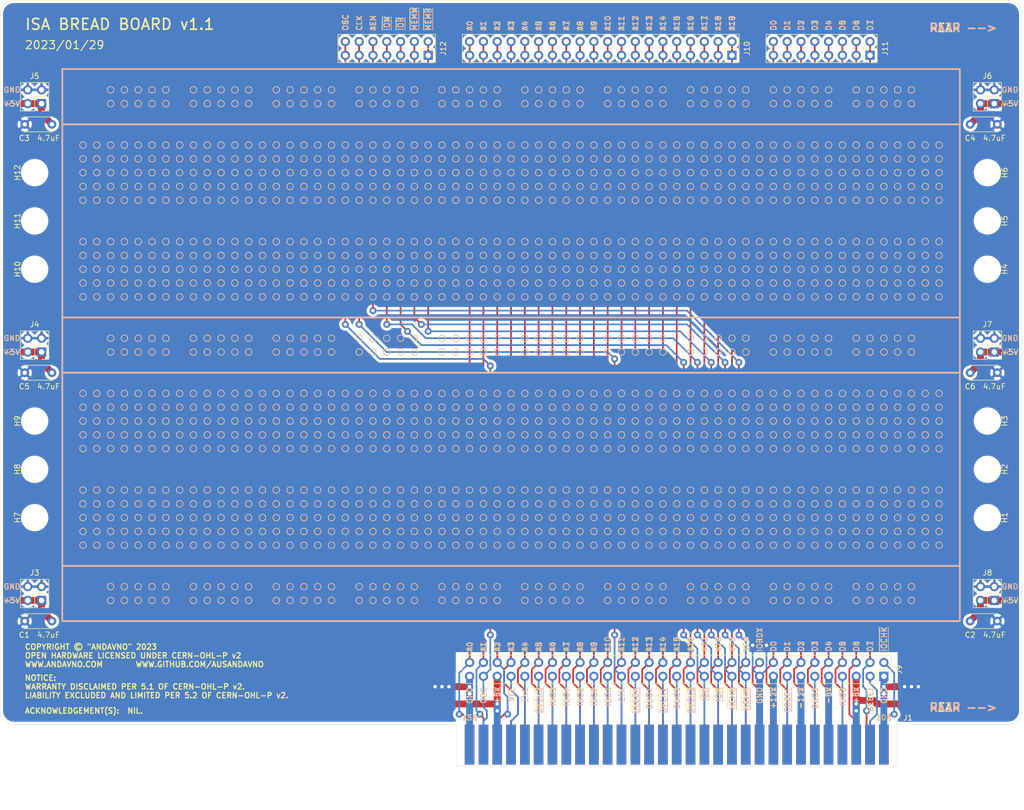
<source format=kicad_pcb>
(kicad_pcb (version 20171130) (host pcbnew "(5.1.4)-1")
  (title_block (title "ISA BREAD BOARD v1.1") (date 2023-01-29) (rev 1) (comment 1 "NOTICE:\\nWARRANTY DISCLAIMED PER 5.1 OF CERN-OHL-P v2\\nLIABILITY EXCLUDED AND LIMITED PER 5.2 OF CERN-OHL-P v2\\nACKNOWLEDGEMENT(S): NIL.") (comment 2 WWW.GITHUB.COM/AUSANDAVNO) (comment 3 WWW.ANDAVNO.COM) (comment 4 "COPYRIGHT © \"ANDAVNO\" 2023"))
  (layers (0 F.Cu signal) (31 B.Cu signal) (34 B.Paste user) (35 F.Paste user) (36 B.SilkS user) (37 F.SilkS user) (38 B.Mask user hide) (39 F.Mask user hide) (44 Edge.Cuts user))
  (net 0 "")
  (net 1 +AEN)
  (net 2 +IO_CHANNEL_READY)
  (net 3 +DATA_BIT_0)
  (net 4 +DATA_BIT_1)
  (net 5 +DATA_BIT_2)
  (net 6 +DATA_BIT_3)
  (net 7 +DATA_BIT_4)
  (net 8 +DATA_BIT_5)
  (net 9 +DATA_BIT_6)
  (net 10 +DATA_BIT_7)
  (net 11 -IO_CHANNEL_CHECK)
  (net 12 GND)
  (net 13 OSC)
  (net 14 +5V)
  (net 15 +ALE)
  (net 16 +T_C)
  (net 17 -DACK_2)
  (net 18 +IRQ_3)
  (net 19 +IRQ_4)
  (net 20 +IRQ_5)
  (net 21 +IRQ_6)
  (net 22 +IRQ_7)
  (net 23 CLK)
  (net 24 -DACK_0)
  (net 25 -DRQ_1)
  (net 26 -DACK_1)
  (net 27 +DRQ_3)
  (net 28 -DACK_3)
  (net 29 -IOR)
  (net 30 -IOW)
  (net 31 -MEM_R)
  (net 32 -MEM_W)
  (net 33 +12V)
  (net 34 RESERVED)
  (net 35 -12V)
  (net 36 +DRQ_2)
  (net 37 -5V)
  (net 38 +IRQ_2)
  (net 39 +RESET_DRV)
  (net 40 +ADDRESS_BIT_0)
  (net 41 +ADDRESS_BIT_1)
  (net 42 +ADDRESS_BIT_2)
  (net 43 +ADDRESS_BIT_3)
  (net 44 +ADDRESS_BIT_4)
  (net 45 +ADDRESS_BIT_5)
  (net 46 +ADDRESS_BIT_6)
  (net 47 +ADDRESS_BIT_7)
  (net 48 +ADDRESS_BIT_8)
  (net 49 +ADDRESS_BIT_9)
  (net 50 +ADDRESS_BIT_10)
  (net 51 +ADDRESS_BIT_11)
  (net 52 +ADDRESS_BIT_12)
  (net 53 +ADDRESS_BIT_13)
  (net 54 +ADDRESS_BIT_14)
  (net 55 +ADDRESS_BIT_15)
  (net 56 +ADDRESS_BIT_16)
  (net 57 +ADDRESS_BIT_17)
  (net 58 +ADDRESS_BIT_18)
  (net 59 +ADDRESS_BIT_19)
  (module Connector_PCBEdge:ISA_CARD_EDGE_CONNECTOR_8BIT_Rev1 (layer F.Cu) (at 283.845 207.01)
    (fp_text reference J1 (at 4.445 -8.89) (layer F.SilkS))
    (fp_text value Bus_ISA_8bit_AB_Rev0)
    (pad A12 connect rect (at -27.94 -3.81) (size 1.78 7.366) (drill (offset 0 -0.127)) (layers F.Cu F.Mask) (net 59 +ADDRESS_BIT_19))
    (pad A13 connect rect (at -30.48 -3.81) (size 1.78 7.366) (drill (offset 0 -0.127)) (layers F.Cu F.Mask) (net 58 +ADDRESS_BIT_18))
    (pad A14 connect rect (at -33.02 -3.81) (size 1.78 7.366) (drill (offset 0 -0.127)) (layers F.Cu F.Mask) (net 57 +ADDRESS_BIT_17))
    (pad A15 connect rect (at -35.56 -3.81) (size 1.78 7.366) (drill (offset 0 -0.127)) (layers F.Cu F.Mask) (net 56 +ADDRESS_BIT_16))
    (pad A16 connect rect (at -38.1 -3.81) (size 1.78 7.366) (drill (offset 0 -0.127)) (layers F.Cu F.Mask) (net 55 +ADDRESS_BIT_15))
    (pad A17 connect rect (at -40.64 -3.81) (size 1.78 7.366) (drill (offset 0 -0.127)) (layers F.Cu F.Mask) (net 54 +ADDRESS_BIT_14))
    (pad A18 connect rect (at -43.18 -3.81) (size 1.78 7.366) (drill (offset 0 -0.127)) (layers F.Cu F.Mask) (net 53 +ADDRESS_BIT_13))
    (pad A19 connect rect (at -45.72 -3.81) (size 1.78 7.366) (drill (offset 0 -0.127)) (layers F.Cu F.Mask) (net 52 +ADDRESS_BIT_12))
    (pad A20 connect rect (at -48.26 -3.81) (size 1.78 7.366) (drill (offset 0 -0.127)) (layers F.Cu F.Mask) (net 51 +ADDRESS_BIT_11))
    (pad A21 connect rect (at -50.8 -3.81) (size 1.78 7.366) (drill (offset 0 -0.127)) (layers F.Cu F.Mask) (net 50 +ADDRESS_BIT_10))
    (pad A22 connect rect (at -53.34 -3.81) (size 1.78 7.366) (drill (offset 0 -0.127)) (layers F.Cu F.Mask) (net 49 +ADDRESS_BIT_9))
    (pad A23 connect rect (at -55.88 -3.81) (size 1.78 7.366) (drill (offset 0 -0.127)) (layers F.Cu F.Mask) (net 48 +ADDRESS_BIT_8))
    (pad A24 connect rect (at -58.42 -3.81) (size 1.78 7.366) (drill (offset 0 -0.127)) (layers F.Cu F.Mask) (net 47 +ADDRESS_BIT_7))
    (pad A25 connect rect (at -60.96 -3.81) (size 1.78 7.366) (drill (offset 0 -0.127)) (layers F.Cu F.Mask) (net 46 +ADDRESS_BIT_6))
    (pad A26 connect rect (at -63.5 -3.81) (size 1.78 7.366) (drill (offset 0 -0.127)) (layers F.Cu F.Mask) (net 45 +ADDRESS_BIT_5))
    (pad A27 connect rect (at -66.04 -3.81) (size 1.78 7.366) (drill (offset 0 -0.127)) (layers F.Cu F.Mask) (net 44 +ADDRESS_BIT_4))
    (pad A28 connect rect (at -68.58 -3.81) (size 1.78 7.366) (drill (offset 0 -0.127)) (layers F.Cu F.Mask) (net 43 +ADDRESS_BIT_3))
    (pad A29 connect rect (at -71.12 -3.81) (size 1.78 7.366) (drill (offset 0 -0.127)) (layers F.Cu F.Mask) (net 42 +ADDRESS_BIT_2))
    (pad A30 connect rect (at -73.66 -3.81) (size 1.78 7.366) (drill (offset 0 -0.127)) (layers F.Cu F.Mask) (net 41 +ADDRESS_BIT_1))
    (pad A31 connect rect (at -76.2 -3.81) (size 1.78 7.366) (drill (offset 0 -0.127)) (layers F.Cu F.Mask) (net 40 +ADDRESS_BIT_0))
    (pad B01 connect rect (at 0 -3.81) (size 1.78 7.366) (drill (offset 0 -0.127)) (layers B.Cu B.Mask) (net 12 GND))
    (pad B02 connect rect (at -2.54 -3.81) (size 1.78 7.366) (drill (offset 0 -0.127)) (layers B.Cu B.Mask) (net 39 +RESET_DRV))
    (pad B03 connect rect (at -5.08 -3.81) (size 1.78 7.366) (drill (offset 0 -0.127)) (layers B.Cu B.Mask) (net 14 +5V))
    (pad B04 connect rect (at -7.62 -3.81) (size 1.78 7.366) (drill (offset 0 -0.127)) (layers B.Cu B.Mask) (net 38 +IRQ_2))
    (pad B05 connect rect (at -10.16 -3.81) (size 1.78 7.366) (drill (offset 0 -0.127)) (layers B.Cu B.Mask) (net 37 -5V))
    (pad B06 connect rect (at -12.7 -3.81) (size 1.78 7.366) (drill (offset 0 -0.127)) (layers B.Cu B.Mask) (net 36 +DRQ_2))
    (pad B07 connect rect (at -15.24 -3.81) (size 1.78 7.366) (drill (offset 0 -0.127)) (layers B.Cu B.Mask) (net 35 -12V))
    (pad B08 connect rect (at -17.78 -3.81) (size 1.78 7.366) (drill (offset 0 -0.127)) (layers B.Cu B.Mask) (net 34 RESERVED))
    (pad B09 connect rect (at -20.32 -3.81) (size 1.78 7.366) (drill (offset 0 -0.127)) (layers B.Cu B.Mask) (net 33 +12V))
    (pad B10 connect rect (at -22.86 -3.81) (size 1.78 7.366) (drill (offset 0 -0.127)) (layers B.Cu B.Mask) (net 12 GND))
    (pad B11 connect rect (at -25.4 -3.81) (size 1.78 7.366) (drill (offset 0 -0.127)) (layers B.Cu B.Mask) (net 32 -MEM_W))
    (pad B12 connect rect (at -27.94 -3.81) (size 1.78 7.366) (drill (offset 0 -0.127)) (layers B.Cu B.Mask) (net 31 -MEM_R))
    (pad B13 connect rect (at -30.48 -3.81) (size 1.78 7.366) (drill (offset 0 -0.127)) (layers B.Cu B.Mask) (net 30 -IOW))
    (pad B14 connect rect (at -33.02 -3.81) (size 1.78 7.366) (drill (offset 0 -0.127)) (layers B.Cu B.Mask) (net 29 -IOR))
    (pad B15 connect rect (at -35.56 -3.81) (size 1.78 7.366) (drill (offset 0 -0.127)) (layers B.Cu B.Mask) (net 28 -DACK_3))
    (pad B16 connect rect (at -38.1 -3.81) (size 1.78 7.366) (drill (offset 0 -0.127)) (layers B.Cu B.Mask) (net 27 +DRQ_3))
    (pad B17 connect rect (at -40.64 -3.81) (size 1.78 7.366) (drill (offset 0 -0.127)) (layers B.Cu B.Mask) (net 26 -DACK_1))
    (pad B18 connect rect (at -43.18 -3.81) (size 1.78 7.366) (drill (offset 0 -0.127)) (layers B.Cu B.Mask) (net 25 -DRQ_1))
    (pad B19 connect rect (at -45.72 -3.81) (size 1.78 7.366) (drill (offset 0 -0.127)) (layers B.Cu B.Mask) (net 24 -DACK_0))
    (pad B20 connect rect (at -48.26 -3.81) (size 1.78 7.366) (drill (offset 0 -0.127)) (layers B.Cu B.Mask) (net 23 CLK))
    (pad B21 connect rect (at -50.8 -3.81) (size 1.78 7.366) (drill (offset 0 -0.127)) (layers B.Cu B.Mask) (net 22 +IRQ_7))
    (pad B22 connect rect (at -53.34 -3.81) (size 1.78 7.366) (drill (offset 0 -0.127)) (layers B.Cu B.Mask) (net 21 +IRQ_6))
    (pad B23 connect rect (at -55.88 -3.81) (size 1.78 7.366) (drill (offset 0 -0.127)) (layers B.Cu B.Mask) (net 20 +IRQ_5))
    (pad B24 connect rect (at -58.42 -3.81) (size 1.78 7.366) (drill (offset 0 -0.127)) (layers B.Cu B.Mask) (net 19 +IRQ_4))
    (pad B25 connect rect (at -60.96 -3.81) (size 1.78 7.366) (drill (offset 0 -0.127)) (layers B.Cu B.Mask) (net 18 +IRQ_3))
    (pad B26 connect rect (at -63.5 -3.81) (size 1.78 7.366) (drill (offset 0 -0.127)) (layers B.Cu B.Mask) (net 17 -DACK_2))
    (pad B27 connect rect (at -66.04 -3.81) (size 1.78 7.366) (drill (offset 0 -0.127)) (layers B.Cu B.Mask) (net 16 +T_C))
    (pad B28 connect rect (at -68.58 -3.81) (size 1.78 7.366) (drill (offset 0 -0.127)) (layers B.Cu B.Mask) (net 15 +ALE))
    (pad B29 connect rect (at -71.12 -3.81) (size 1.78 7.366) (drill (offset 0 -0.127)) (layers B.Cu B.Mask) (net 14 +5V))
    (pad B30 connect rect (at -73.66 -3.81) (size 1.78 7.366) (drill (offset 0 -0.127)) (layers B.Cu B.Mask) (net 13 OSC))
    (pad B31 smd rect (at -76.2 -3.81) (size 1.78 7.366) (drill (offset 0 -0.127)) (layers B.Cu B.Mask) (net 12 GND))
    (pad A01 connect rect (at 0 -3.81) (size 1.78 7.366) (drill (offset 0 -0.127)) (layers F.Cu F.Mask) (net 11 -IO_CHANNEL_CHECK))
    (pad A02 connect rect (at -2.54 -3.81) (size 1.78 7.366) (drill (offset 0 -0.127)) (layers F.Cu F.Mask) (net 10 +DATA_BIT_7))
    (pad A03 connect rect (at -5.08 -3.81) (size 1.78 7.366) (drill (offset 0 -0.127)) (layers F.Cu F.Mask) (net 9 +DATA_BIT_6))
    (pad A04 connect rect (at -7.62 -3.81) (size 1.78 7.366) (drill (offset 0 -0.127)) (layers F.Cu F.Mask) (net 8 +DATA_BIT_5))
    (pad A05 connect rect (at -10.16 -3.81) (size 1.78 7.366) (drill (offset 0 -0.127)) (layers F.Cu F.Mask) (net 7 +DATA_BIT_4))
    (pad A06 connect rect (at -12.7 -3.81) (size 1.78 7.366) (drill (offset 0 -0.127)) (layers F.Cu F.Mask) (net 6 +DATA_BIT_3))
    (pad A07 connect rect (at -15.24 -3.81) (size 1.78 7.366) (drill (offset 0 -0.127)) (layers F.Cu F.Mask) (net 5 +DATA_BIT_2))
    (pad A08 connect rect (at -17.78 -3.81) (size 1.78 7.366) (drill (offset 0 -0.127)) (layers F.Cu F.Mask) (net 4 +DATA_BIT_1))
    (pad A09 connect rect (at -20.32 -3.81) (size 1.78 7.366) (drill (offset 0 -0.127)) (layers F.Cu F.Mask) (net 3 +DATA_BIT_0))
    (pad A10 connect rect (at -22.86 -3.81) (size 1.78 7.366) (drill (offset 0 -0.127)) (layers F.Cu F.Mask) (net 2 +IO_CHANNEL_READY))
    (pad A11 connect rect (at -25.4 -3.81) (size 1.78 7.366) (drill (offset 0 -0.127)) (layers F.Cu F.Mask) (net 1 +AEN))
  )
  (module Connector_PinSocket_2.54mm:PinSocket_2x07_P2.54mm_Vertical (layer F.Cu) (at 200.025 76.2 270)
    (fp_text reference J12 (at -1.27 -2.77 90) (layer F.SilkS))
    (fp_text value Conn_02x07_Odd_Even)
    (pad 14 thru_hole oval (at -2.54 15.24 270) (size 1.7 1.7) (drill 1) (layers *.Cu *.Mask) (net 13 OSC))
    (pad 13 thru_hole oval (at 0 15.24 270) (size 1.7 1.7) (drill 1) (layers *.Cu *.Mask) (net 13 OSC))
    (pad 12 thru_hole oval (at -2.54 12.7 270) (size 1.7 1.7) (drill 1) (layers *.Cu *.Mask) (net 23 CLK))
    (pad 11 thru_hole oval (at 0 12.7 270) (size 1.7 1.7) (drill 1) (layers *.Cu *.Mask) (net 23 CLK))
    (pad 10 thru_hole oval (at -2.54 10.16 270) (size 1.7 1.7) (drill 1) (layers *.Cu *.Mask) (net 1 +AEN))
    (pad 9 thru_hole oval (at 0 10.16 270) (size 1.7 1.7) (drill 1) (layers *.Cu *.Mask) (net 1 +AEN))
    (pad 8 thru_hole oval (at -2.54 7.62 270) (size 1.7 1.7) (drill 1) (layers *.Cu *.Mask) (net 30 -IOW))
    (pad 7 thru_hole oval (at 0 7.62 270) (size 1.7 1.7) (drill 1) (layers *.Cu *.Mask) (net 30 -IOW))
    (pad 6 thru_hole oval (at -2.54 5.08 270) (size 1.7 1.7) (drill 1) (layers *.Cu *.Mask) (net 29 -IOR))
    (pad 5 thru_hole oval (at 0 5.08 270) (size 1.7 1.7) (drill 1) (layers *.Cu *.Mask) (net 29 -IOR))
    (pad 4 thru_hole oval (at -2.54 2.54 270) (size 1.7 1.7) (drill 1) (layers *.Cu *.Mask) (net 32 -MEM_W))
    (pad 3 thru_hole oval (at 0 2.54 270) (size 1.7 1.7) (drill 1) (layers *.Cu *.Mask) (net 32 -MEM_W))
    (pad 2 thru_hole oval (at -2.54 0 270) (size 1.7 1.7) (drill 1) (layers *.Cu *.Mask) (net 31 -MEM_R))
    (pad 1 thru_hole rect (at 0 0 270) (size 1.7 1.7) (drill 1) (layers *.Cu *.Mask) (net 31 -MEM_R))
  )
  (module Connector_PinSocket_2.54mm:PinSocket_2x08_P2.54mm_Vertical (layer F.Cu) (at 281.305 76.2 270)
    (fp_text reference J11 (at -1.27 -2.77 90) (layer F.SilkS))
    (fp_text value Conn_02x08_Odd_Even)
    (pad 16 thru_hole oval (at -2.54 17.78 270) (size 1.7 1.7) (drill 1) (layers *.Cu *.Mask) (net 3 +DATA_BIT_0))
    (pad 15 thru_hole oval (at 0 17.78 270) (size 1.7 1.7) (drill 1) (layers *.Cu *.Mask) (net 3 +DATA_BIT_0))
    (pad 14 thru_hole oval (at -2.54 15.24 270) (size 1.7 1.7) (drill 1) (layers *.Cu *.Mask) (net 4 +DATA_BIT_1))
    (pad 13 thru_hole oval (at 0 15.24 270) (size 1.7 1.7) (drill 1) (layers *.Cu *.Mask) (net 4 +DATA_BIT_1))
    (pad 12 thru_hole oval (at -2.54 12.7 270) (size 1.7 1.7) (drill 1) (layers *.Cu *.Mask) (net 5 +DATA_BIT_2))
    (pad 11 thru_hole oval (at 0 12.7 270) (size 1.7 1.7) (drill 1) (layers *.Cu *.Mask) (net 5 +DATA_BIT_2))
    (pad 10 thru_hole oval (at -2.54 10.16 270) (size 1.7 1.7) (drill 1) (layers *.Cu *.Mask) (net 6 +DATA_BIT_3))
    (pad 9 thru_hole oval (at 0 10.16 270) (size 1.7 1.7) (drill 1) (layers *.Cu *.Mask) (net 6 +DATA_BIT_3))
    (pad 8 thru_hole oval (at -2.54 7.62 270) (size 1.7 1.7) (drill 1) (layers *.Cu *.Mask) (net 7 +DATA_BIT_4))
    (pad 7 thru_hole oval (at 0 7.62 270) (size 1.7 1.7) (drill 1) (layers *.Cu *.Mask) (net 7 +DATA_BIT_4))
    (pad 6 thru_hole oval (at -2.54 5.08 270) (size 1.7 1.7) (drill 1) (layers *.Cu *.Mask) (net 8 +DATA_BIT_5))
    (pad 5 thru_hole oval (at 0 5.08 270) (size 1.7 1.7) (drill 1) (layers *.Cu *.Mask) (net 8 +DATA_BIT_5))
    (pad 4 thru_hole oval (at -2.54 2.54 270) (size 1.7 1.7) (drill 1) (layers *.Cu *.Mask) (net 9 +DATA_BIT_6))
    (pad 3 thru_hole oval (at 0 2.54 270) (size 1.7 1.7) (drill 1) (layers *.Cu *.Mask) (net 9 +DATA_BIT_6))
    (pad 2 thru_hole oval (at -2.54 0 270) (size 1.7 1.7) (drill 1) (layers *.Cu *.Mask) (net 10 +DATA_BIT_7))
    (pad 1 thru_hole rect (at 0 0 270) (size 1.7 1.7) (drill 1) (layers *.Cu *.Mask) (net 10 +DATA_BIT_7))
  )
  (module Connector_PinSocket_2.54mm:PinSocket_2x31_P2.54mm_Vertical (layer F.Cu) (at 283.845 190.5 270)
    (fp_text reference J9 (at -1.27 -2.77 90) (layer F.SilkS))
    (fp_text value Conn_02x31_Odd_Even)
    (pad 62 thru_hole oval (at -2.54 76.2 270) (size 1.7 1.7) (drill 1) (layers *.Cu *.Mask) (net 40 +ADDRESS_BIT_0))
    (pad 61 thru_hole oval (at 0 76.2 270) (size 1.7 1.7) (drill 1) (layers *.Cu *.Mask) (net 12 GND))
    (pad 60 thru_hole oval (at -2.54 73.66 270) (size 1.7 1.7) (drill 1) (layers *.Cu *.Mask) (net 41 +ADDRESS_BIT_1))
    (pad 59 thru_hole oval (at 0 73.66 270) (size 1.7 1.7) (drill 1) (layers *.Cu *.Mask) (net 13 OSC))
    (pad 58 thru_hole oval (at -2.54 71.12 270) (size 1.7 1.7) (drill 1) (layers *.Cu *.Mask) (net 42 +ADDRESS_BIT_2))
    (pad 57 thru_hole oval (at 0 71.12 270) (size 1.7 1.7) (drill 1) (layers *.Cu *.Mask) (net 14 +5V))
    (pad 56 thru_hole oval (at -2.54 68.58 270) (size 1.7 1.7) (drill 1) (layers *.Cu *.Mask) (net 43 +ADDRESS_BIT_3))
    (pad 55 thru_hole oval (at 0 68.58 270) (size 1.7 1.7) (drill 1) (layers *.Cu *.Mask) (net 15 +ALE))
    (pad 54 thru_hole oval (at -2.54 66.04 270) (size 1.7 1.7) (drill 1) (layers *.Cu *.Mask) (net 44 +ADDRESS_BIT_4))
    (pad 53 thru_hole oval (at 0 66.04 270) (size 1.7 1.7) (drill 1) (layers *.Cu *.Mask) (net 16 +T_C))
    (pad 52 thru_hole oval (at -2.54 63.5 270) (size 1.7 1.7) (drill 1) (layers *.Cu *.Mask) (net 45 +ADDRESS_BIT_5))
    (pad 51 thru_hole oval (at 0 63.5 270) (size 1.7 1.7) (drill 1) (layers *.Cu *.Mask) (net 17 -DACK_2))
    (pad 50 thru_hole oval (at -2.54 60.96 270) (size 1.7 1.7) (drill 1) (layers *.Cu *.Mask) (net 46 +ADDRESS_BIT_6))
    (pad 49 thru_hole oval (at 0 60.96 270) (size 1.7 1.7) (drill 1) (layers *.Cu *.Mask) (net 18 +IRQ_3))
    (pad 48 thru_hole oval (at -2.54 58.42 270) (size 1.7 1.7) (drill 1) (layers *.Cu *.Mask) (net 47 +ADDRESS_BIT_7))
    (pad 47 thru_hole oval (at 0 58.42 270) (size 1.7 1.7) (drill 1) (layers *.Cu *.Mask) (net 19 +IRQ_4))
    (pad 46 thru_hole oval (at -2.54 55.88 270) (size 1.7 1.7) (drill 1) (layers *.Cu *.Mask) (net 48 +ADDRESS_BIT_8))
    (pad 45 thru_hole oval (at 0 55.88 270) (size 1.7 1.7) (drill 1) (layers *.Cu *.Mask) (net 20 +IRQ_5))
    (pad 44 thru_hole oval (at -2.54 53.34 270) (size 1.7 1.7) (drill 1) (layers *.Cu *.Mask) (net 49 +ADDRESS_BIT_9))
    (pad 43 thru_hole oval (at 0 53.34 270) (size 1.7 1.7) (drill 1) (layers *.Cu *.Mask) (net 21 +IRQ_6))
    (pad 42 thru_hole oval (at -2.54 50.8 270) (size 1.7 1.7) (drill 1) (layers *.Cu *.Mask) (net 50 +ADDRESS_BIT_10))
    (pad 41 thru_hole oval (at 0 50.8 270) (size 1.7 1.7) (drill 1) (layers *.Cu *.Mask) (net 22 +IRQ_7))
    (pad 40 thru_hole oval (at -2.54 48.26 270) (size 1.7 1.7) (drill 1) (layers *.Cu *.Mask) (net 51 +ADDRESS_BIT_11))
    (pad 39 thru_hole oval (at 0 48.26 270) (size 1.7 1.7) (drill 1) (layers *.Cu *.Mask) (net 23 CLK))
    (pad 38 thru_hole oval (at -2.54 45.72 270) (size 1.7 1.7) (drill 1) (layers *.Cu *.Mask) (net 52 +ADDRESS_BIT_12))
    (pad 37 thru_hole oval (at 0 45.72 270) (size 1.7 1.7) (drill 1) (layers *.Cu *.Mask) (net 24 -DACK_0))
    (pad 36 thru_hole oval (at -2.54 43.18 270) (size 1.7 1.7) (drill 1) (layers *.Cu *.Mask) (net 53 +ADDRESS_BIT_13))
    (pad 35 thru_hole oval (at 0 43.18 270) (size 1.7 1.7) (drill 1) (layers *.Cu *.Mask) (net 25 -DRQ_1))
    (pad 34 thru_hole oval (at -2.54 40.64 270) (size 1.7 1.7) (drill 1) (layers *.Cu *.Mask) (net 54 +ADDRESS_BIT_14))
    (pad 33 thru_hole oval (at 0 40.64 270) (size 1.7 1.7) (drill 1) (layers *.Cu *.Mask) (net 26 -DACK_1))
    (pad 32 thru_hole oval (at -2.54 38.1 270) (size 1.7 1.7) (drill 1) (layers *.Cu *.Mask) (net 55 +ADDRESS_BIT_15))
    (pad 31 thru_hole oval (at 0 38.1 270) (size 1.7 1.7) (drill 1) (layers *.Cu *.Mask) (net 27 +DRQ_3))
    (pad 30 thru_hole oval (at -2.54 35.56 270) (size 1.7 1.7) (drill 1) (layers *.Cu *.Mask) (net 56 +ADDRESS_BIT_16))
    (pad 29 thru_hole oval (at 0 35.56 270) (size 1.7 1.7) (drill 1) (layers *.Cu *.Mask) (net 28 -DACK_3))
    (pad 28 thru_hole oval (at -2.54 33.02 270) (size 1.7 1.7) (drill 1) (layers *.Cu *.Mask) (net 57 +ADDRESS_BIT_17))
    (pad 27 thru_hole oval (at 0 33.02 270) (size 1.7 1.7) (drill 1) (layers *.Cu *.Mask) (net 29 -IOR))
    (pad 26 thru_hole oval (at -2.54 30.48 270) (size 1.7 1.7) (drill 1) (layers *.Cu *.Mask) (net 58 +ADDRESS_BIT_18))
    (pad 25 thru_hole oval (at 0 30.48 270) (size 1.7 1.7) (drill 1) (layers *.Cu *.Mask) (net 30 -IOW))
    (pad 24 thru_hole oval (at -2.54 27.94 270) (size 1.7 1.7) (drill 1) (layers *.Cu *.Mask) (net 59 +ADDRESS_BIT_19))
    (pad 23 thru_hole oval (at 0 27.94 270) (size 1.7 1.7) (drill 1) (layers *.Cu *.Mask) (net 31 -MEM_R))
    (pad 22 thru_hole oval (at -2.54 25.4 270) (size 1.7 1.7) (drill 1) (layers *.Cu *.Mask) (net 1 +AEN))
    (pad 21 thru_hole oval (at 0 25.4 270) (size 1.7 1.7) (drill 1) (layers *.Cu *.Mask) (net 32 -MEM_W))
    (pad 20 thru_hole oval (at -2.54 22.86 270) (size 1.7 1.7) (drill 1) (layers *.Cu *.Mask) (net 2 +IO_CHANNEL_READY))
    (pad 19 thru_hole oval (at 0 22.86 270) (size 1.7 1.7) (drill 1) (layers *.Cu *.Mask) (net 12 GND))
    (pad 18 thru_hole oval (at -2.54 20.32 270) (size 1.7 1.7) (drill 1) (layers *.Cu *.Mask) (net 3 +DATA_BIT_0))
    (pad 17 thru_hole oval (at 0 20.32 270) (size 1.7 1.7) (drill 1) (layers *.Cu *.Mask) (net 33 +12V))
    (pad 16 thru_hole oval (at -2.54 17.78 270) (size 1.7 1.7) (drill 1) (layers *.Cu *.Mask) (net 4 +DATA_BIT_1))
    (pad 15 thru_hole oval (at 0 17.78 270) (size 1.7 1.7) (drill 1) (layers *.Cu *.Mask) (net 34 RESERVED))
    (pad 14 thru_hole oval (at -2.54 15.24 270) (size 1.7 1.7) (drill 1) (layers *.Cu *.Mask) (net 5 +DATA_BIT_2))
    (pad 13 thru_hole oval (at 0 15.24 270) (size 1.7 1.7) (drill 1) (layers *.Cu *.Mask) (net 35 -12V))
    (pad 12 thru_hole oval (at -2.54 12.7 270) (size 1.7 1.7) (drill 1) (layers *.Cu *.Mask) (net 6 +DATA_BIT_3))
    (pad 11 thru_hole oval (at 0 12.7 270) (size 1.7 1.7) (drill 1) (layers *.Cu *.Mask) (net 36 +DRQ_2))
    (pad 10 thru_hole oval (at -2.54 10.16 270) (size 1.7 1.7) (drill 1) (layers *.Cu *.Mask) (net 7 +DATA_BIT_4))
    (pad 9 thru_hole oval (at 0 10.16 270) (size 1.7 1.7) (drill 1) (layers *.Cu *.Mask) (net 37 -5V))
    (pad 8 thru_hole oval (at -2.54 7.62 270) (size 1.7 1.7) (drill 1) (layers *.Cu *.Mask) (net 8 +DATA_BIT_5))
    (pad 7 thru_hole oval (at 0 7.62 270) (size 1.7 1.7) (drill 1) (layers *.Cu *.Mask) (net 38 +IRQ_2))
    (pad 6 thru_hole oval (at -2.54 5.08 270) (size 1.7 1.7) (drill 1) (layers *.Cu *.Mask) (net 9 +DATA_BIT_6))
    (pad 5 thru_hole oval (at 0 5.08 270) (size 1.7 1.7) (drill 1) (layers *.Cu *.Mask) (net 14 +5V))
    (pad 4 thru_hole oval (at -2.54 2.54 270) (size 1.7 1.7) (drill 1) (layers *.Cu *.Mask) (net 10 +DATA_BIT_7))
    (pad 3 thru_hole oval (at 0 2.54 270) (size 1.7 1.7) (drill 1) (layers *.Cu *.Mask) (net 39 +RESET_DRV))
    (pad 2 thru_hole oval (at -2.54 0 270) (size 1.7 1.7) (drill 1) (layers *.Cu *.Mask) (net 11 -IO_CHANNEL_CHECK))
    (pad 1 thru_hole rect (at 0 0 270) (size 1.7 1.7) (drill 1) (layers *.Cu *.Mask) (net 12 GND))
  )
  (module Connector_PinSocket_2.54mm:PinSocket_2x20_P2.54mm_Vertical (layer F.Cu) (at 255.905 76.2 270)
    (fp_text reference J10 (at -1.27 -2.77 90) (layer F.SilkS))
    (fp_text value Conn_02x20_Odd_Even)
    (pad 40 thru_hole oval (at -2.54 48.26 270) (size 1.7 1.7) (drill 1) (layers *.Cu *.Mask) (net 40 +ADDRESS_BIT_0))
    (pad 39 thru_hole oval (at 0 48.26 270) (size 1.7 1.7) (drill 1) (layers *.Cu *.Mask) (net 40 +ADDRESS_BIT_0))
    (pad 38 thru_hole oval (at -2.54 45.72 270) (size 1.7 1.7) (drill 1) (layers *.Cu *.Mask) (net 41 +ADDRESS_BIT_1))
    (pad 37 thru_hole oval (at 0 45.72 270) (size 1.7 1.7) (drill 1) (layers *.Cu *.Mask) (net 41 +ADDRESS_BIT_1))
    (pad 36 thru_hole oval (at -2.54 43.18 270) (size 1.7 1.7) (drill 1) (layers *.Cu *.Mask) (net 42 +ADDRESS_BIT_2))
    (pad 35 thru_hole oval (at 0 43.18 270) (size 1.7 1.7) (drill 1) (layers *.Cu *.Mask) (net 42 +ADDRESS_BIT_2))
    (pad 34 thru_hole oval (at -2.54 40.64 270) (size 1.7 1.7) (drill 1) (layers *.Cu *.Mask) (net 43 +ADDRESS_BIT_3))
    (pad 33 thru_hole oval (at 0 40.64 270) (size 1.7 1.7) (drill 1) (layers *.Cu *.Mask) (net 43 +ADDRESS_BIT_3))
    (pad 32 thru_hole oval (at -2.54 38.1 270) (size 1.7 1.7) (drill 1) (layers *.Cu *.Mask) (net 44 +ADDRESS_BIT_4))
    (pad 31 thru_hole oval (at 0 38.1 270) (size 1.7 1.7) (drill 1) (layers *.Cu *.Mask) (net 44 +ADDRESS_BIT_4))
    (pad 30 thru_hole oval (at -2.54 35.56 270) (size 1.7 1.7) (drill 1) (layers *.Cu *.Mask) (net 45 +ADDRESS_BIT_5))
    (pad 29 thru_hole oval (at 0 35.56 270) (size 1.7 1.7) (drill 1) (layers *.Cu *.Mask) (net 45 +ADDRESS_BIT_5))
    (pad 28 thru_hole oval (at -2.54 33.02 270) (size 1.7 1.7) (drill 1) (layers *.Cu *.Mask) (net 46 +ADDRESS_BIT_6))
    (pad 27 thru_hole oval (at 0 33.02 270) (size 1.7 1.7) (drill 1) (layers *.Cu *.Mask) (net 46 +ADDRESS_BIT_6))
    (pad 26 thru_hole oval (at -2.54 30.48 270) (size 1.7 1.7) (drill 1) (layers *.Cu *.Mask) (net 47 +ADDRESS_BIT_7))
    (pad 25 thru_hole oval (at 0 30.48 270) (size 1.7 1.7) (drill 1) (layers *.Cu *.Mask) (net 47 +ADDRESS_BIT_7))
    (pad 24 thru_hole oval (at -2.54 27.94 270) (size 1.7 1.7) (drill 1) (layers *.Cu *.Mask) (net 48 +ADDRESS_BIT_8))
    (pad 23 thru_hole oval (at 0 27.94 270) (size 1.7 1.7) (drill 1) (layers *.Cu *.Mask) (net 48 +ADDRESS_BIT_8))
    (pad 22 thru_hole oval (at -2.54 25.4 270) (size 1.7 1.7) (drill 1) (layers *.Cu *.Mask) (net 49 +ADDRESS_BIT_9))
    (pad 21 thru_hole oval (at 0 25.4 270) (size 1.7 1.7) (drill 1) (layers *.Cu *.Mask) (net 49 +ADDRESS_BIT_9))
    (pad 20 thru_hole oval (at -2.54 22.86 270) (size 1.7 1.7) (drill 1) (layers *.Cu *.Mask) (net 50 +ADDRESS_BIT_10))
    (pad 19 thru_hole oval (at 0 22.86 270) (size 1.7 1.7) (drill 1) (layers *.Cu *.Mask) (net 50 +ADDRESS_BIT_10))
    (pad 18 thru_hole oval (at -2.54 20.32 270) (size 1.7 1.7) (drill 1) (layers *.Cu *.Mask) (net 51 +ADDRESS_BIT_11))
    (pad 17 thru_hole oval (at 0 20.32 270) (size 1.7 1.7) (drill 1) (layers *.Cu *.Mask) (net 51 +ADDRESS_BIT_11))
    (pad 16 thru_hole oval (at -2.54 17.78 270) (size 1.7 1.7) (drill 1) (layers *.Cu *.Mask) (net 52 +ADDRESS_BIT_12))
    (pad 15 thru_hole oval (at 0 17.78 270) (size 1.7 1.7) (drill 1) (layers *.Cu *.Mask) (net 52 +ADDRESS_BIT_12))
    (pad 14 thru_hole oval (at -2.54 15.24 270) (size 1.7 1.7) (drill 1) (layers *.Cu *.Mask) (net 53 +ADDRESS_BIT_13))
    (pad 13 thru_hole oval (at 0 15.24 270) (size 1.7 1.7) (drill 1) (layers *.Cu *.Mask) (net 53 +ADDRESS_BIT_13))
    (pad 12 thru_hole oval (at -2.54 12.7 270) (size 1.7 1.7) (drill 1) (layers *.Cu *.Mask) (net 54 +ADDRESS_BIT_14))
    (pad 11 thru_hole oval (at 0 12.7 270) (size 1.7 1.7) (drill 1) (layers *.Cu *.Mask) (net 54 +ADDRESS_BIT_14))
    (pad 10 thru_hole oval (at -2.54 10.16 270) (size 1.7 1.7) (drill 1) (layers *.Cu *.Mask) (net 55 +ADDRESS_BIT_15))
    (pad 9 thru_hole oval (at 0 10.16 270) (size 1.7 1.7) (drill 1) (layers *.Cu *.Mask) (net 55 +ADDRESS_BIT_15))
    (pad 8 thru_hole oval (at -2.54 7.62 270) (size 1.7 1.7) (drill 1) (layers *.Cu *.Mask) (net 56 +ADDRESS_BIT_16))
    (pad 7 thru_hole oval (at 0 7.62 270) (size 1.7 1.7) (drill 1) (layers *.Cu *.Mask) (net 56 +ADDRESS_BIT_16))
    (pad 6 thru_hole oval (at -2.54 5.08 270) (size 1.7 1.7) (drill 1) (layers *.Cu *.Mask) (net 57 +ADDRESS_BIT_17))
    (pad 5 thru_hole oval (at 0 5.08 270) (size 1.7 1.7) (drill 1) (layers *.Cu *.Mask) (net 57 +ADDRESS_BIT_17))
    (pad 4 thru_hole oval (at -2.54 2.54 270) (size 1.7 1.7) (drill 1) (layers *.Cu *.Mask) (net 58 +ADDRESS_BIT_18))
    (pad 3 thru_hole oval (at 0 2.54 270) (size 1.7 1.7) (drill 1) (layers *.Cu *.Mask) (net 58 +ADDRESS_BIT_18))
    (pad 2 thru_hole oval (at -2.54 0 270) (size 1.7 1.7) (drill 1) (layers *.Cu *.Mask) (net 59 +ADDRESS_BIT_19))
    (pad 1 thru_hole rect (at 0 0 270) (size 1.7 1.7) (drill 1) (layers *.Cu *.Mask) (net 59 +ADDRESS_BIT_19))
  )
  (module Connector_PinSocket_2.54mm:PinSocket_2x02_P2.54mm_Vertical (layer F.Cu) (at 304.165 176.53 270)
    (fp_text reference J8 (at -5.08 1.27 180) (layer F.SilkS))
    (fp_text value Conn_02x02_Top_Bottom)
    (pad 4 thru_hole oval (at -2.54 2.54 270) (size 1.7 1.7) (drill 1) (layers *.Cu *.Mask) (net 12 GND))
    (pad 3 thru_hole oval (at 0 2.54 270) (size 1.7 1.7) (drill 1) (layers *.Cu *.Mask) (net 14 +5V))
    (pad 2 thru_hole oval (at -2.54 0 270) (size 1.7 1.7) (drill 1) (layers *.Cu *.Mask) (net 12 GND))
    (pad 1 thru_hole rect (at 0 0 270) (size 1.7 1.7) (drill 1) (layers *.Cu *.Mask) (net 14 +5V))
  )
  (module Connector_PinSocket_2.54mm:PinSocket_2x02_P2.54mm_Vertical (layer F.Cu) (at 304.165 130.81 270)
    (fp_text reference J7 (at -5.08 1.27 180) (layer F.SilkS))
    (fp_text value Conn_02x02_Top_Bottom)
    (pad 4 thru_hole oval (at -2.54 2.54 270) (size 1.7 1.7) (drill 1) (layers *.Cu *.Mask) (net 12 GND))
    (pad 3 thru_hole oval (at 0 2.54 270) (size 1.7 1.7) (drill 1) (layers *.Cu *.Mask) (net 14 +5V))
    (pad 2 thru_hole oval (at -2.54 0 270) (size 1.7 1.7) (drill 1) (layers *.Cu *.Mask) (net 12 GND))
    (pad 1 thru_hole rect (at 0 0 270) (size 1.7 1.7) (drill 1) (layers *.Cu *.Mask) (net 14 +5V))
  )
  (module Connector_PinSocket_2.54mm:PinSocket_2x02_P2.54mm_Vertical (layer F.Cu) (at 304.165 85.09 270)
    (fp_text reference J6 (at -5.08 1.27 180) (layer F.SilkS))
    (fp_text value Conn_02x02_Top_Bottom)
    (pad 4 thru_hole oval (at -2.54 2.54 270) (size 1.7 1.7) (drill 1) (layers *.Cu *.Mask) (net 12 GND))
    (pad 3 thru_hole oval (at 0 2.54 270) (size 1.7 1.7) (drill 1) (layers *.Cu *.Mask) (net 14 +5V))
    (pad 2 thru_hole oval (at -2.54 0 270) (size 1.7 1.7) (drill 1) (layers *.Cu *.Mask) (net 12 GND))
    (pad 1 thru_hole rect (at 0 0 270) (size 1.7 1.7) (drill 1) (layers *.Cu *.Mask) (net 14 +5V))
  )
  (module Connector_PinSocket_2.54mm:PinSocket_2x02_P2.54mm_Vertical (layer F.Cu) (at 128.905 85.09 270)
    (fp_text reference J5 (at -5.08 1.27 180) (layer F.SilkS))
    (fp_text value Conn_02x02_Top_Bottom)
    (pad 4 thru_hole oval (at -2.54 2.54 270) (size 1.7 1.7) (drill 1) (layers *.Cu *.Mask) (net 12 GND))
    (pad 3 thru_hole oval (at 0 2.54 270) (size 1.7 1.7) (drill 1) (layers *.Cu *.Mask) (net 14 +5V))
    (pad 2 thru_hole oval (at -2.54 0 270) (size 1.7 1.7) (drill 1) (layers *.Cu *.Mask) (net 12 GND))
    (pad 1 thru_hole rect (at 0 0 270) (size 1.7 1.7) (drill 1) (layers *.Cu *.Mask) (net 14 +5V))
  )
  (module Connector_PinSocket_2.54mm:PinSocket_2x02_P2.54mm_Vertical (layer F.Cu) (at 128.905 130.81 270)
    (fp_text reference J4 (at -5.08 1.27 180) (layer F.SilkS))
    (fp_text value Conn_02x02_Top_Bottom)
    (pad 4 thru_hole oval (at -2.54 2.54 270) (size 1.7 1.7) (drill 1) (layers *.Cu *.Mask) (net 12 GND))
    (pad 3 thru_hole oval (at 0 2.54 270) (size 1.7 1.7) (drill 1) (layers *.Cu *.Mask) (net 14 +5V))
    (pad 2 thru_hole oval (at -2.54 0 270) (size 1.7 1.7) (drill 1) (layers *.Cu *.Mask) (net 12 GND))
    (pad 1 thru_hole rect (at 0 0 270) (size 1.7 1.7) (drill 1) (layers *.Cu *.Mask) (net 14 +5V))
  )
  (module Connector_PinSocket_2.54mm:PinSocket_2x02_P2.54mm_Vertical (layer F.Cu) (at 128.905 176.53 270)
    (fp_text reference J3 (at -5.08 1.27 180) (layer F.SilkS))
    (fp_text value Conn_02x02_Top_Bottom)
    (pad 4 thru_hole oval (at -2.54 2.54 270) (size 1.7 1.7) (drill 1) (layers *.Cu *.Mask) (net 12 GND))
    (pad 3 thru_hole oval (at 0 2.54 270) (size 1.7 1.7) (drill 1) (layers *.Cu *.Mask) (net 14 +5V))
    (pad 2 thru_hole oval (at -2.54 0 270) (size 1.7 1.7) (drill 1) (layers *.Cu *.Mask) (net 12 GND))
    (pad 1 thru_hole rect (at 0 0 270) (size 1.7 1.7) (drill 1) (layers *.Cu *.Mask) (net 14 +5V))
  )
  (module Capacitor_THT:C_Disc_D5.0mm_W2.5mm_P5.00mm (layer F.Cu) (at 299.72 134.62)
    (fp_text reference C6 (at 0 2.54 180) (layer F.SilkS))
    (fp_text value 4.7uF (at 4.445 2.54) (layer F.SilkS))
    (pad 2 thru_hole circle (at 5 0) (size 1.6 1.6) (drill 0.8) (layers *.Cu *.Mask) (net 12 GND))
    (pad 1 thru_hole circle (at 0 0) (size 1.6 1.6) (drill 0.8) (layers *.Cu *.Mask) (net 14 +5V))
  )
  (module Capacitor_THT:C_Disc_D5.0mm_W2.5mm_P5.00mm (layer F.Cu) (at 130.81 134.62 180)
    (fp_text reference C5 (at 5.08 -2.54 180) (layer F.SilkS))
    (fp_text value 4.7uF (at 0.635 -2.54) (layer F.SilkS))
    (pad 2 thru_hole circle (at 5 0 180) (size 1.6 1.6) (drill 0.8) (layers *.Cu *.Mask) (net 12 GND))
    (pad 1 thru_hole circle (at 0 0 180) (size 1.6 1.6) (drill 0.8) (layers *.Cu *.Mask) (net 14 +5V))
  )
  (module Capacitor_THT:C_Disc_D5.0mm_W2.5mm_P5.00mm (layer F.Cu) (at 299.72 88.9)
    (fp_text reference C4 (at 0 2.54 180) (layer F.SilkS))
    (fp_text value 4.7uF (at 4.445 2.54) (layer F.SilkS))
    (pad 1 thru_hole circle (at 0 0) (size 1.6 1.6) (drill 0.8) (layers *.Cu *.Mask) (net 14 +5V))
    (pad 2 thru_hole circle (at 5 0) (size 1.6 1.6) (drill 0.8) (layers *.Cu *.Mask) (net 12 GND))
  )
  (module Capacitor_THT:C_Disc_D5.0mm_W2.5mm_P5.00mm (layer F.Cu) (at 130.81 88.9 180)
    (fp_text reference C3 (at 5.08 -2.54 180) (layer F.SilkS))
    (fp_text value 4.7uF (at 0.635 -2.54) (layer F.SilkS))
    (pad 2 thru_hole circle (at 5 0 180) (size 1.6 1.6) (drill 0.8) (layers *.Cu *.Mask) (net 12 GND))
    (pad 1 thru_hole circle (at 0 0 180) (size 1.6 1.6) (drill 0.8) (layers *.Cu *.Mask) (net 14 +5V))
  )
  (module Capacitor_THT:C_Disc_D5.0mm_W2.5mm_P5.00mm (layer F.Cu) (at 299.72 180.34)
    (fp_text reference C2 (at 0 2.54 180) (layer F.SilkS))
    (fp_text value 4.7uF (at 4.445 2.54) (layer F.SilkS))
    (pad 2 thru_hole circle (at 5 0) (size 1.6 1.6) (drill 0.8) (layers *.Cu *.Mask) (net 12 GND))
    (pad 1 thru_hole circle (at 0 0) (size 1.6 1.6) (drill 0.8) (layers *.Cu *.Mask) (net 14 +5V))
  )
  (module Capacitor_THT:C_Disc_D5.0mm_W2.5mm_P5.00mm (layer F.Cu) (at 130.81 180.34 180)
    (fp_text reference C1 (at 5.08 -2.54 180) (layer F.SilkS))
    (fp_text value 4.7uF (at 0.635 -2.54) (layer F.SilkS))
    (pad 2 thru_hole circle (at 5 0 180) (size 1.6 1.6) (drill 0.8) (layers *.Cu *.Mask) (net 12 GND))
    (pad 1 thru_hole circle (at 0 0 180) (size 1.6 1.6) (drill 0.8) (layers *.Cu *.Mask) (net 14 +5V))
  )
  (module MountingHole:MountingHole_4mm (layer F.Cu) (at 127.635 97.79 90)
    (fp_text reference H12 (at 0 -3.175 90) (layer F.SilkS))
    (fp_text value MountingHole)
    (pad 1 np_thru_hole circle (at 0 0 90) (size 4 4) (drill 4) (layers *.Cu *.Mask))
  )
  (module MountingHole:MountingHole_4mm (layer F.Cu) (at 127.635 106.68 90)
    (fp_text reference H11 (at 0 -3.175 90) (layer F.SilkS))
    (fp_text value MountingHole)
    (pad 1 np_thru_hole circle (at 0 0 90) (size 4 4) (drill 4) (layers *.Cu *.Mask))
  )
  (module MountingHole:MountingHole_4mm (layer F.Cu) (at 127.635 115.57 90)
    (fp_text reference H10 (at 0 -3.175 90) (layer F.SilkS))
    (fp_text value MountingHole)
    (pad 1 np_thru_hole circle (at 0 0 90) (size 4 4) (drill 4) (layers *.Cu *.Mask))
  )
  (module MountingHole:MountingHole_4mm (layer F.Cu) (at 127.635 143.51 90)
    (fp_text reference H9 (at 0 -3.175 90) (layer F.SilkS))
    (fp_text value MountingHole)
    (pad 1 np_thru_hole circle (at 0 0 90) (size 4 4) (drill 4) (layers *.Cu *.Mask))
  )
  (module MountingHole:MountingHole_4mm (layer F.Cu) (at 127.635 152.4 90)
    (fp_text reference H8 (at 0 -3.175 90) (layer F.SilkS))
    (fp_text value MountingHole)
    (pad 1 np_thru_hole circle (at 0 0 90) (size 4 4) (drill 4) (layers *.Cu *.Mask))
  )
  (module MountingHole:MountingHole_4mm (layer F.Cu) (at 127.635 161.29 90)
    (fp_text reference H7 (at 0 -3.175 90) (layer F.SilkS))
    (fp_text value MountingHole)
    (pad 1 np_thru_hole circle (at 0 0 90) (size 4 4) (drill 4) (layers *.Cu *.Mask))
  )
  (module MountingHole:MountingHole_4mm (layer F.Cu) (at 302.895 97.79 90)
    (fp_text reference H6 (at 0 3.175 90) (layer F.SilkS))
    (fp_text value MountingHole)
    (pad 1 np_thru_hole circle (at 0 0 90) (size 4 4) (drill 4) (layers *.Cu *.Mask))
  )
  (module MountingHole:MountingHole_4mm (layer F.Cu) (at 302.895 106.68 90)
    (fp_text reference H5 (at 0 3.175 90) (layer F.SilkS))
    (fp_text value MountingHole)
    (pad 1 np_thru_hole circle (at 0 0 90) (size 4 4) (drill 4) (layers *.Cu *.Mask))
  )
  (module MountingHole:MountingHole_4mm (layer F.Cu) (at 302.895 115.57 90)
    (fp_text reference H4 (at 0 3.175 90) (layer F.SilkS))
    (fp_text value MountingHole)
    (pad 1 np_thru_hole circle (at 0 0 90) (size 4 4) (drill 4) (layers *.Cu *.Mask))
  )
  (module MountingHole:MountingHole_4mm (layer F.Cu) (at 302.895 143.51 90)
    (fp_text reference H3 (at 0 3.175 90) (layer F.SilkS))
    (fp_text value MountingHole)
    (pad 1 np_thru_hole circle (at 0 0 90) (size 4 4) (drill 4) (layers *.Cu *.Mask))
  )
  (module MountingHole:MountingHole_4mm (layer F.Cu) (at 302.895 152.4 90)
    (fp_text reference H2 (at 0 3.175 90) (layer F.SilkS))
    (fp_text value MountingHole)
    (pad 1 np_thru_hole circle (at 0 0 90) (size 4 4) (drill 4) (layers *.Cu *.Mask))
  )
  (module MountingHole:MountingHole_4mm (layer F.Cu) (at 302.895 161.29 90)
    (fp_text reference H1 (at 0 3.175 90) (layer F.SilkS))
    (fp_text value MountingHole)
    (pad 1 np_thru_hole circle (at 0 0 90) (size 4 4) (drill 4) (layers *.Cu *.Mask))
  )
  (gr_circle (center 144.145 176.53) (end 144.745 176.53) (layer F.SilkS) (width 0.12))
  (gr_circle (center 144.145 176.53) (end 144.745 176.53) (layer B.SilkS) (width 0.12))
  (gr_circle (center 146.685 176.53) (end 147.285 176.53) (layer F.SilkS) (width 0.12))
  (gr_circle (center 146.685 176.53) (end 147.285 176.53) (layer B.SilkS) (width 0.12))
  (gr_circle (center 149.225 176.53) (end 149.825 176.53) (layer F.SilkS) (width 0.12))
  (gr_circle (center 149.225 176.53) (end 149.825 176.53) (layer B.SilkS) (width 0.12))
  (gr_circle (center 151.765 176.53) (end 152.365 176.53) (layer F.SilkS) (width 0.12))
  (gr_circle (center 151.765 176.53) (end 152.365 176.53) (layer B.SilkS) (width 0.12))
  (gr_circle (center 144.145 173.99) (end 144.745 173.99) (layer F.SilkS) (width 0.12))
  (gr_circle (center 144.145 173.99) (end 144.745 173.99) (layer B.SilkS) (width 0.12))
  (gr_circle (center 146.685 173.99) (end 147.285 173.99) (layer F.SilkS) (width 0.12))
  (gr_circle (center 146.685 173.99) (end 147.285 173.99) (layer B.SilkS) (width 0.12))
  (gr_circle (center 149.225 173.99) (end 149.825 173.99) (layer F.SilkS) (width 0.12))
  (gr_circle (center 149.225 173.99) (end 149.825 173.99) (layer B.SilkS) (width 0.12))
  (gr_circle (center 151.765 173.99) (end 152.365 173.99) (layer F.SilkS) (width 0.12))
  (gr_circle (center 151.765 173.99) (end 152.365 173.99) (layer B.SilkS) (width 0.12))
  (gr_circle (center 156.845 176.53) (end 157.445 176.53) (layer F.SilkS) (width 0.12))
  (gr_circle (center 156.845 176.53) (end 157.445 176.53) (layer B.SilkS) (width 0.12))
  (gr_circle (center 159.385 176.53) (end 159.985 176.53) (layer F.SilkS) (width 0.12))
  (gr_circle (center 159.385 176.53) (end 159.985 176.53) (layer B.SilkS) (width 0.12))
  (gr_circle (center 161.925 176.53) (end 162.525 176.53) (layer F.SilkS) (width 0.12))
  (gr_circle (center 161.925 176.53) (end 162.525 176.53) (layer B.SilkS) (width 0.12))
  (gr_circle (center 156.845 173.99) (end 157.445 173.99) (layer F.SilkS) (width 0.12))
  (gr_circle (center 156.845 173.99) (end 157.445 173.99) (layer B.SilkS) (width 0.12))
  (gr_circle (center 159.385 173.99) (end 159.985 173.99) (layer F.SilkS) (width 0.12))
  (gr_circle (center 159.385 173.99) (end 159.985 173.99) (layer B.SilkS) (width 0.12))
  (gr_circle (center 161.925 173.99) (end 162.525 173.99) (layer F.SilkS) (width 0.12))
  (gr_circle (center 161.925 173.99) (end 162.525 173.99) (layer B.SilkS) (width 0.12))
  (gr_circle (center 164.465 176.53) (end 165.065 176.53) (layer F.SilkS) (width 0.12))
  (gr_circle (center 164.465 176.53) (end 165.065 176.53) (layer B.SilkS) (width 0.12))
  (gr_circle (center 167.005 176.53) (end 167.605 176.53) (layer F.SilkS) (width 0.12))
  (gr_circle (center 167.005 176.53) (end 167.605 176.53) (layer B.SilkS) (width 0.12))
  (gr_circle (center 172.085 176.53) (end 172.685 176.53) (layer F.SilkS) (width 0.12))
  (gr_circle (center 172.085 176.53) (end 172.685 176.53) (layer B.SilkS) (width 0.12))
  (gr_circle (center 164.465 173.99) (end 165.065 173.99) (layer F.SilkS) (width 0.12))
  (gr_circle (center 164.465 173.99) (end 165.065 173.99) (layer B.SilkS) (width 0.12))
  (gr_circle (center 167.005 173.99) (end 167.605 173.99) (layer F.SilkS) (width 0.12))
  (gr_circle (center 167.005 173.99) (end 167.605 173.99) (layer B.SilkS) (width 0.12))
  (gr_circle (center 172.085 173.99) (end 172.685 173.99) (layer F.SilkS) (width 0.12))
  (gr_circle (center 172.085 173.99) (end 172.685 173.99) (layer B.SilkS) (width 0.12))
  (gr_circle (center 174.625 176.53) (end 175.225 176.53) (layer F.SilkS) (width 0.12))
  (gr_circle (center 174.625 176.53) (end 175.225 176.53) (layer B.SilkS) (width 0.12))
  (gr_circle (center 177.165 176.53) (end 177.765 176.53) (layer F.SilkS) (width 0.12))
  (gr_circle (center 177.165 176.53) (end 177.765 176.53) (layer B.SilkS) (width 0.12))
  (gr_circle (center 179.705 176.53) (end 180.305 176.53) (layer F.SilkS) (width 0.12))
  (gr_circle (center 179.705 176.53) (end 180.305 176.53) (layer B.SilkS) (width 0.12))
  (gr_circle (center 182.245 176.53) (end 182.845 176.53) (layer F.SilkS) (width 0.12))
  (gr_circle (center 182.245 176.53) (end 182.845 176.53) (layer B.SilkS) (width 0.12))
  (gr_circle (center 174.625 173.99) (end 175.225 173.99) (layer F.SilkS) (width 0.12))
  (gr_circle (center 174.625 173.99) (end 175.225 173.99) (layer B.SilkS) (width 0.12))
  (gr_circle (center 177.165 173.99) (end 177.765 173.99) (layer F.SilkS) (width 0.12))
  (gr_circle (center 177.165 173.99) (end 177.765 173.99) (layer B.SilkS) (width 0.12))
  (gr_circle (center 179.705 173.99) (end 180.305 173.99) (layer F.SilkS) (width 0.12))
  (gr_circle (center 179.705 173.99) (end 180.305 173.99) (layer B.SilkS) (width 0.12))
  (gr_circle (center 182.245 173.99) (end 182.845 173.99) (layer F.SilkS) (width 0.12))
  (gr_circle (center 182.245 173.99) (end 182.845 173.99) (layer B.SilkS) (width 0.12))
  (gr_circle (center 187.325 176.53) (end 187.925 176.53) (layer F.SilkS) (width 0.12))
  (gr_circle (center 187.325 176.53) (end 187.925 176.53) (layer B.SilkS) (width 0.12))
  (gr_circle (center 189.865 176.53) (end 190.465 176.53) (layer F.SilkS) (width 0.12))
  (gr_circle (center 189.865 176.53) (end 190.465 176.53) (layer B.SilkS) (width 0.12))
  (gr_circle (center 192.405 176.53) (end 193.005 176.53) (layer F.SilkS) (width 0.12))
  (gr_circle (center 192.405 176.53) (end 193.005 176.53) (layer B.SilkS) (width 0.12))
  (gr_circle (center 187.325 173.99) (end 187.925 173.99) (layer F.SilkS) (width 0.12))
  (gr_circle (center 187.325 173.99) (end 187.925 173.99) (layer B.SilkS) (width 0.12))
  (gr_circle (center 189.865 173.99) (end 190.465 173.99) (layer F.SilkS) (width 0.12))
  (gr_circle (center 189.865 173.99) (end 190.465 173.99) (layer B.SilkS) (width 0.12))
  (gr_circle (center 192.405 173.99) (end 193.005 173.99) (layer F.SilkS) (width 0.12))
  (gr_circle (center 192.405 173.99) (end 193.005 173.99) (layer B.SilkS) (width 0.12))
  (gr_circle (center 194.945 176.53) (end 195.545 176.53) (layer F.SilkS) (width 0.12))
  (gr_circle (center 194.945 176.53) (end 195.545 176.53) (layer B.SilkS) (width 0.12))
  (gr_circle (center 197.485 176.53) (end 198.085 176.53) (layer F.SilkS) (width 0.12))
  (gr_circle (center 197.485 176.53) (end 198.085 176.53) (layer B.SilkS) (width 0.12))
  (gr_circle (center 202.565 176.53) (end 203.165 176.53) (layer F.SilkS) (width 0.12))
  (gr_circle (center 202.565 176.53) (end 203.165 176.53) (layer B.SilkS) (width 0.12))
  (gr_circle (center 194.945 173.99) (end 195.545 173.99) (layer F.SilkS) (width 0.12))
  (gr_circle (center 194.945 173.99) (end 195.545 173.99) (layer B.SilkS) (width 0.12))
  (gr_circle (center 197.485 173.99) (end 198.085 173.99) (layer F.SilkS) (width 0.12))
  (gr_circle (center 197.485 173.99) (end 198.085 173.99) (layer B.SilkS) (width 0.12))
  (gr_circle (center 202.565 173.99) (end 203.165 173.99) (layer F.SilkS) (width 0.12))
  (gr_circle (center 202.565 173.99) (end 203.165 173.99) (layer B.SilkS) (width 0.12))
  (gr_circle (center 205.105 176.53) (end 205.705 176.53) (layer F.SilkS) (width 0.12))
  (gr_circle (center 205.105 176.53) (end 205.705 176.53) (layer B.SilkS) (width 0.12))
  (gr_circle (center 207.645 176.53) (end 208.245 176.53) (layer F.SilkS) (width 0.12))
  (gr_circle (center 207.645 176.53) (end 208.245 176.53) (layer B.SilkS) (width 0.12))
  (gr_circle (center 210.185 176.53) (end 210.785 176.53) (layer F.SilkS) (width 0.12))
  (gr_circle (center 210.185 176.53) (end 210.785 176.53) (layer B.SilkS) (width 0.12))
  (gr_circle (center 212.725 176.53) (end 213.325 176.53) (layer F.SilkS) (width 0.12))
  (gr_circle (center 212.725 176.53) (end 213.325 176.53) (layer B.SilkS) (width 0.12))
  (gr_circle (center 205.105 173.99) (end 205.705 173.99) (layer F.SilkS) (width 0.12))
  (gr_circle (center 205.105 173.99) (end 205.705 173.99) (layer B.SilkS) (width 0.12))
  (gr_circle (center 207.645 173.99) (end 208.245 173.99) (layer F.SilkS) (width 0.12))
  (gr_circle (center 207.645 173.99) (end 208.245 173.99) (layer B.SilkS) (width 0.12))
  (gr_circle (center 210.185 173.99) (end 210.785 173.99) (layer F.SilkS) (width 0.12))
  (gr_circle (center 210.185 173.99) (end 210.785 173.99) (layer B.SilkS) (width 0.12))
  (gr_circle (center 212.725 173.99) (end 213.325 173.99) (layer F.SilkS) (width 0.12))
  (gr_circle (center 212.725 173.99) (end 213.325 173.99) (layer B.SilkS) (width 0.12))
  (gr_circle (center 217.805 176.53) (end 218.405 176.53) (layer F.SilkS) (width 0.12))
  (gr_circle (center 217.805 176.53) (end 218.405 176.53) (layer B.SilkS) (width 0.12))
  (gr_circle (center 220.345 176.53) (end 220.945 176.53) (layer F.SilkS) (width 0.12))
  (gr_circle (center 220.345 176.53) (end 220.945 176.53) (layer B.SilkS) (width 0.12))
  (gr_circle (center 222.885 176.53) (end 223.485 176.53) (layer F.SilkS) (width 0.12))
  (gr_circle (center 222.885 176.53) (end 223.485 176.53) (layer B.SilkS) (width 0.12))
  (gr_circle (center 141.605 176.53) (end 142.205 176.53) (layer F.SilkS) (width 0.12))
  (gr_circle (center 141.605 173.99) (end 142.205 173.99) (layer F.SilkS) (width 0.12))
  (gr_circle (center 227.965 176.53) (end 228.565 176.53) (layer F.SilkS) (width 0.12))
  (gr_circle (center 225.425 176.53) (end 226.025 176.53) (layer B.SilkS) (width 0.12))
  (gr_circle (center 225.425 176.53) (end 226.025 176.53) (layer F.SilkS) (width 0.12))
  (gr_circle (center 222.885 173.99) (end 223.485 173.99) (layer B.SilkS) (width 0.12))
  (gr_circle (center 222.885 173.99) (end 223.485 173.99) (layer F.SilkS) (width 0.12))
  (gr_circle (center 220.345 173.99) (end 220.945 173.99) (layer B.SilkS) (width 0.12))
  (gr_circle (center 217.805 173.99) (end 218.405 173.99) (layer B.SilkS) (width 0.12))
  (gr_circle (center 220.345 173.99) (end 220.945 173.99) (layer F.SilkS) (width 0.12))
  (gr_circle (center 217.805 173.99) (end 218.405 173.99) (layer F.SilkS) (width 0.12))
  (gr_circle (center 141.605 176.53) (end 142.205 176.53) (layer B.SilkS) (width 0.12))
  (gr_circle (center 141.605 173.99) (end 142.205 173.99) (layer B.SilkS) (width 0.12))
  (gr_circle (center 273.685 176.53) (end 274.285 176.53) (layer F.SilkS) (width 0.12))
  (gr_circle (center 273.685 176.53) (end 274.285 176.53) (layer B.SilkS) (width 0.12))
  (gr_circle (center 266.065 173.99) (end 266.665 173.99) (layer F.SilkS) (width 0.12))
  (gr_circle (center 266.065 173.99) (end 266.665 173.99) (layer B.SilkS) (width 0.12))
  (gr_circle (center 268.605 173.99) (end 269.205 173.99) (layer F.SilkS) (width 0.12))
  (gr_circle (center 268.605 173.99) (end 269.205 173.99) (layer B.SilkS) (width 0.12))
  (gr_circle (center 271.145 173.99) (end 271.745 173.99) (layer F.SilkS) (width 0.12))
  (gr_circle (center 271.145 173.99) (end 271.745 173.99) (layer B.SilkS) (width 0.12))
  (gr_circle (center 273.685 173.99) (end 274.285 173.99) (layer F.SilkS) (width 0.12))
  (gr_circle (center 273.685 173.99) (end 274.285 173.99) (layer B.SilkS) (width 0.12))
  (gr_circle (center 278.765 176.53) (end 279.365 176.53) (layer F.SilkS) (width 0.12))
  (gr_circle (center 278.765 176.53) (end 279.365 176.53) (layer B.SilkS) (width 0.12))
  (gr_circle (center 281.305 176.53) (end 281.905 176.53) (layer F.SilkS) (width 0.12))
  (gr_circle (center 281.305 176.53) (end 281.905 176.53) (layer B.SilkS) (width 0.12))
  (gr_circle (center 283.845 176.53) (end 284.445 176.53) (layer F.SilkS) (width 0.12))
  (gr_circle (center 233.045 176.53) (end 233.645 176.53) (layer F.SilkS) (width 0.12))
  (gr_circle (center 233.045 176.53) (end 233.645 176.53) (layer B.SilkS) (width 0.12))
  (gr_circle (center 225.425 173.99) (end 226.025 173.99) (layer F.SilkS) (width 0.12))
  (gr_circle (center 225.425 173.99) (end 226.025 173.99) (layer B.SilkS) (width 0.12))
  (gr_circle (center 227.965 173.99) (end 228.565 173.99) (layer F.SilkS) (width 0.12))
  (gr_circle (center 227.965 173.99) (end 228.565 173.99) (layer B.SilkS) (width 0.12))
  (gr_circle (center 227.965 176.53) (end 228.565 176.53) (layer B.SilkS) (width 0.12))
  (gr_circle (center 286.385 173.99) (end 286.985 173.99) (layer F.SilkS) (width 0.12))
  (gr_circle (center 286.385 173.99) (end 286.985 173.99) (layer B.SilkS) (width 0.12))
  (gr_circle (center 288.925 173.99) (end 289.525 173.99) (layer F.SilkS) (width 0.12))
  (gr_circle (center 288.925 173.99) (end 289.525 173.99) (layer B.SilkS) (width 0.12))
  (gr_circle (center 248.285 173.99) (end 248.885 173.99) (layer F.SilkS) (width 0.12))
  (gr_circle (center 248.285 173.99) (end 248.885 173.99) (layer B.SilkS) (width 0.12))
  (gr_circle (center 250.825 173.99) (end 251.425 173.99) (layer F.SilkS) (width 0.12))
  (gr_circle (center 250.825 173.99) (end 251.425 173.99) (layer B.SilkS) (width 0.12))
  (gr_circle (center 253.365 173.99) (end 253.965 173.99) (layer F.SilkS) (width 0.12))
  (gr_circle (center 253.365 173.99) (end 253.965 173.99) (layer B.SilkS) (width 0.12))
  (gr_circle (center 255.905 176.53) (end 256.505 176.53) (layer F.SilkS) (width 0.12))
  (gr_circle (center 255.905 176.53) (end 256.505 176.53) (layer B.SilkS) (width 0.12))
  (gr_circle (center 258.445 176.53) (end 259.045 176.53) (layer F.SilkS) (width 0.12))
  (gr_circle (center 258.445 176.53) (end 259.045 176.53) (layer B.SilkS) (width 0.12))
  (gr_circle (center 263.525 176.53) (end 264.125 176.53) (layer F.SilkS) (width 0.12))
  (gr_circle (center 283.845 176.53) (end 284.445 176.53) (layer B.SilkS) (width 0.12))
  (gr_circle (center 278.765 173.99) (end 279.365 173.99) (layer F.SilkS) (width 0.12))
  (gr_circle (center 278.765 173.99) (end 279.365 173.99) (layer B.SilkS) (width 0.12))
  (gr_circle (center 281.305 173.99) (end 281.905 173.99) (layer F.SilkS) (width 0.12))
  (gr_circle (center 281.305 173.99) (end 281.905 173.99) (layer B.SilkS) (width 0.12))
  (gr_circle (center 283.845 173.99) (end 284.445 173.99) (layer F.SilkS) (width 0.12))
  (gr_circle (center 283.845 173.99) (end 284.445 173.99) (layer B.SilkS) (width 0.12))
  (gr_circle (center 286.385 176.53) (end 286.985 176.53) (layer F.SilkS) (width 0.12))
  (gr_circle (center 286.385 176.53) (end 286.985 176.53) (layer B.SilkS) (width 0.12))
  (gr_circle (center 288.925 176.53) (end 289.525 176.53) (layer F.SilkS) (width 0.12))
  (gr_circle (center 288.925 176.53) (end 289.525 176.53) (layer B.SilkS) (width 0.12))
  (gr_circle (center 263.525 176.53) (end 264.125 176.53) (layer B.SilkS) (width 0.12))
  (gr_circle (center 255.905 173.99) (end 256.505 173.99) (layer F.SilkS) (width 0.12))
  (gr_circle (center 255.905 173.99) (end 256.505 173.99) (layer B.SilkS) (width 0.12))
  (gr_circle (center 258.445 173.99) (end 259.045 173.99) (layer F.SilkS) (width 0.12))
  (gr_circle (center 258.445 173.99) (end 259.045 173.99) (layer B.SilkS) (width 0.12))
  (gr_circle (center 263.525 173.99) (end 264.125 173.99) (layer F.SilkS) (width 0.12))
  (gr_circle (center 263.525 173.99) (end 264.125 173.99) (layer B.SilkS) (width 0.12))
  (gr_circle (center 266.065 176.53) (end 266.665 176.53) (layer F.SilkS) (width 0.12))
  (gr_circle (center 266.065 176.53) (end 266.665 176.53) (layer B.SilkS) (width 0.12))
  (gr_circle (center 268.605 176.53) (end 269.205 176.53) (layer F.SilkS) (width 0.12))
  (gr_circle (center 268.605 176.53) (end 269.205 176.53) (layer B.SilkS) (width 0.12))
  (gr_circle (center 271.145 176.53) (end 271.745 176.53) (layer F.SilkS) (width 0.12))
  (gr_circle (center 271.145 176.53) (end 271.745 176.53) (layer B.SilkS) (width 0.12))
  (gr_circle (center 233.045 173.99) (end 233.645 173.99) (layer F.SilkS) (width 0.12))
  (gr_circle (center 233.045 173.99) (end 233.645 173.99) (layer B.SilkS) (width 0.12))
  (gr_circle (center 235.585 176.53) (end 236.185 176.53) (layer F.SilkS) (width 0.12))
  (gr_circle (center 235.585 176.53) (end 236.185 176.53) (layer B.SilkS) (width 0.12))
  (gr_circle (center 238.125 176.53) (end 238.725 176.53) (layer F.SilkS) (width 0.12))
  (gr_circle (center 238.125 176.53) (end 238.725 176.53) (layer B.SilkS) (width 0.12))
  (gr_circle (center 240.665 176.53) (end 241.265 176.53) (layer F.SilkS) (width 0.12))
  (gr_circle (center 240.665 176.53) (end 241.265 176.53) (layer B.SilkS) (width 0.12))
  (gr_circle (center 243.205 176.53) (end 243.805 176.53) (layer F.SilkS) (width 0.12))
  (gr_circle (center 243.205 176.53) (end 243.805 176.53) (layer B.SilkS) (width 0.12))
  (gr_circle (center 235.585 173.99) (end 236.185 173.99) (layer F.SilkS) (width 0.12))
  (gr_circle (center 235.585 173.99) (end 236.185 173.99) (layer B.SilkS) (width 0.12))
  (gr_circle (center 238.125 173.99) (end 238.725 173.99) (layer F.SilkS) (width 0.12))
  (gr_circle (center 238.125 173.99) (end 238.725 173.99) (layer B.SilkS) (width 0.12))
  (gr_circle (center 240.665 173.99) (end 241.265 173.99) (layer F.SilkS) (width 0.12))
  (gr_circle (center 240.665 173.99) (end 241.265 173.99) (layer B.SilkS) (width 0.12))
  (gr_circle (center 243.205 173.99) (end 243.805 173.99) (layer F.SilkS) (width 0.12))
  (gr_circle (center 243.205 173.99) (end 243.805 173.99) (layer B.SilkS) (width 0.12))
  (gr_circle (center 248.285 176.53) (end 248.885 176.53) (layer F.SilkS) (width 0.12))
  (gr_circle (center 248.285 176.53) (end 248.885 176.53) (layer B.SilkS) (width 0.12))
  (gr_circle (center 250.825 176.53) (end 251.425 176.53) (layer F.SilkS) (width 0.12))
  (gr_circle (center 250.825 176.53) (end 251.425 176.53) (layer B.SilkS) (width 0.12))
  (gr_circle (center 253.365 176.53) (end 253.965 176.53) (layer F.SilkS) (width 0.12))
  (gr_circle (center 253.365 176.53) (end 253.965 176.53) (layer B.SilkS) (width 0.12))
  (gr_circle (center 144.145 130.81) (end 144.745 130.81) (layer F.SilkS) (width 0.12))
  (gr_circle (center 144.145 130.81) (end 144.745 130.81) (layer B.SilkS) (width 0.12))
  (gr_circle (center 146.685 130.81) (end 147.285 130.81) (layer F.SilkS) (width 0.12))
  (gr_circle (center 146.685 130.81) (end 147.285 130.81) (layer B.SilkS) (width 0.12))
  (gr_circle (center 149.225 130.81) (end 149.825 130.81) (layer F.SilkS) (width 0.12))
  (gr_circle (center 149.225 130.81) (end 149.825 130.81) (layer B.SilkS) (width 0.12))
  (gr_circle (center 151.765 130.81) (end 152.365 130.81) (layer F.SilkS) (width 0.12))
  (gr_circle (center 151.765 130.81) (end 152.365 130.81) (layer B.SilkS) (width 0.12))
  (gr_circle (center 144.145 128.27) (end 144.745 128.27) (layer F.SilkS) (width 0.12))
  (gr_circle (center 144.145 128.27) (end 144.745 128.27) (layer B.SilkS) (width 0.12))
  (gr_circle (center 146.685 128.27) (end 147.285 128.27) (layer F.SilkS) (width 0.12))
  (gr_circle (center 146.685 128.27) (end 147.285 128.27) (layer B.SilkS) (width 0.12))
  (gr_circle (center 149.225 128.27) (end 149.825 128.27) (layer F.SilkS) (width 0.12))
  (gr_circle (center 149.225 128.27) (end 149.825 128.27) (layer B.SilkS) (width 0.12))
  (gr_circle (center 151.765 128.27) (end 152.365 128.27) (layer F.SilkS) (width 0.12))
  (gr_circle (center 151.765 128.27) (end 152.365 128.27) (layer B.SilkS) (width 0.12))
  (gr_circle (center 156.845 130.81) (end 157.445 130.81) (layer F.SilkS) (width 0.12))
  (gr_circle (center 156.845 130.81) (end 157.445 130.81) (layer B.SilkS) (width 0.12))
  (gr_circle (center 159.385 130.81) (end 159.985 130.81) (layer F.SilkS) (width 0.12))
  (gr_circle (center 159.385 130.81) (end 159.985 130.81) (layer B.SilkS) (width 0.12))
  (gr_circle (center 161.925 130.81) (end 162.525 130.81) (layer F.SilkS) (width 0.12))
  (gr_circle (center 161.925 130.81) (end 162.525 130.81) (layer B.SilkS) (width 0.12))
  (gr_circle (center 156.845 128.27) (end 157.445 128.27) (layer F.SilkS) (width 0.12))
  (gr_circle (center 156.845 128.27) (end 157.445 128.27) (layer B.SilkS) (width 0.12))
  (gr_circle (center 159.385 128.27) (end 159.985 128.27) (layer F.SilkS) (width 0.12))
  (gr_circle (center 159.385 128.27) (end 159.985 128.27) (layer B.SilkS) (width 0.12))
  (gr_circle (center 161.925 128.27) (end 162.525 128.27) (layer F.SilkS) (width 0.12))
  (gr_circle (center 161.925 128.27) (end 162.525 128.27) (layer B.SilkS) (width 0.12))
  (gr_circle (center 164.465 130.81) (end 165.065 130.81) (layer F.SilkS) (width 0.12))
  (gr_circle (center 164.465 130.81) (end 165.065 130.81) (layer B.SilkS) (width 0.12))
  (gr_circle (center 167.005 130.81) (end 167.605 130.81) (layer F.SilkS) (width 0.12))
  (gr_circle (center 167.005 130.81) (end 167.605 130.81) (layer B.SilkS) (width 0.12))
  (gr_circle (center 172.085 130.81) (end 172.685 130.81) (layer F.SilkS) (width 0.12))
  (gr_circle (center 172.085 130.81) (end 172.685 130.81) (layer B.SilkS) (width 0.12))
  (gr_circle (center 164.465 128.27) (end 165.065 128.27) (layer F.SilkS) (width 0.12))
  (gr_circle (center 164.465 128.27) (end 165.065 128.27) (layer B.SilkS) (width 0.12))
  (gr_circle (center 167.005 128.27) (end 167.605 128.27) (layer F.SilkS) (width 0.12))
  (gr_circle (center 167.005 128.27) (end 167.605 128.27) (layer B.SilkS) (width 0.12))
  (gr_circle (center 172.085 128.27) (end 172.685 128.27) (layer F.SilkS) (width 0.12))
  (gr_circle (center 172.085 128.27) (end 172.685 128.27) (layer B.SilkS) (width 0.12))
  (gr_circle (center 174.625 130.81) (end 175.225 130.81) (layer F.SilkS) (width 0.12))
  (gr_circle (center 174.625 130.81) (end 175.225 130.81) (layer B.SilkS) (width 0.12))
  (gr_circle (center 177.165 130.81) (end 177.765 130.81) (layer F.SilkS) (width 0.12))
  (gr_circle (center 177.165 130.81) (end 177.765 130.81) (layer B.SilkS) (width 0.12))
  (gr_circle (center 179.705 130.81) (end 180.305 130.81) (layer F.SilkS) (width 0.12))
  (gr_circle (center 179.705 130.81) (end 180.305 130.81) (layer B.SilkS) (width 0.12))
  (gr_circle (center 182.245 130.81) (end 182.845 130.81) (layer F.SilkS) (width 0.12))
  (gr_circle (center 182.245 130.81) (end 182.845 130.81) (layer B.SilkS) (width 0.12))
  (gr_circle (center 174.625 128.27) (end 175.225 128.27) (layer F.SilkS) (width 0.12))
  (gr_circle (center 174.625 128.27) (end 175.225 128.27) (layer B.SilkS) (width 0.12))
  (gr_circle (center 177.165 128.27) (end 177.765 128.27) (layer F.SilkS) (width 0.12))
  (gr_circle (center 177.165 128.27) (end 177.765 128.27) (layer B.SilkS) (width 0.12))
  (gr_circle (center 179.705 128.27) (end 180.305 128.27) (layer F.SilkS) (width 0.12))
  (gr_circle (center 179.705 128.27) (end 180.305 128.27) (layer B.SilkS) (width 0.12))
  (gr_circle (center 182.245 128.27) (end 182.845 128.27) (layer F.SilkS) (width 0.12))
  (gr_circle (center 182.245 128.27) (end 182.845 128.27) (layer B.SilkS) (width 0.12))
  (gr_circle (center 187.325 130.81) (end 187.925 130.81) (layer F.SilkS) (width 0.12))
  (gr_circle (center 187.325 130.81) (end 187.925 130.81) (layer B.SilkS) (width 0.12))
  (gr_circle (center 189.865 130.81) (end 190.465 130.81) (layer F.SilkS) (width 0.12))
  (gr_circle (center 189.865 130.81) (end 190.465 130.81) (layer B.SilkS) (width 0.12))
  (gr_circle (center 192.405 130.81) (end 193.005 130.81) (layer F.SilkS) (width 0.12))
  (gr_circle (center 192.405 130.81) (end 193.005 130.81) (layer B.SilkS) (width 0.12))
  (gr_circle (center 187.325 128.27) (end 187.925 128.27) (layer F.SilkS) (width 0.12))
  (gr_circle (center 187.325 128.27) (end 187.925 128.27) (layer B.SilkS) (width 0.12))
  (gr_circle (center 189.865 128.27) (end 190.465 128.27) (layer F.SilkS) (width 0.12))
  (gr_circle (center 189.865 128.27) (end 190.465 128.27) (layer B.SilkS) (width 0.12))
  (gr_circle (center 192.405 128.27) (end 193.005 128.27) (layer F.SilkS) (width 0.12))
  (gr_circle (center 192.405 128.27) (end 193.005 128.27) (layer B.SilkS) (width 0.12))
  (gr_circle (center 194.945 130.81) (end 195.545 130.81) (layer F.SilkS) (width 0.12))
  (gr_circle (center 194.945 130.81) (end 195.545 130.81) (layer B.SilkS) (width 0.12))
  (gr_circle (center 197.485 130.81) (end 198.085 130.81) (layer F.SilkS) (width 0.12))
  (gr_circle (center 197.485 130.81) (end 198.085 130.81) (layer B.SilkS) (width 0.12))
  (gr_circle (center 202.565 130.81) (end 203.165 130.81) (layer F.SilkS) (width 0.12))
  (gr_circle (center 202.565 130.81) (end 203.165 130.81) (layer B.SilkS) (width 0.12))
  (gr_circle (center 194.945 128.27) (end 195.545 128.27) (layer F.SilkS) (width 0.12))
  (gr_circle (center 194.945 128.27) (end 195.545 128.27) (layer B.SilkS) (width 0.12))
  (gr_circle (center 197.485 128.27) (end 198.085 128.27) (layer F.SilkS) (width 0.12))
  (gr_circle (center 197.485 128.27) (end 198.085 128.27) (layer B.SilkS) (width 0.12))
  (gr_circle (center 202.565 128.27) (end 203.165 128.27) (layer F.SilkS) (width 0.12))
  (gr_circle (center 202.565 128.27) (end 203.165 128.27) (layer B.SilkS) (width 0.12))
  (gr_circle (center 205.105 130.81) (end 205.705 130.81) (layer F.SilkS) (width 0.12))
  (gr_circle (center 205.105 130.81) (end 205.705 130.81) (layer B.SilkS) (width 0.12))
  (gr_circle (center 207.645 130.81) (end 208.245 130.81) (layer F.SilkS) (width 0.12))
  (gr_circle (center 207.645 130.81) (end 208.245 130.81) (layer B.SilkS) (width 0.12))
  (gr_circle (center 210.185 130.81) (end 210.785 130.81) (layer F.SilkS) (width 0.12))
  (gr_circle (center 210.185 130.81) (end 210.785 130.81) (layer B.SilkS) (width 0.12))
  (gr_circle (center 212.725 130.81) (end 213.325 130.81) (layer F.SilkS) (width 0.12))
  (gr_circle (center 212.725 130.81) (end 213.325 130.81) (layer B.SilkS) (width 0.12))
  (gr_circle (center 205.105 128.27) (end 205.705 128.27) (layer F.SilkS) (width 0.12))
  (gr_circle (center 205.105 128.27) (end 205.705 128.27) (layer B.SilkS) (width 0.12))
  (gr_circle (center 207.645 128.27) (end 208.245 128.27) (layer F.SilkS) (width 0.12))
  (gr_circle (center 207.645 128.27) (end 208.245 128.27) (layer B.SilkS) (width 0.12))
  (gr_circle (center 210.185 128.27) (end 210.785 128.27) (layer F.SilkS) (width 0.12))
  (gr_circle (center 210.185 128.27) (end 210.785 128.27) (layer B.SilkS) (width 0.12))
  (gr_circle (center 212.725 128.27) (end 213.325 128.27) (layer F.SilkS) (width 0.12))
  (gr_circle (center 212.725 128.27) (end 213.325 128.27) (layer B.SilkS) (width 0.12))
  (gr_circle (center 217.805 130.81) (end 218.405 130.81) (layer F.SilkS) (width 0.12))
  (gr_circle (center 217.805 130.81) (end 218.405 130.81) (layer B.SilkS) (width 0.12))
  (gr_circle (center 220.345 130.81) (end 220.945 130.81) (layer F.SilkS) (width 0.12))
  (gr_circle (center 220.345 130.81) (end 220.945 130.81) (layer B.SilkS) (width 0.12))
  (gr_circle (center 222.885 130.81) (end 223.485 130.81) (layer F.SilkS) (width 0.12))
  (gr_circle (center 222.885 130.81) (end 223.485 130.81) (layer B.SilkS) (width 0.12))
  (gr_circle (center 141.605 130.81) (end 142.205 130.81) (layer F.SilkS) (width 0.12))
  (gr_circle (center 141.605 128.27) (end 142.205 128.27) (layer F.SilkS) (width 0.12))
  (gr_circle (center 227.965 130.81) (end 228.565 130.81) (layer F.SilkS) (width 0.12))
  (gr_circle (center 225.425 130.81) (end 226.025 130.81) (layer B.SilkS) (width 0.12))
  (gr_circle (center 225.425 130.81) (end 226.025 130.81) (layer F.SilkS) (width 0.12))
  (gr_circle (center 222.885 128.27) (end 223.485 128.27) (layer B.SilkS) (width 0.12))
  (gr_circle (center 222.885 128.27) (end 223.485 128.27) (layer F.SilkS) (width 0.12))
  (gr_circle (center 220.345 128.27) (end 220.945 128.27) (layer B.SilkS) (width 0.12))
  (gr_circle (center 217.805 128.27) (end 218.405 128.27) (layer B.SilkS) (width 0.12))
  (gr_circle (center 220.345 128.27) (end 220.945 128.27) (layer F.SilkS) (width 0.12))
  (gr_circle (center 217.805 128.27) (end 218.405 128.27) (layer F.SilkS) (width 0.12))
  (gr_circle (center 141.605 130.81) (end 142.205 130.81) (layer B.SilkS) (width 0.12))
  (gr_circle (center 141.605 128.27) (end 142.205 128.27) (layer B.SilkS) (width 0.12))
  (gr_circle (center 273.685 130.81) (end 274.285 130.81) (layer F.SilkS) (width 0.12))
  (gr_circle (center 273.685 130.81) (end 274.285 130.81) (layer B.SilkS) (width 0.12))
  (gr_circle (center 266.065 128.27) (end 266.665 128.27) (layer F.SilkS) (width 0.12))
  (gr_circle (center 266.065 128.27) (end 266.665 128.27) (layer B.SilkS) (width 0.12))
  (gr_circle (center 268.605 128.27) (end 269.205 128.27) (layer F.SilkS) (width 0.12))
  (gr_circle (center 268.605 128.27) (end 269.205 128.27) (layer B.SilkS) (width 0.12))
  (gr_circle (center 271.145 128.27) (end 271.745 128.27) (layer F.SilkS) (width 0.12))
  (gr_circle (center 271.145 128.27) (end 271.745 128.27) (layer B.SilkS) (width 0.12))
  (gr_circle (center 273.685 128.27) (end 274.285 128.27) (layer F.SilkS) (width 0.12))
  (gr_circle (center 273.685 128.27) (end 274.285 128.27) (layer B.SilkS) (width 0.12))
  (gr_circle (center 278.765 130.81) (end 279.365 130.81) (layer F.SilkS) (width 0.12))
  (gr_circle (center 278.765 130.81) (end 279.365 130.81) (layer B.SilkS) (width 0.12))
  (gr_circle (center 281.305 130.81) (end 281.905 130.81) (layer F.SilkS) (width 0.12))
  (gr_circle (center 281.305 130.81) (end 281.905 130.81) (layer B.SilkS) (width 0.12))
  (gr_circle (center 283.845 130.81) (end 284.445 130.81) (layer F.SilkS) (width 0.12))
  (gr_circle (center 233.045 130.81) (end 233.645 130.81) (layer F.SilkS) (width 0.12))
  (gr_circle (center 233.045 130.81) (end 233.645 130.81) (layer B.SilkS) (width 0.12))
  (gr_circle (center 225.425 128.27) (end 226.025 128.27) (layer F.SilkS) (width 0.12))
  (gr_circle (center 225.425 128.27) (end 226.025 128.27) (layer B.SilkS) (width 0.12))
  (gr_circle (center 227.965 128.27) (end 228.565 128.27) (layer F.SilkS) (width 0.12))
  (gr_circle (center 227.965 128.27) (end 228.565 128.27) (layer B.SilkS) (width 0.12))
  (gr_circle (center 227.965 130.81) (end 228.565 130.81) (layer B.SilkS) (width 0.12))
  (gr_circle (center 286.385 128.27) (end 286.985 128.27) (layer F.SilkS) (width 0.12))
  (gr_circle (center 286.385 128.27) (end 286.985 128.27) (layer B.SilkS) (width 0.12))
  (gr_circle (center 288.925 128.27) (end 289.525 128.27) (layer F.SilkS) (width 0.12))
  (gr_circle (center 288.925 128.27) (end 289.525 128.27) (layer B.SilkS) (width 0.12))
  (gr_circle (center 248.285 128.27) (end 248.885 128.27) (layer F.SilkS) (width 0.12))
  (gr_circle (center 248.285 128.27) (end 248.885 128.27) (layer B.SilkS) (width 0.12))
  (gr_circle (center 250.825 128.27) (end 251.425 128.27) (layer F.SilkS) (width 0.12))
  (gr_circle (center 250.825 128.27) (end 251.425 128.27) (layer B.SilkS) (width 0.12))
  (gr_circle (center 253.365 128.27) (end 253.965 128.27) (layer F.SilkS) (width 0.12))
  (gr_circle (center 253.365 128.27) (end 253.965 128.27) (layer B.SilkS) (width 0.12))
  (gr_circle (center 255.905 130.81) (end 256.505 130.81) (layer F.SilkS) (width 0.12))
  (gr_circle (center 255.905 130.81) (end 256.505 130.81) (layer B.SilkS) (width 0.12))
  (gr_circle (center 258.445 130.81) (end 259.045 130.81) (layer F.SilkS) (width 0.12))
  (gr_circle (center 258.445 130.81) (end 259.045 130.81) (layer B.SilkS) (width 0.12))
  (gr_circle (center 263.525 130.81) (end 264.125 130.81) (layer F.SilkS) (width 0.12))
  (gr_circle (center 283.845 130.81) (end 284.445 130.81) (layer B.SilkS) (width 0.12))
  (gr_circle (center 278.765 128.27) (end 279.365 128.27) (layer F.SilkS) (width 0.12))
  (gr_circle (center 278.765 128.27) (end 279.365 128.27) (layer B.SilkS) (width 0.12))
  (gr_circle (center 281.305 128.27) (end 281.905 128.27) (layer F.SilkS) (width 0.12))
  (gr_circle (center 281.305 128.27) (end 281.905 128.27) (layer B.SilkS) (width 0.12))
  (gr_circle (center 283.845 128.27) (end 284.445 128.27) (layer F.SilkS) (width 0.12))
  (gr_circle (center 283.845 128.27) (end 284.445 128.27) (layer B.SilkS) (width 0.12))
  (gr_circle (center 286.385 130.81) (end 286.985 130.81) (layer F.SilkS) (width 0.12))
  (gr_circle (center 286.385 130.81) (end 286.985 130.81) (layer B.SilkS) (width 0.12))
  (gr_circle (center 288.925 130.81) (end 289.525 130.81) (layer F.SilkS) (width 0.12))
  (gr_circle (center 288.925 130.81) (end 289.525 130.81) (layer B.SilkS) (width 0.12))
  (gr_circle (center 263.525 130.81) (end 264.125 130.81) (layer B.SilkS) (width 0.12))
  (gr_circle (center 255.905 128.27) (end 256.505 128.27) (layer F.SilkS) (width 0.12))
  (gr_circle (center 255.905 128.27) (end 256.505 128.27) (layer B.SilkS) (width 0.12))
  (gr_circle (center 258.445 128.27) (end 259.045 128.27) (layer F.SilkS) (width 0.12))
  (gr_circle (center 258.445 128.27) (end 259.045 128.27) (layer B.SilkS) (width 0.12))
  (gr_circle (center 263.525 128.27) (end 264.125 128.27) (layer F.SilkS) (width 0.12))
  (gr_circle (center 263.525 128.27) (end 264.125 128.27) (layer B.SilkS) (width 0.12))
  (gr_circle (center 266.065 130.81) (end 266.665 130.81) (layer F.SilkS) (width 0.12))
  (gr_circle (center 266.065 130.81) (end 266.665 130.81) (layer B.SilkS) (width 0.12))
  (gr_circle (center 268.605 130.81) (end 269.205 130.81) (layer F.SilkS) (width 0.12))
  (gr_circle (center 268.605 130.81) (end 269.205 130.81) (layer B.SilkS) (width 0.12))
  (gr_circle (center 271.145 130.81) (end 271.745 130.81) (layer F.SilkS) (width 0.12))
  (gr_circle (center 271.145 130.81) (end 271.745 130.81) (layer B.SilkS) (width 0.12))
  (gr_circle (center 233.045 128.27) (end 233.645 128.27) (layer F.SilkS) (width 0.12))
  (gr_circle (center 233.045 128.27) (end 233.645 128.27) (layer B.SilkS) (width 0.12))
  (gr_circle (center 235.585 130.81) (end 236.185 130.81) (layer F.SilkS) (width 0.12))
  (gr_circle (center 235.585 130.81) (end 236.185 130.81) (layer B.SilkS) (width 0.12))
  (gr_circle (center 238.125 130.81) (end 238.725 130.81) (layer F.SilkS) (width 0.12))
  (gr_circle (center 238.125 130.81) (end 238.725 130.81) (layer B.SilkS) (width 0.12))
  (gr_circle (center 240.665 130.81) (end 241.265 130.81) (layer F.SilkS) (width 0.12))
  (gr_circle (center 240.665 130.81) (end 241.265 130.81) (layer B.SilkS) (width 0.12))
  (gr_circle (center 243.205 130.81) (end 243.805 130.81) (layer F.SilkS) (width 0.12))
  (gr_circle (center 243.205 130.81) (end 243.805 130.81) (layer B.SilkS) (width 0.12))
  (gr_circle (center 235.585 128.27) (end 236.185 128.27) (layer F.SilkS) (width 0.12))
  (gr_circle (center 235.585 128.27) (end 236.185 128.27) (layer B.SilkS) (width 0.12))
  (gr_circle (center 238.125 128.27) (end 238.725 128.27) (layer F.SilkS) (width 0.12))
  (gr_circle (center 238.125 128.27) (end 238.725 128.27) (layer B.SilkS) (width 0.12))
  (gr_circle (center 240.665 128.27) (end 241.265 128.27) (layer F.SilkS) (width 0.12))
  (gr_circle (center 240.665 128.27) (end 241.265 128.27) (layer B.SilkS) (width 0.12))
  (gr_circle (center 243.205 128.27) (end 243.805 128.27) (layer F.SilkS) (width 0.12))
  (gr_circle (center 243.205 128.27) (end 243.805 128.27) (layer B.SilkS) (width 0.12))
  (gr_circle (center 248.285 130.81) (end 248.885 130.81) (layer F.SilkS) (width 0.12))
  (gr_circle (center 248.285 130.81) (end 248.885 130.81) (layer B.SilkS) (width 0.12))
  (gr_circle (center 250.825 130.81) (end 251.425 130.81) (layer F.SilkS) (width 0.12))
  (gr_circle (center 250.825 130.81) (end 251.425 130.81) (layer B.SilkS) (width 0.12))
  (gr_circle (center 253.365 130.81) (end 253.965 130.81) (layer F.SilkS) (width 0.12))
  (gr_circle (center 253.365 130.81) (end 253.965 130.81) (layer B.SilkS) (width 0.12))
  (gr_circle (center 136.525 156.21) (end 137.125 156.21) (layer F.SilkS) (width 0.12))
  (gr_circle (center 136.525 158.75) (end 137.125 158.75) (layer F.SilkS) (width 0.12))
  (gr_circle (center 136.525 161.29) (end 137.125 161.29) (layer F.SilkS) (width 0.12))
  (gr_circle (center 136.525 163.83) (end 137.125 163.83) (layer F.SilkS) (width 0.12))
  (gr_circle (center 136.525 166.37) (end 137.125 166.37) (layer F.SilkS) (width 0.12))
  (gr_circle (center 136.525 156.21) (end 137.125 156.21) (layer B.SilkS) (width 0.12))
  (gr_circle (center 136.525 158.75) (end 137.125 158.75) (layer B.SilkS) (width 0.12))
  (gr_circle (center 136.525 161.29) (end 137.125 161.29) (layer B.SilkS) (width 0.12))
  (gr_circle (center 136.525 163.83) (end 137.125 163.83) (layer B.SilkS) (width 0.12))
  (gr_circle (center 136.525 166.37) (end 137.125 166.37) (layer B.SilkS) (width 0.12))
  (gr_circle (center 139.065 166.37) (end 139.665 166.37) (layer B.SilkS) (width 0.12))
  (gr_circle (center 139.065 163.83) (end 139.665 163.83) (layer B.SilkS) (width 0.12))
  (gr_circle (center 139.065 161.29) (end 139.665 161.29) (layer B.SilkS) (width 0.12))
  (gr_circle (center 139.065 158.75) (end 139.665 158.75) (layer B.SilkS) (width 0.12))
  (gr_circle (center 139.065 156.21) (end 139.665 156.21) (layer B.SilkS) (width 0.12))
  (gr_circle (center 139.065 166.37) (end 139.665 166.37) (layer F.SilkS) (width 0.12))
  (gr_circle (center 139.065 163.83) (end 139.665 163.83) (layer F.SilkS) (width 0.12))
  (gr_circle (center 139.065 161.29) (end 139.665 161.29) (layer F.SilkS) (width 0.12))
  (gr_circle (center 139.065 158.75) (end 139.665 158.75) (layer F.SilkS) (width 0.12))
  (gr_circle (center 139.065 156.21) (end 139.665 156.21) (layer F.SilkS) (width 0.12))
  (gr_circle (center 141.605 156.21) (end 142.205 156.21) (layer F.SilkS) (width 0.12))
  (gr_circle (center 141.605 158.75) (end 142.205 158.75) (layer F.SilkS) (width 0.12))
  (gr_circle (center 141.605 161.29) (end 142.205 161.29) (layer F.SilkS) (width 0.12))
  (gr_circle (center 141.605 163.83) (end 142.205 163.83) (layer F.SilkS) (width 0.12))
  (gr_circle (center 141.605 166.37) (end 142.205 166.37) (layer F.SilkS) (width 0.12))
  (gr_circle (center 141.605 156.21) (end 142.205 156.21) (layer B.SilkS) (width 0.12))
  (gr_circle (center 141.605 158.75) (end 142.205 158.75) (layer B.SilkS) (width 0.12))
  (gr_circle (center 141.605 161.29) (end 142.205 161.29) (layer B.SilkS) (width 0.12))
  (gr_circle (center 141.605 163.83) (end 142.205 163.83) (layer B.SilkS) (width 0.12))
  (gr_circle (center 141.605 166.37) (end 142.205 166.37) (layer B.SilkS) (width 0.12))
  (gr_circle (center 144.145 156.21) (end 144.745 156.21) (layer F.SilkS) (width 0.12))
  (gr_circle (center 144.145 158.75) (end 144.745 158.75) (layer F.SilkS) (width 0.12))
  (gr_circle (center 144.145 161.29) (end 144.745 161.29) (layer F.SilkS) (width 0.12))
  (gr_circle (center 144.145 163.83) (end 144.745 163.83) (layer F.SilkS) (width 0.12))
  (gr_circle (center 144.145 166.37) (end 144.745 166.37) (layer F.SilkS) (width 0.12))
  (gr_circle (center 144.145 156.21) (end 144.745 156.21) (layer B.SilkS) (width 0.12))
  (gr_circle (center 144.145 158.75) (end 144.745 158.75) (layer B.SilkS) (width 0.12))
  (gr_circle (center 144.145 161.29) (end 144.745 161.29) (layer B.SilkS) (width 0.12))
  (gr_circle (center 144.145 163.83) (end 144.745 163.83) (layer B.SilkS) (width 0.12))
  (gr_circle (center 144.145 166.37) (end 144.745 166.37) (layer B.SilkS) (width 0.12))
  (gr_circle (center 146.685 166.37) (end 147.285 166.37) (layer B.SilkS) (width 0.12))
  (gr_circle (center 146.685 163.83) (end 147.285 163.83) (layer B.SilkS) (width 0.12))
  (gr_circle (center 146.685 161.29) (end 147.285 161.29) (layer B.SilkS) (width 0.12))
  (gr_circle (center 146.685 158.75) (end 147.285 158.75) (layer B.SilkS) (width 0.12))
  (gr_circle (center 146.685 156.21) (end 147.285 156.21) (layer B.SilkS) (width 0.12))
  (gr_circle (center 146.685 166.37) (end 147.285 166.37) (layer F.SilkS) (width 0.12))
  (gr_circle (center 146.685 163.83) (end 147.285 163.83) (layer F.SilkS) (width 0.12))
  (gr_circle (center 146.685 161.29) (end 147.285 161.29) (layer F.SilkS) (width 0.12))
  (gr_circle (center 146.685 158.75) (end 147.285 158.75) (layer F.SilkS) (width 0.12))
  (gr_circle (center 146.685 156.21) (end 147.285 156.21) (layer F.SilkS) (width 0.12))
  (gr_circle (center 149.225 156.21) (end 149.825 156.21) (layer F.SilkS) (width 0.12))
  (gr_circle (center 149.225 158.75) (end 149.825 158.75) (layer F.SilkS) (width 0.12))
  (gr_circle (center 149.225 161.29) (end 149.825 161.29) (layer F.SilkS) (width 0.12))
  (gr_circle (center 149.225 163.83) (end 149.825 163.83) (layer F.SilkS) (width 0.12))
  (gr_circle (center 149.225 166.37) (end 149.825 166.37) (layer F.SilkS) (width 0.12))
  (gr_circle (center 149.225 156.21) (end 149.825 156.21) (layer B.SilkS) (width 0.12))
  (gr_circle (center 149.225 158.75) (end 149.825 158.75) (layer B.SilkS) (width 0.12))
  (gr_circle (center 149.225 161.29) (end 149.825 161.29) (layer B.SilkS) (width 0.12))
  (gr_circle (center 149.225 163.83) (end 149.825 163.83) (layer B.SilkS) (width 0.12))
  (gr_circle (center 149.225 166.37) (end 149.825 166.37) (layer B.SilkS) (width 0.12))
  (gr_circle (center 151.765 166.37) (end 152.365 166.37) (layer B.SilkS) (width 0.12))
  (gr_circle (center 151.765 163.83) (end 152.365 163.83) (layer B.SilkS) (width 0.12))
  (gr_circle (center 151.765 161.29) (end 152.365 161.29) (layer B.SilkS) (width 0.12))
  (gr_circle (center 151.765 158.75) (end 152.365 158.75) (layer B.SilkS) (width 0.12))
  (gr_circle (center 151.765 156.21) (end 152.365 156.21) (layer B.SilkS) (width 0.12))
  (gr_circle (center 151.765 166.37) (end 152.365 166.37) (layer F.SilkS) (width 0.12))
  (gr_circle (center 151.765 163.83) (end 152.365 163.83) (layer F.SilkS) (width 0.12))
  (gr_circle (center 151.765 161.29) (end 152.365 161.29) (layer F.SilkS) (width 0.12))
  (gr_circle (center 151.765 158.75) (end 152.365 158.75) (layer F.SilkS) (width 0.12))
  (gr_circle (center 151.765 156.21) (end 152.365 156.21) (layer F.SilkS) (width 0.12))
  (gr_circle (center 154.305 156.21) (end 154.905 156.21) (layer F.SilkS) (width 0.12))
  (gr_circle (center 154.305 158.75) (end 154.905 158.75) (layer F.SilkS) (width 0.12))
  (gr_circle (center 154.305 161.29) (end 154.905 161.29) (layer F.SilkS) (width 0.12))
  (gr_circle (center 154.305 163.83) (end 154.905 163.83) (layer F.SilkS) (width 0.12))
  (gr_circle (center 154.305 166.37) (end 154.905 166.37) (layer F.SilkS) (width 0.12))
  (gr_circle (center 154.305 156.21) (end 154.905 156.21) (layer B.SilkS) (width 0.12))
  (gr_circle (center 154.305 158.75) (end 154.905 158.75) (layer B.SilkS) (width 0.12))
  (gr_circle (center 154.305 161.29) (end 154.905 161.29) (layer B.SilkS) (width 0.12))
  (gr_circle (center 154.305 163.83) (end 154.905 163.83) (layer B.SilkS) (width 0.12))
  (gr_circle (center 154.305 166.37) (end 154.905 166.37) (layer B.SilkS) (width 0.12))
  (gr_circle (center 156.845 156.21) (end 157.445 156.21) (layer F.SilkS) (width 0.12))
  (gr_circle (center 156.845 158.75) (end 157.445 158.75) (layer F.SilkS) (width 0.12))
  (gr_circle (center 156.845 161.29) (end 157.445 161.29) (layer F.SilkS) (width 0.12))
  (gr_circle (center 156.845 163.83) (end 157.445 163.83) (layer F.SilkS) (width 0.12))
  (gr_circle (center 156.845 166.37) (end 157.445 166.37) (layer F.SilkS) (width 0.12))
  (gr_circle (center 156.845 156.21) (end 157.445 156.21) (layer B.SilkS) (width 0.12))
  (gr_circle (center 156.845 158.75) (end 157.445 158.75) (layer B.SilkS) (width 0.12))
  (gr_circle (center 156.845 161.29) (end 157.445 161.29) (layer B.SilkS) (width 0.12))
  (gr_circle (center 156.845 163.83) (end 157.445 163.83) (layer B.SilkS) (width 0.12))
  (gr_circle (center 156.845 166.37) (end 157.445 166.37) (layer B.SilkS) (width 0.12))
  (gr_circle (center 159.385 166.37) (end 159.985 166.37) (layer B.SilkS) (width 0.12))
  (gr_circle (center 159.385 163.83) (end 159.985 163.83) (layer B.SilkS) (width 0.12))
  (gr_circle (center 159.385 161.29) (end 159.985 161.29) (layer B.SilkS) (width 0.12))
  (gr_circle (center 159.385 158.75) (end 159.985 158.75) (layer B.SilkS) (width 0.12))
  (gr_circle (center 159.385 156.21) (end 159.985 156.21) (layer B.SilkS) (width 0.12))
  (gr_circle (center 159.385 166.37) (end 159.985 166.37) (layer F.SilkS) (width 0.12))
  (gr_circle (center 159.385 163.83) (end 159.985 163.83) (layer F.SilkS) (width 0.12))
  (gr_circle (center 159.385 161.29) (end 159.985 161.29) (layer F.SilkS) (width 0.12))
  (gr_circle (center 159.385 158.75) (end 159.985 158.75) (layer F.SilkS) (width 0.12))
  (gr_circle (center 159.385 156.21) (end 159.985 156.21) (layer F.SilkS) (width 0.12))
  (gr_circle (center 161.925 156.21) (end 162.525 156.21) (layer F.SilkS) (width 0.12))
  (gr_circle (center 161.925 158.75) (end 162.525 158.75) (layer F.SilkS) (width 0.12))
  (gr_circle (center 161.925 161.29) (end 162.525 161.29) (layer F.SilkS) (width 0.12))
  (gr_circle (center 161.925 163.83) (end 162.525 163.83) (layer F.SilkS) (width 0.12))
  (gr_circle (center 161.925 166.37) (end 162.525 166.37) (layer F.SilkS) (width 0.12))
  (gr_circle (center 161.925 156.21) (end 162.525 156.21) (layer B.SilkS) (width 0.12))
  (gr_circle (center 161.925 158.75) (end 162.525 158.75) (layer B.SilkS) (width 0.12))
  (gr_circle (center 161.925 161.29) (end 162.525 161.29) (layer B.SilkS) (width 0.12))
  (gr_circle (center 161.925 163.83) (end 162.525 163.83) (layer B.SilkS) (width 0.12))
  (gr_circle (center 161.925 166.37) (end 162.525 166.37) (layer B.SilkS) (width 0.12))
  (gr_circle (center 164.465 166.37) (end 165.065 166.37) (layer B.SilkS) (width 0.12))
  (gr_circle (center 164.465 163.83) (end 165.065 163.83) (layer B.SilkS) (width 0.12))
  (gr_circle (center 164.465 161.29) (end 165.065 161.29) (layer B.SilkS) (width 0.12))
  (gr_circle (center 164.465 158.75) (end 165.065 158.75) (layer B.SilkS) (width 0.12))
  (gr_circle (center 164.465 156.21) (end 165.065 156.21) (layer B.SilkS) (width 0.12))
  (gr_circle (center 164.465 166.37) (end 165.065 166.37) (layer F.SilkS) (width 0.12))
  (gr_circle (center 164.465 163.83) (end 165.065 163.83) (layer F.SilkS) (width 0.12))
  (gr_circle (center 164.465 161.29) (end 165.065 161.29) (layer F.SilkS) (width 0.12))
  (gr_circle (center 164.465 158.75) (end 165.065 158.75) (layer F.SilkS) (width 0.12))
  (gr_circle (center 164.465 156.21) (end 165.065 156.21) (layer F.SilkS) (width 0.12))
  (gr_circle (center 167.005 156.21) (end 167.605 156.21) (layer F.SilkS) (width 0.12))
  (gr_circle (center 167.005 158.75) (end 167.605 158.75) (layer F.SilkS) (width 0.12))
  (gr_circle (center 167.005 161.29) (end 167.605 161.29) (layer F.SilkS) (width 0.12))
  (gr_circle (center 167.005 163.83) (end 167.605 163.83) (layer F.SilkS) (width 0.12))
  (gr_circle (center 167.005 166.37) (end 167.605 166.37) (layer F.SilkS) (width 0.12))
  (gr_circle (center 167.005 156.21) (end 167.605 156.21) (layer B.SilkS) (width 0.12))
  (gr_circle (center 167.005 158.75) (end 167.605 158.75) (layer B.SilkS) (width 0.12))
  (gr_circle (center 167.005 161.29) (end 167.605 161.29) (layer B.SilkS) (width 0.12))
  (gr_circle (center 167.005 163.83) (end 167.605 163.83) (layer B.SilkS) (width 0.12))
  (gr_circle (center 167.005 166.37) (end 167.605 166.37) (layer B.SilkS) (width 0.12))
  (gr_circle (center 169.545 156.21) (end 170.145 156.21) (layer F.SilkS) (width 0.12))
  (gr_circle (center 169.545 158.75) (end 170.145 158.75) (layer F.SilkS) (width 0.12))
  (gr_circle (center 169.545 161.29) (end 170.145 161.29) (layer F.SilkS) (width 0.12))
  (gr_circle (center 169.545 163.83) (end 170.145 163.83) (layer F.SilkS) (width 0.12))
  (gr_circle (center 169.545 166.37) (end 170.145 166.37) (layer F.SilkS) (width 0.12))
  (gr_circle (center 169.545 156.21) (end 170.145 156.21) (layer B.SilkS) (width 0.12))
  (gr_circle (center 169.545 158.75) (end 170.145 158.75) (layer B.SilkS) (width 0.12))
  (gr_circle (center 169.545 161.29) (end 170.145 161.29) (layer B.SilkS) (width 0.12))
  (gr_circle (center 169.545 163.83) (end 170.145 163.83) (layer B.SilkS) (width 0.12))
  (gr_circle (center 169.545 166.37) (end 170.145 166.37) (layer B.SilkS) (width 0.12))
  (gr_circle (center 172.085 166.37) (end 172.685 166.37) (layer B.SilkS) (width 0.12))
  (gr_circle (center 172.085 163.83) (end 172.685 163.83) (layer B.SilkS) (width 0.12))
  (gr_circle (center 172.085 161.29) (end 172.685 161.29) (layer B.SilkS) (width 0.12))
  (gr_circle (center 172.085 158.75) (end 172.685 158.75) (layer B.SilkS) (width 0.12))
  (gr_circle (center 172.085 156.21) (end 172.685 156.21) (layer B.SilkS) (width 0.12))
  (gr_circle (center 172.085 166.37) (end 172.685 166.37) (layer F.SilkS) (width 0.12))
  (gr_circle (center 172.085 163.83) (end 172.685 163.83) (layer F.SilkS) (width 0.12))
  (gr_circle (center 172.085 161.29) (end 172.685 161.29) (layer F.SilkS) (width 0.12))
  (gr_circle (center 172.085 158.75) (end 172.685 158.75) (layer F.SilkS) (width 0.12))
  (gr_circle (center 172.085 156.21) (end 172.685 156.21) (layer F.SilkS) (width 0.12))
  (gr_circle (center 174.625 156.21) (end 175.225 156.21) (layer F.SilkS) (width 0.12))
  (gr_circle (center 174.625 158.75) (end 175.225 158.75) (layer F.SilkS) (width 0.12))
  (gr_circle (center 174.625 161.29) (end 175.225 161.29) (layer F.SilkS) (width 0.12))
  (gr_circle (center 174.625 163.83) (end 175.225 163.83) (layer F.SilkS) (width 0.12))
  (gr_circle (center 174.625 166.37) (end 175.225 166.37) (layer F.SilkS) (width 0.12))
  (gr_circle (center 174.625 156.21) (end 175.225 156.21) (layer B.SilkS) (width 0.12))
  (gr_circle (center 174.625 158.75) (end 175.225 158.75) (layer B.SilkS) (width 0.12))
  (gr_circle (center 174.625 161.29) (end 175.225 161.29) (layer B.SilkS) (width 0.12))
  (gr_circle (center 174.625 163.83) (end 175.225 163.83) (layer B.SilkS) (width 0.12))
  (gr_circle (center 174.625 166.37) (end 175.225 166.37) (layer B.SilkS) (width 0.12))
  (gr_circle (center 177.165 166.37) (end 177.765 166.37) (layer B.SilkS) (width 0.12))
  (gr_circle (center 177.165 163.83) (end 177.765 163.83) (layer B.SilkS) (width 0.12))
  (gr_circle (center 177.165 161.29) (end 177.765 161.29) (layer B.SilkS) (width 0.12))
  (gr_circle (center 177.165 158.75) (end 177.765 158.75) (layer B.SilkS) (width 0.12))
  (gr_circle (center 177.165 156.21) (end 177.765 156.21) (layer B.SilkS) (width 0.12))
  (gr_circle (center 177.165 166.37) (end 177.765 166.37) (layer F.SilkS) (width 0.12))
  (gr_circle (center 177.165 163.83) (end 177.765 163.83) (layer F.SilkS) (width 0.12))
  (gr_circle (center 177.165 161.29) (end 177.765 161.29) (layer F.SilkS) (width 0.12))
  (gr_circle (center 177.165 158.75) (end 177.765 158.75) (layer F.SilkS) (width 0.12))
  (gr_circle (center 177.165 156.21) (end 177.765 156.21) (layer F.SilkS) (width 0.12))
  (gr_circle (center 179.705 156.21) (end 180.305 156.21) (layer F.SilkS) (width 0.12))
  (gr_circle (center 179.705 158.75) (end 180.305 158.75) (layer F.SilkS) (width 0.12))
  (gr_circle (center 179.705 161.29) (end 180.305 161.29) (layer F.SilkS) (width 0.12))
  (gr_circle (center 179.705 163.83) (end 180.305 163.83) (layer F.SilkS) (width 0.12))
  (gr_circle (center 179.705 166.37) (end 180.305 166.37) (layer F.SilkS) (width 0.12))
  (gr_circle (center 179.705 156.21) (end 180.305 156.21) (layer B.SilkS) (width 0.12))
  (gr_circle (center 179.705 158.75) (end 180.305 158.75) (layer B.SilkS) (width 0.12))
  (gr_circle (center 179.705 161.29) (end 180.305 161.29) (layer B.SilkS) (width 0.12))
  (gr_circle (center 179.705 163.83) (end 180.305 163.83) (layer B.SilkS) (width 0.12))
  (gr_circle (center 179.705 166.37) (end 180.305 166.37) (layer B.SilkS) (width 0.12))
  (gr_circle (center 182.245 156.21) (end 182.845 156.21) (layer F.SilkS) (width 0.12))
  (gr_circle (center 182.245 158.75) (end 182.845 158.75) (layer F.SilkS) (width 0.12))
  (gr_circle (center 182.245 161.29) (end 182.845 161.29) (layer F.SilkS) (width 0.12))
  (gr_circle (center 182.245 163.83) (end 182.845 163.83) (layer F.SilkS) (width 0.12))
  (gr_circle (center 230.505 156.21) (end 231.105 156.21) (layer F.SilkS) (width 0.12))
  (gr_circle (center 230.505 158.75) (end 231.105 158.75) (layer F.SilkS) (width 0.12))
  (gr_circle (center 230.505 161.29) (end 231.105 161.29) (layer F.SilkS) (width 0.12))
  (gr_circle (center 230.505 163.83) (end 231.105 163.83) (layer F.SilkS) (width 0.12))
  (gr_circle (center 230.505 166.37) (end 231.105 166.37) (layer F.SilkS) (width 0.12))
  (gr_circle (center 230.505 156.21) (end 231.105 156.21) (layer B.SilkS) (width 0.12))
  (gr_circle (center 230.505 158.75) (end 231.105 158.75) (layer B.SilkS) (width 0.12))
  (gr_circle (center 230.505 161.29) (end 231.105 161.29) (layer B.SilkS) (width 0.12))
  (gr_circle (center 230.505 163.83) (end 231.105 163.83) (layer B.SilkS) (width 0.12))
  (gr_circle (center 230.505 166.37) (end 231.105 166.37) (layer B.SilkS) (width 0.12))
  (gr_circle (center 233.045 156.21) (end 233.645 156.21) (layer F.SilkS) (width 0.12))
  (gr_circle (center 233.045 158.75) (end 233.645 158.75) (layer F.SilkS) (width 0.12))
  (gr_circle (center 233.045 161.29) (end 233.645 161.29) (layer F.SilkS) (width 0.12))
  (gr_circle (center 233.045 163.83) (end 233.645 163.83) (layer F.SilkS) (width 0.12))
  (gr_circle (center 233.045 166.37) (end 233.645 166.37) (layer F.SilkS) (width 0.12))
  (gr_circle (center 233.045 156.21) (end 233.645 156.21) (layer B.SilkS) (width 0.12))
  (gr_circle (center 233.045 158.75) (end 233.645 158.75) (layer B.SilkS) (width 0.12))
  (gr_circle (center 233.045 161.29) (end 233.645 161.29) (layer B.SilkS) (width 0.12))
  (gr_circle (center 233.045 163.83) (end 233.645 163.83) (layer B.SilkS) (width 0.12))
  (gr_circle (center 233.045 166.37) (end 233.645 166.37) (layer B.SilkS) (width 0.12))
  (gr_circle (center 235.585 166.37) (end 236.185 166.37) (layer B.SilkS) (width 0.12))
  (gr_circle (center 235.585 163.83) (end 236.185 163.83) (layer B.SilkS) (width 0.12))
  (gr_circle (center 235.585 161.29) (end 236.185 161.29) (layer B.SilkS) (width 0.12))
  (gr_circle (center 235.585 158.75) (end 236.185 158.75) (layer B.SilkS) (width 0.12))
  (gr_circle (center 235.585 156.21) (end 236.185 156.21) (layer B.SilkS) (width 0.12))
  (gr_circle (center 235.585 166.37) (end 236.185 166.37) (layer F.SilkS) (width 0.12))
  (gr_circle (center 235.585 163.83) (end 236.185 163.83) (layer F.SilkS) (width 0.12))
  (gr_circle (center 235.585 161.29) (end 236.185 161.29) (layer F.SilkS) (width 0.12))
  (gr_circle (center 235.585 158.75) (end 236.185 158.75) (layer F.SilkS) (width 0.12))
  (gr_circle (center 235.585 156.21) (end 236.185 156.21) (layer F.SilkS) (width 0.12))
  (gr_circle (center 238.125 156.21) (end 238.725 156.21) (layer F.SilkS) (width 0.12))
  (gr_circle (center 238.125 158.75) (end 238.725 158.75) (layer F.SilkS) (width 0.12))
  (gr_circle (center 238.125 161.29) (end 238.725 161.29) (layer F.SilkS) (width 0.12))
  (gr_circle (center 238.125 163.83) (end 238.725 163.83) (layer F.SilkS) (width 0.12))
  (gr_circle (center 238.125 166.37) (end 238.725 166.37) (layer F.SilkS) (width 0.12))
  (gr_circle (center 238.125 156.21) (end 238.725 156.21) (layer B.SilkS) (width 0.12))
  (gr_circle (center 238.125 158.75) (end 238.725 158.75) (layer B.SilkS) (width 0.12))
  (gr_circle (center 238.125 161.29) (end 238.725 161.29) (layer B.SilkS) (width 0.12))
  (gr_circle (center 238.125 163.83) (end 238.725 163.83) (layer B.SilkS) (width 0.12))
  (gr_circle (center 238.125 166.37) (end 238.725 166.37) (layer B.SilkS) (width 0.12))
  (gr_circle (center 240.665 166.37) (end 241.265 166.37) (layer B.SilkS) (width 0.12))
  (gr_circle (center 240.665 163.83) (end 241.265 163.83) (layer B.SilkS) (width 0.12))
  (gr_circle (center 240.665 161.29) (end 241.265 161.29) (layer B.SilkS) (width 0.12))
  (gr_circle (center 240.665 158.75) (end 241.265 158.75) (layer B.SilkS) (width 0.12))
  (gr_circle (center 240.665 156.21) (end 241.265 156.21) (layer B.SilkS) (width 0.12))
  (gr_circle (center 240.665 166.37) (end 241.265 166.37) (layer F.SilkS) (width 0.12))
  (gr_circle (center 240.665 163.83) (end 241.265 163.83) (layer F.SilkS) (width 0.12))
  (gr_circle (center 240.665 161.29) (end 241.265 161.29) (layer F.SilkS) (width 0.12))
  (gr_circle (center 240.665 158.75) (end 241.265 158.75) (layer F.SilkS) (width 0.12))
  (gr_circle (center 240.665 156.21) (end 241.265 156.21) (layer F.SilkS) (width 0.12))
  (gr_circle (center 243.205 156.21) (end 243.805 156.21) (layer F.SilkS) (width 0.12))
  (gr_circle (center 243.205 158.75) (end 243.805 158.75) (layer F.SilkS) (width 0.12))
  (gr_circle (center 243.205 161.29) (end 243.805 161.29) (layer F.SilkS) (width 0.12))
  (gr_circle (center 243.205 163.83) (end 243.805 163.83) (layer F.SilkS) (width 0.12))
  (gr_circle (center 243.205 166.37) (end 243.805 166.37) (layer F.SilkS) (width 0.12))
  (gr_circle (center 243.205 156.21) (end 243.805 156.21) (layer B.SilkS) (width 0.12))
  (gr_circle (center 243.205 158.75) (end 243.805 158.75) (layer B.SilkS) (width 0.12))
  (gr_circle (center 243.205 161.29) (end 243.805 161.29) (layer B.SilkS) (width 0.12))
  (gr_circle (center 243.205 163.83) (end 243.805 163.83) (layer B.SilkS) (width 0.12))
  (gr_circle (center 243.205 166.37) (end 243.805 166.37) (layer B.SilkS) (width 0.12))
  (gr_circle (center 245.745 156.21) (end 246.345 156.21) (layer F.SilkS) (width 0.12))
  (gr_circle (center 245.745 158.75) (end 246.345 158.75) (layer F.SilkS) (width 0.12))
  (gr_circle (center 245.745 161.29) (end 246.345 161.29) (layer F.SilkS) (width 0.12))
  (gr_circle (center 245.745 163.83) (end 246.345 163.83) (layer F.SilkS) (width 0.12))
  (gr_circle (center 245.745 166.37) (end 246.345 166.37) (layer F.SilkS) (width 0.12))
  (gr_circle (center 245.745 156.21) (end 246.345 156.21) (layer B.SilkS) (width 0.12))
  (gr_circle (center 245.745 158.75) (end 246.345 158.75) (layer B.SilkS) (width 0.12))
  (gr_circle (center 245.745 161.29) (end 246.345 161.29) (layer B.SilkS) (width 0.12))
  (gr_circle (center 245.745 163.83) (end 246.345 163.83) (layer B.SilkS) (width 0.12))
  (gr_circle (center 245.745 166.37) (end 246.345 166.37) (layer B.SilkS) (width 0.12))
  (gr_circle (center 248.285 166.37) (end 248.885 166.37) (layer B.SilkS) (width 0.12))
  (gr_circle (center 248.285 163.83) (end 248.885 163.83) (layer B.SilkS) (width 0.12))
  (gr_circle (center 248.285 161.29) (end 248.885 161.29) (layer B.SilkS) (width 0.12))
  (gr_circle (center 248.285 158.75) (end 248.885 158.75) (layer B.SilkS) (width 0.12))
  (gr_circle (center 248.285 156.21) (end 248.885 156.21) (layer B.SilkS) (width 0.12))
  (gr_circle (center 248.285 166.37) (end 248.885 166.37) (layer F.SilkS) (width 0.12))
  (gr_circle (center 248.285 163.83) (end 248.885 163.83) (layer F.SilkS) (width 0.12))
  (gr_circle (center 248.285 161.29) (end 248.885 161.29) (layer F.SilkS) (width 0.12))
  (gr_circle (center 248.285 158.75) (end 248.885 158.75) (layer F.SilkS) (width 0.12))
  (gr_circle (center 248.285 156.21) (end 248.885 156.21) (layer F.SilkS) (width 0.12))
  (gr_circle (center 250.825 156.21) (end 251.425 156.21) (layer F.SilkS) (width 0.12))
  (gr_circle (center 250.825 158.75) (end 251.425 158.75) (layer F.SilkS) (width 0.12))
  (gr_circle (center 250.825 161.29) (end 251.425 161.29) (layer F.SilkS) (width 0.12))
  (gr_circle (center 250.825 163.83) (end 251.425 163.83) (layer F.SilkS) (width 0.12))
  (gr_circle (center 250.825 166.37) (end 251.425 166.37) (layer F.SilkS) (width 0.12))
  (gr_circle (center 250.825 156.21) (end 251.425 156.21) (layer B.SilkS) (width 0.12))
  (gr_circle (center 250.825 158.75) (end 251.425 158.75) (layer B.SilkS) (width 0.12))
  (gr_circle (center 250.825 161.29) (end 251.425 161.29) (layer B.SilkS) (width 0.12))
  (gr_circle (center 250.825 163.83) (end 251.425 163.83) (layer B.SilkS) (width 0.12))
  (gr_circle (center 250.825 166.37) (end 251.425 166.37) (layer B.SilkS) (width 0.12))
  (gr_circle (center 253.365 166.37) (end 253.965 166.37) (layer B.SilkS) (width 0.12))
  (gr_circle (center 253.365 163.83) (end 253.965 163.83) (layer B.SilkS) (width 0.12))
  (gr_circle (center 253.365 161.29) (end 253.965 161.29) (layer B.SilkS) (width 0.12))
  (gr_circle (center 253.365 158.75) (end 253.965 158.75) (layer B.SilkS) (width 0.12))
  (gr_circle (center 253.365 156.21) (end 253.965 156.21) (layer B.SilkS) (width 0.12))
  (gr_circle (center 253.365 166.37) (end 253.965 166.37) (layer F.SilkS) (width 0.12))
  (gr_circle (center 253.365 163.83) (end 253.965 163.83) (layer F.SilkS) (width 0.12))
  (gr_circle (center 253.365 161.29) (end 253.965 161.29) (layer F.SilkS) (width 0.12))
  (gr_circle (center 253.365 158.75) (end 253.965 158.75) (layer F.SilkS) (width 0.12))
  (gr_circle (center 253.365 156.21) (end 253.965 156.21) (layer F.SilkS) (width 0.12))
  (gr_circle (center 255.905 156.21) (end 256.505 156.21) (layer F.SilkS) (width 0.12))
  (gr_circle (center 255.905 158.75) (end 256.505 158.75) (layer F.SilkS) (width 0.12))
  (gr_circle (center 255.905 161.29) (end 256.505 161.29) (layer F.SilkS) (width 0.12))
  (gr_circle (center 255.905 163.83) (end 256.505 163.83) (layer F.SilkS) (width 0.12))
  (gr_circle (center 255.905 166.37) (end 256.505 166.37) (layer F.SilkS) (width 0.12))
  (gr_circle (center 255.905 156.21) (end 256.505 156.21) (layer B.SilkS) (width 0.12))
  (gr_circle (center 255.905 158.75) (end 256.505 158.75) (layer B.SilkS) (width 0.12))
  (gr_circle (center 255.905 161.29) (end 256.505 161.29) (layer B.SilkS) (width 0.12))
  (gr_circle (center 255.905 163.83) (end 256.505 163.83) (layer B.SilkS) (width 0.12))
  (gr_circle (center 255.905 166.37) (end 256.505 166.37) (layer B.SilkS) (width 0.12))
  (gr_circle (center 258.445 156.21) (end 259.045 156.21) (layer F.SilkS) (width 0.12))
  (gr_circle (center 258.445 158.75) (end 259.045 158.75) (layer F.SilkS) (width 0.12))
  (gr_circle (center 258.445 161.29) (end 259.045 161.29) (layer F.SilkS) (width 0.12))
  (gr_circle (center 258.445 163.83) (end 259.045 163.83) (layer F.SilkS) (width 0.12))
  (gr_circle (center 258.445 166.37) (end 259.045 166.37) (layer F.SilkS) (width 0.12))
  (gr_circle (center 258.445 156.21) (end 259.045 156.21) (layer B.SilkS) (width 0.12))
  (gr_circle (center 258.445 158.75) (end 259.045 158.75) (layer B.SilkS) (width 0.12))
  (gr_circle (center 258.445 161.29) (end 259.045 161.29) (layer B.SilkS) (width 0.12))
  (gr_circle (center 258.445 163.83) (end 259.045 163.83) (layer B.SilkS) (width 0.12))
  (gr_circle (center 258.445 166.37) (end 259.045 166.37) (layer B.SilkS) (width 0.12))
  (gr_circle (center 260.985 166.37) (end 261.585 166.37) (layer B.SilkS) (width 0.12))
  (gr_circle (center 260.985 163.83) (end 261.585 163.83) (layer B.SilkS) (width 0.12))
  (gr_circle (center 260.985 161.29) (end 261.585 161.29) (layer B.SilkS) (width 0.12))
  (gr_circle (center 260.985 158.75) (end 261.585 158.75) (layer B.SilkS) (width 0.12))
  (gr_circle (center 260.985 156.21) (end 261.585 156.21) (layer B.SilkS) (width 0.12))
  (gr_circle (center 260.985 166.37) (end 261.585 166.37) (layer F.SilkS) (width 0.12))
  (gr_circle (center 260.985 163.83) (end 261.585 163.83) (layer F.SilkS) (width 0.12))
  (gr_circle (center 260.985 161.29) (end 261.585 161.29) (layer F.SilkS) (width 0.12))
  (gr_circle (center 260.985 158.75) (end 261.585 158.75) (layer F.SilkS) (width 0.12))
  (gr_circle (center 260.985 156.21) (end 261.585 156.21) (layer F.SilkS) (width 0.12))
  (gr_circle (center 263.525 156.21) (end 264.125 156.21) (layer F.SilkS) (width 0.12))
  (gr_circle (center 263.525 158.75) (end 264.125 158.75) (layer F.SilkS) (width 0.12))
  (gr_circle (center 263.525 161.29) (end 264.125 161.29) (layer F.SilkS) (width 0.12))
  (gr_circle (center 263.525 163.83) (end 264.125 163.83) (layer F.SilkS) (width 0.12))
  (gr_circle (center 263.525 166.37) (end 264.125 166.37) (layer F.SilkS) (width 0.12))
  (gr_circle (center 263.525 156.21) (end 264.125 156.21) (layer B.SilkS) (width 0.12))
  (gr_circle (center 263.525 158.75) (end 264.125 158.75) (layer B.SilkS) (width 0.12))
  (gr_circle (center 263.525 161.29) (end 264.125 161.29) (layer B.SilkS) (width 0.12))
  (gr_circle (center 263.525 163.83) (end 264.125 163.83) (layer B.SilkS) (width 0.12))
  (gr_circle (center 263.525 166.37) (end 264.125 166.37) (layer B.SilkS) (width 0.12))
  (gr_circle (center 266.065 166.37) (end 266.665 166.37) (layer B.SilkS) (width 0.12))
  (gr_circle (center 266.065 163.83) (end 266.665 163.83) (layer B.SilkS) (width 0.12))
  (gr_circle (center 266.065 161.29) (end 266.665 161.29) (layer B.SilkS) (width 0.12))
  (gr_circle (center 266.065 158.75) (end 266.665 158.75) (layer B.SilkS) (width 0.12))
  (gr_circle (center 266.065 156.21) (end 266.665 156.21) (layer B.SilkS) (width 0.12))
  (gr_circle (center 266.065 166.37) (end 266.665 166.37) (layer F.SilkS) (width 0.12))
  (gr_circle (center 266.065 163.83) (end 266.665 163.83) (layer F.SilkS) (width 0.12))
  (gr_circle (center 266.065 161.29) (end 266.665 161.29) (layer F.SilkS) (width 0.12))
  (gr_circle (center 266.065 158.75) (end 266.665 158.75) (layer F.SilkS) (width 0.12))
  (gr_circle (center 266.065 156.21) (end 266.665 156.21) (layer F.SilkS) (width 0.12))
  (gr_circle (center 268.605 156.21) (end 269.205 156.21) (layer F.SilkS) (width 0.12))
  (gr_circle (center 268.605 158.75) (end 269.205 158.75) (layer F.SilkS) (width 0.12))
  (gr_circle (center 268.605 161.29) (end 269.205 161.29) (layer F.SilkS) (width 0.12))
  (gr_circle (center 268.605 163.83) (end 269.205 163.83) (layer F.SilkS) (width 0.12))
  (gr_circle (center 268.605 166.37) (end 269.205 166.37) (layer F.SilkS) (width 0.12))
  (gr_circle (center 268.605 156.21) (end 269.205 156.21) (layer B.SilkS) (width 0.12))
  (gr_circle (center 268.605 158.75) (end 269.205 158.75) (layer B.SilkS) (width 0.12))
  (gr_circle (center 268.605 161.29) (end 269.205 161.29) (layer B.SilkS) (width 0.12))
  (gr_circle (center 268.605 163.83) (end 269.205 163.83) (layer B.SilkS) (width 0.12))
  (gr_circle (center 268.605 166.37) (end 269.205 166.37) (layer B.SilkS) (width 0.12))
  (gr_circle (center 271.145 156.21) (end 271.745 156.21) (layer F.SilkS) (width 0.12))
  (gr_circle (center 271.145 158.75) (end 271.745 158.75) (layer F.SilkS) (width 0.12))
  (gr_circle (center 271.145 161.29) (end 271.745 161.29) (layer F.SilkS) (width 0.12))
  (gr_circle (center 271.145 163.83) (end 271.745 163.83) (layer F.SilkS) (width 0.12))
  (gr_circle (center 271.145 166.37) (end 271.745 166.37) (layer F.SilkS) (width 0.12))
  (gr_circle (center 271.145 156.21) (end 271.745 156.21) (layer B.SilkS) (width 0.12))
  (gr_circle (center 271.145 158.75) (end 271.745 158.75) (layer B.SilkS) (width 0.12))
  (gr_circle (center 271.145 161.29) (end 271.745 161.29) (layer B.SilkS) (width 0.12))
  (gr_circle (center 271.145 163.83) (end 271.745 163.83) (layer B.SilkS) (width 0.12))
  (gr_circle (center 271.145 166.37) (end 271.745 166.37) (layer B.SilkS) (width 0.12))
  (gr_circle (center 273.685 166.37) (end 274.285 166.37) (layer B.SilkS) (width 0.12))
  (gr_circle (center 273.685 163.83) (end 274.285 163.83) (layer B.SilkS) (width 0.12))
  (gr_circle (center 273.685 161.29) (end 274.285 161.29) (layer B.SilkS) (width 0.12))
  (gr_circle (center 273.685 158.75) (end 274.285 158.75) (layer B.SilkS) (width 0.12))
  (gr_circle (center 273.685 156.21) (end 274.285 156.21) (layer B.SilkS) (width 0.12))
  (gr_circle (center 273.685 166.37) (end 274.285 166.37) (layer F.SilkS) (width 0.12))
  (gr_circle (center 273.685 163.83) (end 274.285 163.83) (layer F.SilkS) (width 0.12))
  (gr_circle (center 273.685 161.29) (end 274.285 161.29) (layer F.SilkS) (width 0.12))
  (gr_circle (center 273.685 158.75) (end 274.285 158.75) (layer F.SilkS) (width 0.12))
  (gr_circle (center 273.685 156.21) (end 274.285 156.21) (layer F.SilkS) (width 0.12))
  (gr_circle (center 276.225 156.21) (end 276.825 156.21) (layer F.SilkS) (width 0.12))
  (gr_circle (center 276.225 158.75) (end 276.825 158.75) (layer F.SilkS) (width 0.12))
  (gr_circle (center 276.225 161.29) (end 276.825 161.29) (layer F.SilkS) (width 0.12))
  (gr_circle (center 276.225 163.83) (end 276.825 163.83) (layer F.SilkS) (width 0.12))
  (gr_circle (center 276.225 166.37) (end 276.825 166.37) (layer F.SilkS) (width 0.12))
  (gr_circle (center 276.225 156.21) (end 276.825 156.21) (layer B.SilkS) (width 0.12))
  (gr_circle (center 182.245 166.37) (end 182.845 166.37) (layer F.SilkS) (width 0.12))
  (gr_circle (center 182.245 156.21) (end 182.845 156.21) (layer B.SilkS) (width 0.12))
  (gr_circle (center 182.245 158.75) (end 182.845 158.75) (layer B.SilkS) (width 0.12))
  (gr_circle (center 182.245 161.29) (end 182.845 161.29) (layer B.SilkS) (width 0.12))
  (gr_circle (center 182.245 163.83) (end 182.845 163.83) (layer B.SilkS) (width 0.12))
  (gr_circle (center 182.245 166.37) (end 182.845 166.37) (layer B.SilkS) (width 0.12))
  (gr_circle (center 184.785 166.37) (end 185.385 166.37) (layer B.SilkS) (width 0.12))
  (gr_circle (center 184.785 163.83) (end 185.385 163.83) (layer B.SilkS) (width 0.12))
  (gr_circle (center 184.785 161.29) (end 185.385 161.29) (layer B.SilkS) (width 0.12))
  (gr_circle (center 184.785 158.75) (end 185.385 158.75) (layer B.SilkS) (width 0.12))
  (gr_circle (center 184.785 156.21) (end 185.385 156.21) (layer B.SilkS) (width 0.12))
  (gr_circle (center 184.785 166.37) (end 185.385 166.37) (layer F.SilkS) (width 0.12))
  (gr_circle (center 184.785 163.83) (end 185.385 163.83) (layer F.SilkS) (width 0.12))
  (gr_circle (center 184.785 161.29) (end 185.385 161.29) (layer F.SilkS) (width 0.12))
  (gr_circle (center 184.785 158.75) (end 185.385 158.75) (layer F.SilkS) (width 0.12))
  (gr_circle (center 184.785 156.21) (end 185.385 156.21) (layer F.SilkS) (width 0.12))
  (gr_circle (center 187.325 156.21) (end 187.925 156.21) (layer F.SilkS) (width 0.12))
  (gr_circle (center 187.325 158.75) (end 187.925 158.75) (layer F.SilkS) (width 0.12))
  (gr_circle (center 187.325 161.29) (end 187.925 161.29) (layer F.SilkS) (width 0.12))
  (gr_circle (center 187.325 163.83) (end 187.925 163.83) (layer F.SilkS) (width 0.12))
  (gr_circle (center 187.325 166.37) (end 187.925 166.37) (layer F.SilkS) (width 0.12))
  (gr_circle (center 187.325 156.21) (end 187.925 156.21) (layer B.SilkS) (width 0.12))
  (gr_circle (center 187.325 158.75) (end 187.925 158.75) (layer B.SilkS) (width 0.12))
  (gr_circle (center 187.325 161.29) (end 187.925 161.29) (layer B.SilkS) (width 0.12))
  (gr_circle (center 187.325 163.83) (end 187.925 163.83) (layer B.SilkS) (width 0.12))
  (gr_circle (center 187.325 166.37) (end 187.925 166.37) (layer B.SilkS) (width 0.12))
  (gr_circle (center 189.865 166.37) (end 190.465 166.37) (layer B.SilkS) (width 0.12))
  (gr_circle (center 189.865 163.83) (end 190.465 163.83) (layer B.SilkS) (width 0.12))
  (gr_circle (center 189.865 161.29) (end 190.465 161.29) (layer B.SilkS) (width 0.12))
  (gr_circle (center 189.865 158.75) (end 190.465 158.75) (layer B.SilkS) (width 0.12))
  (gr_circle (center 189.865 156.21) (end 190.465 156.21) (layer B.SilkS) (width 0.12))
  (gr_circle (center 189.865 166.37) (end 190.465 166.37) (layer F.SilkS) (width 0.12))
  (gr_circle (center 189.865 163.83) (end 190.465 163.83) (layer F.SilkS) (width 0.12))
  (gr_circle (center 189.865 161.29) (end 190.465 161.29) (layer F.SilkS) (width 0.12))
  (gr_circle (center 189.865 158.75) (end 190.465 158.75) (layer F.SilkS) (width 0.12))
  (gr_circle (center 189.865 156.21) (end 190.465 156.21) (layer F.SilkS) (width 0.12))
  (gr_circle (center 192.405 156.21) (end 193.005 156.21) (layer F.SilkS) (width 0.12))
  (gr_circle (center 192.405 158.75) (end 193.005 158.75) (layer F.SilkS) (width 0.12))
  (gr_circle (center 192.405 161.29) (end 193.005 161.29) (layer F.SilkS) (width 0.12))
  (gr_circle (center 192.405 163.83) (end 193.005 163.83) (layer F.SilkS) (width 0.12))
  (gr_circle (center 192.405 166.37) (end 193.005 166.37) (layer F.SilkS) (width 0.12))
  (gr_circle (center 192.405 156.21) (end 193.005 156.21) (layer B.SilkS) (width 0.12))
  (gr_circle (center 192.405 158.75) (end 193.005 158.75) (layer B.SilkS) (width 0.12))
  (gr_circle (center 192.405 161.29) (end 193.005 161.29) (layer B.SilkS) (width 0.12))
  (gr_circle (center 192.405 163.83) (end 193.005 163.83) (layer B.SilkS) (width 0.12))
  (gr_circle (center 192.405 166.37) (end 193.005 166.37) (layer B.SilkS) (width 0.12))
  (gr_circle (center 194.945 156.21) (end 195.545 156.21) (layer F.SilkS) (width 0.12))
  (gr_circle (center 194.945 158.75) (end 195.545 158.75) (layer F.SilkS) (width 0.12))
  (gr_circle (center 194.945 161.29) (end 195.545 161.29) (layer F.SilkS) (width 0.12))
  (gr_circle (center 194.945 163.83) (end 195.545 163.83) (layer F.SilkS) (width 0.12))
  (gr_circle (center 194.945 166.37) (end 195.545 166.37) (layer F.SilkS) (width 0.12))
  (gr_circle (center 194.945 156.21) (end 195.545 156.21) (layer B.SilkS) (width 0.12))
  (gr_circle (center 194.945 158.75) (end 195.545 158.75) (layer B.SilkS) (width 0.12))
  (gr_circle (center 194.945 161.29) (end 195.545 161.29) (layer B.SilkS) (width 0.12))
  (gr_circle (center 194.945 163.83) (end 195.545 163.83) (layer B.SilkS) (width 0.12))
  (gr_circle (center 194.945 166.37) (end 195.545 166.37) (layer B.SilkS) (width 0.12))
  (gr_circle (center 197.485 166.37) (end 198.085 166.37) (layer B.SilkS) (width 0.12))
  (gr_circle (center 197.485 163.83) (end 198.085 163.83) (layer B.SilkS) (width 0.12))
  (gr_circle (center 197.485 161.29) (end 198.085 161.29) (layer B.SilkS) (width 0.12))
  (gr_circle (center 197.485 158.75) (end 198.085 158.75) (layer B.SilkS) (width 0.12))
  (gr_circle (center 197.485 156.21) (end 198.085 156.21) (layer B.SilkS) (width 0.12))
  (gr_circle (center 197.485 166.37) (end 198.085 166.37) (layer F.SilkS) (width 0.12))
  (gr_circle (center 197.485 163.83) (end 198.085 163.83) (layer F.SilkS) (width 0.12))
  (gr_circle (center 197.485 161.29) (end 198.085 161.29) (layer F.SilkS) (width 0.12))
  (gr_circle (center 197.485 158.75) (end 198.085 158.75) (layer F.SilkS) (width 0.12))
  (gr_circle (center 197.485 156.21) (end 198.085 156.21) (layer F.SilkS) (width 0.12))
  (gr_circle (center 200.025 156.21) (end 200.625 156.21) (layer F.SilkS) (width 0.12))
  (gr_circle (center 200.025 158.75) (end 200.625 158.75) (layer F.SilkS) (width 0.12))
  (gr_circle (center 200.025 161.29) (end 200.625 161.29) (layer F.SilkS) (width 0.12))
  (gr_circle (center 200.025 163.83) (end 200.625 163.83) (layer F.SilkS) (width 0.12))
  (gr_circle (center 200.025 166.37) (end 200.625 166.37) (layer F.SilkS) (width 0.12))
  (gr_circle (center 200.025 156.21) (end 200.625 156.21) (layer B.SilkS) (width 0.12))
  (gr_circle (center 200.025 158.75) (end 200.625 158.75) (layer B.SilkS) (width 0.12))
  (gr_circle (center 200.025 161.29) (end 200.625 161.29) (layer B.SilkS) (width 0.12))
  (gr_circle (center 200.025 163.83) (end 200.625 163.83) (layer B.SilkS) (width 0.12))
  (gr_circle (center 200.025 166.37) (end 200.625 166.37) (layer B.SilkS) (width 0.12))
  (gr_circle (center 202.565 166.37) (end 203.165 166.37) (layer B.SilkS) (width 0.12))
  (gr_circle (center 202.565 163.83) (end 203.165 163.83) (layer B.SilkS) (width 0.12))
  (gr_circle (center 202.565 161.29) (end 203.165 161.29) (layer B.SilkS) (width 0.12))
  (gr_circle (center 202.565 158.75) (end 203.165 158.75) (layer B.SilkS) (width 0.12))
  (gr_circle (center 202.565 156.21) (end 203.165 156.21) (layer B.SilkS) (width 0.12))
  (gr_circle (center 202.565 166.37) (end 203.165 166.37) (layer F.SilkS) (width 0.12))
  (gr_circle (center 202.565 163.83) (end 203.165 163.83) (layer F.SilkS) (width 0.12))
  (gr_circle (center 202.565 161.29) (end 203.165 161.29) (layer F.SilkS) (width 0.12))
  (gr_circle (center 202.565 158.75) (end 203.165 158.75) (layer F.SilkS) (width 0.12))
  (gr_circle (center 202.565 156.21) (end 203.165 156.21) (layer F.SilkS) (width 0.12))
  (gr_circle (center 205.105 156.21) (end 205.705 156.21) (layer F.SilkS) (width 0.12))
  (gr_circle (center 205.105 158.75) (end 205.705 158.75) (layer F.SilkS) (width 0.12))
  (gr_circle (center 205.105 161.29) (end 205.705 161.29) (layer F.SilkS) (width 0.12))
  (gr_circle (center 205.105 163.83) (end 205.705 163.83) (layer F.SilkS) (width 0.12))
  (gr_circle (center 205.105 166.37) (end 205.705 166.37) (layer F.SilkS) (width 0.12))
  (gr_circle (center 205.105 156.21) (end 205.705 156.21) (layer B.SilkS) (width 0.12))
  (gr_circle (center 205.105 158.75) (end 205.705 158.75) (layer B.SilkS) (width 0.12))
  (gr_circle (center 205.105 161.29) (end 205.705 161.29) (layer B.SilkS) (width 0.12))
  (gr_circle (center 205.105 163.83) (end 205.705 163.83) (layer B.SilkS) (width 0.12))
  (gr_circle (center 205.105 166.37) (end 205.705 166.37) (layer B.SilkS) (width 0.12))
  (gr_circle (center 207.645 156.21) (end 208.245 156.21) (layer F.SilkS) (width 0.12))
  (gr_circle (center 207.645 158.75) (end 208.245 158.75) (layer F.SilkS) (width 0.12))
  (gr_circle (center 207.645 161.29) (end 208.245 161.29) (layer F.SilkS) (width 0.12))
  (gr_circle (center 207.645 163.83) (end 208.245 163.83) (layer F.SilkS) (width 0.12))
  (gr_circle (center 207.645 166.37) (end 208.245 166.37) (layer F.SilkS) (width 0.12))
  (gr_circle (center 207.645 156.21) (end 208.245 156.21) (layer B.SilkS) (width 0.12))
  (gr_circle (center 207.645 158.75) (end 208.245 158.75) (layer B.SilkS) (width 0.12))
  (gr_circle (center 207.645 161.29) (end 208.245 161.29) (layer B.SilkS) (width 0.12))
  (gr_circle (center 207.645 163.83) (end 208.245 163.83) (layer B.SilkS) (width 0.12))
  (gr_circle (center 207.645 166.37) (end 208.245 166.37) (layer B.SilkS) (width 0.12))
  (gr_circle (center 210.185 166.37) (end 210.785 166.37) (layer B.SilkS) (width 0.12))
  (gr_circle (center 210.185 163.83) (end 210.785 163.83) (layer B.SilkS) (width 0.12))
  (gr_circle (center 210.185 161.29) (end 210.785 161.29) (layer B.SilkS) (width 0.12))
  (gr_circle (center 210.185 158.75) (end 210.785 158.75) (layer B.SilkS) (width 0.12))
  (gr_circle (center 210.185 156.21) (end 210.785 156.21) (layer B.SilkS) (width 0.12))
  (gr_circle (center 210.185 166.37) (end 210.785 166.37) (layer F.SilkS) (width 0.12))
  (gr_circle (center 210.185 163.83) (end 210.785 163.83) (layer F.SilkS) (width 0.12))
  (gr_circle (center 210.185 161.29) (end 210.785 161.29) (layer F.SilkS) (width 0.12))
  (gr_circle (center 210.185 158.75) (end 210.785 158.75) (layer F.SilkS) (width 0.12))
  (gr_circle (center 210.185 156.21) (end 210.785 156.21) (layer F.SilkS) (width 0.12))
  (gr_circle (center 212.725 156.21) (end 213.325 156.21) (layer F.SilkS) (width 0.12))
  (gr_circle (center 212.725 158.75) (end 213.325 158.75) (layer F.SilkS) (width 0.12))
  (gr_circle (center 212.725 161.29) (end 213.325 161.29) (layer F.SilkS) (width 0.12))
  (gr_circle (center 212.725 163.83) (end 213.325 163.83) (layer F.SilkS) (width 0.12))
  (gr_circle (center 212.725 166.37) (end 213.325 166.37) (layer F.SilkS) (width 0.12))
  (gr_circle (center 212.725 156.21) (end 213.325 156.21) (layer B.SilkS) (width 0.12))
  (gr_circle (center 212.725 158.75) (end 213.325 158.75) (layer B.SilkS) (width 0.12))
  (gr_circle (center 212.725 161.29) (end 213.325 161.29) (layer B.SilkS) (width 0.12))
  (gr_circle (center 212.725 163.83) (end 213.325 163.83) (layer B.SilkS) (width 0.12))
  (gr_circle (center 212.725 166.37) (end 213.325 166.37) (layer B.SilkS) (width 0.12))
  (gr_circle (center 215.265 166.37) (end 215.865 166.37) (layer B.SilkS) (width 0.12))
  (gr_circle (center 215.265 163.83) (end 215.865 163.83) (layer B.SilkS) (width 0.12))
  (gr_circle (center 215.265 161.29) (end 215.865 161.29) (layer B.SilkS) (width 0.12))
  (gr_circle (center 215.265 158.75) (end 215.865 158.75) (layer B.SilkS) (width 0.12))
  (gr_circle (center 215.265 156.21) (end 215.865 156.21) (layer B.SilkS) (width 0.12))
  (gr_circle (center 215.265 166.37) (end 215.865 166.37) (layer F.SilkS) (width 0.12))
  (gr_circle (center 215.265 163.83) (end 215.865 163.83) (layer F.SilkS) (width 0.12))
  (gr_circle (center 215.265 161.29) (end 215.865 161.29) (layer F.SilkS) (width 0.12))
  (gr_circle (center 215.265 158.75) (end 215.865 158.75) (layer F.SilkS) (width 0.12))
  (gr_circle (center 215.265 156.21) (end 215.865 156.21) (layer F.SilkS) (width 0.12))
  (gr_circle (center 217.805 156.21) (end 218.405 156.21) (layer F.SilkS) (width 0.12))
  (gr_circle (center 217.805 158.75) (end 218.405 158.75) (layer F.SilkS) (width 0.12))
  (gr_circle (center 217.805 161.29) (end 218.405 161.29) (layer F.SilkS) (width 0.12))
  (gr_circle (center 217.805 163.83) (end 218.405 163.83) (layer F.SilkS) (width 0.12))
  (gr_circle (center 217.805 166.37) (end 218.405 166.37) (layer F.SilkS) (width 0.12))
  (gr_circle (center 217.805 156.21) (end 218.405 156.21) (layer B.SilkS) (width 0.12))
  (gr_circle (center 217.805 158.75) (end 218.405 158.75) (layer B.SilkS) (width 0.12))
  (gr_circle (center 217.805 161.29) (end 218.405 161.29) (layer B.SilkS) (width 0.12))
  (gr_circle (center 217.805 163.83) (end 218.405 163.83) (layer B.SilkS) (width 0.12))
  (gr_circle (center 217.805 166.37) (end 218.405 166.37) (layer B.SilkS) (width 0.12))
  (gr_circle (center 220.345 156.21) (end 220.945 156.21) (layer F.SilkS) (width 0.12))
  (gr_circle (center 220.345 158.75) (end 220.945 158.75) (layer F.SilkS) (width 0.12))
  (gr_circle (center 220.345 161.29) (end 220.945 161.29) (layer F.SilkS) (width 0.12))
  (gr_circle (center 220.345 163.83) (end 220.945 163.83) (layer F.SilkS) (width 0.12))
  (gr_circle (center 220.345 166.37) (end 220.945 166.37) (layer F.SilkS) (width 0.12))
  (gr_circle (center 220.345 156.21) (end 220.945 156.21) (layer B.SilkS) (width 0.12))
  (gr_circle (center 220.345 158.75) (end 220.945 158.75) (layer B.SilkS) (width 0.12))
  (gr_circle (center 220.345 161.29) (end 220.945 161.29) (layer B.SilkS) (width 0.12))
  (gr_circle (center 220.345 163.83) (end 220.945 163.83) (layer B.SilkS) (width 0.12))
  (gr_circle (center 220.345 166.37) (end 220.945 166.37) (layer B.SilkS) (width 0.12))
  (gr_circle (center 222.885 166.37) (end 223.485 166.37) (layer B.SilkS) (width 0.12))
  (gr_circle (center 222.885 163.83) (end 223.485 163.83) (layer B.SilkS) (width 0.12))
  (gr_circle (center 222.885 161.29) (end 223.485 161.29) (layer B.SilkS) (width 0.12))
  (gr_circle (center 222.885 158.75) (end 223.485 158.75) (layer B.SilkS) (width 0.12))
  (gr_circle (center 222.885 156.21) (end 223.485 156.21) (layer B.SilkS) (width 0.12))
  (gr_circle (center 222.885 166.37) (end 223.485 166.37) (layer F.SilkS) (width 0.12))
  (gr_circle (center 222.885 163.83) (end 223.485 163.83) (layer F.SilkS) (width 0.12))
  (gr_circle (center 222.885 161.29) (end 223.485 161.29) (layer F.SilkS) (width 0.12))
  (gr_circle (center 222.885 158.75) (end 223.485 158.75) (layer F.SilkS) (width 0.12))
  (gr_circle (center 222.885 156.21) (end 223.485 156.21) (layer F.SilkS) (width 0.12))
  (gr_circle (center 225.425 156.21) (end 226.025 156.21) (layer F.SilkS) (width 0.12))
  (gr_circle (center 225.425 158.75) (end 226.025 158.75) (layer F.SilkS) (width 0.12))
  (gr_circle (center 225.425 161.29) (end 226.025 161.29) (layer F.SilkS) (width 0.12))
  (gr_circle (center 225.425 163.83) (end 226.025 163.83) (layer F.SilkS) (width 0.12))
  (gr_circle (center 225.425 166.37) (end 226.025 166.37) (layer F.SilkS) (width 0.12))
  (gr_circle (center 225.425 156.21) (end 226.025 156.21) (layer B.SilkS) (width 0.12))
  (gr_circle (center 225.425 158.75) (end 226.025 158.75) (layer B.SilkS) (width 0.12))
  (gr_circle (center 225.425 161.29) (end 226.025 161.29) (layer B.SilkS) (width 0.12))
  (gr_circle (center 225.425 163.83) (end 226.025 163.83) (layer B.SilkS) (width 0.12))
  (gr_circle (center 225.425 166.37) (end 226.025 166.37) (layer B.SilkS) (width 0.12))
  (gr_circle (center 227.965 166.37) (end 228.565 166.37) (layer B.SilkS) (width 0.12))
  (gr_circle (center 227.965 163.83) (end 228.565 163.83) (layer B.SilkS) (width 0.12))
  (gr_circle (center 227.965 161.29) (end 228.565 161.29) (layer B.SilkS) (width 0.12))
  (gr_circle (center 227.965 158.75) (end 228.565 158.75) (layer B.SilkS) (width 0.12))
  (gr_circle (center 227.965 156.21) (end 228.565 156.21) (layer B.SilkS) (width 0.12))
  (gr_circle (center 227.965 166.37) (end 228.565 166.37) (layer F.SilkS) (width 0.12))
  (gr_circle (center 227.965 163.83) (end 228.565 163.83) (layer F.SilkS) (width 0.12))
  (gr_circle (center 227.965 161.29) (end 228.565 161.29) (layer F.SilkS) (width 0.12))
  (gr_circle (center 227.965 158.75) (end 228.565 158.75) (layer F.SilkS) (width 0.12))
  (gr_circle (center 227.965 156.21) (end 228.565 156.21) (layer F.SilkS) (width 0.12))
  (gr_circle (center 276.225 158.75) (end 276.825 158.75) (layer B.SilkS) (width 0.12))
  (gr_circle (center 276.225 161.29) (end 276.825 161.29) (layer B.SilkS) (width 0.12))
  (gr_circle (center 276.225 163.83) (end 276.825 163.83) (layer B.SilkS) (width 0.12))
  (gr_circle (center 278.765 166.37) (end 279.365 166.37) (layer B.SilkS) (width 0.12))
  (gr_circle (center 276.225 166.37) (end 276.825 166.37) (layer B.SilkS) (width 0.12))
  (gr_circle (center 278.765 163.83) (end 279.365 163.83) (layer B.SilkS) (width 0.12))
  (gr_circle (center 278.765 161.29) (end 279.365 161.29) (layer B.SilkS) (width 0.12))
  (gr_circle (center 278.765 158.75) (end 279.365 158.75) (layer B.SilkS) (width 0.12))
  (gr_circle (center 278.765 156.21) (end 279.365 156.21) (layer B.SilkS) (width 0.12))
  (gr_circle (center 278.765 166.37) (end 279.365 166.37) (layer F.SilkS) (width 0.12))
  (gr_circle (center 278.765 163.83) (end 279.365 163.83) (layer F.SilkS) (width 0.12))
  (gr_circle (center 278.765 161.29) (end 279.365 161.29) (layer F.SilkS) (width 0.12))
  (gr_circle (center 278.765 158.75) (end 279.365 158.75) (layer F.SilkS) (width 0.12))
  (gr_circle (center 278.765 156.21) (end 279.365 156.21) (layer F.SilkS) (width 0.12))
  (gr_circle (center 281.305 156.21) (end 281.905 156.21) (layer F.SilkS) (width 0.12))
  (gr_circle (center 281.305 158.75) (end 281.905 158.75) (layer F.SilkS) (width 0.12))
  (gr_circle (center 281.305 161.29) (end 281.905 161.29) (layer F.SilkS) (width 0.12))
  (gr_circle (center 281.305 163.83) (end 281.905 163.83) (layer F.SilkS) (width 0.12))
  (gr_circle (center 281.305 166.37) (end 281.905 166.37) (layer F.SilkS) (width 0.12))
  (gr_circle (center 281.305 156.21) (end 281.905 156.21) (layer B.SilkS) (width 0.12))
  (gr_circle (center 281.305 161.29) (end 281.905 161.29) (layer B.SilkS) (width 0.12))
  (gr_circle (center 281.305 158.75) (end 281.905 158.75) (layer B.SilkS) (width 0.12))
  (gr_circle (center 281.305 166.37) (end 281.905 166.37) (layer B.SilkS) (width 0.12))
  (gr_circle (center 281.305 163.83) (end 281.905 163.83) (layer B.SilkS) (width 0.12))
  (gr_circle (center 283.845 156.21) (end 284.445 156.21) (layer F.SilkS) (width 0.12))
  (gr_circle (center 283.845 158.75) (end 284.445 158.75) (layer F.SilkS) (width 0.12))
  (gr_circle (center 283.845 161.29) (end 284.445 161.29) (layer F.SilkS) (width 0.12))
  (gr_circle (center 283.845 163.83) (end 284.445 163.83) (layer F.SilkS) (width 0.12))
  (gr_circle (center 283.845 166.37) (end 284.445 166.37) (layer F.SilkS) (width 0.12))
  (gr_circle (center 283.845 156.21) (end 284.445 156.21) (layer B.SilkS) (width 0.12))
  (gr_circle (center 283.845 158.75) (end 284.445 158.75) (layer B.SilkS) (width 0.12))
  (gr_circle (center 283.845 161.29) (end 284.445 161.29) (layer B.SilkS) (width 0.12))
  (gr_circle (center 283.845 163.83) (end 284.445 163.83) (layer B.SilkS) (width 0.12))
  (gr_circle (center 283.845 166.37) (end 284.445 166.37) (layer B.SilkS) (width 0.12))
  (gr_circle (center 286.385 166.37) (end 286.985 166.37) (layer B.SilkS) (width 0.12))
  (gr_circle (center 286.385 163.83) (end 286.985 163.83) (layer B.SilkS) (width 0.12))
  (gr_circle (center 286.385 161.29) (end 286.985 161.29) (layer B.SilkS) (width 0.12))
  (gr_circle (center 286.385 158.75) (end 286.985 158.75) (layer B.SilkS) (width 0.12))
  (gr_circle (center 286.385 156.21) (end 286.985 156.21) (layer B.SilkS) (width 0.12))
  (gr_circle (center 286.385 166.37) (end 286.985 166.37) (layer F.SilkS) (width 0.12))
  (gr_circle (center 286.385 163.83) (end 286.985 163.83) (layer F.SilkS) (width 0.12))
  (gr_circle (center 286.385 161.29) (end 286.985 161.29) (layer F.SilkS) (width 0.12))
  (gr_circle (center 286.385 158.75) (end 286.985 158.75) (layer F.SilkS) (width 0.12))
  (gr_circle (center 286.385 156.21) (end 286.985 156.21) (layer F.SilkS) (width 0.12))
  (gr_circle (center 288.925 156.21) (end 289.525 156.21) (layer F.SilkS) (width 0.12))
  (gr_circle (center 288.925 158.75) (end 289.525 158.75) (layer F.SilkS) (width 0.12))
  (gr_circle (center 288.925 161.29) (end 289.525 161.29) (layer F.SilkS) (width 0.12))
  (gr_circle (center 288.925 163.83) (end 289.525 163.83) (layer F.SilkS) (width 0.12))
  (gr_circle (center 288.925 166.37) (end 289.525 166.37) (layer F.SilkS) (width 0.12))
  (gr_circle (center 288.925 156.21) (end 289.525 156.21) (layer B.SilkS) (width 0.12))
  (gr_circle (center 288.925 158.75) (end 289.525 158.75) (layer B.SilkS) (width 0.12))
  (gr_circle (center 288.925 161.29) (end 289.525 161.29) (layer B.SilkS) (width 0.12))
  (gr_circle (center 288.925 163.83) (end 289.525 163.83) (layer B.SilkS) (width 0.12))
  (gr_circle (center 288.925 166.37) (end 289.525 166.37) (layer B.SilkS) (width 0.12))
  (gr_circle (center 291.465 166.37) (end 292.065 166.37) (layer B.SilkS) (width 0.12))
  (gr_circle (center 291.465 163.83) (end 292.065 163.83) (layer B.SilkS) (width 0.12))
  (gr_circle (center 291.465 161.29) (end 292.065 161.29) (layer B.SilkS) (width 0.12))
  (gr_circle (center 291.465 158.75) (end 292.065 158.75) (layer B.SilkS) (width 0.12))
  (gr_circle (center 291.465 156.21) (end 292.065 156.21) (layer B.SilkS) (width 0.12))
  (gr_circle (center 291.465 166.37) (end 292.065 166.37) (layer F.SilkS) (width 0.12))
  (gr_circle (center 291.465 163.83) (end 292.065 163.83) (layer F.SilkS) (width 0.12))
  (gr_circle (center 291.465 161.29) (end 292.065 161.29) (layer F.SilkS) (width 0.12))
  (gr_circle (center 291.465 158.75) (end 292.065 158.75) (layer F.SilkS) (width 0.12))
  (gr_circle (center 291.465 156.21) (end 292.065 156.21) (layer F.SilkS) (width 0.12))
  (gr_circle (center 294.005 156.21) (end 294.605 156.21) (layer F.SilkS) (width 0.12))
  (gr_circle (center 294.005 158.75) (end 294.605 158.75) (layer F.SilkS) (width 0.12))
  (gr_circle (center 294.005 161.29) (end 294.605 161.29) (layer F.SilkS) (width 0.12))
  (gr_circle (center 294.005 163.83) (end 294.605 163.83) (layer F.SilkS) (width 0.12))
  (gr_circle (center 294.005 166.37) (end 294.605 166.37) (layer F.SilkS) (width 0.12))
  (gr_circle (center 294.005 156.21) (end 294.605 156.21) (layer B.SilkS) (width 0.12))
  (gr_circle (center 294.005 158.75) (end 294.605 158.75) (layer B.SilkS) (width 0.12))
  (gr_circle (center 294.005 161.29) (end 294.605 161.29) (layer B.SilkS) (width 0.12))
  (gr_circle (center 294.005 163.83) (end 294.605 163.83) (layer B.SilkS) (width 0.12))
  (gr_circle (center 294.005 166.37) (end 294.605 166.37) (layer B.SilkS) (width 0.12))
  (gr_circle (center 136.525 138.43) (end 137.125 138.43) (layer F.SilkS) (width 0.12))
  (gr_circle (center 136.525 140.97) (end 137.125 140.97) (layer F.SilkS) (width 0.12))
  (gr_circle (center 136.525 143.51) (end 137.125 143.51) (layer F.SilkS) (width 0.12))
  (gr_circle (center 136.525 146.05) (end 137.125 146.05) (layer F.SilkS) (width 0.12))
  (gr_circle (center 136.525 148.59) (end 137.125 148.59) (layer F.SilkS) (width 0.12))
  (gr_circle (center 136.525 138.43) (end 137.125 138.43) (layer B.SilkS) (width 0.12))
  (gr_circle (center 136.525 140.97) (end 137.125 140.97) (layer B.SilkS) (width 0.12))
  (gr_circle (center 136.525 143.51) (end 137.125 143.51) (layer B.SilkS) (width 0.12))
  (gr_circle (center 136.525 146.05) (end 137.125 146.05) (layer B.SilkS) (width 0.12))
  (gr_circle (center 136.525 148.59) (end 137.125 148.59) (layer B.SilkS) (width 0.12))
  (gr_circle (center 139.065 148.59) (end 139.665 148.59) (layer B.SilkS) (width 0.12))
  (gr_circle (center 139.065 146.05) (end 139.665 146.05) (layer B.SilkS) (width 0.12))
  (gr_circle (center 139.065 143.51) (end 139.665 143.51) (layer B.SilkS) (width 0.12))
  (gr_circle (center 139.065 140.97) (end 139.665 140.97) (layer B.SilkS) (width 0.12))
  (gr_circle (center 139.065 138.43) (end 139.665 138.43) (layer B.SilkS) (width 0.12))
  (gr_circle (center 139.065 148.59) (end 139.665 148.59) (layer F.SilkS) (width 0.12))
  (gr_circle (center 139.065 146.05) (end 139.665 146.05) (layer F.SilkS) (width 0.12))
  (gr_circle (center 139.065 143.51) (end 139.665 143.51) (layer F.SilkS) (width 0.12))
  (gr_circle (center 139.065 140.97) (end 139.665 140.97) (layer F.SilkS) (width 0.12))
  (gr_circle (center 139.065 138.43) (end 139.665 138.43) (layer F.SilkS) (width 0.12))
  (gr_circle (center 141.605 138.43) (end 142.205 138.43) (layer F.SilkS) (width 0.12))
  (gr_circle (center 141.605 140.97) (end 142.205 140.97) (layer F.SilkS) (width 0.12))
  (gr_circle (center 141.605 143.51) (end 142.205 143.51) (layer F.SilkS) (width 0.12))
  (gr_circle (center 141.605 146.05) (end 142.205 146.05) (layer F.SilkS) (width 0.12))
  (gr_circle (center 141.605 148.59) (end 142.205 148.59) (layer F.SilkS) (width 0.12))
  (gr_circle (center 141.605 138.43) (end 142.205 138.43) (layer B.SilkS) (width 0.12))
  (gr_circle (center 141.605 140.97) (end 142.205 140.97) (layer B.SilkS) (width 0.12))
  (gr_circle (center 141.605 143.51) (end 142.205 143.51) (layer B.SilkS) (width 0.12))
  (gr_circle (center 141.605 146.05) (end 142.205 146.05) (layer B.SilkS) (width 0.12))
  (gr_circle (center 141.605 148.59) (end 142.205 148.59) (layer B.SilkS) (width 0.12))
  (gr_circle (center 144.145 138.43) (end 144.745 138.43) (layer F.SilkS) (width 0.12))
  (gr_circle (center 144.145 140.97) (end 144.745 140.97) (layer F.SilkS) (width 0.12))
  (gr_circle (center 144.145 143.51) (end 144.745 143.51) (layer F.SilkS) (width 0.12))
  (gr_circle (center 144.145 146.05) (end 144.745 146.05) (layer F.SilkS) (width 0.12))
  (gr_circle (center 144.145 148.59) (end 144.745 148.59) (layer F.SilkS) (width 0.12))
  (gr_circle (center 144.145 138.43) (end 144.745 138.43) (layer B.SilkS) (width 0.12))
  (gr_circle (center 144.145 140.97) (end 144.745 140.97) (layer B.SilkS) (width 0.12))
  (gr_circle (center 144.145 143.51) (end 144.745 143.51) (layer B.SilkS) (width 0.12))
  (gr_circle (center 144.145 146.05) (end 144.745 146.05) (layer B.SilkS) (width 0.12))
  (gr_circle (center 144.145 148.59) (end 144.745 148.59) (layer B.SilkS) (width 0.12))
  (gr_circle (center 146.685 148.59) (end 147.285 148.59) (layer B.SilkS) (width 0.12))
  (gr_circle (center 146.685 146.05) (end 147.285 146.05) (layer B.SilkS) (width 0.12))
  (gr_circle (center 146.685 143.51) (end 147.285 143.51) (layer B.SilkS) (width 0.12))
  (gr_circle (center 146.685 140.97) (end 147.285 140.97) (layer B.SilkS) (width 0.12))
  (gr_circle (center 146.685 138.43) (end 147.285 138.43) (layer B.SilkS) (width 0.12))
  (gr_circle (center 146.685 148.59) (end 147.285 148.59) (layer F.SilkS) (width 0.12))
  (gr_circle (center 146.685 146.05) (end 147.285 146.05) (layer F.SilkS) (width 0.12))
  (gr_circle (center 146.685 143.51) (end 147.285 143.51) (layer F.SilkS) (width 0.12))
  (gr_circle (center 146.685 140.97) (end 147.285 140.97) (layer F.SilkS) (width 0.12))
  (gr_circle (center 146.685 138.43) (end 147.285 138.43) (layer F.SilkS) (width 0.12))
  (gr_circle (center 149.225 138.43) (end 149.825 138.43) (layer F.SilkS) (width 0.12))
  (gr_circle (center 149.225 140.97) (end 149.825 140.97) (layer F.SilkS) (width 0.12))
  (gr_circle (center 149.225 143.51) (end 149.825 143.51) (layer F.SilkS) (width 0.12))
  (gr_circle (center 149.225 146.05) (end 149.825 146.05) (layer F.SilkS) (width 0.12))
  (gr_circle (center 149.225 148.59) (end 149.825 148.59) (layer F.SilkS) (width 0.12))
  (gr_circle (center 149.225 138.43) (end 149.825 138.43) (layer B.SilkS) (width 0.12))
  (gr_circle (center 149.225 140.97) (end 149.825 140.97) (layer B.SilkS) (width 0.12))
  (gr_circle (center 149.225 143.51) (end 149.825 143.51) (layer B.SilkS) (width 0.12))
  (gr_circle (center 149.225 146.05) (end 149.825 146.05) (layer B.SilkS) (width 0.12))
  (gr_circle (center 149.225 148.59) (end 149.825 148.59) (layer B.SilkS) (width 0.12))
  (gr_circle (center 151.765 148.59) (end 152.365 148.59) (layer B.SilkS) (width 0.12))
  (gr_circle (center 151.765 146.05) (end 152.365 146.05) (layer B.SilkS) (width 0.12))
  (gr_circle (center 151.765 143.51) (end 152.365 143.51) (layer B.SilkS) (width 0.12))
  (gr_circle (center 151.765 140.97) (end 152.365 140.97) (layer B.SilkS) (width 0.12))
  (gr_circle (center 151.765 138.43) (end 152.365 138.43) (layer B.SilkS) (width 0.12))
  (gr_circle (center 151.765 148.59) (end 152.365 148.59) (layer F.SilkS) (width 0.12))
  (gr_circle (center 151.765 146.05) (end 152.365 146.05) (layer F.SilkS) (width 0.12))
  (gr_circle (center 151.765 143.51) (end 152.365 143.51) (layer F.SilkS) (width 0.12))
  (gr_circle (center 151.765 140.97) (end 152.365 140.97) (layer F.SilkS) (width 0.12))
  (gr_circle (center 151.765 138.43) (end 152.365 138.43) (layer F.SilkS) (width 0.12))
  (gr_circle (center 154.305 138.43) (end 154.905 138.43) (layer F.SilkS) (width 0.12))
  (gr_circle (center 154.305 140.97) (end 154.905 140.97) (layer F.SilkS) (width 0.12))
  (gr_circle (center 154.305 143.51) (end 154.905 143.51) (layer F.SilkS) (width 0.12))
  (gr_circle (center 154.305 146.05) (end 154.905 146.05) (layer F.SilkS) (width 0.12))
  (gr_circle (center 154.305 148.59) (end 154.905 148.59) (layer F.SilkS) (width 0.12))
  (gr_circle (center 154.305 138.43) (end 154.905 138.43) (layer B.SilkS) (width 0.12))
  (gr_circle (center 154.305 140.97) (end 154.905 140.97) (layer B.SilkS) (width 0.12))
  (gr_circle (center 154.305 143.51) (end 154.905 143.51) (layer B.SilkS) (width 0.12))
  (gr_circle (center 154.305 146.05) (end 154.905 146.05) (layer B.SilkS) (width 0.12))
  (gr_circle (center 154.305 148.59) (end 154.905 148.59) (layer B.SilkS) (width 0.12))
  (gr_circle (center 156.845 138.43) (end 157.445 138.43) (layer F.SilkS) (width 0.12))
  (gr_circle (center 156.845 140.97) (end 157.445 140.97) (layer F.SilkS) (width 0.12))
  (gr_circle (center 156.845 143.51) (end 157.445 143.51) (layer F.SilkS) (width 0.12))
  (gr_circle (center 156.845 146.05) (end 157.445 146.05) (layer F.SilkS) (width 0.12))
  (gr_circle (center 156.845 148.59) (end 157.445 148.59) (layer F.SilkS) (width 0.12))
  (gr_circle (center 156.845 138.43) (end 157.445 138.43) (layer B.SilkS) (width 0.12))
  (gr_circle (center 156.845 140.97) (end 157.445 140.97) (layer B.SilkS) (width 0.12))
  (gr_circle (center 156.845 143.51) (end 157.445 143.51) (layer B.SilkS) (width 0.12))
  (gr_circle (center 156.845 146.05) (end 157.445 146.05) (layer B.SilkS) (width 0.12))
  (gr_circle (center 156.845 148.59) (end 157.445 148.59) (layer B.SilkS) (width 0.12))
  (gr_circle (center 159.385 148.59) (end 159.985 148.59) (layer B.SilkS) (width 0.12))
  (gr_circle (center 159.385 146.05) (end 159.985 146.05) (layer B.SilkS) (width 0.12))
  (gr_circle (center 159.385 143.51) (end 159.985 143.51) (layer B.SilkS) (width 0.12))
  (gr_circle (center 159.385 140.97) (end 159.985 140.97) (layer B.SilkS) (width 0.12))
  (gr_circle (center 159.385 138.43) (end 159.985 138.43) (layer B.SilkS) (width 0.12))
  (gr_circle (center 159.385 148.59) (end 159.985 148.59) (layer F.SilkS) (width 0.12))
  (gr_circle (center 159.385 146.05) (end 159.985 146.05) (layer F.SilkS) (width 0.12))
  (gr_circle (center 159.385 143.51) (end 159.985 143.51) (layer F.SilkS) (width 0.12))
  (gr_circle (center 159.385 140.97) (end 159.985 140.97) (layer F.SilkS) (width 0.12))
  (gr_circle (center 159.385 138.43) (end 159.985 138.43) (layer F.SilkS) (width 0.12))
  (gr_circle (center 161.925 138.43) (end 162.525 138.43) (layer F.SilkS) (width 0.12))
  (gr_circle (center 161.925 140.97) (end 162.525 140.97) (layer F.SilkS) (width 0.12))
  (gr_circle (center 161.925 143.51) (end 162.525 143.51) (layer F.SilkS) (width 0.12))
  (gr_circle (center 161.925 146.05) (end 162.525 146.05) (layer F.SilkS) (width 0.12))
  (gr_circle (center 161.925 148.59) (end 162.525 148.59) (layer F.SilkS) (width 0.12))
  (gr_circle (center 161.925 138.43) (end 162.525 138.43) (layer B.SilkS) (width 0.12))
  (gr_circle (center 161.925 140.97) (end 162.525 140.97) (layer B.SilkS) (width 0.12))
  (gr_circle (center 161.925 143.51) (end 162.525 143.51) (layer B.SilkS) (width 0.12))
  (gr_circle (center 161.925 146.05) (end 162.525 146.05) (layer B.SilkS) (width 0.12))
  (gr_circle (center 161.925 148.59) (end 162.525 148.59) (layer B.SilkS) (width 0.12))
  (gr_circle (center 164.465 148.59) (end 165.065 148.59) (layer B.SilkS) (width 0.12))
  (gr_circle (center 164.465 146.05) (end 165.065 146.05) (layer B.SilkS) (width 0.12))
  (gr_circle (center 164.465 143.51) (end 165.065 143.51) (layer B.SilkS) (width 0.12))
  (gr_circle (center 164.465 140.97) (end 165.065 140.97) (layer B.SilkS) (width 0.12))
  (gr_circle (center 164.465 138.43) (end 165.065 138.43) (layer B.SilkS) (width 0.12))
  (gr_circle (center 164.465 148.59) (end 165.065 148.59) (layer F.SilkS) (width 0.12))
  (gr_circle (center 164.465 146.05) (end 165.065 146.05) (layer F.SilkS) (width 0.12))
  (gr_circle (center 164.465 143.51) (end 165.065 143.51) (layer F.SilkS) (width 0.12))
  (gr_circle (center 164.465 140.97) (end 165.065 140.97) (layer F.SilkS) (width 0.12))
  (gr_circle (center 164.465 138.43) (end 165.065 138.43) (layer F.SilkS) (width 0.12))
  (gr_circle (center 167.005 138.43) (end 167.605 138.43) (layer F.SilkS) (width 0.12))
  (gr_circle (center 167.005 140.97) (end 167.605 140.97) (layer F.SilkS) (width 0.12))
  (gr_circle (center 167.005 143.51) (end 167.605 143.51) (layer F.SilkS) (width 0.12))
  (gr_circle (center 167.005 146.05) (end 167.605 146.05) (layer F.SilkS) (width 0.12))
  (gr_circle (center 167.005 148.59) (end 167.605 148.59) (layer F.SilkS) (width 0.12))
  (gr_circle (center 167.005 138.43) (end 167.605 138.43) (layer B.SilkS) (width 0.12))
  (gr_circle (center 167.005 140.97) (end 167.605 140.97) (layer B.SilkS) (width 0.12))
  (gr_circle (center 167.005 143.51) (end 167.605 143.51) (layer B.SilkS) (width 0.12))
  (gr_circle (center 167.005 146.05) (end 167.605 146.05) (layer B.SilkS) (width 0.12))
  (gr_circle (center 167.005 148.59) (end 167.605 148.59) (layer B.SilkS) (width 0.12))
  (gr_circle (center 169.545 138.43) (end 170.145 138.43) (layer F.SilkS) (width 0.12))
  (gr_circle (center 169.545 140.97) (end 170.145 140.97) (layer F.SilkS) (width 0.12))
  (gr_circle (center 169.545 143.51) (end 170.145 143.51) (layer F.SilkS) (width 0.12))
  (gr_circle (center 169.545 146.05) (end 170.145 146.05) (layer F.SilkS) (width 0.12))
  (gr_circle (center 169.545 148.59) (end 170.145 148.59) (layer F.SilkS) (width 0.12))
  (gr_circle (center 169.545 138.43) (end 170.145 138.43) (layer B.SilkS) (width 0.12))
  (gr_circle (center 169.545 140.97) (end 170.145 140.97) (layer B.SilkS) (width 0.12))
  (gr_circle (center 169.545 143.51) (end 170.145 143.51) (layer B.SilkS) (width 0.12))
  (gr_circle (center 169.545 146.05) (end 170.145 146.05) (layer B.SilkS) (width 0.12))
  (gr_circle (center 169.545 148.59) (end 170.145 148.59) (layer B.SilkS) (width 0.12))
  (gr_circle (center 172.085 148.59) (end 172.685 148.59) (layer B.SilkS) (width 0.12))
  (gr_circle (center 172.085 146.05) (end 172.685 146.05) (layer B.SilkS) (width 0.12))
  (gr_circle (center 172.085 143.51) (end 172.685 143.51) (layer B.SilkS) (width 0.12))
  (gr_circle (center 172.085 140.97) (end 172.685 140.97) (layer B.SilkS) (width 0.12))
  (gr_circle (center 172.085 138.43) (end 172.685 138.43) (layer B.SilkS) (width 0.12))
  (gr_circle (center 172.085 148.59) (end 172.685 148.59) (layer F.SilkS) (width 0.12))
  (gr_circle (center 172.085 146.05) (end 172.685 146.05) (layer F.SilkS) (width 0.12))
  (gr_circle (center 172.085 143.51) (end 172.685 143.51) (layer F.SilkS) (width 0.12))
  (gr_circle (center 172.085 140.97) (end 172.685 140.97) (layer F.SilkS) (width 0.12))
  (gr_circle (center 172.085 138.43) (end 172.685 138.43) (layer F.SilkS) (width 0.12))
  (gr_circle (center 174.625 138.43) (end 175.225 138.43) (layer F.SilkS) (width 0.12))
  (gr_circle (center 174.625 140.97) (end 175.225 140.97) (layer F.SilkS) (width 0.12))
  (gr_circle (center 174.625 143.51) (end 175.225 143.51) (layer F.SilkS) (width 0.12))
  (gr_circle (center 174.625 146.05) (end 175.225 146.05) (layer F.SilkS) (width 0.12))
  (gr_circle (center 174.625 148.59) (end 175.225 148.59) (layer F.SilkS) (width 0.12))
  (gr_circle (center 174.625 138.43) (end 175.225 138.43) (layer B.SilkS) (width 0.12))
  (gr_circle (center 174.625 140.97) (end 175.225 140.97) (layer B.SilkS) (width 0.12))
  (gr_circle (center 174.625 143.51) (end 175.225 143.51) (layer B.SilkS) (width 0.12))
  (gr_circle (center 174.625 146.05) (end 175.225 146.05) (layer B.SilkS) (width 0.12))
  (gr_circle (center 174.625 148.59) (end 175.225 148.59) (layer B.SilkS) (width 0.12))
  (gr_circle (center 177.165 148.59) (end 177.765 148.59) (layer B.SilkS) (width 0.12))
  (gr_circle (center 177.165 146.05) (end 177.765 146.05) (layer B.SilkS) (width 0.12))
  (gr_circle (center 177.165 143.51) (end 177.765 143.51) (layer B.SilkS) (width 0.12))
  (gr_circle (center 177.165 140.97) (end 177.765 140.97) (layer B.SilkS) (width 0.12))
  (gr_circle (center 177.165 138.43) (end 177.765 138.43) (layer B.SilkS) (width 0.12))
  (gr_circle (center 177.165 148.59) (end 177.765 148.59) (layer F.SilkS) (width 0.12))
  (gr_circle (center 177.165 146.05) (end 177.765 146.05) (layer F.SilkS) (width 0.12))
  (gr_circle (center 177.165 143.51) (end 177.765 143.51) (layer F.SilkS) (width 0.12))
  (gr_circle (center 177.165 140.97) (end 177.765 140.97) (layer F.SilkS) (width 0.12))
  (gr_circle (center 177.165 138.43) (end 177.765 138.43) (layer F.SilkS) (width 0.12))
  (gr_circle (center 179.705 138.43) (end 180.305 138.43) (layer F.SilkS) (width 0.12))
  (gr_circle (center 179.705 140.97) (end 180.305 140.97) (layer F.SilkS) (width 0.12))
  (gr_circle (center 179.705 143.51) (end 180.305 143.51) (layer F.SilkS) (width 0.12))
  (gr_circle (center 179.705 146.05) (end 180.305 146.05) (layer F.SilkS) (width 0.12))
  (gr_circle (center 179.705 148.59) (end 180.305 148.59) (layer F.SilkS) (width 0.12))
  (gr_circle (center 179.705 138.43) (end 180.305 138.43) (layer B.SilkS) (width 0.12))
  (gr_circle (center 179.705 140.97) (end 180.305 140.97) (layer B.SilkS) (width 0.12))
  (gr_circle (center 179.705 143.51) (end 180.305 143.51) (layer B.SilkS) (width 0.12))
  (gr_circle (center 179.705 146.05) (end 180.305 146.05) (layer B.SilkS) (width 0.12))
  (gr_circle (center 179.705 148.59) (end 180.305 148.59) (layer B.SilkS) (width 0.12))
  (gr_circle (center 182.245 138.43) (end 182.845 138.43) (layer F.SilkS) (width 0.12))
  (gr_circle (center 182.245 140.97) (end 182.845 140.97) (layer F.SilkS) (width 0.12))
  (gr_circle (center 182.245 143.51) (end 182.845 143.51) (layer F.SilkS) (width 0.12))
  (gr_circle (center 182.245 146.05) (end 182.845 146.05) (layer F.SilkS) (width 0.12))
  (gr_circle (center 230.505 138.43) (end 231.105 138.43) (layer F.SilkS) (width 0.12))
  (gr_circle (center 230.505 140.97) (end 231.105 140.97) (layer F.SilkS) (width 0.12))
  (gr_circle (center 230.505 143.51) (end 231.105 143.51) (layer F.SilkS) (width 0.12))
  (gr_circle (center 230.505 146.05) (end 231.105 146.05) (layer F.SilkS) (width 0.12))
  (gr_circle (center 230.505 148.59) (end 231.105 148.59) (layer F.SilkS) (width 0.12))
  (gr_circle (center 230.505 138.43) (end 231.105 138.43) (layer B.SilkS) (width 0.12))
  (gr_circle (center 230.505 140.97) (end 231.105 140.97) (layer B.SilkS) (width 0.12))
  (gr_circle (center 230.505 143.51) (end 231.105 143.51) (layer B.SilkS) (width 0.12))
  (gr_circle (center 230.505 146.05) (end 231.105 146.05) (layer B.SilkS) (width 0.12))
  (gr_circle (center 230.505 148.59) (end 231.105 148.59) (layer B.SilkS) (width 0.12))
  (gr_circle (center 233.045 138.43) (end 233.645 138.43) (layer F.SilkS) (width 0.12))
  (gr_circle (center 233.045 140.97) (end 233.645 140.97) (layer F.SilkS) (width 0.12))
  (gr_circle (center 233.045 143.51) (end 233.645 143.51) (layer F.SilkS) (width 0.12))
  (gr_circle (center 233.045 146.05) (end 233.645 146.05) (layer F.SilkS) (width 0.12))
  (gr_circle (center 233.045 148.59) (end 233.645 148.59) (layer F.SilkS) (width 0.12))
  (gr_circle (center 233.045 138.43) (end 233.645 138.43) (layer B.SilkS) (width 0.12))
  (gr_circle (center 233.045 140.97) (end 233.645 140.97) (layer B.SilkS) (width 0.12))
  (gr_circle (center 233.045 143.51) (end 233.645 143.51) (layer B.SilkS) (width 0.12))
  (gr_circle (center 233.045 146.05) (end 233.645 146.05) (layer B.SilkS) (width 0.12))
  (gr_circle (center 233.045 148.59) (end 233.645 148.59) (layer B.SilkS) (width 0.12))
  (gr_circle (center 235.585 148.59) (end 236.185 148.59) (layer B.SilkS) (width 0.12))
  (gr_circle (center 235.585 146.05) (end 236.185 146.05) (layer B.SilkS) (width 0.12))
  (gr_circle (center 235.585 143.51) (end 236.185 143.51) (layer B.SilkS) (width 0.12))
  (gr_circle (center 235.585 140.97) (end 236.185 140.97) (layer B.SilkS) (width 0.12))
  (gr_circle (center 235.585 138.43) (end 236.185 138.43) (layer B.SilkS) (width 0.12))
  (gr_circle (center 235.585 148.59) (end 236.185 148.59) (layer F.SilkS) (width 0.12))
  (gr_circle (center 235.585 146.05) (end 236.185 146.05) (layer F.SilkS) (width 0.12))
  (gr_circle (center 235.585 143.51) (end 236.185 143.51) (layer F.SilkS) (width 0.12))
  (gr_circle (center 235.585 140.97) (end 236.185 140.97) (layer F.SilkS) (width 0.12))
  (gr_circle (center 235.585 138.43) (end 236.185 138.43) (layer F.SilkS) (width 0.12))
  (gr_circle (center 238.125 138.43) (end 238.725 138.43) (layer F.SilkS) (width 0.12))
  (gr_circle (center 238.125 140.97) (end 238.725 140.97) (layer F.SilkS) (width 0.12))
  (gr_circle (center 238.125 143.51) (end 238.725 143.51) (layer F.SilkS) (width 0.12))
  (gr_circle (center 238.125 146.05) (end 238.725 146.05) (layer F.SilkS) (width 0.12))
  (gr_circle (center 238.125 148.59) (end 238.725 148.59) (layer F.SilkS) (width 0.12))
  (gr_circle (center 238.125 138.43) (end 238.725 138.43) (layer B.SilkS) (width 0.12))
  (gr_circle (center 238.125 140.97) (end 238.725 140.97) (layer B.SilkS) (width 0.12))
  (gr_circle (center 238.125 143.51) (end 238.725 143.51) (layer B.SilkS) (width 0.12))
  (gr_circle (center 238.125 146.05) (end 238.725 146.05) (layer B.SilkS) (width 0.12))
  (gr_circle (center 238.125 148.59) (end 238.725 148.59) (layer B.SilkS) (width 0.12))
  (gr_circle (center 240.665 148.59) (end 241.265 148.59) (layer B.SilkS) (width 0.12))
  (gr_circle (center 240.665 146.05) (end 241.265 146.05) (layer B.SilkS) (width 0.12))
  (gr_circle (center 240.665 143.51) (end 241.265 143.51) (layer B.SilkS) (width 0.12))
  (gr_circle (center 240.665 140.97) (end 241.265 140.97) (layer B.SilkS) (width 0.12))
  (gr_circle (center 240.665 138.43) (end 241.265 138.43) (layer B.SilkS) (width 0.12))
  (gr_circle (center 240.665 148.59) (end 241.265 148.59) (layer F.SilkS) (width 0.12))
  (gr_circle (center 240.665 146.05) (end 241.265 146.05) (layer F.SilkS) (width 0.12))
  (gr_circle (center 240.665 143.51) (end 241.265 143.51) (layer F.SilkS) (width 0.12))
  (gr_circle (center 240.665 140.97) (end 241.265 140.97) (layer F.SilkS) (width 0.12))
  (gr_circle (center 240.665 138.43) (end 241.265 138.43) (layer F.SilkS) (width 0.12))
  (gr_circle (center 243.205 138.43) (end 243.805 138.43) (layer F.SilkS) (width 0.12))
  (gr_circle (center 243.205 140.97) (end 243.805 140.97) (layer F.SilkS) (width 0.12))
  (gr_circle (center 243.205 143.51) (end 243.805 143.51) (layer F.SilkS) (width 0.12))
  (gr_circle (center 243.205 146.05) (end 243.805 146.05) (layer F.SilkS) (width 0.12))
  (gr_circle (center 243.205 148.59) (end 243.805 148.59) (layer F.SilkS) (width 0.12))
  (gr_circle (center 243.205 138.43) (end 243.805 138.43) (layer B.SilkS) (width 0.12))
  (gr_circle (center 243.205 140.97) (end 243.805 140.97) (layer B.SilkS) (width 0.12))
  (gr_circle (center 243.205 143.51) (end 243.805 143.51) (layer B.SilkS) (width 0.12))
  (gr_circle (center 243.205 146.05) (end 243.805 146.05) (layer B.SilkS) (width 0.12))
  (gr_circle (center 243.205 148.59) (end 243.805 148.59) (layer B.SilkS) (width 0.12))
  (gr_circle (center 245.745 138.43) (end 246.345 138.43) (layer F.SilkS) (width 0.12))
  (gr_circle (center 245.745 140.97) (end 246.345 140.97) (layer F.SilkS) (width 0.12))
  (gr_circle (center 245.745 143.51) (end 246.345 143.51) (layer F.SilkS) (width 0.12))
  (gr_circle (center 245.745 146.05) (end 246.345 146.05) (layer F.SilkS) (width 0.12))
  (gr_circle (center 245.745 148.59) (end 246.345 148.59) (layer F.SilkS) (width 0.12))
  (gr_circle (center 245.745 138.43) (end 246.345 138.43) (layer B.SilkS) (width 0.12))
  (gr_circle (center 245.745 140.97) (end 246.345 140.97) (layer B.SilkS) (width 0.12))
  (gr_circle (center 245.745 143.51) (end 246.345 143.51) (layer B.SilkS) (width 0.12))
  (gr_circle (center 245.745 146.05) (end 246.345 146.05) (layer B.SilkS) (width 0.12))
  (gr_circle (center 245.745 148.59) (end 246.345 148.59) (layer B.SilkS) (width 0.12))
  (gr_circle (center 248.285 148.59) (end 248.885 148.59) (layer B.SilkS) (width 0.12))
  (gr_circle (center 248.285 146.05) (end 248.885 146.05) (layer B.SilkS) (width 0.12))
  (gr_circle (center 248.285 143.51) (end 248.885 143.51) (layer B.SilkS) (width 0.12))
  (gr_circle (center 248.285 140.97) (end 248.885 140.97) (layer B.SilkS) (width 0.12))
  (gr_circle (center 248.285 138.43) (end 248.885 138.43) (layer B.SilkS) (width 0.12))
  (gr_circle (center 248.285 148.59) (end 248.885 148.59) (layer F.SilkS) (width 0.12))
  (gr_circle (center 248.285 146.05) (end 248.885 146.05) (layer F.SilkS) (width 0.12))
  (gr_circle (center 248.285 143.51) (end 248.885 143.51) (layer F.SilkS) (width 0.12))
  (gr_circle (center 248.285 140.97) (end 248.885 140.97) (layer F.SilkS) (width 0.12))
  (gr_circle (center 248.285 138.43) (end 248.885 138.43) (layer F.SilkS) (width 0.12))
  (gr_circle (center 250.825 138.43) (end 251.425 138.43) (layer F.SilkS) (width 0.12))
  (gr_circle (center 250.825 140.97) (end 251.425 140.97) (layer F.SilkS) (width 0.12))
  (gr_circle (center 250.825 143.51) (end 251.425 143.51) (layer F.SilkS) (width 0.12))
  (gr_circle (center 250.825 146.05) (end 251.425 146.05) (layer F.SilkS) (width 0.12))
  (gr_circle (center 250.825 148.59) (end 251.425 148.59) (layer F.SilkS) (width 0.12))
  (gr_circle (center 250.825 138.43) (end 251.425 138.43) (layer B.SilkS) (width 0.12))
  (gr_circle (center 250.825 140.97) (end 251.425 140.97) (layer B.SilkS) (width 0.12))
  (gr_circle (center 250.825 143.51) (end 251.425 143.51) (layer B.SilkS) (width 0.12))
  (gr_circle (center 250.825 146.05) (end 251.425 146.05) (layer B.SilkS) (width 0.12))
  (gr_circle (center 250.825 148.59) (end 251.425 148.59) (layer B.SilkS) (width 0.12))
  (gr_circle (center 253.365 148.59) (end 253.965 148.59) (layer B.SilkS) (width 0.12))
  (gr_circle (center 253.365 146.05) (end 253.965 146.05) (layer B.SilkS) (width 0.12))
  (gr_circle (center 253.365 143.51) (end 253.965 143.51) (layer B.SilkS) (width 0.12))
  (gr_circle (center 253.365 140.97) (end 253.965 140.97) (layer B.SilkS) (width 0.12))
  (gr_circle (center 253.365 138.43) (end 253.965 138.43) (layer B.SilkS) (width 0.12))
  (gr_circle (center 253.365 148.59) (end 253.965 148.59) (layer F.SilkS) (width 0.12))
  (gr_circle (center 253.365 146.05) (end 253.965 146.05) (layer F.SilkS) (width 0.12))
  (gr_circle (center 253.365 143.51) (end 253.965 143.51) (layer F.SilkS) (width 0.12))
  (gr_circle (center 253.365 140.97) (end 253.965 140.97) (layer F.SilkS) (width 0.12))
  (gr_circle (center 253.365 138.43) (end 253.965 138.43) (layer F.SilkS) (width 0.12))
  (gr_circle (center 255.905 138.43) (end 256.505 138.43) (layer F.SilkS) (width 0.12))
  (gr_circle (center 255.905 140.97) (end 256.505 140.97) (layer F.SilkS) (width 0.12))
  (gr_circle (center 255.905 143.51) (end 256.505 143.51) (layer F.SilkS) (width 0.12))
  (gr_circle (center 255.905 146.05) (end 256.505 146.05) (layer F.SilkS) (width 0.12))
  (gr_circle (center 255.905 148.59) (end 256.505 148.59) (layer F.SilkS) (width 0.12))
  (gr_circle (center 255.905 138.43) (end 256.505 138.43) (layer B.SilkS) (width 0.12))
  (gr_circle (center 255.905 140.97) (end 256.505 140.97) (layer B.SilkS) (width 0.12))
  (gr_circle (center 255.905 143.51) (end 256.505 143.51) (layer B.SilkS) (width 0.12))
  (gr_circle (center 255.905 146.05) (end 256.505 146.05) (layer B.SilkS) (width 0.12))
  (gr_circle (center 255.905 148.59) (end 256.505 148.59) (layer B.SilkS) (width 0.12))
  (gr_circle (center 258.445 138.43) (end 259.045 138.43) (layer F.SilkS) (width 0.12))
  (gr_circle (center 258.445 140.97) (end 259.045 140.97) (layer F.SilkS) (width 0.12))
  (gr_circle (center 258.445 143.51) (end 259.045 143.51) (layer F.SilkS) (width 0.12))
  (gr_circle (center 258.445 146.05) (end 259.045 146.05) (layer F.SilkS) (width 0.12))
  (gr_circle (center 258.445 148.59) (end 259.045 148.59) (layer F.SilkS) (width 0.12))
  (gr_circle (center 258.445 138.43) (end 259.045 138.43) (layer B.SilkS) (width 0.12))
  (gr_circle (center 258.445 140.97) (end 259.045 140.97) (layer B.SilkS) (width 0.12))
  (gr_circle (center 258.445 143.51) (end 259.045 143.51) (layer B.SilkS) (width 0.12))
  (gr_circle (center 258.445 146.05) (end 259.045 146.05) (layer B.SilkS) (width 0.12))
  (gr_circle (center 258.445 148.59) (end 259.045 148.59) (layer B.SilkS) (width 0.12))
  (gr_circle (center 260.985 148.59) (end 261.585 148.59) (layer B.SilkS) (width 0.12))
  (gr_circle (center 260.985 146.05) (end 261.585 146.05) (layer B.SilkS) (width 0.12))
  (gr_circle (center 260.985 143.51) (end 261.585 143.51) (layer B.SilkS) (width 0.12))
  (gr_circle (center 260.985 140.97) (end 261.585 140.97) (layer B.SilkS) (width 0.12))
  (gr_circle (center 260.985 138.43) (end 261.585 138.43) (layer B.SilkS) (width 0.12))
  (gr_circle (center 260.985 148.59) (end 261.585 148.59) (layer F.SilkS) (width 0.12))
  (gr_circle (center 260.985 146.05) (end 261.585 146.05) (layer F.SilkS) (width 0.12))
  (gr_circle (center 260.985 143.51) (end 261.585 143.51) (layer F.SilkS) (width 0.12))
  (gr_circle (center 260.985 140.97) (end 261.585 140.97) (layer F.SilkS) (width 0.12))
  (gr_circle (center 260.985 138.43) (end 261.585 138.43) (layer F.SilkS) (width 0.12))
  (gr_circle (center 263.525 138.43) (end 264.125 138.43) (layer F.SilkS) (width 0.12))
  (gr_circle (center 263.525 140.97) (end 264.125 140.97) (layer F.SilkS) (width 0.12))
  (gr_circle (center 263.525 143.51) (end 264.125 143.51) (layer F.SilkS) (width 0.12))
  (gr_circle (center 263.525 146.05) (end 264.125 146.05) (layer F.SilkS) (width 0.12))
  (gr_circle (center 263.525 148.59) (end 264.125 148.59) (layer F.SilkS) (width 0.12))
  (gr_circle (center 263.525 138.43) (end 264.125 138.43) (layer B.SilkS) (width 0.12))
  (gr_circle (center 263.525 140.97) (end 264.125 140.97) (layer B.SilkS) (width 0.12))
  (gr_circle (center 263.525 143.51) (end 264.125 143.51) (layer B.SilkS) (width 0.12))
  (gr_circle (center 263.525 146.05) (end 264.125 146.05) (layer B.SilkS) (width 0.12))
  (gr_circle (center 263.525 148.59) (end 264.125 148.59) (layer B.SilkS) (width 0.12))
  (gr_circle (center 266.065 148.59) (end 266.665 148.59) (layer B.SilkS) (width 0.12))
  (gr_circle (center 266.065 146.05) (end 266.665 146.05) (layer B.SilkS) (width 0.12))
  (gr_circle (center 266.065 143.51) (end 266.665 143.51) (layer B.SilkS) (width 0.12))
  (gr_circle (center 266.065 140.97) (end 266.665 140.97) (layer B.SilkS) (width 0.12))
  (gr_circle (center 266.065 138.43) (end 266.665 138.43) (layer B.SilkS) (width 0.12))
  (gr_circle (center 266.065 148.59) (end 266.665 148.59) (layer F.SilkS) (width 0.12))
  (gr_circle (center 266.065 146.05) (end 266.665 146.05) (layer F.SilkS) (width 0.12))
  (gr_circle (center 266.065 143.51) (end 266.665 143.51) (layer F.SilkS) (width 0.12))
  (gr_circle (center 266.065 140.97) (end 266.665 140.97) (layer F.SilkS) (width 0.12))
  (gr_circle (center 266.065 138.43) (end 266.665 138.43) (layer F.SilkS) (width 0.12))
  (gr_circle (center 268.605 138.43) (end 269.205 138.43) (layer F.SilkS) (width 0.12))
  (gr_circle (center 268.605 140.97) (end 269.205 140.97) (layer F.SilkS) (width 0.12))
  (gr_circle (center 268.605 143.51) (end 269.205 143.51) (layer F.SilkS) (width 0.12))
  (gr_circle (center 268.605 146.05) (end 269.205 146.05) (layer F.SilkS) (width 0.12))
  (gr_circle (center 268.605 148.59) (end 269.205 148.59) (layer F.SilkS) (width 0.12))
  (gr_circle (center 268.605 138.43) (end 269.205 138.43) (layer B.SilkS) (width 0.12))
  (gr_circle (center 268.605 140.97) (end 269.205 140.97) (layer B.SilkS) (width 0.12))
  (gr_circle (center 268.605 143.51) (end 269.205 143.51) (layer B.SilkS) (width 0.12))
  (gr_circle (center 268.605 146.05) (end 269.205 146.05) (layer B.SilkS) (width 0.12))
  (gr_circle (center 268.605 148.59) (end 269.205 148.59) (layer B.SilkS) (width 0.12))
  (gr_circle (center 271.145 138.43) (end 271.745 138.43) (layer F.SilkS) (width 0.12))
  (gr_circle (center 271.145 140.97) (end 271.745 140.97) (layer F.SilkS) (width 0.12))
  (gr_circle (center 271.145 143.51) (end 271.745 143.51) (layer F.SilkS) (width 0.12))
  (gr_circle (center 271.145 146.05) (end 271.745 146.05) (layer F.SilkS) (width 0.12))
  (gr_circle (center 271.145 148.59) (end 271.745 148.59) (layer F.SilkS) (width 0.12))
  (gr_circle (center 271.145 138.43) (end 271.745 138.43) (layer B.SilkS) (width 0.12))
  (gr_circle (center 271.145 140.97) (end 271.745 140.97) (layer B.SilkS) (width 0.12))
  (gr_circle (center 271.145 143.51) (end 271.745 143.51) (layer B.SilkS) (width 0.12))
  (gr_circle (center 271.145 146.05) (end 271.745 146.05) (layer B.SilkS) (width 0.12))
  (gr_circle (center 271.145 148.59) (end 271.745 148.59) (layer B.SilkS) (width 0.12))
  (gr_circle (center 273.685 148.59) (end 274.285 148.59) (layer B.SilkS) (width 0.12))
  (gr_circle (center 273.685 146.05) (end 274.285 146.05) (layer B.SilkS) (width 0.12))
  (gr_circle (center 273.685 143.51) (end 274.285 143.51) (layer B.SilkS) (width 0.12))
  (gr_circle (center 273.685 140.97) (end 274.285 140.97) (layer B.SilkS) (width 0.12))
  (gr_circle (center 273.685 138.43) (end 274.285 138.43) (layer B.SilkS) (width 0.12))
  (gr_circle (center 273.685 148.59) (end 274.285 148.59) (layer F.SilkS) (width 0.12))
  (gr_circle (center 273.685 146.05) (end 274.285 146.05) (layer F.SilkS) (width 0.12))
  (gr_circle (center 273.685 143.51) (end 274.285 143.51) (layer F.SilkS) (width 0.12))
  (gr_circle (center 273.685 140.97) (end 274.285 140.97) (layer F.SilkS) (width 0.12))
  (gr_circle (center 273.685 138.43) (end 274.285 138.43) (layer F.SilkS) (width 0.12))
  (gr_circle (center 276.225 138.43) (end 276.825 138.43) (layer F.SilkS) (width 0.12))
  (gr_circle (center 276.225 140.97) (end 276.825 140.97) (layer F.SilkS) (width 0.12))
  (gr_circle (center 276.225 143.51) (end 276.825 143.51) (layer F.SilkS) (width 0.12))
  (gr_circle (center 276.225 146.05) (end 276.825 146.05) (layer F.SilkS) (width 0.12))
  (gr_circle (center 276.225 148.59) (end 276.825 148.59) (layer F.SilkS) (width 0.12))
  (gr_circle (center 276.225 138.43) (end 276.825 138.43) (layer B.SilkS) (width 0.12))
  (gr_circle (center 182.245 148.59) (end 182.845 148.59) (layer F.SilkS) (width 0.12))
  (gr_circle (center 182.245 138.43) (end 182.845 138.43) (layer B.SilkS) (width 0.12))
  (gr_circle (center 182.245 140.97) (end 182.845 140.97) (layer B.SilkS) (width 0.12))
  (gr_circle (center 182.245 143.51) (end 182.845 143.51) (layer B.SilkS) (width 0.12))
  (gr_circle (center 182.245 146.05) (end 182.845 146.05) (layer B.SilkS) (width 0.12))
  (gr_circle (center 182.245 148.59) (end 182.845 148.59) (layer B.SilkS) (width 0.12))
  (gr_circle (center 184.785 148.59) (end 185.385 148.59) (layer B.SilkS) (width 0.12))
  (gr_circle (center 184.785 146.05) (end 185.385 146.05) (layer B.SilkS) (width 0.12))
  (gr_circle (center 184.785 143.51) (end 185.385 143.51) (layer B.SilkS) (width 0.12))
  (gr_circle (center 184.785 140.97) (end 185.385 140.97) (layer B.SilkS) (width 0.12))
  (gr_circle (center 184.785 138.43) (end 185.385 138.43) (layer B.SilkS) (width 0.12))
  (gr_circle (center 184.785 148.59) (end 185.385 148.59) (layer F.SilkS) (width 0.12))
  (gr_circle (center 184.785 146.05) (end 185.385 146.05) (layer F.SilkS) (width 0.12))
  (gr_circle (center 184.785 143.51) (end 185.385 143.51) (layer F.SilkS) (width 0.12))
  (gr_circle (center 184.785 140.97) (end 185.385 140.97) (layer F.SilkS) (width 0.12))
  (gr_circle (center 184.785 138.43) (end 185.385 138.43) (layer F.SilkS) (width 0.12))
  (gr_circle (center 187.325 138.43) (end 187.925 138.43) (layer F.SilkS) (width 0.12))
  (gr_circle (center 187.325 140.97) (end 187.925 140.97) (layer F.SilkS) (width 0.12))
  (gr_circle (center 187.325 143.51) (end 187.925 143.51) (layer F.SilkS) (width 0.12))
  (gr_circle (center 187.325 146.05) (end 187.925 146.05) (layer F.SilkS) (width 0.12))
  (gr_circle (center 187.325 148.59) (end 187.925 148.59) (layer F.SilkS) (width 0.12))
  (gr_circle (center 187.325 138.43) (end 187.925 138.43) (layer B.SilkS) (width 0.12))
  (gr_circle (center 187.325 140.97) (end 187.925 140.97) (layer B.SilkS) (width 0.12))
  (gr_circle (center 187.325 143.51) (end 187.925 143.51) (layer B.SilkS) (width 0.12))
  (gr_circle (center 187.325 146.05) (end 187.925 146.05) (layer B.SilkS) (width 0.12))
  (gr_circle (center 187.325 148.59) (end 187.925 148.59) (layer B.SilkS) (width 0.12))
  (gr_circle (center 189.865 148.59) (end 190.465 148.59) (layer B.SilkS) (width 0.12))
  (gr_circle (center 189.865 146.05) (end 190.465 146.05) (layer B.SilkS) (width 0.12))
  (gr_circle (center 189.865 143.51) (end 190.465 143.51) (layer B.SilkS) (width 0.12))
  (gr_circle (center 189.865 140.97) (end 190.465 140.97) (layer B.SilkS) (width 0.12))
  (gr_circle (center 189.865 138.43) (end 190.465 138.43) (layer B.SilkS) (width 0.12))
  (gr_circle (center 189.865 148.59) (end 190.465 148.59) (layer F.SilkS) (width 0.12))
  (gr_circle (center 189.865 146.05) (end 190.465 146.05) (layer F.SilkS) (width 0.12))
  (gr_circle (center 189.865 143.51) (end 190.465 143.51) (layer F.SilkS) (width 0.12))
  (gr_circle (center 189.865 140.97) (end 190.465 140.97) (layer F.SilkS) (width 0.12))
  (gr_circle (center 189.865 138.43) (end 190.465 138.43) (layer F.SilkS) (width 0.12))
  (gr_circle (center 192.405 138.43) (end 193.005 138.43) (layer F.SilkS) (width 0.12))
  (gr_circle (center 192.405 140.97) (end 193.005 140.97) (layer F.SilkS) (width 0.12))
  (gr_circle (center 192.405 143.51) (end 193.005 143.51) (layer F.SilkS) (width 0.12))
  (gr_circle (center 192.405 146.05) (end 193.005 146.05) (layer F.SilkS) (width 0.12))
  (gr_circle (center 192.405 148.59) (end 193.005 148.59) (layer F.SilkS) (width 0.12))
  (gr_circle (center 192.405 138.43) (end 193.005 138.43) (layer B.SilkS) (width 0.12))
  (gr_circle (center 192.405 140.97) (end 193.005 140.97) (layer B.SilkS) (width 0.12))
  (gr_circle (center 192.405 143.51) (end 193.005 143.51) (layer B.SilkS) (width 0.12))
  (gr_circle (center 192.405 146.05) (end 193.005 146.05) (layer B.SilkS) (width 0.12))
  (gr_circle (center 192.405 148.59) (end 193.005 148.59) (layer B.SilkS) (width 0.12))
  (gr_circle (center 194.945 138.43) (end 195.545 138.43) (layer F.SilkS) (width 0.12))
  (gr_circle (center 194.945 140.97) (end 195.545 140.97) (layer F.SilkS) (width 0.12))
  (gr_circle (center 194.945 143.51) (end 195.545 143.51) (layer F.SilkS) (width 0.12))
  (gr_circle (center 194.945 146.05) (end 195.545 146.05) (layer F.SilkS) (width 0.12))
  (gr_circle (center 194.945 148.59) (end 195.545 148.59) (layer F.SilkS) (width 0.12))
  (gr_circle (center 194.945 138.43) (end 195.545 138.43) (layer B.SilkS) (width 0.12))
  (gr_circle (center 194.945 140.97) (end 195.545 140.97) (layer B.SilkS) (width 0.12))
  (gr_circle (center 194.945 143.51) (end 195.545 143.51) (layer B.SilkS) (width 0.12))
  (gr_circle (center 194.945 146.05) (end 195.545 146.05) (layer B.SilkS) (width 0.12))
  (gr_circle (center 194.945 148.59) (end 195.545 148.59) (layer B.SilkS) (width 0.12))
  (gr_circle (center 197.485 148.59) (end 198.085 148.59) (layer B.SilkS) (width 0.12))
  (gr_circle (center 197.485 146.05) (end 198.085 146.05) (layer B.SilkS) (width 0.12))
  (gr_circle (center 197.485 143.51) (end 198.085 143.51) (layer B.SilkS) (width 0.12))
  (gr_circle (center 197.485 140.97) (end 198.085 140.97) (layer B.SilkS) (width 0.12))
  (gr_circle (center 197.485 138.43) (end 198.085 138.43) (layer B.SilkS) (width 0.12))
  (gr_circle (center 197.485 148.59) (end 198.085 148.59) (layer F.SilkS) (width 0.12))
  (gr_circle (center 197.485 146.05) (end 198.085 146.05) (layer F.SilkS) (width 0.12))
  (gr_circle (center 197.485 143.51) (end 198.085 143.51) (layer F.SilkS) (width 0.12))
  (gr_circle (center 197.485 140.97) (end 198.085 140.97) (layer F.SilkS) (width 0.12))
  (gr_circle (center 197.485 138.43) (end 198.085 138.43) (layer F.SilkS) (width 0.12))
  (gr_circle (center 200.025 138.43) (end 200.625 138.43) (layer F.SilkS) (width 0.12))
  (gr_circle (center 200.025 140.97) (end 200.625 140.97) (layer F.SilkS) (width 0.12))
  (gr_circle (center 200.025 143.51) (end 200.625 143.51) (layer F.SilkS) (width 0.12))
  (gr_circle (center 200.025 146.05) (end 200.625 146.05) (layer F.SilkS) (width 0.12))
  (gr_circle (center 200.025 148.59) (end 200.625 148.59) (layer F.SilkS) (width 0.12))
  (gr_circle (center 200.025 138.43) (end 200.625 138.43) (layer B.SilkS) (width 0.12))
  (gr_circle (center 200.025 140.97) (end 200.625 140.97) (layer B.SilkS) (width 0.12))
  (gr_circle (center 200.025 143.51) (end 200.625 143.51) (layer B.SilkS) (width 0.12))
  (gr_circle (center 200.025 146.05) (end 200.625 146.05) (layer B.SilkS) (width 0.12))
  (gr_circle (center 200.025 148.59) (end 200.625 148.59) (layer B.SilkS) (width 0.12))
  (gr_circle (center 202.565 148.59) (end 203.165 148.59) (layer B.SilkS) (width 0.12))
  (gr_circle (center 202.565 146.05) (end 203.165 146.05) (layer B.SilkS) (width 0.12))
  (gr_circle (center 202.565 143.51) (end 203.165 143.51) (layer B.SilkS) (width 0.12))
  (gr_circle (center 202.565 140.97) (end 203.165 140.97) (layer B.SilkS) (width 0.12))
  (gr_circle (center 202.565 138.43) (end 203.165 138.43) (layer B.SilkS) (width 0.12))
  (gr_circle (center 202.565 148.59) (end 203.165 148.59) (layer F.SilkS) (width 0.12))
  (gr_circle (center 202.565 146.05) (end 203.165 146.05) (layer F.SilkS) (width 0.12))
  (gr_circle (center 202.565 143.51) (end 203.165 143.51) (layer F.SilkS) (width 0.12))
  (gr_circle (center 202.565 140.97) (end 203.165 140.97) (layer F.SilkS) (width 0.12))
  (gr_circle (center 202.565 138.43) (end 203.165 138.43) (layer F.SilkS) (width 0.12))
  (gr_circle (center 205.105 138.43) (end 205.705 138.43) (layer F.SilkS) (width 0.12))
  (gr_circle (center 205.105 140.97) (end 205.705 140.97) (layer F.SilkS) (width 0.12))
  (gr_circle (center 205.105 143.51) (end 205.705 143.51) (layer F.SilkS) (width 0.12))
  (gr_circle (center 205.105 146.05) (end 205.705 146.05) (layer F.SilkS) (width 0.12))
  (gr_circle (center 205.105 148.59) (end 205.705 148.59) (layer F.SilkS) (width 0.12))
  (gr_circle (center 205.105 138.43) (end 205.705 138.43) (layer B.SilkS) (width 0.12))
  (gr_circle (center 205.105 140.97) (end 205.705 140.97) (layer B.SilkS) (width 0.12))
  (gr_circle (center 205.105 143.51) (end 205.705 143.51) (layer B.SilkS) (width 0.12))
  (gr_circle (center 205.105 146.05) (end 205.705 146.05) (layer B.SilkS) (width 0.12))
  (gr_circle (center 205.105 148.59) (end 205.705 148.59) (layer B.SilkS) (width 0.12))
  (gr_circle (center 207.645 138.43) (end 208.245 138.43) (layer F.SilkS) (width 0.12))
  (gr_circle (center 207.645 140.97) (end 208.245 140.97) (layer F.SilkS) (width 0.12))
  (gr_circle (center 207.645 143.51) (end 208.245 143.51) (layer F.SilkS) (width 0.12))
  (gr_circle (center 207.645 146.05) (end 208.245 146.05) (layer F.SilkS) (width 0.12))
  (gr_circle (center 207.645 148.59) (end 208.245 148.59) (layer F.SilkS) (width 0.12))
  (gr_circle (center 207.645 138.43) (end 208.245 138.43) (layer B.SilkS) (width 0.12))
  (gr_circle (center 207.645 140.97) (end 208.245 140.97) (layer B.SilkS) (width 0.12))
  (gr_circle (center 207.645 143.51) (end 208.245 143.51) (layer B.SilkS) (width 0.12))
  (gr_circle (center 207.645 146.05) (end 208.245 146.05) (layer B.SilkS) (width 0.12))
  (gr_circle (center 207.645 148.59) (end 208.245 148.59) (layer B.SilkS) (width 0.12))
  (gr_circle (center 210.185 148.59) (end 210.785 148.59) (layer B.SilkS) (width 0.12))
  (gr_circle (center 210.185 146.05) (end 210.785 146.05) (layer B.SilkS) (width 0.12))
  (gr_circle (center 210.185 143.51) (end 210.785 143.51) (layer B.SilkS) (width 0.12))
  (gr_circle (center 210.185 140.97) (end 210.785 140.97) (layer B.SilkS) (width 0.12))
  (gr_circle (center 210.185 138.43) (end 210.785 138.43) (layer B.SilkS) (width 0.12))
  (gr_circle (center 210.185 148.59) (end 210.785 148.59) (layer F.SilkS) (width 0.12))
  (gr_circle (center 210.185 146.05) (end 210.785 146.05) (layer F.SilkS) (width 0.12))
  (gr_circle (center 210.185 143.51) (end 210.785 143.51) (layer F.SilkS) (width 0.12))
  (gr_circle (center 210.185 140.97) (end 210.785 140.97) (layer F.SilkS) (width 0.12))
  (gr_circle (center 210.185 138.43) (end 210.785 138.43) (layer F.SilkS) (width 0.12))
  (gr_circle (center 212.725 138.43) (end 213.325 138.43) (layer F.SilkS) (width 0.12))
  (gr_circle (center 212.725 140.97) (end 213.325 140.97) (layer F.SilkS) (width 0.12))
  (gr_circle (center 212.725 143.51) (end 213.325 143.51) (layer F.SilkS) (width 0.12))
  (gr_circle (center 212.725 146.05) (end 213.325 146.05) (layer F.SilkS) (width 0.12))
  (gr_circle (center 212.725 148.59) (end 213.325 148.59) (layer F.SilkS) (width 0.12))
  (gr_circle (center 212.725 138.43) (end 213.325 138.43) (layer B.SilkS) (width 0.12))
  (gr_circle (center 212.725 140.97) (end 213.325 140.97) (layer B.SilkS) (width 0.12))
  (gr_circle (center 212.725 143.51) (end 213.325 143.51) (layer B.SilkS) (width 0.12))
  (gr_circle (center 212.725 146.05) (end 213.325 146.05) (layer B.SilkS) (width 0.12))
  (gr_circle (center 212.725 148.59) (end 213.325 148.59) (layer B.SilkS) (width 0.12))
  (gr_circle (center 215.265 148.59) (end 215.865 148.59) (layer B.SilkS) (width 0.12))
  (gr_circle (center 215.265 146.05) (end 215.865 146.05) (layer B.SilkS) (width 0.12))
  (gr_circle (center 215.265 143.51) (end 215.865 143.51) (layer B.SilkS) (width 0.12))
  (gr_circle (center 215.265 140.97) (end 215.865 140.97) (layer B.SilkS) (width 0.12))
  (gr_circle (center 215.265 138.43) (end 215.865 138.43) (layer B.SilkS) (width 0.12))
  (gr_circle (center 215.265 148.59) (end 215.865 148.59) (layer F.SilkS) (width 0.12))
  (gr_circle (center 215.265 146.05) (end 215.865 146.05) (layer F.SilkS) (width 0.12))
  (gr_circle (center 215.265 143.51) (end 215.865 143.51) (layer F.SilkS) (width 0.12))
  (gr_circle (center 215.265 140.97) (end 215.865 140.97) (layer F.SilkS) (width 0.12))
  (gr_circle (center 215.265 138.43) (end 215.865 138.43) (layer F.SilkS) (width 0.12))
  (gr_circle (center 217.805 138.43) (end 218.405 138.43) (layer F.SilkS) (width 0.12))
  (gr_circle (center 217.805 140.97) (end 218.405 140.97) (layer F.SilkS) (width 0.12))
  (gr_circle (center 217.805 143.51) (end 218.405 143.51) (layer F.SilkS) (width 0.12))
  (gr_circle (center 217.805 146.05) (end 218.405 146.05) (layer F.SilkS) (width 0.12))
  (gr_circle (center 217.805 148.59) (end 218.405 148.59) (layer F.SilkS) (width 0.12))
  (gr_circle (center 217.805 138.43) (end 218.405 138.43) (layer B.SilkS) (width 0.12))
  (gr_circle (center 217.805 140.97) (end 218.405 140.97) (layer B.SilkS) (width 0.12))
  (gr_circle (center 217.805 143.51) (end 218.405 143.51) (layer B.SilkS) (width 0.12))
  (gr_circle (center 217.805 146.05) (end 218.405 146.05) (layer B.SilkS) (width 0.12))
  (gr_circle (center 217.805 148.59) (end 218.405 148.59) (layer B.SilkS) (width 0.12))
  (gr_circle (center 220.345 138.43) (end 220.945 138.43) (layer F.SilkS) (width 0.12))
  (gr_circle (center 220.345 140.97) (end 220.945 140.97) (layer F.SilkS) (width 0.12))
  (gr_circle (center 220.345 143.51) (end 220.945 143.51) (layer F.SilkS) (width 0.12))
  (gr_circle (center 220.345 146.05) (end 220.945 146.05) (layer F.SilkS) (width 0.12))
  (gr_circle (center 220.345 148.59) (end 220.945 148.59) (layer F.SilkS) (width 0.12))
  (gr_circle (center 220.345 138.43) (end 220.945 138.43) (layer B.SilkS) (width 0.12))
  (gr_circle (center 220.345 140.97) (end 220.945 140.97) (layer B.SilkS) (width 0.12))
  (gr_circle (center 220.345 143.51) (end 220.945 143.51) (layer B.SilkS) (width 0.12))
  (gr_circle (center 220.345 146.05) (end 220.945 146.05) (layer B.SilkS) (width 0.12))
  (gr_circle (center 220.345 148.59) (end 220.945 148.59) (layer B.SilkS) (width 0.12))
  (gr_circle (center 222.885 148.59) (end 223.485 148.59) (layer B.SilkS) (width 0.12))
  (gr_circle (center 222.885 146.05) (end 223.485 146.05) (layer B.SilkS) (width 0.12))
  (gr_circle (center 222.885 143.51) (end 223.485 143.51) (layer B.SilkS) (width 0.12))
  (gr_circle (center 222.885 140.97) (end 223.485 140.97) (layer B.SilkS) (width 0.12))
  (gr_circle (center 222.885 138.43) (end 223.485 138.43) (layer B.SilkS) (width 0.12))
  (gr_circle (center 222.885 148.59) (end 223.485 148.59) (layer F.SilkS) (width 0.12))
  (gr_circle (center 222.885 146.05) (end 223.485 146.05) (layer F.SilkS) (width 0.12))
  (gr_circle (center 222.885 143.51) (end 223.485 143.51) (layer F.SilkS) (width 0.12))
  (gr_circle (center 222.885 140.97) (end 223.485 140.97) (layer F.SilkS) (width 0.12))
  (gr_circle (center 222.885 138.43) (end 223.485 138.43) (layer F.SilkS) (width 0.12))
  (gr_circle (center 225.425 138.43) (end 226.025 138.43) (layer F.SilkS) (width 0.12))
  (gr_circle (center 225.425 140.97) (end 226.025 140.97) (layer F.SilkS) (width 0.12))
  (gr_circle (center 225.425 143.51) (end 226.025 143.51) (layer F.SilkS) (width 0.12))
  (gr_circle (center 225.425 146.05) (end 226.025 146.05) (layer F.SilkS) (width 0.12))
  (gr_circle (center 225.425 148.59) (end 226.025 148.59) (layer F.SilkS) (width 0.12))
  (gr_circle (center 225.425 138.43) (end 226.025 138.43) (layer B.SilkS) (width 0.12))
  (gr_circle (center 225.425 140.97) (end 226.025 140.97) (layer B.SilkS) (width 0.12))
  (gr_circle (center 225.425 143.51) (end 226.025 143.51) (layer B.SilkS) (width 0.12))
  (gr_circle (center 225.425 146.05) (end 226.025 146.05) (layer B.SilkS) (width 0.12))
  (gr_circle (center 225.425 148.59) (end 226.025 148.59) (layer B.SilkS) (width 0.12))
  (gr_circle (center 227.965 148.59) (end 228.565 148.59) (layer B.SilkS) (width 0.12))
  (gr_circle (center 227.965 146.05) (end 228.565 146.05) (layer B.SilkS) (width 0.12))
  (gr_circle (center 227.965 143.51) (end 228.565 143.51) (layer B.SilkS) (width 0.12))
  (gr_circle (center 227.965 140.97) (end 228.565 140.97) (layer B.SilkS) (width 0.12))
  (gr_circle (center 227.965 138.43) (end 228.565 138.43) (layer B.SilkS) (width 0.12))
  (gr_circle (center 227.965 148.59) (end 228.565 148.59) (layer F.SilkS) (width 0.12))
  (gr_circle (center 227.965 146.05) (end 228.565 146.05) (layer F.SilkS) (width 0.12))
  (gr_circle (center 227.965 143.51) (end 228.565 143.51) (layer F.SilkS) (width 0.12))
  (gr_circle (center 227.965 140.97) (end 228.565 140.97) (layer F.SilkS) (width 0.12))
  (gr_circle (center 227.965 138.43) (end 228.565 138.43) (layer F.SilkS) (width 0.12))
  (gr_circle (center 276.225 140.97) (end 276.825 140.97) (layer B.SilkS) (width 0.12))
  (gr_circle (center 276.225 143.51) (end 276.825 143.51) (layer B.SilkS) (width 0.12))
  (gr_circle (center 276.225 146.05) (end 276.825 146.05) (layer B.SilkS) (width 0.12))
  (gr_circle (center 278.765 148.59) (end 279.365 148.59) (layer B.SilkS) (width 0.12))
  (gr_circle (center 276.225 148.59) (end 276.825 148.59) (layer B.SilkS) (width 0.12))
  (gr_circle (center 278.765 146.05) (end 279.365 146.05) (layer B.SilkS) (width 0.12))
  (gr_circle (center 278.765 143.51) (end 279.365 143.51) (layer B.SilkS) (width 0.12))
  (gr_circle (center 278.765 140.97) (end 279.365 140.97) (layer B.SilkS) (width 0.12))
  (gr_circle (center 278.765 138.43) (end 279.365 138.43) (layer B.SilkS) (width 0.12))
  (gr_circle (center 278.765 148.59) (end 279.365 148.59) (layer F.SilkS) (width 0.12))
  (gr_circle (center 278.765 146.05) (end 279.365 146.05) (layer F.SilkS) (width 0.12))
  (gr_circle (center 278.765 143.51) (end 279.365 143.51) (layer F.SilkS) (width 0.12))
  (gr_circle (center 278.765 140.97) (end 279.365 140.97) (layer F.SilkS) (width 0.12))
  (gr_circle (center 278.765 138.43) (end 279.365 138.43) (layer F.SilkS) (width 0.12))
  (gr_circle (center 281.305 138.43) (end 281.905 138.43) (layer F.SilkS) (width 0.12))
  (gr_circle (center 281.305 140.97) (end 281.905 140.97) (layer F.SilkS) (width 0.12))
  (gr_circle (center 281.305 143.51) (end 281.905 143.51) (layer F.SilkS) (width 0.12))
  (gr_circle (center 281.305 146.05) (end 281.905 146.05) (layer F.SilkS) (width 0.12))
  (gr_circle (center 281.305 148.59) (end 281.905 148.59) (layer F.SilkS) (width 0.12))
  (gr_circle (center 281.305 138.43) (end 281.905 138.43) (layer B.SilkS) (width 0.12))
  (gr_circle (center 281.305 143.51) (end 281.905 143.51) (layer B.SilkS) (width 0.12))
  (gr_circle (center 281.305 140.97) (end 281.905 140.97) (layer B.SilkS) (width 0.12))
  (gr_circle (center 281.305 148.59) (end 281.905 148.59) (layer B.SilkS) (width 0.12))
  (gr_circle (center 281.305 146.05) (end 281.905 146.05) (layer B.SilkS) (width 0.12))
  (gr_circle (center 283.845 138.43) (end 284.445 138.43) (layer F.SilkS) (width 0.12))
  (gr_circle (center 283.845 140.97) (end 284.445 140.97) (layer F.SilkS) (width 0.12))
  (gr_circle (center 283.845 143.51) (end 284.445 143.51) (layer F.SilkS) (width 0.12))
  (gr_circle (center 283.845 146.05) (end 284.445 146.05) (layer F.SilkS) (width 0.12))
  (gr_circle (center 283.845 148.59) (end 284.445 148.59) (layer F.SilkS) (width 0.12))
  (gr_circle (center 283.845 138.43) (end 284.445 138.43) (layer B.SilkS) (width 0.12))
  (gr_circle (center 283.845 140.97) (end 284.445 140.97) (layer B.SilkS) (width 0.12))
  (gr_circle (center 283.845 143.51) (end 284.445 143.51) (layer B.SilkS) (width 0.12))
  (gr_circle (center 283.845 146.05) (end 284.445 146.05) (layer B.SilkS) (width 0.12))
  (gr_circle (center 283.845 148.59) (end 284.445 148.59) (layer B.SilkS) (width 0.12))
  (gr_circle (center 286.385 148.59) (end 286.985 148.59) (layer B.SilkS) (width 0.12))
  (gr_circle (center 286.385 146.05) (end 286.985 146.05) (layer B.SilkS) (width 0.12))
  (gr_circle (center 286.385 143.51) (end 286.985 143.51) (layer B.SilkS) (width 0.12))
  (gr_circle (center 286.385 140.97) (end 286.985 140.97) (layer B.SilkS) (width 0.12))
  (gr_circle (center 286.385 138.43) (end 286.985 138.43) (layer B.SilkS) (width 0.12))
  (gr_circle (center 286.385 148.59) (end 286.985 148.59) (layer F.SilkS) (width 0.12))
  (gr_circle (center 286.385 146.05) (end 286.985 146.05) (layer F.SilkS) (width 0.12))
  (gr_circle (center 286.385 143.51) (end 286.985 143.51) (layer F.SilkS) (width 0.12))
  (gr_circle (center 286.385 140.97) (end 286.985 140.97) (layer F.SilkS) (width 0.12))
  (gr_circle (center 286.385 138.43) (end 286.985 138.43) (layer F.SilkS) (width 0.12))
  (gr_circle (center 288.925 138.43) (end 289.525 138.43) (layer F.SilkS) (width 0.12))
  (gr_circle (center 288.925 140.97) (end 289.525 140.97) (layer F.SilkS) (width 0.12))
  (gr_circle (center 288.925 143.51) (end 289.525 143.51) (layer F.SilkS) (width 0.12))
  (gr_circle (center 288.925 146.05) (end 289.525 146.05) (layer F.SilkS) (width 0.12))
  (gr_circle (center 288.925 148.59) (end 289.525 148.59) (layer F.SilkS) (width 0.12))
  (gr_circle (center 288.925 138.43) (end 289.525 138.43) (layer B.SilkS) (width 0.12))
  (gr_circle (center 288.925 140.97) (end 289.525 140.97) (layer B.SilkS) (width 0.12))
  (gr_circle (center 288.925 143.51) (end 289.525 143.51) (layer B.SilkS) (width 0.12))
  (gr_circle (center 288.925 146.05) (end 289.525 146.05) (layer B.SilkS) (width 0.12))
  (gr_circle (center 288.925 148.59) (end 289.525 148.59) (layer B.SilkS) (width 0.12))
  (gr_circle (center 291.465 148.59) (end 292.065 148.59) (layer B.SilkS) (width 0.12))
  (gr_circle (center 291.465 146.05) (end 292.065 146.05) (layer B.SilkS) (width 0.12))
  (gr_circle (center 291.465 143.51) (end 292.065 143.51) (layer B.SilkS) (width 0.12))
  (gr_circle (center 291.465 140.97) (end 292.065 140.97) (layer B.SilkS) (width 0.12))
  (gr_circle (center 291.465 138.43) (end 292.065 138.43) (layer B.SilkS) (width 0.12))
  (gr_circle (center 291.465 148.59) (end 292.065 148.59) (layer F.SilkS) (width 0.12))
  (gr_circle (center 291.465 146.05) (end 292.065 146.05) (layer F.SilkS) (width 0.12))
  (gr_circle (center 291.465 143.51) (end 292.065 143.51) (layer F.SilkS) (width 0.12))
  (gr_circle (center 291.465 140.97) (end 292.065 140.97) (layer F.SilkS) (width 0.12))
  (gr_circle (center 291.465 138.43) (end 292.065 138.43) (layer F.SilkS) (width 0.12))
  (gr_circle (center 294.005 138.43) (end 294.605 138.43) (layer F.SilkS) (width 0.12))
  (gr_circle (center 294.005 140.97) (end 294.605 140.97) (layer F.SilkS) (width 0.12))
  (gr_circle (center 294.005 143.51) (end 294.605 143.51) (layer F.SilkS) (width 0.12))
  (gr_circle (center 294.005 146.05) (end 294.605 146.05) (layer F.SilkS) (width 0.12))
  (gr_circle (center 294.005 148.59) (end 294.605 148.59) (layer F.SilkS) (width 0.12))
  (gr_circle (center 294.005 138.43) (end 294.605 138.43) (layer B.SilkS) (width 0.12))
  (gr_circle (center 294.005 140.97) (end 294.605 140.97) (layer B.SilkS) (width 0.12))
  (gr_circle (center 294.005 143.51) (end 294.605 143.51) (layer B.SilkS) (width 0.12))
  (gr_circle (center 294.005 146.05) (end 294.605 146.05) (layer B.SilkS) (width 0.12))
  (gr_circle (center 294.005 148.59) (end 294.605 148.59) (layer B.SilkS) (width 0.12))
  (gr_circle (center 136.525 110.49) (end 137.125 110.49) (layer F.SilkS) (width 0.12))
  (gr_circle (center 136.525 113.03) (end 137.125 113.03) (layer F.SilkS) (width 0.12))
  (gr_circle (center 136.525 115.57) (end 137.125 115.57) (layer F.SilkS) (width 0.12))
  (gr_circle (center 136.525 118.11) (end 137.125 118.11) (layer F.SilkS) (width 0.12))
  (gr_circle (center 136.525 120.65) (end 137.125 120.65) (layer F.SilkS) (width 0.12))
  (gr_circle (center 136.525 110.49) (end 137.125 110.49) (layer B.SilkS) (width 0.12))
  (gr_circle (center 136.525 113.03) (end 137.125 113.03) (layer B.SilkS) (width 0.12))
  (gr_circle (center 136.525 115.57) (end 137.125 115.57) (layer B.SilkS) (width 0.12))
  (gr_circle (center 136.525 118.11) (end 137.125 118.11) (layer B.SilkS) (width 0.12))
  (gr_circle (center 136.525 120.65) (end 137.125 120.65) (layer B.SilkS) (width 0.12))
  (gr_circle (center 139.065 120.65) (end 139.665 120.65) (layer B.SilkS) (width 0.12))
  (gr_circle (center 139.065 118.11) (end 139.665 118.11) (layer B.SilkS) (width 0.12))
  (gr_circle (center 139.065 115.57) (end 139.665 115.57) (layer B.SilkS) (width 0.12))
  (gr_circle (center 139.065 113.03) (end 139.665 113.03) (layer B.SilkS) (width 0.12))
  (gr_circle (center 139.065 110.49) (end 139.665 110.49) (layer B.SilkS) (width 0.12))
  (gr_circle (center 139.065 120.65) (end 139.665 120.65) (layer F.SilkS) (width 0.12))
  (gr_circle (center 139.065 118.11) (end 139.665 118.11) (layer F.SilkS) (width 0.12))
  (gr_circle (center 139.065 115.57) (end 139.665 115.57) (layer F.SilkS) (width 0.12))
  (gr_circle (center 139.065 113.03) (end 139.665 113.03) (layer F.SilkS) (width 0.12))
  (gr_circle (center 139.065 110.49) (end 139.665 110.49) (layer F.SilkS) (width 0.12))
  (gr_circle (center 141.605 110.49) (end 142.205 110.49) (layer F.SilkS) (width 0.12))
  (gr_circle (center 141.605 113.03) (end 142.205 113.03) (layer F.SilkS) (width 0.12))
  (gr_circle (center 141.605 115.57) (end 142.205 115.57) (layer F.SilkS) (width 0.12))
  (gr_circle (center 141.605 118.11) (end 142.205 118.11) (layer F.SilkS) (width 0.12))
  (gr_circle (center 141.605 120.65) (end 142.205 120.65) (layer F.SilkS) (width 0.12))
  (gr_circle (center 141.605 110.49) (end 142.205 110.49) (layer B.SilkS) (width 0.12))
  (gr_circle (center 141.605 113.03) (end 142.205 113.03) (layer B.SilkS) (width 0.12))
  (gr_circle (center 141.605 115.57) (end 142.205 115.57) (layer B.SilkS) (width 0.12))
  (gr_circle (center 141.605 118.11) (end 142.205 118.11) (layer B.SilkS) (width 0.12))
  (gr_circle (center 141.605 120.65) (end 142.205 120.65) (layer B.SilkS) (width 0.12))
  (gr_circle (center 144.145 110.49) (end 144.745 110.49) (layer F.SilkS) (width 0.12))
  (gr_circle (center 144.145 113.03) (end 144.745 113.03) (layer F.SilkS) (width 0.12))
  (gr_circle (center 144.145 115.57) (end 144.745 115.57) (layer F.SilkS) (width 0.12))
  (gr_circle (center 144.145 118.11) (end 144.745 118.11) (layer F.SilkS) (width 0.12))
  (gr_circle (center 144.145 120.65) (end 144.745 120.65) (layer F.SilkS) (width 0.12))
  (gr_circle (center 144.145 110.49) (end 144.745 110.49) (layer B.SilkS) (width 0.12))
  (gr_circle (center 144.145 113.03) (end 144.745 113.03) (layer B.SilkS) (width 0.12))
  (gr_circle (center 144.145 115.57) (end 144.745 115.57) (layer B.SilkS) (width 0.12))
  (gr_circle (center 144.145 118.11) (end 144.745 118.11) (layer B.SilkS) (width 0.12))
  (gr_circle (center 144.145 120.65) (end 144.745 120.65) (layer B.SilkS) (width 0.12))
  (gr_circle (center 146.685 120.65) (end 147.285 120.65) (layer B.SilkS) (width 0.12))
  (gr_circle (center 146.685 118.11) (end 147.285 118.11) (layer B.SilkS) (width 0.12))
  (gr_circle (center 146.685 115.57) (end 147.285 115.57) (layer B.SilkS) (width 0.12))
  (gr_circle (center 146.685 113.03) (end 147.285 113.03) (layer B.SilkS) (width 0.12))
  (gr_circle (center 146.685 110.49) (end 147.285 110.49) (layer B.SilkS) (width 0.12))
  (gr_circle (center 146.685 120.65) (end 147.285 120.65) (layer F.SilkS) (width 0.12))
  (gr_circle (center 146.685 118.11) (end 147.285 118.11) (layer F.SilkS) (width 0.12))
  (gr_circle (center 146.685 115.57) (end 147.285 115.57) (layer F.SilkS) (width 0.12))
  (gr_circle (center 146.685 113.03) (end 147.285 113.03) (layer F.SilkS) (width 0.12))
  (gr_circle (center 146.685 110.49) (end 147.285 110.49) (layer F.SilkS) (width 0.12))
  (gr_circle (center 149.225 110.49) (end 149.825 110.49) (layer F.SilkS) (width 0.12))
  (gr_circle (center 149.225 113.03) (end 149.825 113.03) (layer F.SilkS) (width 0.12))
  (gr_circle (center 149.225 115.57) (end 149.825 115.57) (layer F.SilkS) (width 0.12))
  (gr_circle (center 149.225 118.11) (end 149.825 118.11) (layer F.SilkS) (width 0.12))
  (gr_circle (center 149.225 120.65) (end 149.825 120.65) (layer F.SilkS) (width 0.12))
  (gr_circle (center 149.225 110.49) (end 149.825 110.49) (layer B.SilkS) (width 0.12))
  (gr_circle (center 149.225 113.03) (end 149.825 113.03) (layer B.SilkS) (width 0.12))
  (gr_circle (center 149.225 115.57) (end 149.825 115.57) (layer B.SilkS) (width 0.12))
  (gr_circle (center 149.225 118.11) (end 149.825 118.11) (layer B.SilkS) (width 0.12))
  (gr_circle (center 149.225 120.65) (end 149.825 120.65) (layer B.SilkS) (width 0.12))
  (gr_circle (center 151.765 120.65) (end 152.365 120.65) (layer B.SilkS) (width 0.12))
  (gr_circle (center 151.765 118.11) (end 152.365 118.11) (layer B.SilkS) (width 0.12))
  (gr_circle (center 151.765 115.57) (end 152.365 115.57) (layer B.SilkS) (width 0.12))
  (gr_circle (center 151.765 113.03) (end 152.365 113.03) (layer B.SilkS) (width 0.12))
  (gr_circle (center 151.765 110.49) (end 152.365 110.49) (layer B.SilkS) (width 0.12))
  (gr_circle (center 151.765 120.65) (end 152.365 120.65) (layer F.SilkS) (width 0.12))
  (gr_circle (center 151.765 118.11) (end 152.365 118.11) (layer F.SilkS) (width 0.12))
  (gr_circle (center 151.765 115.57) (end 152.365 115.57) (layer F.SilkS) (width 0.12))
  (gr_circle (center 151.765 113.03) (end 152.365 113.03) (layer F.SilkS) (width 0.12))
  (gr_circle (center 151.765 110.49) (end 152.365 110.49) (layer F.SilkS) (width 0.12))
  (gr_circle (center 154.305 110.49) (end 154.905 110.49) (layer F.SilkS) (width 0.12))
  (gr_circle (center 154.305 113.03) (end 154.905 113.03) (layer F.SilkS) (width 0.12))
  (gr_circle (center 154.305 115.57) (end 154.905 115.57) (layer F.SilkS) (width 0.12))
  (gr_circle (center 154.305 118.11) (end 154.905 118.11) (layer F.SilkS) (width 0.12))
  (gr_circle (center 154.305 120.65) (end 154.905 120.65) (layer F.SilkS) (width 0.12))
  (gr_circle (center 154.305 110.49) (end 154.905 110.49) (layer B.SilkS) (width 0.12))
  (gr_circle (center 154.305 113.03) (end 154.905 113.03) (layer B.SilkS) (width 0.12))
  (gr_circle (center 154.305 115.57) (end 154.905 115.57) (layer B.SilkS) (width 0.12))
  (gr_circle (center 154.305 118.11) (end 154.905 118.11) (layer B.SilkS) (width 0.12))
  (gr_circle (center 154.305 120.65) (end 154.905 120.65) (layer B.SilkS) (width 0.12))
  (gr_circle (center 156.845 110.49) (end 157.445 110.49) (layer F.SilkS) (width 0.12))
  (gr_circle (center 156.845 113.03) (end 157.445 113.03) (layer F.SilkS) (width 0.12))
  (gr_circle (center 156.845 115.57) (end 157.445 115.57) (layer F.SilkS) (width 0.12))
  (gr_circle (center 156.845 118.11) (end 157.445 118.11) (layer F.SilkS) (width 0.12))
  (gr_circle (center 156.845 120.65) (end 157.445 120.65) (layer F.SilkS) (width 0.12))
  (gr_circle (center 156.845 110.49) (end 157.445 110.49) (layer B.SilkS) (width 0.12))
  (gr_circle (center 156.845 113.03) (end 157.445 113.03) (layer B.SilkS) (width 0.12))
  (gr_circle (center 156.845 115.57) (end 157.445 115.57) (layer B.SilkS) (width 0.12))
  (gr_circle (center 156.845 118.11) (end 157.445 118.11) (layer B.SilkS) (width 0.12))
  (gr_circle (center 156.845 120.65) (end 157.445 120.65) (layer B.SilkS) (width 0.12))
  (gr_circle (center 159.385 120.65) (end 159.985 120.65) (layer B.SilkS) (width 0.12))
  (gr_circle (center 159.385 118.11) (end 159.985 118.11) (layer B.SilkS) (width 0.12))
  (gr_circle (center 159.385 115.57) (end 159.985 115.57) (layer B.SilkS) (width 0.12))
  (gr_circle (center 159.385 113.03) (end 159.985 113.03) (layer B.SilkS) (width 0.12))
  (gr_circle (center 159.385 110.49) (end 159.985 110.49) (layer B.SilkS) (width 0.12))
  (gr_circle (center 159.385 120.65) (end 159.985 120.65) (layer F.SilkS) (width 0.12))
  (gr_circle (center 159.385 118.11) (end 159.985 118.11) (layer F.SilkS) (width 0.12))
  (gr_circle (center 159.385 115.57) (end 159.985 115.57) (layer F.SilkS) (width 0.12))
  (gr_circle (center 159.385 113.03) (end 159.985 113.03) (layer F.SilkS) (width 0.12))
  (gr_circle (center 159.385 110.49) (end 159.985 110.49) (layer F.SilkS) (width 0.12))
  (gr_circle (center 161.925 110.49) (end 162.525 110.49) (layer F.SilkS) (width 0.12))
  (gr_circle (center 161.925 113.03) (end 162.525 113.03) (layer F.SilkS) (width 0.12))
  (gr_circle (center 161.925 115.57) (end 162.525 115.57) (layer F.SilkS) (width 0.12))
  (gr_circle (center 161.925 118.11) (end 162.525 118.11) (layer F.SilkS) (width 0.12))
  (gr_circle (center 161.925 120.65) (end 162.525 120.65) (layer F.SilkS) (width 0.12))
  (gr_circle (center 161.925 110.49) (end 162.525 110.49) (layer B.SilkS) (width 0.12))
  (gr_circle (center 161.925 113.03) (end 162.525 113.03) (layer B.SilkS) (width 0.12))
  (gr_circle (center 161.925 115.57) (end 162.525 115.57) (layer B.SilkS) (width 0.12))
  (gr_circle (center 161.925 118.11) (end 162.525 118.11) (layer B.SilkS) (width 0.12))
  (gr_circle (center 161.925 120.65) (end 162.525 120.65) (layer B.SilkS) (width 0.12))
  (gr_circle (center 164.465 120.65) (end 165.065 120.65) (layer B.SilkS) (width 0.12))
  (gr_circle (center 164.465 118.11) (end 165.065 118.11) (layer B.SilkS) (width 0.12))
  (gr_circle (center 164.465 115.57) (end 165.065 115.57) (layer B.SilkS) (width 0.12))
  (gr_circle (center 164.465 113.03) (end 165.065 113.03) (layer B.SilkS) (width 0.12))
  (gr_circle (center 164.465 110.49) (end 165.065 110.49) (layer B.SilkS) (width 0.12))
  (gr_circle (center 164.465 120.65) (end 165.065 120.65) (layer F.SilkS) (width 0.12))
  (gr_circle (center 164.465 118.11) (end 165.065 118.11) (layer F.SilkS) (width 0.12))
  (gr_circle (center 164.465 115.57) (end 165.065 115.57) (layer F.SilkS) (width 0.12))
  (gr_circle (center 164.465 113.03) (end 165.065 113.03) (layer F.SilkS) (width 0.12))
  (gr_circle (center 164.465 110.49) (end 165.065 110.49) (layer F.SilkS) (width 0.12))
  (gr_circle (center 167.005 110.49) (end 167.605 110.49) (layer F.SilkS) (width 0.12))
  (gr_circle (center 167.005 113.03) (end 167.605 113.03) (layer F.SilkS) (width 0.12))
  (gr_circle (center 167.005 115.57) (end 167.605 115.57) (layer F.SilkS) (width 0.12))
  (gr_circle (center 167.005 118.11) (end 167.605 118.11) (layer F.SilkS) (width 0.12))
  (gr_circle (center 167.005 120.65) (end 167.605 120.65) (layer F.SilkS) (width 0.12))
  (gr_circle (center 167.005 110.49) (end 167.605 110.49) (layer B.SilkS) (width 0.12))
  (gr_circle (center 167.005 113.03) (end 167.605 113.03) (layer B.SilkS) (width 0.12))
  (gr_circle (center 167.005 115.57) (end 167.605 115.57) (layer B.SilkS) (width 0.12))
  (gr_circle (center 167.005 118.11) (end 167.605 118.11) (layer B.SilkS) (width 0.12))
  (gr_circle (center 167.005 120.65) (end 167.605 120.65) (layer B.SilkS) (width 0.12))
  (gr_circle (center 169.545 110.49) (end 170.145 110.49) (layer F.SilkS) (width 0.12))
  (gr_circle (center 169.545 113.03) (end 170.145 113.03) (layer F.SilkS) (width 0.12))
  (gr_circle (center 169.545 115.57) (end 170.145 115.57) (layer F.SilkS) (width 0.12))
  (gr_circle (center 169.545 118.11) (end 170.145 118.11) (layer F.SilkS) (width 0.12))
  (gr_circle (center 169.545 120.65) (end 170.145 120.65) (layer F.SilkS) (width 0.12))
  (gr_circle (center 169.545 110.49) (end 170.145 110.49) (layer B.SilkS) (width 0.12))
  (gr_circle (center 169.545 113.03) (end 170.145 113.03) (layer B.SilkS) (width 0.12))
  (gr_circle (center 169.545 115.57) (end 170.145 115.57) (layer B.SilkS) (width 0.12))
  (gr_circle (center 169.545 118.11) (end 170.145 118.11) (layer B.SilkS) (width 0.12))
  (gr_circle (center 169.545 120.65) (end 170.145 120.65) (layer B.SilkS) (width 0.12))
  (gr_circle (center 172.085 120.65) (end 172.685 120.65) (layer B.SilkS) (width 0.12))
  (gr_circle (center 172.085 118.11) (end 172.685 118.11) (layer B.SilkS) (width 0.12))
  (gr_circle (center 172.085 115.57) (end 172.685 115.57) (layer B.SilkS) (width 0.12))
  (gr_circle (center 172.085 113.03) (end 172.685 113.03) (layer B.SilkS) (width 0.12))
  (gr_circle (center 172.085 110.49) (end 172.685 110.49) (layer B.SilkS) (width 0.12))
  (gr_circle (center 172.085 120.65) (end 172.685 120.65) (layer F.SilkS) (width 0.12))
  (gr_circle (center 172.085 118.11) (end 172.685 118.11) (layer F.SilkS) (width 0.12))
  (gr_circle (center 172.085 115.57) (end 172.685 115.57) (layer F.SilkS) (width 0.12))
  (gr_circle (center 172.085 113.03) (end 172.685 113.03) (layer F.SilkS) (width 0.12))
  (gr_circle (center 172.085 110.49) (end 172.685 110.49) (layer F.SilkS) (width 0.12))
  (gr_circle (center 174.625 110.49) (end 175.225 110.49) (layer F.SilkS) (width 0.12))
  (gr_circle (center 174.625 113.03) (end 175.225 113.03) (layer F.SilkS) (width 0.12))
  (gr_circle (center 174.625 115.57) (end 175.225 115.57) (layer F.SilkS) (width 0.12))
  (gr_circle (center 174.625 118.11) (end 175.225 118.11) (layer F.SilkS) (width 0.12))
  (gr_circle (center 174.625 120.65) (end 175.225 120.65) (layer F.SilkS) (width 0.12))
  (gr_circle (center 174.625 110.49) (end 175.225 110.49) (layer B.SilkS) (width 0.12))
  (gr_circle (center 174.625 113.03) (end 175.225 113.03) (layer B.SilkS) (width 0.12))
  (gr_circle (center 174.625 115.57) (end 175.225 115.57) (layer B.SilkS) (width 0.12))
  (gr_circle (center 174.625 118.11) (end 175.225 118.11) (layer B.SilkS) (width 0.12))
  (gr_circle (center 174.625 120.65) (end 175.225 120.65) (layer B.SilkS) (width 0.12))
  (gr_circle (center 177.165 120.65) (end 177.765 120.65) (layer B.SilkS) (width 0.12))
  (gr_circle (center 177.165 118.11) (end 177.765 118.11) (layer B.SilkS) (width 0.12))
  (gr_circle (center 177.165 115.57) (end 177.765 115.57) (layer B.SilkS) (width 0.12))
  (gr_circle (center 177.165 113.03) (end 177.765 113.03) (layer B.SilkS) (width 0.12))
  (gr_circle (center 177.165 110.49) (end 177.765 110.49) (layer B.SilkS) (width 0.12))
  (gr_circle (center 177.165 120.65) (end 177.765 120.65) (layer F.SilkS) (width 0.12))
  (gr_circle (center 177.165 118.11) (end 177.765 118.11) (layer F.SilkS) (width 0.12))
  (gr_circle (center 177.165 115.57) (end 177.765 115.57) (layer F.SilkS) (width 0.12))
  (gr_circle (center 177.165 113.03) (end 177.765 113.03) (layer F.SilkS) (width 0.12))
  (gr_circle (center 177.165 110.49) (end 177.765 110.49) (layer F.SilkS) (width 0.12))
  (gr_circle (center 179.705 110.49) (end 180.305 110.49) (layer F.SilkS) (width 0.12))
  (gr_circle (center 179.705 113.03) (end 180.305 113.03) (layer F.SilkS) (width 0.12))
  (gr_circle (center 179.705 115.57) (end 180.305 115.57) (layer F.SilkS) (width 0.12))
  (gr_circle (center 179.705 118.11) (end 180.305 118.11) (layer F.SilkS) (width 0.12))
  (gr_circle (center 179.705 120.65) (end 180.305 120.65) (layer F.SilkS) (width 0.12))
  (gr_circle (center 179.705 110.49) (end 180.305 110.49) (layer B.SilkS) (width 0.12))
  (gr_circle (center 179.705 113.03) (end 180.305 113.03) (layer B.SilkS) (width 0.12))
  (gr_circle (center 179.705 115.57) (end 180.305 115.57) (layer B.SilkS) (width 0.12))
  (gr_circle (center 179.705 118.11) (end 180.305 118.11) (layer B.SilkS) (width 0.12))
  (gr_circle (center 179.705 120.65) (end 180.305 120.65) (layer B.SilkS) (width 0.12))
  (gr_circle (center 182.245 110.49) (end 182.845 110.49) (layer F.SilkS) (width 0.12))
  (gr_circle (center 182.245 113.03) (end 182.845 113.03) (layer F.SilkS) (width 0.12))
  (gr_circle (center 182.245 115.57) (end 182.845 115.57) (layer F.SilkS) (width 0.12))
  (gr_circle (center 182.245 118.11) (end 182.845 118.11) (layer F.SilkS) (width 0.12))
  (gr_circle (center 230.505 110.49) (end 231.105 110.49) (layer F.SilkS) (width 0.12))
  (gr_circle (center 230.505 113.03) (end 231.105 113.03) (layer F.SilkS) (width 0.12))
  (gr_circle (center 230.505 115.57) (end 231.105 115.57) (layer F.SilkS) (width 0.12))
  (gr_circle (center 230.505 118.11) (end 231.105 118.11) (layer F.SilkS) (width 0.12))
  (gr_circle (center 230.505 120.65) (end 231.105 120.65) (layer F.SilkS) (width 0.12))
  (gr_circle (center 230.505 110.49) (end 231.105 110.49) (layer B.SilkS) (width 0.12))
  (gr_circle (center 230.505 113.03) (end 231.105 113.03) (layer B.SilkS) (width 0.12))
  (gr_circle (center 230.505 115.57) (end 231.105 115.57) (layer B.SilkS) (width 0.12))
  (gr_circle (center 230.505 118.11) (end 231.105 118.11) (layer B.SilkS) (width 0.12))
  (gr_circle (center 230.505 120.65) (end 231.105 120.65) (layer B.SilkS) (width 0.12))
  (gr_circle (center 233.045 110.49) (end 233.645 110.49) (layer F.SilkS) (width 0.12))
  (gr_circle (center 233.045 113.03) (end 233.645 113.03) (layer F.SilkS) (width 0.12))
  (gr_circle (center 233.045 115.57) (end 233.645 115.57) (layer F.SilkS) (width 0.12))
  (gr_circle (center 233.045 118.11) (end 233.645 118.11) (layer F.SilkS) (width 0.12))
  (gr_circle (center 233.045 120.65) (end 233.645 120.65) (layer F.SilkS) (width 0.12))
  (gr_circle (center 233.045 110.49) (end 233.645 110.49) (layer B.SilkS) (width 0.12))
  (gr_circle (center 233.045 113.03) (end 233.645 113.03) (layer B.SilkS) (width 0.12))
  (gr_circle (center 233.045 115.57) (end 233.645 115.57) (layer B.SilkS) (width 0.12))
  (gr_circle (center 233.045 118.11) (end 233.645 118.11) (layer B.SilkS) (width 0.12))
  (gr_circle (center 233.045 120.65) (end 233.645 120.65) (layer B.SilkS) (width 0.12))
  (gr_circle (center 235.585 120.65) (end 236.185 120.65) (layer B.SilkS) (width 0.12))
  (gr_circle (center 235.585 118.11) (end 236.185 118.11) (layer B.SilkS) (width 0.12))
  (gr_circle (center 235.585 115.57) (end 236.185 115.57) (layer B.SilkS) (width 0.12))
  (gr_circle (center 235.585 113.03) (end 236.185 113.03) (layer B.SilkS) (width 0.12))
  (gr_circle (center 235.585 110.49) (end 236.185 110.49) (layer B.SilkS) (width 0.12))
  (gr_circle (center 235.585 120.65) (end 236.185 120.65) (layer F.SilkS) (width 0.12))
  (gr_circle (center 235.585 118.11) (end 236.185 118.11) (layer F.SilkS) (width 0.12))
  (gr_circle (center 235.585 115.57) (end 236.185 115.57) (layer F.SilkS) (width 0.12))
  (gr_circle (center 235.585 113.03) (end 236.185 113.03) (layer F.SilkS) (width 0.12))
  (gr_circle (center 235.585 110.49) (end 236.185 110.49) (layer F.SilkS) (width 0.12))
  (gr_circle (center 238.125 110.49) (end 238.725 110.49) (layer F.SilkS) (width 0.12))
  (gr_circle (center 238.125 113.03) (end 238.725 113.03) (layer F.SilkS) (width 0.12))
  (gr_circle (center 238.125 115.57) (end 238.725 115.57) (layer F.SilkS) (width 0.12))
  (gr_circle (center 238.125 118.11) (end 238.725 118.11) (layer F.SilkS) (width 0.12))
  (gr_circle (center 238.125 120.65) (end 238.725 120.65) (layer F.SilkS) (width 0.12))
  (gr_circle (center 238.125 110.49) (end 238.725 110.49) (layer B.SilkS) (width 0.12))
  (gr_circle (center 238.125 113.03) (end 238.725 113.03) (layer B.SilkS) (width 0.12))
  (gr_circle (center 238.125 115.57) (end 238.725 115.57) (layer B.SilkS) (width 0.12))
  (gr_circle (center 238.125 118.11) (end 238.725 118.11) (layer B.SilkS) (width 0.12))
  (gr_circle (center 238.125 120.65) (end 238.725 120.65) (layer B.SilkS) (width 0.12))
  (gr_circle (center 240.665 120.65) (end 241.265 120.65) (layer B.SilkS) (width 0.12))
  (gr_circle (center 240.665 118.11) (end 241.265 118.11) (layer B.SilkS) (width 0.12))
  (gr_circle (center 240.665 115.57) (end 241.265 115.57) (layer B.SilkS) (width 0.12))
  (gr_circle (center 240.665 113.03) (end 241.265 113.03) (layer B.SilkS) (width 0.12))
  (gr_circle (center 240.665 110.49) (end 241.265 110.49) (layer B.SilkS) (width 0.12))
  (gr_circle (center 240.665 120.65) (end 241.265 120.65) (layer F.SilkS) (width 0.12))
  (gr_circle (center 240.665 118.11) (end 241.265 118.11) (layer F.SilkS) (width 0.12))
  (gr_circle (center 240.665 115.57) (end 241.265 115.57) (layer F.SilkS) (width 0.12))
  (gr_circle (center 240.665 113.03) (end 241.265 113.03) (layer F.SilkS) (width 0.12))
  (gr_circle (center 240.665 110.49) (end 241.265 110.49) (layer F.SilkS) (width 0.12))
  (gr_circle (center 243.205 110.49) (end 243.805 110.49) (layer F.SilkS) (width 0.12))
  (gr_circle (center 243.205 113.03) (end 243.805 113.03) (layer F.SilkS) (width 0.12))
  (gr_circle (center 243.205 115.57) (end 243.805 115.57) (layer F.SilkS) (width 0.12))
  (gr_circle (center 243.205 118.11) (end 243.805 118.11) (layer F.SilkS) (width 0.12))
  (gr_circle (center 243.205 120.65) (end 243.805 120.65) (layer F.SilkS) (width 0.12))
  (gr_circle (center 243.205 110.49) (end 243.805 110.49) (layer B.SilkS) (width 0.12))
  (gr_circle (center 243.205 113.03) (end 243.805 113.03) (layer B.SilkS) (width 0.12))
  (gr_circle (center 243.205 115.57) (end 243.805 115.57) (layer B.SilkS) (width 0.12))
  (gr_circle (center 243.205 118.11) (end 243.805 118.11) (layer B.SilkS) (width 0.12))
  (gr_circle (center 243.205 120.65) (end 243.805 120.65) (layer B.SilkS) (width 0.12))
  (gr_circle (center 245.745 110.49) (end 246.345 110.49) (layer F.SilkS) (width 0.12))
  (gr_circle (center 245.745 113.03) (end 246.345 113.03) (layer F.SilkS) (width 0.12))
  (gr_circle (center 245.745 115.57) (end 246.345 115.57) (layer F.SilkS) (width 0.12))
  (gr_circle (center 245.745 118.11) (end 246.345 118.11) (layer F.SilkS) (width 0.12))
  (gr_circle (center 245.745 120.65) (end 246.345 120.65) (layer F.SilkS) (width 0.12))
  (gr_circle (center 245.745 110.49) (end 246.345 110.49) (layer B.SilkS) (width 0.12))
  (gr_circle (center 245.745 113.03) (end 246.345 113.03) (layer B.SilkS) (width 0.12))
  (gr_circle (center 245.745 115.57) (end 246.345 115.57) (layer B.SilkS) (width 0.12))
  (gr_circle (center 245.745 118.11) (end 246.345 118.11) (layer B.SilkS) (width 0.12))
  (gr_circle (center 245.745 120.65) (end 246.345 120.65) (layer B.SilkS) (width 0.12))
  (gr_circle (center 248.285 120.65) (end 248.885 120.65) (layer B.SilkS) (width 0.12))
  (gr_circle (center 248.285 118.11) (end 248.885 118.11) (layer B.SilkS) (width 0.12))
  (gr_circle (center 248.285 115.57) (end 248.885 115.57) (layer B.SilkS) (width 0.12))
  (gr_circle (center 248.285 113.03) (end 248.885 113.03) (layer B.SilkS) (width 0.12))
  (gr_circle (center 248.285 110.49) (end 248.885 110.49) (layer B.SilkS) (width 0.12))
  (gr_circle (center 248.285 120.65) (end 248.885 120.65) (layer F.SilkS) (width 0.12))
  (gr_circle (center 248.285 118.11) (end 248.885 118.11) (layer F.SilkS) (width 0.12))
  (gr_circle (center 248.285 115.57) (end 248.885 115.57) (layer F.SilkS) (width 0.12))
  (gr_circle (center 248.285 113.03) (end 248.885 113.03) (layer F.SilkS) (width 0.12))
  (gr_circle (center 248.285 110.49) (end 248.885 110.49) (layer F.SilkS) (width 0.12))
  (gr_circle (center 250.825 110.49) (end 251.425 110.49) (layer F.SilkS) (width 0.12))
  (gr_circle (center 250.825 113.03) (end 251.425 113.03) (layer F.SilkS) (width 0.12))
  (gr_circle (center 250.825 115.57) (end 251.425 115.57) (layer F.SilkS) (width 0.12))
  (gr_circle (center 250.825 118.11) (end 251.425 118.11) (layer F.SilkS) (width 0.12))
  (gr_circle (center 250.825 120.65) (end 251.425 120.65) (layer F.SilkS) (width 0.12))
  (gr_circle (center 250.825 110.49) (end 251.425 110.49) (layer B.SilkS) (width 0.12))
  (gr_circle (center 250.825 113.03) (end 251.425 113.03) (layer B.SilkS) (width 0.12))
  (gr_circle (center 250.825 115.57) (end 251.425 115.57) (layer B.SilkS) (width 0.12))
  (gr_circle (center 250.825 118.11) (end 251.425 118.11) (layer B.SilkS) (width 0.12))
  (gr_circle (center 250.825 120.65) (end 251.425 120.65) (layer B.SilkS) (width 0.12))
  (gr_circle (center 253.365 120.65) (end 253.965 120.65) (layer B.SilkS) (width 0.12))
  (gr_circle (center 253.365 118.11) (end 253.965 118.11) (layer B.SilkS) (width 0.12))
  (gr_circle (center 253.365 115.57) (end 253.965 115.57) (layer B.SilkS) (width 0.12))
  (gr_circle (center 253.365 113.03) (end 253.965 113.03) (layer B.SilkS) (width 0.12))
  (gr_circle (center 253.365 110.49) (end 253.965 110.49) (layer B.SilkS) (width 0.12))
  (gr_circle (center 253.365 120.65) (end 253.965 120.65) (layer F.SilkS) (width 0.12))
  (gr_circle (center 253.365 118.11) (end 253.965 118.11) (layer F.SilkS) (width 0.12))
  (gr_circle (center 253.365 115.57) (end 253.965 115.57) (layer F.SilkS) (width 0.12))
  (gr_circle (center 253.365 113.03) (end 253.965 113.03) (layer F.SilkS) (width 0.12))
  (gr_circle (center 253.365 110.49) (end 253.965 110.49) (layer F.SilkS) (width 0.12))
  (gr_circle (center 255.905 110.49) (end 256.505 110.49) (layer F.SilkS) (width 0.12))
  (gr_circle (center 255.905 113.03) (end 256.505 113.03) (layer F.SilkS) (width 0.12))
  (gr_circle (center 255.905 115.57) (end 256.505 115.57) (layer F.SilkS) (width 0.12))
  (gr_circle (center 255.905 118.11) (end 256.505 118.11) (layer F.SilkS) (width 0.12))
  (gr_circle (center 255.905 120.65) (end 256.505 120.65) (layer F.SilkS) (width 0.12))
  (gr_circle (center 255.905 110.49) (end 256.505 110.49) (layer B.SilkS) (width 0.12))
  (gr_circle (center 255.905 113.03) (end 256.505 113.03) (layer B.SilkS) (width 0.12))
  (gr_circle (center 255.905 115.57) (end 256.505 115.57) (layer B.SilkS) (width 0.12))
  (gr_circle (center 255.905 118.11) (end 256.505 118.11) (layer B.SilkS) (width 0.12))
  (gr_circle (center 255.905 120.65) (end 256.505 120.65) (layer B.SilkS) (width 0.12))
  (gr_circle (center 258.445 110.49) (end 259.045 110.49) (layer F.SilkS) (width 0.12))
  (gr_circle (center 258.445 113.03) (end 259.045 113.03) (layer F.SilkS) (width 0.12))
  (gr_circle (center 258.445 115.57) (end 259.045 115.57) (layer F.SilkS) (width 0.12))
  (gr_circle (center 258.445 118.11) (end 259.045 118.11) (layer F.SilkS) (width 0.12))
  (gr_circle (center 258.445 120.65) (end 259.045 120.65) (layer F.SilkS) (width 0.12))
  (gr_circle (center 258.445 110.49) (end 259.045 110.49) (layer B.SilkS) (width 0.12))
  (gr_circle (center 258.445 113.03) (end 259.045 113.03) (layer B.SilkS) (width 0.12))
  (gr_circle (center 258.445 115.57) (end 259.045 115.57) (layer B.SilkS) (width 0.12))
  (gr_circle (center 258.445 118.11) (end 259.045 118.11) (layer B.SilkS) (width 0.12))
  (gr_circle (center 258.445 120.65) (end 259.045 120.65) (layer B.SilkS) (width 0.12))
  (gr_circle (center 260.985 120.65) (end 261.585 120.65) (layer B.SilkS) (width 0.12))
  (gr_circle (center 260.985 118.11) (end 261.585 118.11) (layer B.SilkS) (width 0.12))
  (gr_circle (center 260.985 115.57) (end 261.585 115.57) (layer B.SilkS) (width 0.12))
  (gr_circle (center 260.985 113.03) (end 261.585 113.03) (layer B.SilkS) (width 0.12))
  (gr_circle (center 260.985 110.49) (end 261.585 110.49) (layer B.SilkS) (width 0.12))
  (gr_circle (center 260.985 120.65) (end 261.585 120.65) (layer F.SilkS) (width 0.12))
  (gr_circle (center 260.985 118.11) (end 261.585 118.11) (layer F.SilkS) (width 0.12))
  (gr_circle (center 260.985 115.57) (end 261.585 115.57) (layer F.SilkS) (width 0.12))
  (gr_circle (center 260.985 113.03) (end 261.585 113.03) (layer F.SilkS) (width 0.12))
  (gr_circle (center 260.985 110.49) (end 261.585 110.49) (layer F.SilkS) (width 0.12))
  (gr_circle (center 263.525 110.49) (end 264.125 110.49) (layer F.SilkS) (width 0.12))
  (gr_circle (center 263.525 113.03) (end 264.125 113.03) (layer F.SilkS) (width 0.12))
  (gr_circle (center 263.525 115.57) (end 264.125 115.57) (layer F.SilkS) (width 0.12))
  (gr_circle (center 263.525 118.11) (end 264.125 118.11) (layer F.SilkS) (width 0.12))
  (gr_circle (center 263.525 120.65) (end 264.125 120.65) (layer F.SilkS) (width 0.12))
  (gr_circle (center 263.525 110.49) (end 264.125 110.49) (layer B.SilkS) (width 0.12))
  (gr_circle (center 263.525 113.03) (end 264.125 113.03) (layer B.SilkS) (width 0.12))
  (gr_circle (center 263.525 115.57) (end 264.125 115.57) (layer B.SilkS) (width 0.12))
  (gr_circle (center 263.525 118.11) (end 264.125 118.11) (layer B.SilkS) (width 0.12))
  (gr_circle (center 263.525 120.65) (end 264.125 120.65) (layer B.SilkS) (width 0.12))
  (gr_circle (center 266.065 120.65) (end 266.665 120.65) (layer B.SilkS) (width 0.12))
  (gr_circle (center 266.065 118.11) (end 266.665 118.11) (layer B.SilkS) (width 0.12))
  (gr_circle (center 266.065 115.57) (end 266.665 115.57) (layer B.SilkS) (width 0.12))
  (gr_circle (center 266.065 113.03) (end 266.665 113.03) (layer B.SilkS) (width 0.12))
  (gr_circle (center 266.065 110.49) (end 266.665 110.49) (layer B.SilkS) (width 0.12))
  (gr_circle (center 266.065 120.65) (end 266.665 120.65) (layer F.SilkS) (width 0.12))
  (gr_circle (center 266.065 118.11) (end 266.665 118.11) (layer F.SilkS) (width 0.12))
  (gr_circle (center 266.065 115.57) (end 266.665 115.57) (layer F.SilkS) (width 0.12))
  (gr_circle (center 266.065 113.03) (end 266.665 113.03) (layer F.SilkS) (width 0.12))
  (gr_circle (center 266.065 110.49) (end 266.665 110.49) (layer F.SilkS) (width 0.12))
  (gr_circle (center 268.605 110.49) (end 269.205 110.49) (layer F.SilkS) (width 0.12))
  (gr_circle (center 268.605 113.03) (end 269.205 113.03) (layer F.SilkS) (width 0.12))
  (gr_circle (center 268.605 115.57) (end 269.205 115.57) (layer F.SilkS) (width 0.12))
  (gr_circle (center 268.605 118.11) (end 269.205 118.11) (layer F.SilkS) (width 0.12))
  (gr_circle (center 268.605 120.65) (end 269.205 120.65) (layer F.SilkS) (width 0.12))
  (gr_circle (center 268.605 110.49) (end 269.205 110.49) (layer B.SilkS) (width 0.12))
  (gr_circle (center 268.605 113.03) (end 269.205 113.03) (layer B.SilkS) (width 0.12))
  (gr_circle (center 268.605 115.57) (end 269.205 115.57) (layer B.SilkS) (width 0.12))
  (gr_circle (center 268.605 118.11) (end 269.205 118.11) (layer B.SilkS) (width 0.12))
  (gr_circle (center 268.605 120.65) (end 269.205 120.65) (layer B.SilkS) (width 0.12))
  (gr_circle (center 271.145 110.49) (end 271.745 110.49) (layer F.SilkS) (width 0.12))
  (gr_circle (center 271.145 113.03) (end 271.745 113.03) (layer F.SilkS) (width 0.12))
  (gr_circle (center 271.145 115.57) (end 271.745 115.57) (layer F.SilkS) (width 0.12))
  (gr_circle (center 271.145 118.11) (end 271.745 118.11) (layer F.SilkS) (width 0.12))
  (gr_circle (center 271.145 120.65) (end 271.745 120.65) (layer F.SilkS) (width 0.12))
  (gr_circle (center 271.145 110.49) (end 271.745 110.49) (layer B.SilkS) (width 0.12))
  (gr_circle (center 271.145 113.03) (end 271.745 113.03) (layer B.SilkS) (width 0.12))
  (gr_circle (center 271.145 115.57) (end 271.745 115.57) (layer B.SilkS) (width 0.12))
  (gr_circle (center 271.145 118.11) (end 271.745 118.11) (layer B.SilkS) (width 0.12))
  (gr_circle (center 271.145 120.65) (end 271.745 120.65) (layer B.SilkS) (width 0.12))
  (gr_circle (center 273.685 120.65) (end 274.285 120.65) (layer B.SilkS) (width 0.12))
  (gr_circle (center 273.685 118.11) (end 274.285 118.11) (layer B.SilkS) (width 0.12))
  (gr_circle (center 273.685 115.57) (end 274.285 115.57) (layer B.SilkS) (width 0.12))
  (gr_circle (center 273.685 113.03) (end 274.285 113.03) (layer B.SilkS) (width 0.12))
  (gr_circle (center 273.685 110.49) (end 274.285 110.49) (layer B.SilkS) (width 0.12))
  (gr_circle (center 273.685 120.65) (end 274.285 120.65) (layer F.SilkS) (width 0.12))
  (gr_circle (center 273.685 118.11) (end 274.285 118.11) (layer F.SilkS) (width 0.12))
  (gr_circle (center 273.685 115.57) (end 274.285 115.57) (layer F.SilkS) (width 0.12))
  (gr_circle (center 273.685 113.03) (end 274.285 113.03) (layer F.SilkS) (width 0.12))
  (gr_circle (center 273.685 110.49) (end 274.285 110.49) (layer F.SilkS) (width 0.12))
  (gr_circle (center 276.225 110.49) (end 276.825 110.49) (layer F.SilkS) (width 0.12))
  (gr_circle (center 276.225 113.03) (end 276.825 113.03) (layer F.SilkS) (width 0.12))
  (gr_circle (center 276.225 115.57) (end 276.825 115.57) (layer F.SilkS) (width 0.12))
  (gr_circle (center 276.225 118.11) (end 276.825 118.11) (layer F.SilkS) (width 0.12))
  (gr_circle (center 276.225 120.65) (end 276.825 120.65) (layer F.SilkS) (width 0.12))
  (gr_circle (center 276.225 110.49) (end 276.825 110.49) (layer B.SilkS) (width 0.12))
  (gr_circle (center 182.245 120.65) (end 182.845 120.65) (layer F.SilkS) (width 0.12))
  (gr_circle (center 182.245 110.49) (end 182.845 110.49) (layer B.SilkS) (width 0.12))
  (gr_circle (center 182.245 113.03) (end 182.845 113.03) (layer B.SilkS) (width 0.12))
  (gr_circle (center 182.245 115.57) (end 182.845 115.57) (layer B.SilkS) (width 0.12))
  (gr_circle (center 182.245 118.11) (end 182.845 118.11) (layer B.SilkS) (width 0.12))
  (gr_circle (center 182.245 120.65) (end 182.845 120.65) (layer B.SilkS) (width 0.12))
  (gr_circle (center 184.785 120.65) (end 185.385 120.65) (layer B.SilkS) (width 0.12))
  (gr_circle (center 184.785 118.11) (end 185.385 118.11) (layer B.SilkS) (width 0.12))
  (gr_circle (center 184.785 115.57) (end 185.385 115.57) (layer B.SilkS) (width 0.12))
  (gr_circle (center 184.785 113.03) (end 185.385 113.03) (layer B.SilkS) (width 0.12))
  (gr_circle (center 184.785 110.49) (end 185.385 110.49) (layer B.SilkS) (width 0.12))
  (gr_circle (center 184.785 120.65) (end 185.385 120.65) (layer F.SilkS) (width 0.12))
  (gr_circle (center 184.785 118.11) (end 185.385 118.11) (layer F.SilkS) (width 0.12))
  (gr_circle (center 184.785 115.57) (end 185.385 115.57) (layer F.SilkS) (width 0.12))
  (gr_circle (center 184.785 113.03) (end 185.385 113.03) (layer F.SilkS) (width 0.12))
  (gr_circle (center 184.785 110.49) (end 185.385 110.49) (layer F.SilkS) (width 0.12))
  (gr_circle (center 187.325 110.49) (end 187.925 110.49) (layer F.SilkS) (width 0.12))
  (gr_circle (center 187.325 113.03) (end 187.925 113.03) (layer F.SilkS) (width 0.12))
  (gr_circle (center 187.325 115.57) (end 187.925 115.57) (layer F.SilkS) (width 0.12))
  (gr_circle (center 187.325 118.11) (end 187.925 118.11) (layer F.SilkS) (width 0.12))
  (gr_circle (center 187.325 120.65) (end 187.925 120.65) (layer F.SilkS) (width 0.12))
  (gr_circle (center 187.325 110.49) (end 187.925 110.49) (layer B.SilkS) (width 0.12))
  (gr_circle (center 187.325 113.03) (end 187.925 113.03) (layer B.SilkS) (width 0.12))
  (gr_circle (center 187.325 115.57) (end 187.925 115.57) (layer B.SilkS) (width 0.12))
  (gr_circle (center 187.325 118.11) (end 187.925 118.11) (layer B.SilkS) (width 0.12))
  (gr_circle (center 187.325 120.65) (end 187.925 120.65) (layer B.SilkS) (width 0.12))
  (gr_circle (center 189.865 120.65) (end 190.465 120.65) (layer B.SilkS) (width 0.12))
  (gr_circle (center 189.865 118.11) (end 190.465 118.11) (layer B.SilkS) (width 0.12))
  (gr_circle (center 189.865 115.57) (end 190.465 115.57) (layer B.SilkS) (width 0.12))
  (gr_circle (center 189.865 113.03) (end 190.465 113.03) (layer B.SilkS) (width 0.12))
  (gr_circle (center 189.865 110.49) (end 190.465 110.49) (layer B.SilkS) (width 0.12))
  (gr_circle (center 189.865 120.65) (end 190.465 120.65) (layer F.SilkS) (width 0.12))
  (gr_circle (center 189.865 118.11) (end 190.465 118.11) (layer F.SilkS) (width 0.12))
  (gr_circle (center 189.865 115.57) (end 190.465 115.57) (layer F.SilkS) (width 0.12))
  (gr_circle (center 189.865 113.03) (end 190.465 113.03) (layer F.SilkS) (width 0.12))
  (gr_circle (center 189.865 110.49) (end 190.465 110.49) (layer F.SilkS) (width 0.12))
  (gr_circle (center 192.405 110.49) (end 193.005 110.49) (layer F.SilkS) (width 0.12))
  (gr_circle (center 192.405 113.03) (end 193.005 113.03) (layer F.SilkS) (width 0.12))
  (gr_circle (center 192.405 115.57) (end 193.005 115.57) (layer F.SilkS) (width 0.12))
  (gr_circle (center 192.405 118.11) (end 193.005 118.11) (layer F.SilkS) (width 0.12))
  (gr_circle (center 192.405 120.65) (end 193.005 120.65) (layer F.SilkS) (width 0.12))
  (gr_circle (center 192.405 110.49) (end 193.005 110.49) (layer B.SilkS) (width 0.12))
  (gr_circle (center 192.405 113.03) (end 193.005 113.03) (layer B.SilkS) (width 0.12))
  (gr_circle (center 192.405 115.57) (end 193.005 115.57) (layer B.SilkS) (width 0.12))
  (gr_circle (center 192.405 118.11) (end 193.005 118.11) (layer B.SilkS) (width 0.12))
  (gr_circle (center 192.405 120.65) (end 193.005 120.65) (layer B.SilkS) (width 0.12))
  (gr_circle (center 194.945 110.49) (end 195.545 110.49) (layer F.SilkS) (width 0.12))
  (gr_circle (center 194.945 113.03) (end 195.545 113.03) (layer F.SilkS) (width 0.12))
  (gr_circle (center 194.945 115.57) (end 195.545 115.57) (layer F.SilkS) (width 0.12))
  (gr_circle (center 194.945 118.11) (end 195.545 118.11) (layer F.SilkS) (width 0.12))
  (gr_circle (center 194.945 120.65) (end 195.545 120.65) (layer F.SilkS) (width 0.12))
  (gr_circle (center 194.945 110.49) (end 195.545 110.49) (layer B.SilkS) (width 0.12))
  (gr_circle (center 194.945 113.03) (end 195.545 113.03) (layer B.SilkS) (width 0.12))
  (gr_circle (center 194.945 115.57) (end 195.545 115.57) (layer B.SilkS) (width 0.12))
  (gr_circle (center 194.945 118.11) (end 195.545 118.11) (layer B.SilkS) (width 0.12))
  (gr_circle (center 194.945 120.65) (end 195.545 120.65) (layer B.SilkS) (width 0.12))
  (gr_circle (center 197.485 120.65) (end 198.085 120.65) (layer B.SilkS) (width 0.12))
  (gr_circle (center 197.485 118.11) (end 198.085 118.11) (layer B.SilkS) (width 0.12))
  (gr_circle (center 197.485 115.57) (end 198.085 115.57) (layer B.SilkS) (width 0.12))
  (gr_circle (center 197.485 113.03) (end 198.085 113.03) (layer B.SilkS) (width 0.12))
  (gr_circle (center 197.485 110.49) (end 198.085 110.49) (layer B.SilkS) (width 0.12))
  (gr_circle (center 197.485 120.65) (end 198.085 120.65) (layer F.SilkS) (width 0.12))
  (gr_circle (center 197.485 118.11) (end 198.085 118.11) (layer F.SilkS) (width 0.12))
  (gr_circle (center 197.485 115.57) (end 198.085 115.57) (layer F.SilkS) (width 0.12))
  (gr_circle (center 197.485 113.03) (end 198.085 113.03) (layer F.SilkS) (width 0.12))
  (gr_circle (center 197.485 110.49) (end 198.085 110.49) (layer F.SilkS) (width 0.12))
  (gr_circle (center 200.025 110.49) (end 200.625 110.49) (layer F.SilkS) (width 0.12))
  (gr_circle (center 200.025 113.03) (end 200.625 113.03) (layer F.SilkS) (width 0.12))
  (gr_circle (center 200.025 115.57) (end 200.625 115.57) (layer F.SilkS) (width 0.12))
  (gr_circle (center 200.025 118.11) (end 200.625 118.11) (layer F.SilkS) (width 0.12))
  (gr_circle (center 200.025 120.65) (end 200.625 120.65) (layer F.SilkS) (width 0.12))
  (gr_circle (center 200.025 110.49) (end 200.625 110.49) (layer B.SilkS) (width 0.12))
  (gr_circle (center 200.025 113.03) (end 200.625 113.03) (layer B.SilkS) (width 0.12))
  (gr_circle (center 200.025 115.57) (end 200.625 115.57) (layer B.SilkS) (width 0.12))
  (gr_circle (center 200.025 118.11) (end 200.625 118.11) (layer B.SilkS) (width 0.12))
  (gr_circle (center 200.025 120.65) (end 200.625 120.65) (layer B.SilkS) (width 0.12))
  (gr_circle (center 202.565 120.65) (end 203.165 120.65) (layer B.SilkS) (width 0.12))
  (gr_circle (center 202.565 118.11) (end 203.165 118.11) (layer B.SilkS) (width 0.12))
  (gr_circle (center 202.565 115.57) (end 203.165 115.57) (layer B.SilkS) (width 0.12))
  (gr_circle (center 202.565 113.03) (end 203.165 113.03) (layer B.SilkS) (width 0.12))
  (gr_circle (center 202.565 110.49) (end 203.165 110.49) (layer B.SilkS) (width 0.12))
  (gr_circle (center 202.565 120.65) (end 203.165 120.65) (layer F.SilkS) (width 0.12))
  (gr_circle (center 202.565 118.11) (end 203.165 118.11) (layer F.SilkS) (width 0.12))
  (gr_circle (center 202.565 115.57) (end 203.165 115.57) (layer F.SilkS) (width 0.12))
  (gr_circle (center 202.565 113.03) (end 203.165 113.03) (layer F.SilkS) (width 0.12))
  (gr_circle (center 202.565 110.49) (end 203.165 110.49) (layer F.SilkS) (width 0.12))
  (gr_circle (center 205.105 110.49) (end 205.705 110.49) (layer F.SilkS) (width 0.12))
  (gr_circle (center 205.105 113.03) (end 205.705 113.03) (layer F.SilkS) (width 0.12))
  (gr_circle (center 205.105 115.57) (end 205.705 115.57) (layer F.SilkS) (width 0.12))
  (gr_circle (center 205.105 118.11) (end 205.705 118.11) (layer F.SilkS) (width 0.12))
  (gr_circle (center 205.105 120.65) (end 205.705 120.65) (layer F.SilkS) (width 0.12))
  (gr_circle (center 205.105 110.49) (end 205.705 110.49) (layer B.SilkS) (width 0.12))
  (gr_circle (center 205.105 113.03) (end 205.705 113.03) (layer B.SilkS) (width 0.12))
  (gr_circle (center 205.105 115.57) (end 205.705 115.57) (layer B.SilkS) (width 0.12))
  (gr_circle (center 205.105 118.11) (end 205.705 118.11) (layer B.SilkS) (width 0.12))
  (gr_circle (center 205.105 120.65) (end 205.705 120.65) (layer B.SilkS) (width 0.12))
  (gr_circle (center 207.645 110.49) (end 208.245 110.49) (layer F.SilkS) (width 0.12))
  (gr_circle (center 207.645 113.03) (end 208.245 113.03) (layer F.SilkS) (width 0.12))
  (gr_circle (center 207.645 115.57) (end 208.245 115.57) (layer F.SilkS) (width 0.12))
  (gr_circle (center 207.645 118.11) (end 208.245 118.11) (layer F.SilkS) (width 0.12))
  (gr_circle (center 207.645 120.65) (end 208.245 120.65) (layer F.SilkS) (width 0.12))
  (gr_circle (center 207.645 110.49) (end 208.245 110.49) (layer B.SilkS) (width 0.12))
  (gr_circle (center 207.645 113.03) (end 208.245 113.03) (layer B.SilkS) (width 0.12))
  (gr_circle (center 207.645 115.57) (end 208.245 115.57) (layer B.SilkS) (width 0.12))
  (gr_circle (center 207.645 118.11) (end 208.245 118.11) (layer B.SilkS) (width 0.12))
  (gr_circle (center 207.645 120.65) (end 208.245 120.65) (layer B.SilkS) (width 0.12))
  (gr_circle (center 210.185 120.65) (end 210.785 120.65) (layer B.SilkS) (width 0.12))
  (gr_circle (center 210.185 118.11) (end 210.785 118.11) (layer B.SilkS) (width 0.12))
  (gr_circle (center 210.185 115.57) (end 210.785 115.57) (layer B.SilkS) (width 0.12))
  (gr_circle (center 210.185 113.03) (end 210.785 113.03) (layer B.SilkS) (width 0.12))
  (gr_circle (center 210.185 110.49) (end 210.785 110.49) (layer B.SilkS) (width 0.12))
  (gr_circle (center 210.185 120.65) (end 210.785 120.65) (layer F.SilkS) (width 0.12))
  (gr_circle (center 210.185 118.11) (end 210.785 118.11) (layer F.SilkS) (width 0.12))
  (gr_circle (center 210.185 115.57) (end 210.785 115.57) (layer F.SilkS) (width 0.12))
  (gr_circle (center 210.185 113.03) (end 210.785 113.03) (layer F.SilkS) (width 0.12))
  (gr_circle (center 210.185 110.49) (end 210.785 110.49) (layer F.SilkS) (width 0.12))
  (gr_circle (center 212.725 110.49) (end 213.325 110.49) (layer F.SilkS) (width 0.12))
  (gr_circle (center 212.725 113.03) (end 213.325 113.03) (layer F.SilkS) (width 0.12))
  (gr_circle (center 212.725 115.57) (end 213.325 115.57) (layer F.SilkS) (width 0.12))
  (gr_circle (center 212.725 118.11) (end 213.325 118.11) (layer F.SilkS) (width 0.12))
  (gr_circle (center 212.725 120.65) (end 213.325 120.65) (layer F.SilkS) (width 0.12))
  (gr_circle (center 212.725 110.49) (end 213.325 110.49) (layer B.SilkS) (width 0.12))
  (gr_circle (center 212.725 113.03) (end 213.325 113.03) (layer B.SilkS) (width 0.12))
  (gr_circle (center 212.725 115.57) (end 213.325 115.57) (layer B.SilkS) (width 0.12))
  (gr_circle (center 212.725 118.11) (end 213.325 118.11) (layer B.SilkS) (width 0.12))
  (gr_circle (center 212.725 120.65) (end 213.325 120.65) (layer B.SilkS) (width 0.12))
  (gr_circle (center 215.265 120.65) (end 215.865 120.65) (layer B.SilkS) (width 0.12))
  (gr_circle (center 215.265 118.11) (end 215.865 118.11) (layer B.SilkS) (width 0.12))
  (gr_circle (center 215.265 115.57) (end 215.865 115.57) (layer B.SilkS) (width 0.12))
  (gr_circle (center 215.265 113.03) (end 215.865 113.03) (layer B.SilkS) (width 0.12))
  (gr_circle (center 215.265 110.49) (end 215.865 110.49) (layer B.SilkS) (width 0.12))
  (gr_circle (center 215.265 120.65) (end 215.865 120.65) (layer F.SilkS) (width 0.12))
  (gr_circle (center 215.265 118.11) (end 215.865 118.11) (layer F.SilkS) (width 0.12))
  (gr_circle (center 215.265 115.57) (end 215.865 115.57) (layer F.SilkS) (width 0.12))
  (gr_circle (center 215.265 113.03) (end 215.865 113.03) (layer F.SilkS) (width 0.12))
  (gr_circle (center 215.265 110.49) (end 215.865 110.49) (layer F.SilkS) (width 0.12))
  (gr_circle (center 217.805 110.49) (end 218.405 110.49) (layer F.SilkS) (width 0.12))
  (gr_circle (center 217.805 113.03) (end 218.405 113.03) (layer F.SilkS) (width 0.12))
  (gr_circle (center 217.805 115.57) (end 218.405 115.57) (layer F.SilkS) (width 0.12))
  (gr_circle (center 217.805 118.11) (end 218.405 118.11) (layer F.SilkS) (width 0.12))
  (gr_circle (center 217.805 120.65) (end 218.405 120.65) (layer F.SilkS) (width 0.12))
  (gr_circle (center 217.805 110.49) (end 218.405 110.49) (layer B.SilkS) (width 0.12))
  (gr_circle (center 217.805 113.03) (end 218.405 113.03) (layer B.SilkS) (width 0.12))
  (gr_circle (center 217.805 115.57) (end 218.405 115.57) (layer B.SilkS) (width 0.12))
  (gr_circle (center 217.805 118.11) (end 218.405 118.11) (layer B.SilkS) (width 0.12))
  (gr_circle (center 217.805 120.65) (end 218.405 120.65) (layer B.SilkS) (width 0.12))
  (gr_circle (center 220.345 110.49) (end 220.945 110.49) (layer F.SilkS) (width 0.12))
  (gr_circle (center 220.345 113.03) (end 220.945 113.03) (layer F.SilkS) (width 0.12))
  (gr_circle (center 220.345 115.57) (end 220.945 115.57) (layer F.SilkS) (width 0.12))
  (gr_circle (center 220.345 118.11) (end 220.945 118.11) (layer F.SilkS) (width 0.12))
  (gr_circle (center 220.345 120.65) (end 220.945 120.65) (layer F.SilkS) (width 0.12))
  (gr_circle (center 220.345 110.49) (end 220.945 110.49) (layer B.SilkS) (width 0.12))
  (gr_circle (center 220.345 113.03) (end 220.945 113.03) (layer B.SilkS) (width 0.12))
  (gr_circle (center 220.345 115.57) (end 220.945 115.57) (layer B.SilkS) (width 0.12))
  (gr_circle (center 220.345 118.11) (end 220.945 118.11) (layer B.SilkS) (width 0.12))
  (gr_circle (center 220.345 120.65) (end 220.945 120.65) (layer B.SilkS) (width 0.12))
  (gr_circle (center 222.885 120.65) (end 223.485 120.65) (layer B.SilkS) (width 0.12))
  (gr_circle (center 222.885 118.11) (end 223.485 118.11) (layer B.SilkS) (width 0.12))
  (gr_circle (center 222.885 115.57) (end 223.485 115.57) (layer B.SilkS) (width 0.12))
  (gr_circle (center 222.885 113.03) (end 223.485 113.03) (layer B.SilkS) (width 0.12))
  (gr_circle (center 222.885 110.49) (end 223.485 110.49) (layer B.SilkS) (width 0.12))
  (gr_circle (center 222.885 120.65) (end 223.485 120.65) (layer F.SilkS) (width 0.12))
  (gr_circle (center 222.885 118.11) (end 223.485 118.11) (layer F.SilkS) (width 0.12))
  (gr_circle (center 222.885 115.57) (end 223.485 115.57) (layer F.SilkS) (width 0.12))
  (gr_circle (center 222.885 113.03) (end 223.485 113.03) (layer F.SilkS) (width 0.12))
  (gr_circle (center 222.885 110.49) (end 223.485 110.49) (layer F.SilkS) (width 0.12))
  (gr_circle (center 225.425 110.49) (end 226.025 110.49) (layer F.SilkS) (width 0.12))
  (gr_circle (center 225.425 113.03) (end 226.025 113.03) (layer F.SilkS) (width 0.12))
  (gr_circle (center 225.425 115.57) (end 226.025 115.57) (layer F.SilkS) (width 0.12))
  (gr_circle (center 225.425 118.11) (end 226.025 118.11) (layer F.SilkS) (width 0.12))
  (gr_circle (center 225.425 120.65) (end 226.025 120.65) (layer F.SilkS) (width 0.12))
  (gr_circle (center 225.425 110.49) (end 226.025 110.49) (layer B.SilkS) (width 0.12))
  (gr_circle (center 225.425 113.03) (end 226.025 113.03) (layer B.SilkS) (width 0.12))
  (gr_circle (center 225.425 115.57) (end 226.025 115.57) (layer B.SilkS) (width 0.12))
  (gr_circle (center 225.425 118.11) (end 226.025 118.11) (layer B.SilkS) (width 0.12))
  (gr_circle (center 225.425 120.65) (end 226.025 120.65) (layer B.SilkS) (width 0.12))
  (gr_circle (center 227.965 120.65) (end 228.565 120.65) (layer B.SilkS) (width 0.12))
  (gr_circle (center 227.965 118.11) (end 228.565 118.11) (layer B.SilkS) (width 0.12))
  (gr_circle (center 227.965 115.57) (end 228.565 115.57) (layer B.SilkS) (width 0.12))
  (gr_circle (center 227.965 113.03) (end 228.565 113.03) (layer B.SilkS) (width 0.12))
  (gr_circle (center 227.965 110.49) (end 228.565 110.49) (layer B.SilkS) (width 0.12))
  (gr_circle (center 227.965 120.65) (end 228.565 120.65) (layer F.SilkS) (width 0.12))
  (gr_circle (center 227.965 118.11) (end 228.565 118.11) (layer F.SilkS) (width 0.12))
  (gr_circle (center 227.965 115.57) (end 228.565 115.57) (layer F.SilkS) (width 0.12))
  (gr_circle (center 227.965 113.03) (end 228.565 113.03) (layer F.SilkS) (width 0.12))
  (gr_circle (center 227.965 110.49) (end 228.565 110.49) (layer F.SilkS) (width 0.12))
  (gr_circle (center 276.225 113.03) (end 276.825 113.03) (layer B.SilkS) (width 0.12))
  (gr_circle (center 276.225 115.57) (end 276.825 115.57) (layer B.SilkS) (width 0.12))
  (gr_circle (center 276.225 118.11) (end 276.825 118.11) (layer B.SilkS) (width 0.12))
  (gr_circle (center 278.765 120.65) (end 279.365 120.65) (layer B.SilkS) (width 0.12))
  (gr_circle (center 276.225 120.65) (end 276.825 120.65) (layer B.SilkS) (width 0.12))
  (gr_circle (center 278.765 118.11) (end 279.365 118.11) (layer B.SilkS) (width 0.12))
  (gr_circle (center 278.765 115.57) (end 279.365 115.57) (layer B.SilkS) (width 0.12))
  (gr_circle (center 278.765 113.03) (end 279.365 113.03) (layer B.SilkS) (width 0.12))
  (gr_circle (center 278.765 110.49) (end 279.365 110.49) (layer B.SilkS) (width 0.12))
  (gr_circle (center 278.765 120.65) (end 279.365 120.65) (layer F.SilkS) (width 0.12))
  (gr_circle (center 278.765 118.11) (end 279.365 118.11) (layer F.SilkS) (width 0.12))
  (gr_circle (center 278.765 115.57) (end 279.365 115.57) (layer F.SilkS) (width 0.12))
  (gr_circle (center 278.765 113.03) (end 279.365 113.03) (layer F.SilkS) (width 0.12))
  (gr_circle (center 278.765 110.49) (end 279.365 110.49) (layer F.SilkS) (width 0.12))
  (gr_circle (center 281.305 110.49) (end 281.905 110.49) (layer F.SilkS) (width 0.12))
  (gr_circle (center 281.305 113.03) (end 281.905 113.03) (layer F.SilkS) (width 0.12))
  (gr_circle (center 281.305 115.57) (end 281.905 115.57) (layer F.SilkS) (width 0.12))
  (gr_circle (center 281.305 118.11) (end 281.905 118.11) (layer F.SilkS) (width 0.12))
  (gr_circle (center 281.305 120.65) (end 281.905 120.65) (layer F.SilkS) (width 0.12))
  (gr_circle (center 281.305 110.49) (end 281.905 110.49) (layer B.SilkS) (width 0.12))
  (gr_circle (center 281.305 115.57) (end 281.905 115.57) (layer B.SilkS) (width 0.12))
  (gr_circle (center 281.305 113.03) (end 281.905 113.03) (layer B.SilkS) (width 0.12))
  (gr_circle (center 281.305 120.65) (end 281.905 120.65) (layer B.SilkS) (width 0.12))
  (gr_circle (center 281.305 118.11) (end 281.905 118.11) (layer B.SilkS) (width 0.12))
  (gr_circle (center 283.845 110.49) (end 284.445 110.49) (layer F.SilkS) (width 0.12))
  (gr_circle (center 283.845 113.03) (end 284.445 113.03) (layer F.SilkS) (width 0.12))
  (gr_circle (center 283.845 115.57) (end 284.445 115.57) (layer F.SilkS) (width 0.12))
  (gr_circle (center 283.845 118.11) (end 284.445 118.11) (layer F.SilkS) (width 0.12))
  (gr_circle (center 283.845 120.65) (end 284.445 120.65) (layer F.SilkS) (width 0.12))
  (gr_circle (center 283.845 110.49) (end 284.445 110.49) (layer B.SilkS) (width 0.12))
  (gr_circle (center 283.845 113.03) (end 284.445 113.03) (layer B.SilkS) (width 0.12))
  (gr_circle (center 283.845 115.57) (end 284.445 115.57) (layer B.SilkS) (width 0.12))
  (gr_circle (center 283.845 118.11) (end 284.445 118.11) (layer B.SilkS) (width 0.12))
  (gr_circle (center 283.845 120.65) (end 284.445 120.65) (layer B.SilkS) (width 0.12))
  (gr_circle (center 286.385 120.65) (end 286.985 120.65) (layer B.SilkS) (width 0.12))
  (gr_circle (center 286.385 118.11) (end 286.985 118.11) (layer B.SilkS) (width 0.12))
  (gr_circle (center 286.385 115.57) (end 286.985 115.57) (layer B.SilkS) (width 0.12))
  (gr_circle (center 286.385 113.03) (end 286.985 113.03) (layer B.SilkS) (width 0.12))
  (gr_circle (center 286.385 110.49) (end 286.985 110.49) (layer B.SilkS) (width 0.12))
  (gr_circle (center 286.385 120.65) (end 286.985 120.65) (layer F.SilkS) (width 0.12))
  (gr_circle (center 286.385 118.11) (end 286.985 118.11) (layer F.SilkS) (width 0.12))
  (gr_circle (center 286.385 115.57) (end 286.985 115.57) (layer F.SilkS) (width 0.12))
  (gr_circle (center 286.385 113.03) (end 286.985 113.03) (layer F.SilkS) (width 0.12))
  (gr_circle (center 286.385 110.49) (end 286.985 110.49) (layer F.SilkS) (width 0.12))
  (gr_circle (center 288.925 110.49) (end 289.525 110.49) (layer F.SilkS) (width 0.12))
  (gr_circle (center 288.925 113.03) (end 289.525 113.03) (layer F.SilkS) (width 0.12))
  (gr_circle (center 288.925 115.57) (end 289.525 115.57) (layer F.SilkS) (width 0.12))
  (gr_circle (center 288.925 118.11) (end 289.525 118.11) (layer F.SilkS) (width 0.12))
  (gr_circle (center 288.925 120.65) (end 289.525 120.65) (layer F.SilkS) (width 0.12))
  (gr_circle (center 288.925 110.49) (end 289.525 110.49) (layer B.SilkS) (width 0.12))
  (gr_circle (center 288.925 113.03) (end 289.525 113.03) (layer B.SilkS) (width 0.12))
  (gr_circle (center 288.925 115.57) (end 289.525 115.57) (layer B.SilkS) (width 0.12))
  (gr_circle (center 288.925 118.11) (end 289.525 118.11) (layer B.SilkS) (width 0.12))
  (gr_circle (center 288.925 120.65) (end 289.525 120.65) (layer B.SilkS) (width 0.12))
  (gr_circle (center 291.465 120.65) (end 292.065 120.65) (layer B.SilkS) (width 0.12))
  (gr_circle (center 291.465 118.11) (end 292.065 118.11) (layer B.SilkS) (width 0.12))
  (gr_circle (center 291.465 115.57) (end 292.065 115.57) (layer B.SilkS) (width 0.12))
  (gr_circle (center 291.465 113.03) (end 292.065 113.03) (layer B.SilkS) (width 0.12))
  (gr_circle (center 291.465 110.49) (end 292.065 110.49) (layer B.SilkS) (width 0.12))
  (gr_circle (center 291.465 120.65) (end 292.065 120.65) (layer F.SilkS) (width 0.12))
  (gr_circle (center 291.465 118.11) (end 292.065 118.11) (layer F.SilkS) (width 0.12))
  (gr_circle (center 291.465 115.57) (end 292.065 115.57) (layer F.SilkS) (width 0.12))
  (gr_circle (center 291.465 113.03) (end 292.065 113.03) (layer F.SilkS) (width 0.12))
  (gr_circle (center 291.465 110.49) (end 292.065 110.49) (layer F.SilkS) (width 0.12))
  (gr_circle (center 294.005 110.49) (end 294.605 110.49) (layer F.SilkS) (width 0.12))
  (gr_circle (center 294.005 113.03) (end 294.605 113.03) (layer F.SilkS) (width 0.12))
  (gr_circle (center 294.005 115.57) (end 294.605 115.57) (layer F.SilkS) (width 0.12))
  (gr_circle (center 294.005 118.11) (end 294.605 118.11) (layer F.SilkS) (width 0.12))
  (gr_circle (center 294.005 120.65) (end 294.605 120.65) (layer F.SilkS) (width 0.12))
  (gr_circle (center 294.005 110.49) (end 294.605 110.49) (layer B.SilkS) (width 0.12))
  (gr_circle (center 294.005 113.03) (end 294.605 113.03) (layer B.SilkS) (width 0.12))
  (gr_circle (center 294.005 115.57) (end 294.605 115.57) (layer B.SilkS) (width 0.12))
  (gr_circle (center 294.005 118.11) (end 294.605 118.11) (layer B.SilkS) (width 0.12))
  (gr_circle (center 294.005 120.65) (end 294.605 120.65) (layer B.SilkS) (width 0.12))
  (gr_circle (center 136.525 92.71) (end 137.125 92.71) (layer F.SilkS) (width 0.12))
  (gr_circle (center 136.525 95.25) (end 137.125 95.25) (layer F.SilkS) (width 0.12))
  (gr_circle (center 136.525 97.79) (end 137.125 97.79) (layer F.SilkS) (width 0.12))
  (gr_circle (center 136.525 100.33) (end 137.125 100.33) (layer F.SilkS) (width 0.12))
  (gr_circle (center 136.525 102.87) (end 137.125 102.87) (layer F.SilkS) (width 0.12))
  (gr_circle (center 136.525 92.71) (end 137.125 92.71) (layer B.SilkS) (width 0.12))
  (gr_circle (center 136.525 95.25) (end 137.125 95.25) (layer B.SilkS) (width 0.12))
  (gr_circle (center 136.525 97.79) (end 137.125 97.79) (layer B.SilkS) (width 0.12))
  (gr_circle (center 136.525 100.33) (end 137.125 100.33) (layer B.SilkS) (width 0.12))
  (gr_circle (center 136.525 102.87) (end 137.125 102.87) (layer B.SilkS) (width 0.12))
  (gr_circle (center 139.065 102.87) (end 139.665 102.87) (layer B.SilkS) (width 0.12))
  (gr_circle (center 139.065 100.33) (end 139.665 100.33) (layer B.SilkS) (width 0.12))
  (gr_circle (center 139.065 97.79) (end 139.665 97.79) (layer B.SilkS) (width 0.12))
  (gr_circle (center 139.065 95.25) (end 139.665 95.25) (layer B.SilkS) (width 0.12))
  (gr_circle (center 139.065 92.71) (end 139.665 92.71) (layer B.SilkS) (width 0.12))
  (gr_circle (center 139.065 102.87) (end 139.665 102.87) (layer F.SilkS) (width 0.12))
  (gr_circle (center 139.065 100.33) (end 139.665 100.33) (layer F.SilkS) (width 0.12))
  (gr_circle (center 139.065 97.79) (end 139.665 97.79) (layer F.SilkS) (width 0.12))
  (gr_circle (center 139.065 95.25) (end 139.665 95.25) (layer F.SilkS) (width 0.12))
  (gr_circle (center 139.065 92.71) (end 139.665 92.71) (layer F.SilkS) (width 0.12))
  (gr_circle (center 141.605 92.71) (end 142.205 92.71) (layer F.SilkS) (width 0.12))
  (gr_circle (center 141.605 95.25) (end 142.205 95.25) (layer F.SilkS) (width 0.12))
  (gr_circle (center 141.605 97.79) (end 142.205 97.79) (layer F.SilkS) (width 0.12))
  (gr_circle (center 141.605 100.33) (end 142.205 100.33) (layer F.SilkS) (width 0.12))
  (gr_circle (center 141.605 102.87) (end 142.205 102.87) (layer F.SilkS) (width 0.12))
  (gr_circle (center 141.605 92.71) (end 142.205 92.71) (layer B.SilkS) (width 0.12))
  (gr_circle (center 141.605 95.25) (end 142.205 95.25) (layer B.SilkS) (width 0.12))
  (gr_circle (center 141.605 97.79) (end 142.205 97.79) (layer B.SilkS) (width 0.12))
  (gr_circle (center 141.605 100.33) (end 142.205 100.33) (layer B.SilkS) (width 0.12))
  (gr_circle (center 141.605 102.87) (end 142.205 102.87) (layer B.SilkS) (width 0.12))
  (gr_circle (center 144.145 92.71) (end 144.745 92.71) (layer F.SilkS) (width 0.12))
  (gr_circle (center 144.145 95.25) (end 144.745 95.25) (layer F.SilkS) (width 0.12))
  (gr_circle (center 144.145 97.79) (end 144.745 97.79) (layer F.SilkS) (width 0.12))
  (gr_circle (center 144.145 100.33) (end 144.745 100.33) (layer F.SilkS) (width 0.12))
  (gr_circle (center 144.145 102.87) (end 144.745 102.87) (layer F.SilkS) (width 0.12))
  (gr_circle (center 144.145 92.71) (end 144.745 92.71) (layer B.SilkS) (width 0.12))
  (gr_circle (center 144.145 95.25) (end 144.745 95.25) (layer B.SilkS) (width 0.12))
  (gr_circle (center 144.145 97.79) (end 144.745 97.79) (layer B.SilkS) (width 0.12))
  (gr_circle (center 144.145 100.33) (end 144.745 100.33) (layer B.SilkS) (width 0.12))
  (gr_circle (center 144.145 102.87) (end 144.745 102.87) (layer B.SilkS) (width 0.12))
  (gr_circle (center 146.685 102.87) (end 147.285 102.87) (layer B.SilkS) (width 0.12))
  (gr_circle (center 146.685 100.33) (end 147.285 100.33) (layer B.SilkS) (width 0.12))
  (gr_circle (center 146.685 97.79) (end 147.285 97.79) (layer B.SilkS) (width 0.12))
  (gr_circle (center 146.685 95.25) (end 147.285 95.25) (layer B.SilkS) (width 0.12))
  (gr_circle (center 146.685 92.71) (end 147.285 92.71) (layer B.SilkS) (width 0.12))
  (gr_circle (center 146.685 102.87) (end 147.285 102.87) (layer F.SilkS) (width 0.12))
  (gr_circle (center 146.685 100.33) (end 147.285 100.33) (layer F.SilkS) (width 0.12))
  (gr_circle (center 146.685 97.79) (end 147.285 97.79) (layer F.SilkS) (width 0.12))
  (gr_circle (center 146.685 95.25) (end 147.285 95.25) (layer F.SilkS) (width 0.12))
  (gr_circle (center 146.685 92.71) (end 147.285 92.71) (layer F.SilkS) (width 0.12))
  (gr_circle (center 149.225 92.71) (end 149.825 92.71) (layer F.SilkS) (width 0.12))
  (gr_circle (center 149.225 95.25) (end 149.825 95.25) (layer F.SilkS) (width 0.12))
  (gr_circle (center 149.225 97.79) (end 149.825 97.79) (layer F.SilkS) (width 0.12))
  (gr_circle (center 149.225 100.33) (end 149.825 100.33) (layer F.SilkS) (width 0.12))
  (gr_circle (center 149.225 102.87) (end 149.825 102.87) (layer F.SilkS) (width 0.12))
  (gr_circle (center 149.225 92.71) (end 149.825 92.71) (layer B.SilkS) (width 0.12))
  (gr_circle (center 149.225 95.25) (end 149.825 95.25) (layer B.SilkS) (width 0.12))
  (gr_circle (center 149.225 97.79) (end 149.825 97.79) (layer B.SilkS) (width 0.12))
  (gr_circle (center 149.225 100.33) (end 149.825 100.33) (layer B.SilkS) (width 0.12))
  (gr_circle (center 149.225 102.87) (end 149.825 102.87) (layer B.SilkS) (width 0.12))
  (gr_circle (center 151.765 102.87) (end 152.365 102.87) (layer B.SilkS) (width 0.12))
  (gr_circle (center 151.765 100.33) (end 152.365 100.33) (layer B.SilkS) (width 0.12))
  (gr_circle (center 151.765 97.79) (end 152.365 97.79) (layer B.SilkS) (width 0.12))
  (gr_circle (center 151.765 95.25) (end 152.365 95.25) (layer B.SilkS) (width 0.12))
  (gr_circle (center 151.765 92.71) (end 152.365 92.71) (layer B.SilkS) (width 0.12))
  (gr_circle (center 151.765 102.87) (end 152.365 102.87) (layer F.SilkS) (width 0.12))
  (gr_circle (center 151.765 100.33) (end 152.365 100.33) (layer F.SilkS) (width 0.12))
  (gr_circle (center 151.765 97.79) (end 152.365 97.79) (layer F.SilkS) (width 0.12))
  (gr_circle (center 151.765 95.25) (end 152.365 95.25) (layer F.SilkS) (width 0.12))
  (gr_circle (center 151.765 92.71) (end 152.365 92.71) (layer F.SilkS) (width 0.12))
  (gr_circle (center 154.305 92.71) (end 154.905 92.71) (layer F.SilkS) (width 0.12))
  (gr_circle (center 154.305 95.25) (end 154.905 95.25) (layer F.SilkS) (width 0.12))
  (gr_circle (center 154.305 97.79) (end 154.905 97.79) (layer F.SilkS) (width 0.12))
  (gr_circle (center 154.305 100.33) (end 154.905 100.33) (layer F.SilkS) (width 0.12))
  (gr_circle (center 154.305 102.87) (end 154.905 102.87) (layer F.SilkS) (width 0.12))
  (gr_circle (center 154.305 92.71) (end 154.905 92.71) (layer B.SilkS) (width 0.12))
  (gr_circle (center 154.305 95.25) (end 154.905 95.25) (layer B.SilkS) (width 0.12))
  (gr_circle (center 154.305 97.79) (end 154.905 97.79) (layer B.SilkS) (width 0.12))
  (gr_circle (center 154.305 100.33) (end 154.905 100.33) (layer B.SilkS) (width 0.12))
  (gr_circle (center 154.305 102.87) (end 154.905 102.87) (layer B.SilkS) (width 0.12))
  (gr_circle (center 156.845 92.71) (end 157.445 92.71) (layer F.SilkS) (width 0.12))
  (gr_circle (center 156.845 95.25) (end 157.445 95.25) (layer F.SilkS) (width 0.12))
  (gr_circle (center 156.845 97.79) (end 157.445 97.79) (layer F.SilkS) (width 0.12))
  (gr_circle (center 156.845 100.33) (end 157.445 100.33) (layer F.SilkS) (width 0.12))
  (gr_circle (center 156.845 102.87) (end 157.445 102.87) (layer F.SilkS) (width 0.12))
  (gr_circle (center 156.845 92.71) (end 157.445 92.71) (layer B.SilkS) (width 0.12))
  (gr_circle (center 156.845 95.25) (end 157.445 95.25) (layer B.SilkS) (width 0.12))
  (gr_circle (center 156.845 97.79) (end 157.445 97.79) (layer B.SilkS) (width 0.12))
  (gr_circle (center 156.845 100.33) (end 157.445 100.33) (layer B.SilkS) (width 0.12))
  (gr_circle (center 156.845 102.87) (end 157.445 102.87) (layer B.SilkS) (width 0.12))
  (gr_circle (center 159.385 102.87) (end 159.985 102.87) (layer B.SilkS) (width 0.12))
  (gr_circle (center 159.385 100.33) (end 159.985 100.33) (layer B.SilkS) (width 0.12))
  (gr_circle (center 159.385 97.79) (end 159.985 97.79) (layer B.SilkS) (width 0.12))
  (gr_circle (center 159.385 95.25) (end 159.985 95.25) (layer B.SilkS) (width 0.12))
  (gr_circle (center 159.385 92.71) (end 159.985 92.71) (layer B.SilkS) (width 0.12))
  (gr_circle (center 159.385 102.87) (end 159.985 102.87) (layer F.SilkS) (width 0.12))
  (gr_circle (center 159.385 100.33) (end 159.985 100.33) (layer F.SilkS) (width 0.12))
  (gr_circle (center 159.385 97.79) (end 159.985 97.79) (layer F.SilkS) (width 0.12))
  (gr_circle (center 159.385 95.25) (end 159.985 95.25) (layer F.SilkS) (width 0.12))
  (gr_circle (center 159.385 92.71) (end 159.985 92.71) (layer F.SilkS) (width 0.12))
  (gr_circle (center 161.925 92.71) (end 162.525 92.71) (layer F.SilkS) (width 0.12))
  (gr_circle (center 161.925 95.25) (end 162.525 95.25) (layer F.SilkS) (width 0.12))
  (gr_circle (center 161.925 97.79) (end 162.525 97.79) (layer F.SilkS) (width 0.12))
  (gr_circle (center 161.925 100.33) (end 162.525 100.33) (layer F.SilkS) (width 0.12))
  (gr_circle (center 161.925 102.87) (end 162.525 102.87) (layer F.SilkS) (width 0.12))
  (gr_circle (center 161.925 92.71) (end 162.525 92.71) (layer B.SilkS) (width 0.12))
  (gr_circle (center 161.925 95.25) (end 162.525 95.25) (layer B.SilkS) (width 0.12))
  (gr_circle (center 161.925 97.79) (end 162.525 97.79) (layer B.SilkS) (width 0.12))
  (gr_circle (center 161.925 100.33) (end 162.525 100.33) (layer B.SilkS) (width 0.12))
  (gr_circle (center 161.925 102.87) (end 162.525 102.87) (layer B.SilkS) (width 0.12))
  (gr_circle (center 164.465 102.87) (end 165.065 102.87) (layer B.SilkS) (width 0.12))
  (gr_circle (center 164.465 100.33) (end 165.065 100.33) (layer B.SilkS) (width 0.12))
  (gr_circle (center 164.465 97.79) (end 165.065 97.79) (layer B.SilkS) (width 0.12))
  (gr_circle (center 164.465 95.25) (end 165.065 95.25) (layer B.SilkS) (width 0.12))
  (gr_circle (center 164.465 92.71) (end 165.065 92.71) (layer B.SilkS) (width 0.12))
  (gr_circle (center 164.465 102.87) (end 165.065 102.87) (layer F.SilkS) (width 0.12))
  (gr_circle (center 164.465 100.33) (end 165.065 100.33) (layer F.SilkS) (width 0.12))
  (gr_circle (center 164.465 97.79) (end 165.065 97.79) (layer F.SilkS) (width 0.12))
  (gr_circle (center 164.465 95.25) (end 165.065 95.25) (layer F.SilkS) (width 0.12))
  (gr_circle (center 164.465 92.71) (end 165.065 92.71) (layer F.SilkS) (width 0.12))
  (gr_circle (center 167.005 92.71) (end 167.605 92.71) (layer F.SilkS) (width 0.12))
  (gr_circle (center 167.005 95.25) (end 167.605 95.25) (layer F.SilkS) (width 0.12))
  (gr_circle (center 167.005 97.79) (end 167.605 97.79) (layer F.SilkS) (width 0.12))
  (gr_circle (center 167.005 100.33) (end 167.605 100.33) (layer F.SilkS) (width 0.12))
  (gr_circle (center 167.005 102.87) (end 167.605 102.87) (layer F.SilkS) (width 0.12))
  (gr_circle (center 167.005 92.71) (end 167.605 92.71) (layer B.SilkS) (width 0.12))
  (gr_circle (center 167.005 95.25) (end 167.605 95.25) (layer B.SilkS) (width 0.12))
  (gr_circle (center 167.005 97.79) (end 167.605 97.79) (layer B.SilkS) (width 0.12))
  (gr_circle (center 167.005 100.33) (end 167.605 100.33) (layer B.SilkS) (width 0.12))
  (gr_circle (center 167.005 102.87) (end 167.605 102.87) (layer B.SilkS) (width 0.12))
  (gr_circle (center 169.545 92.71) (end 170.145 92.71) (layer F.SilkS) (width 0.12))
  (gr_circle (center 169.545 95.25) (end 170.145 95.25) (layer F.SilkS) (width 0.12))
  (gr_circle (center 169.545 97.79) (end 170.145 97.79) (layer F.SilkS) (width 0.12))
  (gr_circle (center 169.545 100.33) (end 170.145 100.33) (layer F.SilkS) (width 0.12))
  (gr_circle (center 169.545 102.87) (end 170.145 102.87) (layer F.SilkS) (width 0.12))
  (gr_circle (center 169.545 92.71) (end 170.145 92.71) (layer B.SilkS) (width 0.12))
  (gr_circle (center 169.545 95.25) (end 170.145 95.25) (layer B.SilkS) (width 0.12))
  (gr_circle (center 169.545 97.79) (end 170.145 97.79) (layer B.SilkS) (width 0.12))
  (gr_circle (center 169.545 100.33) (end 170.145 100.33) (layer B.SilkS) (width 0.12))
  (gr_circle (center 169.545 102.87) (end 170.145 102.87) (layer B.SilkS) (width 0.12))
  (gr_circle (center 172.085 102.87) (end 172.685 102.87) (layer B.SilkS) (width 0.12))
  (gr_circle (center 172.085 100.33) (end 172.685 100.33) (layer B.SilkS) (width 0.12))
  (gr_circle (center 172.085 97.79) (end 172.685 97.79) (layer B.SilkS) (width 0.12))
  (gr_circle (center 172.085 95.25) (end 172.685 95.25) (layer B.SilkS) (width 0.12))
  (gr_circle (center 172.085 92.71) (end 172.685 92.71) (layer B.SilkS) (width 0.12))
  (gr_circle (center 172.085 102.87) (end 172.685 102.87) (layer F.SilkS) (width 0.12))
  (gr_circle (center 172.085 100.33) (end 172.685 100.33) (layer F.SilkS) (width 0.12))
  (gr_circle (center 172.085 97.79) (end 172.685 97.79) (layer F.SilkS) (width 0.12))
  (gr_circle (center 172.085 95.25) (end 172.685 95.25) (layer F.SilkS) (width 0.12))
  (gr_circle (center 172.085 92.71) (end 172.685 92.71) (layer F.SilkS) (width 0.12))
  (gr_circle (center 174.625 92.71) (end 175.225 92.71) (layer F.SilkS) (width 0.12))
  (gr_circle (center 174.625 95.25) (end 175.225 95.25) (layer F.SilkS) (width 0.12))
  (gr_circle (center 174.625 97.79) (end 175.225 97.79) (layer F.SilkS) (width 0.12))
  (gr_circle (center 174.625 100.33) (end 175.225 100.33) (layer F.SilkS) (width 0.12))
  (gr_circle (center 174.625 102.87) (end 175.225 102.87) (layer F.SilkS) (width 0.12))
  (gr_circle (center 174.625 92.71) (end 175.225 92.71) (layer B.SilkS) (width 0.12))
  (gr_circle (center 174.625 95.25) (end 175.225 95.25) (layer B.SilkS) (width 0.12))
  (gr_circle (center 174.625 97.79) (end 175.225 97.79) (layer B.SilkS) (width 0.12))
  (gr_circle (center 174.625 100.33) (end 175.225 100.33) (layer B.SilkS) (width 0.12))
  (gr_circle (center 174.625 102.87) (end 175.225 102.87) (layer B.SilkS) (width 0.12))
  (gr_circle (center 177.165 102.87) (end 177.765 102.87) (layer B.SilkS) (width 0.12))
  (gr_circle (center 177.165 100.33) (end 177.765 100.33) (layer B.SilkS) (width 0.12))
  (gr_circle (center 177.165 97.79) (end 177.765 97.79) (layer B.SilkS) (width 0.12))
  (gr_circle (center 177.165 95.25) (end 177.765 95.25) (layer B.SilkS) (width 0.12))
  (gr_circle (center 177.165 92.71) (end 177.765 92.71) (layer B.SilkS) (width 0.12))
  (gr_circle (center 177.165 102.87) (end 177.765 102.87) (layer F.SilkS) (width 0.12))
  (gr_circle (center 177.165 100.33) (end 177.765 100.33) (layer F.SilkS) (width 0.12))
  (gr_circle (center 177.165 97.79) (end 177.765 97.79) (layer F.SilkS) (width 0.12))
  (gr_circle (center 177.165 95.25) (end 177.765 95.25) (layer F.SilkS) (width 0.12))
  (gr_circle (center 177.165 92.71) (end 177.765 92.71) (layer F.SilkS) (width 0.12))
  (gr_circle (center 179.705 92.71) (end 180.305 92.71) (layer F.SilkS) (width 0.12))
  (gr_circle (center 179.705 95.25) (end 180.305 95.25) (layer F.SilkS) (width 0.12))
  (gr_circle (center 179.705 97.79) (end 180.305 97.79) (layer F.SilkS) (width 0.12))
  (gr_circle (center 179.705 100.33) (end 180.305 100.33) (layer F.SilkS) (width 0.12))
  (gr_circle (center 179.705 102.87) (end 180.305 102.87) (layer F.SilkS) (width 0.12))
  (gr_circle (center 179.705 92.71) (end 180.305 92.71) (layer B.SilkS) (width 0.12))
  (gr_circle (center 179.705 95.25) (end 180.305 95.25) (layer B.SilkS) (width 0.12))
  (gr_circle (center 179.705 97.79) (end 180.305 97.79) (layer B.SilkS) (width 0.12))
  (gr_circle (center 179.705 100.33) (end 180.305 100.33) (layer B.SilkS) (width 0.12))
  (gr_circle (center 179.705 102.87) (end 180.305 102.87) (layer B.SilkS) (width 0.12))
  (gr_circle (center 182.245 92.71) (end 182.845 92.71) (layer F.SilkS) (width 0.12))
  (gr_circle (center 182.245 95.25) (end 182.845 95.25) (layer F.SilkS) (width 0.12))
  (gr_circle (center 182.245 97.79) (end 182.845 97.79) (layer F.SilkS) (width 0.12))
  (gr_circle (center 182.245 100.33) (end 182.845 100.33) (layer F.SilkS) (width 0.12))
  (gr_circle (center 182.245 102.87) (end 182.845 102.87) (layer F.SilkS) (width 0.12))
  (gr_circle (center 182.245 92.71) (end 182.845 92.71) (layer B.SilkS) (width 0.12))
  (gr_circle (center 182.245 95.25) (end 182.845 95.25) (layer B.SilkS) (width 0.12))
  (gr_circle (center 182.245 97.79) (end 182.845 97.79) (layer B.SilkS) (width 0.12))
  (gr_circle (center 182.245 100.33) (end 182.845 100.33) (layer B.SilkS) (width 0.12))
  (gr_circle (center 182.245 102.87) (end 182.845 102.87) (layer B.SilkS) (width 0.12))
  (gr_circle (center 184.785 102.87) (end 185.385 102.87) (layer B.SilkS) (width 0.12))
  (gr_circle (center 184.785 100.33) (end 185.385 100.33) (layer B.SilkS) (width 0.12))
  (gr_circle (center 184.785 97.79) (end 185.385 97.79) (layer B.SilkS) (width 0.12))
  (gr_circle (center 184.785 95.25) (end 185.385 95.25) (layer B.SilkS) (width 0.12))
  (gr_circle (center 184.785 92.71) (end 185.385 92.71) (layer B.SilkS) (width 0.12))
  (gr_circle (center 184.785 102.87) (end 185.385 102.87) (layer F.SilkS) (width 0.12))
  (gr_circle (center 184.785 100.33) (end 185.385 100.33) (layer F.SilkS) (width 0.12))
  (gr_circle (center 184.785 97.79) (end 185.385 97.79) (layer F.SilkS) (width 0.12))
  (gr_circle (center 184.785 95.25) (end 185.385 95.25) (layer F.SilkS) (width 0.12))
  (gr_circle (center 184.785 92.71) (end 185.385 92.71) (layer F.SilkS) (width 0.12))
  (gr_circle (center 187.325 92.71) (end 187.925 92.71) (layer F.SilkS) (width 0.12))
  (gr_circle (center 187.325 95.25) (end 187.925 95.25) (layer F.SilkS) (width 0.12))
  (gr_circle (center 187.325 97.79) (end 187.925 97.79) (layer F.SilkS) (width 0.12))
  (gr_circle (center 187.325 100.33) (end 187.925 100.33) (layer F.SilkS) (width 0.12))
  (gr_circle (center 187.325 102.87) (end 187.925 102.87) (layer F.SilkS) (width 0.12))
  (gr_circle (center 187.325 92.71) (end 187.925 92.71) (layer B.SilkS) (width 0.12))
  (gr_circle (center 187.325 95.25) (end 187.925 95.25) (layer B.SilkS) (width 0.12))
  (gr_circle (center 187.325 97.79) (end 187.925 97.79) (layer B.SilkS) (width 0.12))
  (gr_circle (center 187.325 100.33) (end 187.925 100.33) (layer B.SilkS) (width 0.12))
  (gr_circle (center 187.325 102.87) (end 187.925 102.87) (layer B.SilkS) (width 0.12))
  (gr_circle (center 189.865 102.87) (end 190.465 102.87) (layer B.SilkS) (width 0.12))
  (gr_circle (center 189.865 100.33) (end 190.465 100.33) (layer B.SilkS) (width 0.12))
  (gr_circle (center 189.865 97.79) (end 190.465 97.79) (layer B.SilkS) (width 0.12))
  (gr_circle (center 189.865 95.25) (end 190.465 95.25) (layer B.SilkS) (width 0.12))
  (gr_circle (center 189.865 92.71) (end 190.465 92.71) (layer B.SilkS) (width 0.12))
  (gr_circle (center 189.865 102.87) (end 190.465 102.87) (layer F.SilkS) (width 0.12))
  (gr_circle (center 189.865 100.33) (end 190.465 100.33) (layer F.SilkS) (width 0.12))
  (gr_circle (center 189.865 97.79) (end 190.465 97.79) (layer F.SilkS) (width 0.12))
  (gr_circle (center 189.865 95.25) (end 190.465 95.25) (layer F.SilkS) (width 0.12))
  (gr_circle (center 189.865 92.71) (end 190.465 92.71) (layer F.SilkS) (width 0.12))
  (gr_circle (center 192.405 92.71) (end 193.005 92.71) (layer F.SilkS) (width 0.12))
  (gr_circle (center 192.405 95.25) (end 193.005 95.25) (layer F.SilkS) (width 0.12))
  (gr_circle (center 192.405 97.79) (end 193.005 97.79) (layer F.SilkS) (width 0.12))
  (gr_circle (center 192.405 100.33) (end 193.005 100.33) (layer F.SilkS) (width 0.12))
  (gr_circle (center 192.405 102.87) (end 193.005 102.87) (layer F.SilkS) (width 0.12))
  (gr_circle (center 192.405 92.71) (end 193.005 92.71) (layer B.SilkS) (width 0.12))
  (gr_circle (center 192.405 95.25) (end 193.005 95.25) (layer B.SilkS) (width 0.12))
  (gr_circle (center 192.405 97.79) (end 193.005 97.79) (layer B.SilkS) (width 0.12))
  (gr_circle (center 192.405 100.33) (end 193.005 100.33) (layer B.SilkS) (width 0.12))
  (gr_circle (center 192.405 102.87) (end 193.005 102.87) (layer B.SilkS) (width 0.12))
  (gr_circle (center 194.945 92.71) (end 195.545 92.71) (layer F.SilkS) (width 0.12))
  (gr_circle (center 194.945 95.25) (end 195.545 95.25) (layer F.SilkS) (width 0.12))
  (gr_circle (center 194.945 97.79) (end 195.545 97.79) (layer F.SilkS) (width 0.12))
  (gr_circle (center 194.945 100.33) (end 195.545 100.33) (layer F.SilkS) (width 0.12))
  (gr_circle (center 194.945 102.87) (end 195.545 102.87) (layer F.SilkS) (width 0.12))
  (gr_circle (center 194.945 92.71) (end 195.545 92.71) (layer B.SilkS) (width 0.12))
  (gr_circle (center 194.945 95.25) (end 195.545 95.25) (layer B.SilkS) (width 0.12))
  (gr_circle (center 194.945 97.79) (end 195.545 97.79) (layer B.SilkS) (width 0.12))
  (gr_circle (center 194.945 100.33) (end 195.545 100.33) (layer B.SilkS) (width 0.12))
  (gr_circle (center 194.945 102.87) (end 195.545 102.87) (layer B.SilkS) (width 0.12))
  (gr_circle (center 197.485 102.87) (end 198.085 102.87) (layer B.SilkS) (width 0.12))
  (gr_circle (center 197.485 100.33) (end 198.085 100.33) (layer B.SilkS) (width 0.12))
  (gr_circle (center 197.485 97.79) (end 198.085 97.79) (layer B.SilkS) (width 0.12))
  (gr_circle (center 197.485 95.25) (end 198.085 95.25) (layer B.SilkS) (width 0.12))
  (gr_circle (center 197.485 92.71) (end 198.085 92.71) (layer B.SilkS) (width 0.12))
  (gr_circle (center 197.485 102.87) (end 198.085 102.87) (layer F.SilkS) (width 0.12))
  (gr_circle (center 197.485 100.33) (end 198.085 100.33) (layer F.SilkS) (width 0.12))
  (gr_circle (center 197.485 97.79) (end 198.085 97.79) (layer F.SilkS) (width 0.12))
  (gr_circle (center 197.485 95.25) (end 198.085 95.25) (layer F.SilkS) (width 0.12))
  (gr_circle (center 197.485 92.71) (end 198.085 92.71) (layer F.SilkS) (width 0.12))
  (gr_circle (center 200.025 92.71) (end 200.625 92.71) (layer F.SilkS) (width 0.12))
  (gr_circle (center 200.025 95.25) (end 200.625 95.25) (layer F.SilkS) (width 0.12))
  (gr_circle (center 200.025 97.79) (end 200.625 97.79) (layer F.SilkS) (width 0.12))
  (gr_circle (center 200.025 100.33) (end 200.625 100.33) (layer F.SilkS) (width 0.12))
  (gr_circle (center 200.025 102.87) (end 200.625 102.87) (layer F.SilkS) (width 0.12))
  (gr_circle (center 200.025 92.71) (end 200.625 92.71) (layer B.SilkS) (width 0.12))
  (gr_circle (center 200.025 95.25) (end 200.625 95.25) (layer B.SilkS) (width 0.12))
  (gr_circle (center 200.025 97.79) (end 200.625 97.79) (layer B.SilkS) (width 0.12))
  (gr_circle (center 200.025 100.33) (end 200.625 100.33) (layer B.SilkS) (width 0.12))
  (gr_circle (center 200.025 102.87) (end 200.625 102.87) (layer B.SilkS) (width 0.12))
  (gr_circle (center 202.565 102.87) (end 203.165 102.87) (layer B.SilkS) (width 0.12))
  (gr_circle (center 202.565 100.33) (end 203.165 100.33) (layer B.SilkS) (width 0.12))
  (gr_circle (center 202.565 97.79) (end 203.165 97.79) (layer B.SilkS) (width 0.12))
  (gr_circle (center 202.565 95.25) (end 203.165 95.25) (layer B.SilkS) (width 0.12))
  (gr_circle (center 202.565 92.71) (end 203.165 92.71) (layer B.SilkS) (width 0.12))
  (gr_circle (center 202.565 102.87) (end 203.165 102.87) (layer F.SilkS) (width 0.12))
  (gr_circle (center 202.565 100.33) (end 203.165 100.33) (layer F.SilkS) (width 0.12))
  (gr_circle (center 202.565 97.79) (end 203.165 97.79) (layer F.SilkS) (width 0.12))
  (gr_circle (center 202.565 95.25) (end 203.165 95.25) (layer F.SilkS) (width 0.12))
  (gr_circle (center 202.565 92.71) (end 203.165 92.71) (layer F.SilkS) (width 0.12))
  (gr_circle (center 205.105 92.71) (end 205.705 92.71) (layer F.SilkS) (width 0.12))
  (gr_circle (center 205.105 95.25) (end 205.705 95.25) (layer F.SilkS) (width 0.12))
  (gr_circle (center 205.105 97.79) (end 205.705 97.79) (layer F.SilkS) (width 0.12))
  (gr_circle (center 205.105 100.33) (end 205.705 100.33) (layer F.SilkS) (width 0.12))
  (gr_circle (center 205.105 102.87) (end 205.705 102.87) (layer F.SilkS) (width 0.12))
  (gr_circle (center 205.105 92.71) (end 205.705 92.71) (layer B.SilkS) (width 0.12))
  (gr_circle (center 205.105 95.25) (end 205.705 95.25) (layer B.SilkS) (width 0.12))
  (gr_circle (center 205.105 97.79) (end 205.705 97.79) (layer B.SilkS) (width 0.12))
  (gr_circle (center 205.105 100.33) (end 205.705 100.33) (layer B.SilkS) (width 0.12))
  (gr_circle (center 205.105 102.87) (end 205.705 102.87) (layer B.SilkS) (width 0.12))
  (gr_circle (center 207.645 92.71) (end 208.245 92.71) (layer F.SilkS) (width 0.12))
  (gr_circle (center 207.645 95.25) (end 208.245 95.25) (layer F.SilkS) (width 0.12))
  (gr_circle (center 207.645 97.79) (end 208.245 97.79) (layer F.SilkS) (width 0.12))
  (gr_circle (center 207.645 100.33) (end 208.245 100.33) (layer F.SilkS) (width 0.12))
  (gr_circle (center 207.645 102.87) (end 208.245 102.87) (layer F.SilkS) (width 0.12))
  (gr_circle (center 207.645 92.71) (end 208.245 92.71) (layer B.SilkS) (width 0.12))
  (gr_circle (center 207.645 95.25) (end 208.245 95.25) (layer B.SilkS) (width 0.12))
  (gr_circle (center 207.645 97.79) (end 208.245 97.79) (layer B.SilkS) (width 0.12))
  (gr_circle (center 207.645 100.33) (end 208.245 100.33) (layer B.SilkS) (width 0.12))
  (gr_circle (center 207.645 102.87) (end 208.245 102.87) (layer B.SilkS) (width 0.12))
  (gr_circle (center 210.185 102.87) (end 210.785 102.87) (layer B.SilkS) (width 0.12))
  (gr_circle (center 210.185 100.33) (end 210.785 100.33) (layer B.SilkS) (width 0.12))
  (gr_circle (center 210.185 97.79) (end 210.785 97.79) (layer B.SilkS) (width 0.12))
  (gr_circle (center 210.185 95.25) (end 210.785 95.25) (layer B.SilkS) (width 0.12))
  (gr_circle (center 210.185 92.71) (end 210.785 92.71) (layer B.SilkS) (width 0.12))
  (gr_circle (center 210.185 102.87) (end 210.785 102.87) (layer F.SilkS) (width 0.12))
  (gr_circle (center 210.185 100.33) (end 210.785 100.33) (layer F.SilkS) (width 0.12))
  (gr_circle (center 210.185 97.79) (end 210.785 97.79) (layer F.SilkS) (width 0.12))
  (gr_circle (center 210.185 95.25) (end 210.785 95.25) (layer F.SilkS) (width 0.12))
  (gr_circle (center 210.185 92.71) (end 210.785 92.71) (layer F.SilkS) (width 0.12))
  (gr_circle (center 212.725 92.71) (end 213.325 92.71) (layer F.SilkS) (width 0.12))
  (gr_circle (center 212.725 95.25) (end 213.325 95.25) (layer F.SilkS) (width 0.12))
  (gr_circle (center 212.725 97.79) (end 213.325 97.79) (layer F.SilkS) (width 0.12))
  (gr_circle (center 212.725 100.33) (end 213.325 100.33) (layer F.SilkS) (width 0.12))
  (gr_circle (center 212.725 102.87) (end 213.325 102.87) (layer F.SilkS) (width 0.12))
  (gr_circle (center 212.725 92.71) (end 213.325 92.71) (layer B.SilkS) (width 0.12))
  (gr_circle (center 212.725 95.25) (end 213.325 95.25) (layer B.SilkS) (width 0.12))
  (gr_circle (center 212.725 97.79) (end 213.325 97.79) (layer B.SilkS) (width 0.12))
  (gr_circle (center 212.725 100.33) (end 213.325 100.33) (layer B.SilkS) (width 0.12))
  (gr_circle (center 212.725 102.87) (end 213.325 102.87) (layer B.SilkS) (width 0.12))
  (gr_circle (center 215.265 102.87) (end 215.865 102.87) (layer B.SilkS) (width 0.12))
  (gr_circle (center 215.265 100.33) (end 215.865 100.33) (layer B.SilkS) (width 0.12))
  (gr_circle (center 215.265 97.79) (end 215.865 97.79) (layer B.SilkS) (width 0.12))
  (gr_circle (center 215.265 95.25) (end 215.865 95.25) (layer B.SilkS) (width 0.12))
  (gr_circle (center 215.265 92.71) (end 215.865 92.71) (layer B.SilkS) (width 0.12))
  (gr_circle (center 215.265 102.87) (end 215.865 102.87) (layer F.SilkS) (width 0.12))
  (gr_circle (center 215.265 100.33) (end 215.865 100.33) (layer F.SilkS) (width 0.12))
  (gr_circle (center 215.265 97.79) (end 215.865 97.79) (layer F.SilkS) (width 0.12))
  (gr_circle (center 215.265 95.25) (end 215.865 95.25) (layer F.SilkS) (width 0.12))
  (gr_circle (center 215.265 92.71) (end 215.865 92.71) (layer F.SilkS) (width 0.12))
  (gr_circle (center 217.805 92.71) (end 218.405 92.71) (layer F.SilkS) (width 0.12))
  (gr_circle (center 217.805 95.25) (end 218.405 95.25) (layer F.SilkS) (width 0.12))
  (gr_circle (center 217.805 97.79) (end 218.405 97.79) (layer F.SilkS) (width 0.12))
  (gr_circle (center 217.805 100.33) (end 218.405 100.33) (layer F.SilkS) (width 0.12))
  (gr_circle (center 217.805 102.87) (end 218.405 102.87) (layer F.SilkS) (width 0.12))
  (gr_circle (center 217.805 92.71) (end 218.405 92.71) (layer B.SilkS) (width 0.12))
  (gr_circle (center 217.805 95.25) (end 218.405 95.25) (layer B.SilkS) (width 0.12))
  (gr_circle (center 217.805 97.79) (end 218.405 97.79) (layer B.SilkS) (width 0.12))
  (gr_circle (center 217.805 100.33) (end 218.405 100.33) (layer B.SilkS) (width 0.12))
  (gr_circle (center 217.805 102.87) (end 218.405 102.87) (layer B.SilkS) (width 0.12))
  (gr_circle (center 220.345 92.71) (end 220.945 92.71) (layer F.SilkS) (width 0.12))
  (gr_circle (center 220.345 95.25) (end 220.945 95.25) (layer F.SilkS) (width 0.12))
  (gr_circle (center 220.345 97.79) (end 220.945 97.79) (layer F.SilkS) (width 0.12))
  (gr_circle (center 220.345 100.33) (end 220.945 100.33) (layer F.SilkS) (width 0.12))
  (gr_circle (center 220.345 102.87) (end 220.945 102.87) (layer F.SilkS) (width 0.12))
  (gr_circle (center 220.345 92.71) (end 220.945 92.71) (layer B.SilkS) (width 0.12))
  (gr_circle (center 220.345 95.25) (end 220.945 95.25) (layer B.SilkS) (width 0.12))
  (gr_circle (center 220.345 97.79) (end 220.945 97.79) (layer B.SilkS) (width 0.12))
  (gr_circle (center 220.345 100.33) (end 220.945 100.33) (layer B.SilkS) (width 0.12))
  (gr_circle (center 220.345 102.87) (end 220.945 102.87) (layer B.SilkS) (width 0.12))
  (gr_circle (center 222.885 102.87) (end 223.485 102.87) (layer B.SilkS) (width 0.12))
  (gr_circle (center 222.885 100.33) (end 223.485 100.33) (layer B.SilkS) (width 0.12))
  (gr_circle (center 222.885 97.79) (end 223.485 97.79) (layer B.SilkS) (width 0.12))
  (gr_circle (center 222.885 95.25) (end 223.485 95.25) (layer B.SilkS) (width 0.12))
  (gr_circle (center 222.885 92.71) (end 223.485 92.71) (layer B.SilkS) (width 0.12))
  (gr_circle (center 222.885 102.87) (end 223.485 102.87) (layer F.SilkS) (width 0.12))
  (gr_circle (center 222.885 100.33) (end 223.485 100.33) (layer F.SilkS) (width 0.12))
  (gr_circle (center 222.885 97.79) (end 223.485 97.79) (layer F.SilkS) (width 0.12))
  (gr_circle (center 222.885 95.25) (end 223.485 95.25) (layer F.SilkS) (width 0.12))
  (gr_circle (center 222.885 92.71) (end 223.485 92.71) (layer F.SilkS) (width 0.12))
  (gr_circle (center 225.425 92.71) (end 226.025 92.71) (layer F.SilkS) (width 0.12))
  (gr_circle (center 225.425 95.25) (end 226.025 95.25) (layer F.SilkS) (width 0.12))
  (gr_circle (center 225.425 97.79) (end 226.025 97.79) (layer F.SilkS) (width 0.12))
  (gr_circle (center 225.425 100.33) (end 226.025 100.33) (layer F.SilkS) (width 0.12))
  (gr_circle (center 225.425 102.87) (end 226.025 102.87) (layer F.SilkS) (width 0.12))
  (gr_circle (center 225.425 92.71) (end 226.025 92.71) (layer B.SilkS) (width 0.12))
  (gr_circle (center 225.425 95.25) (end 226.025 95.25) (layer B.SilkS) (width 0.12))
  (gr_circle (center 225.425 97.79) (end 226.025 97.79) (layer B.SilkS) (width 0.12))
  (gr_circle (center 225.425 100.33) (end 226.025 100.33) (layer B.SilkS) (width 0.12))
  (gr_circle (center 225.425 102.87) (end 226.025 102.87) (layer B.SilkS) (width 0.12))
  (gr_circle (center 227.965 102.87) (end 228.565 102.87) (layer B.SilkS) (width 0.12))
  (gr_circle (center 227.965 100.33) (end 228.565 100.33) (layer B.SilkS) (width 0.12))
  (gr_circle (center 227.965 97.79) (end 228.565 97.79) (layer B.SilkS) (width 0.12))
  (gr_circle (center 227.965 95.25) (end 228.565 95.25) (layer B.SilkS) (width 0.12))
  (gr_circle (center 227.965 92.71) (end 228.565 92.71) (layer B.SilkS) (width 0.12))
  (gr_circle (center 227.965 102.87) (end 228.565 102.87) (layer F.SilkS) (width 0.12))
  (gr_circle (center 227.965 100.33) (end 228.565 100.33) (layer F.SilkS) (width 0.12))
  (gr_circle (center 227.965 97.79) (end 228.565 97.79) (layer F.SilkS) (width 0.12))
  (gr_circle (center 227.965 95.25) (end 228.565 95.25) (layer F.SilkS) (width 0.12))
  (gr_circle (center 227.965 92.71) (end 228.565 92.71) (layer F.SilkS) (width 0.12))
  (gr_circle (center 230.505 92.71) (end 231.105 92.71) (layer F.SilkS) (width 0.12))
  (gr_circle (center 230.505 95.25) (end 231.105 95.25) (layer F.SilkS) (width 0.12))
  (gr_circle (center 230.505 97.79) (end 231.105 97.79) (layer F.SilkS) (width 0.12))
  (gr_circle (center 230.505 100.33) (end 231.105 100.33) (layer F.SilkS) (width 0.12))
  (gr_circle (center 230.505 102.87) (end 231.105 102.87) (layer F.SilkS) (width 0.12))
  (gr_circle (center 230.505 92.71) (end 231.105 92.71) (layer B.SilkS) (width 0.12))
  (gr_circle (center 230.505 95.25) (end 231.105 95.25) (layer B.SilkS) (width 0.12))
  (gr_circle (center 230.505 97.79) (end 231.105 97.79) (layer B.SilkS) (width 0.12))
  (gr_circle (center 230.505 100.33) (end 231.105 100.33) (layer B.SilkS) (width 0.12))
  (gr_circle (center 230.505 102.87) (end 231.105 102.87) (layer B.SilkS) (width 0.12))
  (gr_circle (center 233.045 92.71) (end 233.645 92.71) (layer F.SilkS) (width 0.12))
  (gr_circle (center 233.045 95.25) (end 233.645 95.25) (layer F.SilkS) (width 0.12))
  (gr_circle (center 233.045 97.79) (end 233.645 97.79) (layer F.SilkS) (width 0.12))
  (gr_circle (center 233.045 100.33) (end 233.645 100.33) (layer F.SilkS) (width 0.12))
  (gr_circle (center 233.045 102.87) (end 233.645 102.87) (layer F.SilkS) (width 0.12))
  (gr_circle (center 233.045 92.71) (end 233.645 92.71) (layer B.SilkS) (width 0.12))
  (gr_circle (center 233.045 95.25) (end 233.645 95.25) (layer B.SilkS) (width 0.12))
  (gr_circle (center 233.045 97.79) (end 233.645 97.79) (layer B.SilkS) (width 0.12))
  (gr_circle (center 233.045 100.33) (end 233.645 100.33) (layer B.SilkS) (width 0.12))
  (gr_circle (center 233.045 102.87) (end 233.645 102.87) (layer B.SilkS) (width 0.12))
  (gr_circle (center 235.585 102.87) (end 236.185 102.87) (layer B.SilkS) (width 0.12))
  (gr_circle (center 235.585 100.33) (end 236.185 100.33) (layer B.SilkS) (width 0.12))
  (gr_circle (center 235.585 97.79) (end 236.185 97.79) (layer B.SilkS) (width 0.12))
  (gr_circle (center 235.585 95.25) (end 236.185 95.25) (layer B.SilkS) (width 0.12))
  (gr_circle (center 235.585 92.71) (end 236.185 92.71) (layer B.SilkS) (width 0.12))
  (gr_circle (center 235.585 102.87) (end 236.185 102.87) (layer F.SilkS) (width 0.12))
  (gr_circle (center 235.585 100.33) (end 236.185 100.33) (layer F.SilkS) (width 0.12))
  (gr_circle (center 235.585 97.79) (end 236.185 97.79) (layer F.SilkS) (width 0.12))
  (gr_circle (center 235.585 95.25) (end 236.185 95.25) (layer F.SilkS) (width 0.12))
  (gr_circle (center 235.585 92.71) (end 236.185 92.71) (layer F.SilkS) (width 0.12))
  (gr_circle (center 238.125 92.71) (end 238.725 92.71) (layer F.SilkS) (width 0.12))
  (gr_circle (center 238.125 95.25) (end 238.725 95.25) (layer F.SilkS) (width 0.12))
  (gr_circle (center 238.125 97.79) (end 238.725 97.79) (layer F.SilkS) (width 0.12))
  (gr_circle (center 238.125 100.33) (end 238.725 100.33) (layer F.SilkS) (width 0.12))
  (gr_circle (center 238.125 102.87) (end 238.725 102.87) (layer F.SilkS) (width 0.12))
  (gr_circle (center 238.125 92.71) (end 238.725 92.71) (layer B.SilkS) (width 0.12))
  (gr_circle (center 238.125 95.25) (end 238.725 95.25) (layer B.SilkS) (width 0.12))
  (gr_circle (center 238.125 97.79) (end 238.725 97.79) (layer B.SilkS) (width 0.12))
  (gr_circle (center 238.125 100.33) (end 238.725 100.33) (layer B.SilkS) (width 0.12))
  (gr_circle (center 238.125 102.87) (end 238.725 102.87) (layer B.SilkS) (width 0.12))
  (gr_circle (center 240.665 102.87) (end 241.265 102.87) (layer B.SilkS) (width 0.12))
  (gr_circle (center 240.665 100.33) (end 241.265 100.33) (layer B.SilkS) (width 0.12))
  (gr_circle (center 240.665 97.79) (end 241.265 97.79) (layer B.SilkS) (width 0.12))
  (gr_circle (center 240.665 95.25) (end 241.265 95.25) (layer B.SilkS) (width 0.12))
  (gr_circle (center 240.665 92.71) (end 241.265 92.71) (layer B.SilkS) (width 0.12))
  (gr_circle (center 240.665 102.87) (end 241.265 102.87) (layer F.SilkS) (width 0.12))
  (gr_circle (center 240.665 100.33) (end 241.265 100.33) (layer F.SilkS) (width 0.12))
  (gr_circle (center 240.665 97.79) (end 241.265 97.79) (layer F.SilkS) (width 0.12))
  (gr_circle (center 240.665 95.25) (end 241.265 95.25) (layer F.SilkS) (width 0.12))
  (gr_circle (center 240.665 92.71) (end 241.265 92.71) (layer F.SilkS) (width 0.12))
  (gr_circle (center 243.205 92.71) (end 243.805 92.71) (layer F.SilkS) (width 0.12))
  (gr_circle (center 243.205 95.25) (end 243.805 95.25) (layer F.SilkS) (width 0.12))
  (gr_circle (center 243.205 97.79) (end 243.805 97.79) (layer F.SilkS) (width 0.12))
  (gr_circle (center 243.205 100.33) (end 243.805 100.33) (layer F.SilkS) (width 0.12))
  (gr_circle (center 243.205 102.87) (end 243.805 102.87) (layer F.SilkS) (width 0.12))
  (gr_circle (center 243.205 92.71) (end 243.805 92.71) (layer B.SilkS) (width 0.12))
  (gr_circle (center 243.205 95.25) (end 243.805 95.25) (layer B.SilkS) (width 0.12))
  (gr_circle (center 243.205 97.79) (end 243.805 97.79) (layer B.SilkS) (width 0.12))
  (gr_circle (center 243.205 100.33) (end 243.805 100.33) (layer B.SilkS) (width 0.12))
  (gr_circle (center 243.205 102.87) (end 243.805 102.87) (layer B.SilkS) (width 0.12))
  (gr_circle (center 245.745 92.71) (end 246.345 92.71) (layer F.SilkS) (width 0.12))
  (gr_circle (center 245.745 95.25) (end 246.345 95.25) (layer F.SilkS) (width 0.12))
  (gr_circle (center 245.745 97.79) (end 246.345 97.79) (layer F.SilkS) (width 0.12))
  (gr_circle (center 245.745 100.33) (end 246.345 100.33) (layer F.SilkS) (width 0.12))
  (gr_circle (center 245.745 102.87) (end 246.345 102.87) (layer F.SilkS) (width 0.12))
  (gr_circle (center 245.745 92.71) (end 246.345 92.71) (layer B.SilkS) (width 0.12))
  (gr_circle (center 245.745 95.25) (end 246.345 95.25) (layer B.SilkS) (width 0.12))
  (gr_circle (center 245.745 97.79) (end 246.345 97.79) (layer B.SilkS) (width 0.12))
  (gr_circle (center 245.745 100.33) (end 246.345 100.33) (layer B.SilkS) (width 0.12))
  (gr_circle (center 245.745 102.87) (end 246.345 102.87) (layer B.SilkS) (width 0.12))
  (gr_circle (center 248.285 102.87) (end 248.885 102.87) (layer B.SilkS) (width 0.12))
  (gr_circle (center 248.285 100.33) (end 248.885 100.33) (layer B.SilkS) (width 0.12))
  (gr_circle (center 248.285 97.79) (end 248.885 97.79) (layer B.SilkS) (width 0.12))
  (gr_circle (center 248.285 95.25) (end 248.885 95.25) (layer B.SilkS) (width 0.12))
  (gr_circle (center 248.285 92.71) (end 248.885 92.71) (layer B.SilkS) (width 0.12))
  (gr_circle (center 248.285 102.87) (end 248.885 102.87) (layer F.SilkS) (width 0.12))
  (gr_circle (center 248.285 100.33) (end 248.885 100.33) (layer F.SilkS) (width 0.12))
  (gr_circle (center 248.285 97.79) (end 248.885 97.79) (layer F.SilkS) (width 0.12))
  (gr_circle (center 248.285 95.25) (end 248.885 95.25) (layer F.SilkS) (width 0.12))
  (gr_circle (center 248.285 92.71) (end 248.885 92.71) (layer F.SilkS) (width 0.12))
  (gr_circle (center 250.825 92.71) (end 251.425 92.71) (layer F.SilkS) (width 0.12))
  (gr_circle (center 250.825 95.25) (end 251.425 95.25) (layer F.SilkS) (width 0.12))
  (gr_circle (center 250.825 97.79) (end 251.425 97.79) (layer F.SilkS) (width 0.12))
  (gr_circle (center 250.825 100.33) (end 251.425 100.33) (layer F.SilkS) (width 0.12))
  (gr_circle (center 250.825 102.87) (end 251.425 102.87) (layer F.SilkS) (width 0.12))
  (gr_circle (center 250.825 92.71) (end 251.425 92.71) (layer B.SilkS) (width 0.12))
  (gr_circle (center 250.825 95.25) (end 251.425 95.25) (layer B.SilkS) (width 0.12))
  (gr_circle (center 250.825 97.79) (end 251.425 97.79) (layer B.SilkS) (width 0.12))
  (gr_circle (center 250.825 100.33) (end 251.425 100.33) (layer B.SilkS) (width 0.12))
  (gr_circle (center 250.825 102.87) (end 251.425 102.87) (layer B.SilkS) (width 0.12))
  (gr_circle (center 253.365 102.87) (end 253.965 102.87) (layer B.SilkS) (width 0.12))
  (gr_circle (center 253.365 100.33) (end 253.965 100.33) (layer B.SilkS) (width 0.12))
  (gr_circle (center 253.365 97.79) (end 253.965 97.79) (layer B.SilkS) (width 0.12))
  (gr_circle (center 253.365 95.25) (end 253.965 95.25) (layer B.SilkS) (width 0.12))
  (gr_circle (center 253.365 92.71) (end 253.965 92.71) (layer B.SilkS) (width 0.12))
  (gr_circle (center 253.365 102.87) (end 253.965 102.87) (layer F.SilkS) (width 0.12))
  (gr_circle (center 253.365 100.33) (end 253.965 100.33) (layer F.SilkS) (width 0.12))
  (gr_circle (center 253.365 97.79) (end 253.965 97.79) (layer F.SilkS) (width 0.12))
  (gr_circle (center 253.365 95.25) (end 253.965 95.25) (layer F.SilkS) (width 0.12))
  (gr_circle (center 253.365 92.71) (end 253.965 92.71) (layer F.SilkS) (width 0.12))
  (gr_circle (center 255.905 92.71) (end 256.505 92.71) (layer F.SilkS) (width 0.12))
  (gr_circle (center 255.905 95.25) (end 256.505 95.25) (layer F.SilkS) (width 0.12))
  (gr_circle (center 255.905 97.79) (end 256.505 97.79) (layer F.SilkS) (width 0.12))
  (gr_circle (center 255.905 100.33) (end 256.505 100.33) (layer F.SilkS) (width 0.12))
  (gr_circle (center 255.905 102.87) (end 256.505 102.87) (layer F.SilkS) (width 0.12))
  (gr_circle (center 255.905 92.71) (end 256.505 92.71) (layer B.SilkS) (width 0.12))
  (gr_circle (center 255.905 95.25) (end 256.505 95.25) (layer B.SilkS) (width 0.12))
  (gr_circle (center 255.905 97.79) (end 256.505 97.79) (layer B.SilkS) (width 0.12))
  (gr_circle (center 255.905 100.33) (end 256.505 100.33) (layer B.SilkS) (width 0.12))
  (gr_circle (center 255.905 102.87) (end 256.505 102.87) (layer B.SilkS) (width 0.12))
  (gr_circle (center 258.445 92.71) (end 259.045 92.71) (layer F.SilkS) (width 0.12))
  (gr_circle (center 258.445 95.25) (end 259.045 95.25) (layer F.SilkS) (width 0.12))
  (gr_circle (center 258.445 97.79) (end 259.045 97.79) (layer F.SilkS) (width 0.12))
  (gr_circle (center 258.445 100.33) (end 259.045 100.33) (layer F.SilkS) (width 0.12))
  (gr_circle (center 258.445 102.87) (end 259.045 102.87) (layer F.SilkS) (width 0.12))
  (gr_circle (center 258.445 92.71) (end 259.045 92.71) (layer B.SilkS) (width 0.12))
  (gr_circle (center 258.445 95.25) (end 259.045 95.25) (layer B.SilkS) (width 0.12))
  (gr_circle (center 258.445 97.79) (end 259.045 97.79) (layer B.SilkS) (width 0.12))
  (gr_circle (center 258.445 100.33) (end 259.045 100.33) (layer B.SilkS) (width 0.12))
  (gr_circle (center 258.445 102.87) (end 259.045 102.87) (layer B.SilkS) (width 0.12))
  (gr_circle (center 260.985 102.87) (end 261.585 102.87) (layer B.SilkS) (width 0.12))
  (gr_circle (center 260.985 100.33) (end 261.585 100.33) (layer B.SilkS) (width 0.12))
  (gr_circle (center 260.985 97.79) (end 261.585 97.79) (layer B.SilkS) (width 0.12))
  (gr_circle (center 260.985 95.25) (end 261.585 95.25) (layer B.SilkS) (width 0.12))
  (gr_circle (center 260.985 92.71) (end 261.585 92.71) (layer B.SilkS) (width 0.12))
  (gr_circle (center 260.985 102.87) (end 261.585 102.87) (layer F.SilkS) (width 0.12))
  (gr_circle (center 260.985 100.33) (end 261.585 100.33) (layer F.SilkS) (width 0.12))
  (gr_circle (center 260.985 97.79) (end 261.585 97.79) (layer F.SilkS) (width 0.12))
  (gr_circle (center 260.985 95.25) (end 261.585 95.25) (layer F.SilkS) (width 0.12))
  (gr_circle (center 260.985 92.71) (end 261.585 92.71) (layer F.SilkS) (width 0.12))
  (gr_circle (center 263.525 92.71) (end 264.125 92.71) (layer F.SilkS) (width 0.12))
  (gr_circle (center 263.525 95.25) (end 264.125 95.25) (layer F.SilkS) (width 0.12))
  (gr_circle (center 263.525 97.79) (end 264.125 97.79) (layer F.SilkS) (width 0.12))
  (gr_circle (center 263.525 100.33) (end 264.125 100.33) (layer F.SilkS) (width 0.12))
  (gr_circle (center 263.525 102.87) (end 264.125 102.87) (layer F.SilkS) (width 0.12))
  (gr_circle (center 263.525 92.71) (end 264.125 92.71) (layer B.SilkS) (width 0.12))
  (gr_circle (center 263.525 95.25) (end 264.125 95.25) (layer B.SilkS) (width 0.12))
  (gr_circle (center 263.525 97.79) (end 264.125 97.79) (layer B.SilkS) (width 0.12))
  (gr_circle (center 263.525 100.33) (end 264.125 100.33) (layer B.SilkS) (width 0.12))
  (gr_circle (center 263.525 102.87) (end 264.125 102.87) (layer B.SilkS) (width 0.12))
  (gr_circle (center 266.065 102.87) (end 266.665 102.87) (layer B.SilkS) (width 0.12))
  (gr_circle (center 266.065 100.33) (end 266.665 100.33) (layer B.SilkS) (width 0.12))
  (gr_circle (center 266.065 97.79) (end 266.665 97.79) (layer B.SilkS) (width 0.12))
  (gr_circle (center 266.065 95.25) (end 266.665 95.25) (layer B.SilkS) (width 0.12))
  (gr_circle (center 266.065 92.71) (end 266.665 92.71) (layer B.SilkS) (width 0.12))
  (gr_circle (center 266.065 102.87) (end 266.665 102.87) (layer F.SilkS) (width 0.12))
  (gr_circle (center 266.065 100.33) (end 266.665 100.33) (layer F.SilkS) (width 0.12))
  (gr_circle (center 266.065 97.79) (end 266.665 97.79) (layer F.SilkS) (width 0.12))
  (gr_circle (center 266.065 95.25) (end 266.665 95.25) (layer F.SilkS) (width 0.12))
  (gr_circle (center 266.065 92.71) (end 266.665 92.71) (layer F.SilkS) (width 0.12))
  (gr_circle (center 268.605 92.71) (end 269.205 92.71) (layer F.SilkS) (width 0.12))
  (gr_circle (center 268.605 95.25) (end 269.205 95.25) (layer F.SilkS) (width 0.12))
  (gr_circle (center 268.605 97.79) (end 269.205 97.79) (layer F.SilkS) (width 0.12))
  (gr_circle (center 268.605 100.33) (end 269.205 100.33) (layer F.SilkS) (width 0.12))
  (gr_circle (center 268.605 102.87) (end 269.205 102.87) (layer F.SilkS) (width 0.12))
  (gr_circle (center 268.605 92.71) (end 269.205 92.71) (layer B.SilkS) (width 0.12))
  (gr_circle (center 268.605 95.25) (end 269.205 95.25) (layer B.SilkS) (width 0.12))
  (gr_circle (center 268.605 97.79) (end 269.205 97.79) (layer B.SilkS) (width 0.12))
  (gr_circle (center 268.605 100.33) (end 269.205 100.33) (layer B.SilkS) (width 0.12))
  (gr_circle (center 268.605 102.87) (end 269.205 102.87) (layer B.SilkS) (width 0.12))
  (gr_circle (center 271.145 92.71) (end 271.745 92.71) (layer F.SilkS) (width 0.12))
  (gr_circle (center 271.145 95.25) (end 271.745 95.25) (layer F.SilkS) (width 0.12))
  (gr_circle (center 271.145 97.79) (end 271.745 97.79) (layer F.SilkS) (width 0.12))
  (gr_circle (center 271.145 100.33) (end 271.745 100.33) (layer F.SilkS) (width 0.12))
  (gr_circle (center 271.145 102.87) (end 271.745 102.87) (layer F.SilkS) (width 0.12))
  (gr_circle (center 271.145 92.71) (end 271.745 92.71) (layer B.SilkS) (width 0.12))
  (gr_circle (center 271.145 95.25) (end 271.745 95.25) (layer B.SilkS) (width 0.12))
  (gr_circle (center 271.145 97.79) (end 271.745 97.79) (layer B.SilkS) (width 0.12))
  (gr_circle (center 271.145 100.33) (end 271.745 100.33) (layer B.SilkS) (width 0.12))
  (gr_circle (center 271.145 102.87) (end 271.745 102.87) (layer B.SilkS) (width 0.12))
  (gr_circle (center 273.685 102.87) (end 274.285 102.87) (layer B.SilkS) (width 0.12))
  (gr_circle (center 273.685 100.33) (end 274.285 100.33) (layer B.SilkS) (width 0.12))
  (gr_circle (center 273.685 97.79) (end 274.285 97.79) (layer B.SilkS) (width 0.12))
  (gr_circle (center 273.685 95.25) (end 274.285 95.25) (layer B.SilkS) (width 0.12))
  (gr_circle (center 273.685 92.71) (end 274.285 92.71) (layer B.SilkS) (width 0.12))
  (gr_circle (center 273.685 102.87) (end 274.285 102.87) (layer F.SilkS) (width 0.12))
  (gr_circle (center 273.685 100.33) (end 274.285 100.33) (layer F.SilkS) (width 0.12))
  (gr_circle (center 273.685 97.79) (end 274.285 97.79) (layer F.SilkS) (width 0.12))
  (gr_circle (center 273.685 95.25) (end 274.285 95.25) (layer F.SilkS) (width 0.12))
  (gr_circle (center 273.685 92.71) (end 274.285 92.71) (layer F.SilkS) (width 0.12))
  (gr_circle (center 276.225 92.71) (end 276.825 92.71) (layer F.SilkS) (width 0.12))
  (gr_circle (center 276.225 95.25) (end 276.825 95.25) (layer F.SilkS) (width 0.12))
  (gr_circle (center 276.225 97.79) (end 276.825 97.79) (layer F.SilkS) (width 0.12))
  (gr_circle (center 276.225 100.33) (end 276.825 100.33) (layer F.SilkS) (width 0.12))
  (gr_circle (center 276.225 102.87) (end 276.825 102.87) (layer F.SilkS) (width 0.12))
  (gr_circle (center 276.225 92.71) (end 276.825 92.71) (layer B.SilkS) (width 0.12))
  (gr_circle (center 276.225 95.25) (end 276.825 95.25) (layer B.SilkS) (width 0.12))
  (gr_circle (center 276.225 97.79) (end 276.825 97.79) (layer B.SilkS) (width 0.12))
  (gr_circle (center 276.225 100.33) (end 276.825 100.33) (layer B.SilkS) (width 0.12))
  (gr_circle (center 276.225 102.87) (end 276.825 102.87) (layer B.SilkS) (width 0.12))
  (gr_circle (center 278.765 102.87) (end 279.365 102.87) (layer B.SilkS) (width 0.12))
  (gr_circle (center 278.765 100.33) (end 279.365 100.33) (layer B.SilkS) (width 0.12))
  (gr_circle (center 278.765 97.79) (end 279.365 97.79) (layer B.SilkS) (width 0.12))
  (gr_circle (center 278.765 95.25) (end 279.365 95.25) (layer B.SilkS) (width 0.12))
  (gr_circle (center 278.765 92.71) (end 279.365 92.71) (layer B.SilkS) (width 0.12))
  (gr_circle (center 278.765 102.87) (end 279.365 102.87) (layer F.SilkS) (width 0.12))
  (gr_circle (center 278.765 100.33) (end 279.365 100.33) (layer F.SilkS) (width 0.12))
  (gr_circle (center 278.765 97.79) (end 279.365 97.79) (layer F.SilkS) (width 0.12))
  (gr_circle (center 278.765 95.25) (end 279.365 95.25) (layer F.SilkS) (width 0.12))
  (gr_circle (center 278.765 92.71) (end 279.365 92.71) (layer F.SilkS) (width 0.12))
  (gr_circle (center 281.305 92.71) (end 281.905 92.71) (layer F.SilkS) (width 0.12))
  (gr_circle (center 281.305 95.25) (end 281.905 95.25) (layer F.SilkS) (width 0.12))
  (gr_circle (center 281.305 97.79) (end 281.905 97.79) (layer F.SilkS) (width 0.12))
  (gr_circle (center 281.305 100.33) (end 281.905 100.33) (layer F.SilkS) (width 0.12))
  (gr_circle (center 281.305 102.87) (end 281.905 102.87) (layer F.SilkS) (width 0.12))
  (gr_circle (center 281.305 92.71) (end 281.905 92.71) (layer B.SilkS) (width 0.12))
  (gr_circle (center 281.305 95.25) (end 281.905 95.25) (layer B.SilkS) (width 0.12))
  (gr_circle (center 281.305 97.79) (end 281.905 97.79) (layer B.SilkS) (width 0.12))
  (gr_circle (center 281.305 100.33) (end 281.905 100.33) (layer B.SilkS) (width 0.12))
  (gr_circle (center 281.305 102.87) (end 281.905 102.87) (layer B.SilkS) (width 0.12))
  (gr_circle (center 283.845 92.71) (end 284.445 92.71) (layer F.SilkS) (width 0.12))
  (gr_circle (center 283.845 95.25) (end 284.445 95.25) (layer F.SilkS) (width 0.12))
  (gr_circle (center 283.845 97.79) (end 284.445 97.79) (layer F.SilkS) (width 0.12))
  (gr_circle (center 283.845 100.33) (end 284.445 100.33) (layer F.SilkS) (width 0.12))
  (gr_circle (center 283.845 102.87) (end 284.445 102.87) (layer F.SilkS) (width 0.12))
  (gr_circle (center 283.845 92.71) (end 284.445 92.71) (layer B.SilkS) (width 0.12))
  (gr_circle (center 283.845 95.25) (end 284.445 95.25) (layer B.SilkS) (width 0.12))
  (gr_circle (center 283.845 97.79) (end 284.445 97.79) (layer B.SilkS) (width 0.12))
  (gr_circle (center 283.845 100.33) (end 284.445 100.33) (layer B.SilkS) (width 0.12))
  (gr_circle (center 283.845 102.87) (end 284.445 102.87) (layer B.SilkS) (width 0.12))
  (gr_circle (center 286.385 102.87) (end 286.985 102.87) (layer B.SilkS) (width 0.12))
  (gr_circle (center 286.385 100.33) (end 286.985 100.33) (layer B.SilkS) (width 0.12))
  (gr_circle (center 286.385 97.79) (end 286.985 97.79) (layer B.SilkS) (width 0.12))
  (gr_circle (center 286.385 95.25) (end 286.985 95.25) (layer B.SilkS) (width 0.12))
  (gr_circle (center 286.385 92.71) (end 286.985 92.71) (layer B.SilkS) (width 0.12))
  (gr_circle (center 286.385 102.87) (end 286.985 102.87) (layer F.SilkS) (width 0.12))
  (gr_circle (center 286.385 100.33) (end 286.985 100.33) (layer F.SilkS) (width 0.12))
  (gr_circle (center 286.385 97.79) (end 286.985 97.79) (layer F.SilkS) (width 0.12))
  (gr_circle (center 286.385 95.25) (end 286.985 95.25) (layer F.SilkS) (width 0.12))
  (gr_circle (center 286.385 92.71) (end 286.985 92.71) (layer F.SilkS) (width 0.12))
  (gr_circle (center 288.925 92.71) (end 289.525 92.71) (layer F.SilkS) (width 0.12))
  (gr_circle (center 288.925 95.25) (end 289.525 95.25) (layer F.SilkS) (width 0.12))
  (gr_circle (center 288.925 97.79) (end 289.525 97.79) (layer F.SilkS) (width 0.12))
  (gr_circle (center 288.925 100.33) (end 289.525 100.33) (layer F.SilkS) (width 0.12))
  (gr_circle (center 288.925 102.87) (end 289.525 102.87) (layer F.SilkS) (width 0.12))
  (gr_circle (center 288.925 92.71) (end 289.525 92.71) (layer B.SilkS) (width 0.12))
  (gr_circle (center 288.925 95.25) (end 289.525 95.25) (layer B.SilkS) (width 0.12))
  (gr_circle (center 288.925 97.79) (end 289.525 97.79) (layer B.SilkS) (width 0.12))
  (gr_circle (center 288.925 100.33) (end 289.525 100.33) (layer B.SilkS) (width 0.12))
  (gr_circle (center 288.925 102.87) (end 289.525 102.87) (layer B.SilkS) (width 0.12))
  (gr_circle (center 291.465 102.87) (end 292.065 102.87) (layer B.SilkS) (width 0.12))
  (gr_circle (center 291.465 100.33) (end 292.065 100.33) (layer B.SilkS) (width 0.12))
  (gr_circle (center 291.465 97.79) (end 292.065 97.79) (layer B.SilkS) (width 0.12))
  (gr_circle (center 291.465 95.25) (end 292.065 95.25) (layer B.SilkS) (width 0.12))
  (gr_circle (center 291.465 92.71) (end 292.065 92.71) (layer B.SilkS) (width 0.12))
  (gr_circle (center 291.465 102.87) (end 292.065 102.87) (layer F.SilkS) (width 0.12))
  (gr_circle (center 291.465 100.33) (end 292.065 100.33) (layer F.SilkS) (width 0.12))
  (gr_circle (center 291.465 97.79) (end 292.065 97.79) (layer F.SilkS) (width 0.12))
  (gr_circle (center 291.465 95.25) (end 292.065 95.25) (layer F.SilkS) (width 0.12))
  (gr_circle (center 291.465 92.71) (end 292.065 92.71) (layer F.SilkS) (width 0.12))
  (gr_circle (center 144.145 85.09) (end 144.745 85.09) (layer F.SilkS) (width 0.12))
  (gr_circle (center 144.145 85.09) (end 144.745 85.09) (layer B.SilkS) (width 0.12))
  (gr_circle (center 146.685 85.09) (end 147.285 85.09) (layer F.SilkS) (width 0.12))
  (gr_circle (center 146.685 85.09) (end 147.285 85.09) (layer B.SilkS) (width 0.12))
  (gr_circle (center 149.225 85.09) (end 149.825 85.09) (layer F.SilkS) (width 0.12))
  (gr_circle (center 149.225 85.09) (end 149.825 85.09) (layer B.SilkS) (width 0.12))
  (gr_circle (center 151.765 85.09) (end 152.365 85.09) (layer F.SilkS) (width 0.12))
  (gr_circle (center 151.765 85.09) (end 152.365 85.09) (layer B.SilkS) (width 0.12))
  (gr_circle (center 144.145 82.55) (end 144.745 82.55) (layer F.SilkS) (width 0.12))
  (gr_circle (center 144.145 82.55) (end 144.745 82.55) (layer B.SilkS) (width 0.12))
  (gr_circle (center 146.685 82.55) (end 147.285 82.55) (layer F.SilkS) (width 0.12))
  (gr_circle (center 146.685 82.55) (end 147.285 82.55) (layer B.SilkS) (width 0.12))
  (gr_circle (center 149.225 82.55) (end 149.825 82.55) (layer F.SilkS) (width 0.12))
  (gr_circle (center 149.225 82.55) (end 149.825 82.55) (layer B.SilkS) (width 0.12))
  (gr_circle (center 151.765 82.55) (end 152.365 82.55) (layer F.SilkS) (width 0.12))
  (gr_circle (center 151.765 82.55) (end 152.365 82.55) (layer B.SilkS) (width 0.12))
  (gr_circle (center 156.845 85.09) (end 157.445 85.09) (layer F.SilkS) (width 0.12))
  (gr_circle (center 156.845 85.09) (end 157.445 85.09) (layer B.SilkS) (width 0.12))
  (gr_circle (center 159.385 85.09) (end 159.985 85.09) (layer F.SilkS) (width 0.12))
  (gr_circle (center 159.385 85.09) (end 159.985 85.09) (layer B.SilkS) (width 0.12))
  (gr_circle (center 161.925 85.09) (end 162.525 85.09) (layer F.SilkS) (width 0.12))
  (gr_circle (center 161.925 85.09) (end 162.525 85.09) (layer B.SilkS) (width 0.12))
  (gr_circle (center 156.845 82.55) (end 157.445 82.55) (layer F.SilkS) (width 0.12))
  (gr_circle (center 156.845 82.55) (end 157.445 82.55) (layer B.SilkS) (width 0.12))
  (gr_circle (center 159.385 82.55) (end 159.985 82.55) (layer F.SilkS) (width 0.12))
  (gr_circle (center 159.385 82.55) (end 159.985 82.55) (layer B.SilkS) (width 0.12))
  (gr_circle (center 161.925 82.55) (end 162.525 82.55) (layer F.SilkS) (width 0.12))
  (gr_circle (center 161.925 82.55) (end 162.525 82.55) (layer B.SilkS) (width 0.12))
  (gr_circle (center 164.465 85.09) (end 165.065 85.09) (layer F.SilkS) (width 0.12))
  (gr_circle (center 164.465 85.09) (end 165.065 85.09) (layer B.SilkS) (width 0.12))
  (gr_circle (center 167.005 85.09) (end 167.605 85.09) (layer F.SilkS) (width 0.12))
  (gr_circle (center 167.005 85.09) (end 167.605 85.09) (layer B.SilkS) (width 0.12))
  (gr_circle (center 172.085 85.09) (end 172.685 85.09) (layer F.SilkS) (width 0.12))
  (gr_circle (center 172.085 85.09) (end 172.685 85.09) (layer B.SilkS) (width 0.12))
  (gr_circle (center 164.465 82.55) (end 165.065 82.55) (layer F.SilkS) (width 0.12))
  (gr_circle (center 164.465 82.55) (end 165.065 82.55) (layer B.SilkS) (width 0.12))
  (gr_circle (center 167.005 82.55) (end 167.605 82.55) (layer F.SilkS) (width 0.12))
  (gr_circle (center 167.005 82.55) (end 167.605 82.55) (layer B.SilkS) (width 0.12))
  (gr_circle (center 172.085 82.55) (end 172.685 82.55) (layer F.SilkS) (width 0.12))
  (gr_circle (center 172.085 82.55) (end 172.685 82.55) (layer B.SilkS) (width 0.12))
  (gr_circle (center 174.625 85.09) (end 175.225 85.09) (layer F.SilkS) (width 0.12))
  (gr_circle (center 174.625 85.09) (end 175.225 85.09) (layer B.SilkS) (width 0.12))
  (gr_circle (center 177.165 85.09) (end 177.765 85.09) (layer F.SilkS) (width 0.12))
  (gr_circle (center 177.165 85.09) (end 177.765 85.09) (layer B.SilkS) (width 0.12))
  (gr_circle (center 179.705 85.09) (end 180.305 85.09) (layer F.SilkS) (width 0.12))
  (gr_circle (center 179.705 85.09) (end 180.305 85.09) (layer B.SilkS) (width 0.12))
  (gr_circle (center 182.245 85.09) (end 182.845 85.09) (layer F.SilkS) (width 0.12))
  (gr_circle (center 182.245 85.09) (end 182.845 85.09) (layer B.SilkS) (width 0.12))
  (gr_circle (center 174.625 82.55) (end 175.225 82.55) (layer F.SilkS) (width 0.12))
  (gr_circle (center 174.625 82.55) (end 175.225 82.55) (layer B.SilkS) (width 0.12))
  (gr_circle (center 177.165 82.55) (end 177.765 82.55) (layer F.SilkS) (width 0.12))
  (gr_circle (center 177.165 82.55) (end 177.765 82.55) (layer B.SilkS) (width 0.12))
  (gr_circle (center 179.705 82.55) (end 180.305 82.55) (layer F.SilkS) (width 0.12))
  (gr_circle (center 179.705 82.55) (end 180.305 82.55) (layer B.SilkS) (width 0.12))
  (gr_circle (center 182.245 82.55) (end 182.845 82.55) (layer F.SilkS) (width 0.12))
  (gr_circle (center 182.245 82.55) (end 182.845 82.55) (layer B.SilkS) (width 0.12))
  (gr_circle (center 187.325 85.09) (end 187.925 85.09) (layer F.SilkS) (width 0.12))
  (gr_circle (center 187.325 85.09) (end 187.925 85.09) (layer B.SilkS) (width 0.12))
  (gr_circle (center 189.865 85.09) (end 190.465 85.09) (layer F.SilkS) (width 0.12))
  (gr_circle (center 189.865 85.09) (end 190.465 85.09) (layer B.SilkS) (width 0.12))
  (gr_circle (center 192.405 85.09) (end 193.005 85.09) (layer F.SilkS) (width 0.12))
  (gr_circle (center 192.405 85.09) (end 193.005 85.09) (layer B.SilkS) (width 0.12))
  (gr_circle (center 187.325 82.55) (end 187.925 82.55) (layer F.SilkS) (width 0.12))
  (gr_circle (center 187.325 82.55) (end 187.925 82.55) (layer B.SilkS) (width 0.12))
  (gr_circle (center 189.865 82.55) (end 190.465 82.55) (layer F.SilkS) (width 0.12))
  (gr_circle (center 189.865 82.55) (end 190.465 82.55) (layer B.SilkS) (width 0.12))
  (gr_circle (center 192.405 82.55) (end 193.005 82.55) (layer F.SilkS) (width 0.12))
  (gr_circle (center 192.405 82.55) (end 193.005 82.55) (layer B.SilkS) (width 0.12))
  (gr_circle (center 194.945 85.09) (end 195.545 85.09) (layer F.SilkS) (width 0.12))
  (gr_circle (center 194.945 85.09) (end 195.545 85.09) (layer B.SilkS) (width 0.12))
  (gr_circle (center 197.485 85.09) (end 198.085 85.09) (layer F.SilkS) (width 0.12))
  (gr_circle (center 197.485 85.09) (end 198.085 85.09) (layer B.SilkS) (width 0.12))
  (gr_circle (center 202.565 85.09) (end 203.165 85.09) (layer F.SilkS) (width 0.12))
  (gr_circle (center 202.565 85.09) (end 203.165 85.09) (layer B.SilkS) (width 0.12))
  (gr_circle (center 194.945 82.55) (end 195.545 82.55) (layer F.SilkS) (width 0.12))
  (gr_circle (center 194.945 82.55) (end 195.545 82.55) (layer B.SilkS) (width 0.12))
  (gr_circle (center 197.485 82.55) (end 198.085 82.55) (layer F.SilkS) (width 0.12))
  (gr_circle (center 197.485 82.55) (end 198.085 82.55) (layer B.SilkS) (width 0.12))
  (gr_circle (center 202.565 82.55) (end 203.165 82.55) (layer F.SilkS) (width 0.12))
  (gr_circle (center 202.565 82.55) (end 203.165 82.55) (layer B.SilkS) (width 0.12))
  (gr_circle (center 205.105 85.09) (end 205.705 85.09) (layer F.SilkS) (width 0.12))
  (gr_circle (center 205.105 85.09) (end 205.705 85.09) (layer B.SilkS) (width 0.12))
  (gr_circle (center 207.645 85.09) (end 208.245 85.09) (layer F.SilkS) (width 0.12))
  (gr_circle (center 207.645 85.09) (end 208.245 85.09) (layer B.SilkS) (width 0.12))
  (gr_circle (center 210.185 85.09) (end 210.785 85.09) (layer F.SilkS) (width 0.12))
  (gr_circle (center 210.185 85.09) (end 210.785 85.09) (layer B.SilkS) (width 0.12))
  (gr_circle (center 212.725 85.09) (end 213.325 85.09) (layer F.SilkS) (width 0.12))
  (gr_circle (center 212.725 85.09) (end 213.325 85.09) (layer B.SilkS) (width 0.12))
  (gr_circle (center 205.105 82.55) (end 205.705 82.55) (layer F.SilkS) (width 0.12))
  (gr_circle (center 205.105 82.55) (end 205.705 82.55) (layer B.SilkS) (width 0.12))
  (gr_circle (center 207.645 82.55) (end 208.245 82.55) (layer F.SilkS) (width 0.12))
  (gr_circle (center 207.645 82.55) (end 208.245 82.55) (layer B.SilkS) (width 0.12))
  (gr_circle (center 210.185 82.55) (end 210.785 82.55) (layer F.SilkS) (width 0.12))
  (gr_circle (center 210.185 82.55) (end 210.785 82.55) (layer B.SilkS) (width 0.12))
  (gr_circle (center 212.725 82.55) (end 213.325 82.55) (layer F.SilkS) (width 0.12))
  (gr_circle (center 212.725 82.55) (end 213.325 82.55) (layer B.SilkS) (width 0.12))
  (gr_circle (center 217.805 85.09) (end 218.405 85.09) (layer F.SilkS) (width 0.12))
  (gr_circle (center 217.805 85.09) (end 218.405 85.09) (layer B.SilkS) (width 0.12))
  (gr_circle (center 220.345 85.09) (end 220.945 85.09) (layer F.SilkS) (width 0.12))
  (gr_circle (center 220.345 85.09) (end 220.945 85.09) (layer B.SilkS) (width 0.12))
  (gr_circle (center 222.885 85.09) (end 223.485 85.09) (layer F.SilkS) (width 0.12))
  (gr_circle (center 222.885 85.09) (end 223.485 85.09) (layer B.SilkS) (width 0.12))
  (gr_circle (center 217.805 82.55) (end 218.405 82.55) (layer F.SilkS) (width 0.12))
  (gr_circle (center 217.805 82.55) (end 218.405 82.55) (layer B.SilkS) (width 0.12))
  (gr_circle (center 220.345 82.55) (end 220.945 82.55) (layer F.SilkS) (width 0.12))
  (gr_circle (center 220.345 82.55) (end 220.945 82.55) (layer B.SilkS) (width 0.12))
  (gr_circle (center 222.885 82.55) (end 223.485 82.55) (layer F.SilkS) (width 0.12))
  (gr_circle (center 222.885 82.55) (end 223.485 82.55) (layer B.SilkS) (width 0.12))
  (gr_circle (center 225.425 85.09) (end 226.025 85.09) (layer F.SilkS) (width 0.12))
  (gr_circle (center 225.425 85.09) (end 226.025 85.09) (layer B.SilkS) (width 0.12))
  (gr_circle (center 227.965 85.09) (end 228.565 85.09) (layer F.SilkS) (width 0.12))
  (gr_circle (center 227.965 85.09) (end 228.565 85.09) (layer B.SilkS) (width 0.12))
  (gr_circle (center 233.045 85.09) (end 233.645 85.09) (layer F.SilkS) (width 0.12))
  (gr_circle (center 233.045 85.09) (end 233.645 85.09) (layer B.SilkS) (width 0.12))
  (gr_circle (center 225.425 82.55) (end 226.025 82.55) (layer F.SilkS) (width 0.12))
  (gr_circle (center 225.425 82.55) (end 226.025 82.55) (layer B.SilkS) (width 0.12))
  (gr_circle (center 227.965 82.55) (end 228.565 82.55) (layer F.SilkS) (width 0.12))
  (gr_circle (center 227.965 82.55) (end 228.565 82.55) (layer B.SilkS) (width 0.12))
  (gr_circle (center 233.045 82.55) (end 233.645 82.55) (layer F.SilkS) (width 0.12))
  (gr_circle (center 233.045 82.55) (end 233.645 82.55) (layer B.SilkS) (width 0.12))
  (gr_circle (center 235.585 85.09) (end 236.185 85.09) (layer F.SilkS) (width 0.12))
  (gr_circle (center 235.585 85.09) (end 236.185 85.09) (layer B.SilkS) (width 0.12))
  (gr_circle (center 238.125 85.09) (end 238.725 85.09) (layer F.SilkS) (width 0.12))
  (gr_circle (center 238.125 85.09) (end 238.725 85.09) (layer B.SilkS) (width 0.12))
  (gr_circle (center 240.665 85.09) (end 241.265 85.09) (layer F.SilkS) (width 0.12))
  (gr_circle (center 240.665 85.09) (end 241.265 85.09) (layer B.SilkS) (width 0.12))
  (gr_circle (center 243.205 85.09) (end 243.805 85.09) (layer F.SilkS) (width 0.12))
  (gr_circle (center 243.205 85.09) (end 243.805 85.09) (layer B.SilkS) (width 0.12))
  (gr_circle (center 235.585 82.55) (end 236.185 82.55) (layer F.SilkS) (width 0.12))
  (gr_circle (center 235.585 82.55) (end 236.185 82.55) (layer B.SilkS) (width 0.12))
  (gr_circle (center 238.125 82.55) (end 238.725 82.55) (layer F.SilkS) (width 0.12))
  (gr_circle (center 238.125 82.55) (end 238.725 82.55) (layer B.SilkS) (width 0.12))
  (gr_circle (center 240.665 82.55) (end 241.265 82.55) (layer F.SilkS) (width 0.12))
  (gr_circle (center 240.665 82.55) (end 241.265 82.55) (layer B.SilkS) (width 0.12))
  (gr_circle (center 243.205 82.55) (end 243.805 82.55) (layer F.SilkS) (width 0.12))
  (gr_circle (center 243.205 82.55) (end 243.805 82.55) (layer B.SilkS) (width 0.12))
  (gr_circle (center 248.285 85.09) (end 248.885 85.09) (layer F.SilkS) (width 0.12))
  (gr_circle (center 248.285 85.09) (end 248.885 85.09) (layer B.SilkS) (width 0.12))
  (gr_circle (center 250.825 85.09) (end 251.425 85.09) (layer F.SilkS) (width 0.12))
  (gr_circle (center 250.825 85.09) (end 251.425 85.09) (layer B.SilkS) (width 0.12))
  (gr_circle (center 253.365 85.09) (end 253.965 85.09) (layer F.SilkS) (width 0.12))
  (gr_circle (center 253.365 85.09) (end 253.965 85.09) (layer B.SilkS) (width 0.12))
  (gr_circle (center 248.285 82.55) (end 248.885 82.55) (layer F.SilkS) (width 0.12))
  (gr_circle (center 248.285 82.55) (end 248.885 82.55) (layer B.SilkS) (width 0.12))
  (gr_circle (center 250.825 82.55) (end 251.425 82.55) (layer F.SilkS) (width 0.12))
  (gr_circle (center 250.825 82.55) (end 251.425 82.55) (layer B.SilkS) (width 0.12))
  (gr_circle (center 253.365 82.55) (end 253.965 82.55) (layer F.SilkS) (width 0.12))
  (gr_circle (center 253.365 82.55) (end 253.965 82.55) (layer B.SilkS) (width 0.12))
  (gr_circle (center 255.905 85.09) (end 256.505 85.09) (layer F.SilkS) (width 0.12))
  (gr_circle (center 255.905 85.09) (end 256.505 85.09) (layer B.SilkS) (width 0.12))
  (gr_circle (center 258.445 85.09) (end 259.045 85.09) (layer F.SilkS) (width 0.12))
  (gr_circle (center 258.445 85.09) (end 259.045 85.09) (layer B.SilkS) (width 0.12))
  (gr_circle (center 263.525 85.09) (end 264.125 85.09) (layer F.SilkS) (width 0.12))
  (gr_circle (center 263.525 85.09) (end 264.125 85.09) (layer B.SilkS) (width 0.12))
  (gr_circle (center 255.905 82.55) (end 256.505 82.55) (layer F.SilkS) (width 0.12))
  (gr_circle (center 255.905 82.55) (end 256.505 82.55) (layer B.SilkS) (width 0.12))
  (gr_circle (center 258.445 82.55) (end 259.045 82.55) (layer F.SilkS) (width 0.12))
  (gr_circle (center 258.445 82.55) (end 259.045 82.55) (layer B.SilkS) (width 0.12))
  (gr_circle (center 263.525 82.55) (end 264.125 82.55) (layer F.SilkS) (width 0.12))
  (gr_circle (center 263.525 82.55) (end 264.125 82.55) (layer B.SilkS) (width 0.12))
  (gr_circle (center 266.065 85.09) (end 266.665 85.09) (layer F.SilkS) (width 0.12))
  (gr_circle (center 266.065 85.09) (end 266.665 85.09) (layer B.SilkS) (width 0.12))
  (gr_circle (center 268.605 85.09) (end 269.205 85.09) (layer F.SilkS) (width 0.12))
  (gr_circle (center 268.605 85.09) (end 269.205 85.09) (layer B.SilkS) (width 0.12))
  (gr_circle (center 271.145 85.09) (end 271.745 85.09) (layer F.SilkS) (width 0.12))
  (gr_circle (center 271.145 85.09) (end 271.745 85.09) (layer B.SilkS) (width 0.12))
  (gr_circle (center 273.685 85.09) (end 274.285 85.09) (layer F.SilkS) (width 0.12))
  (gr_circle (center 273.685 85.09) (end 274.285 85.09) (layer B.SilkS) (width 0.12))
  (gr_circle (center 266.065 82.55) (end 266.665 82.55) (layer F.SilkS) (width 0.12))
  (gr_circle (center 266.065 82.55) (end 266.665 82.55) (layer B.SilkS) (width 0.12))
  (gr_circle (center 268.605 82.55) (end 269.205 82.55) (layer F.SilkS) (width 0.12))
  (gr_circle (center 268.605 82.55) (end 269.205 82.55) (layer B.SilkS) (width 0.12))
  (gr_circle (center 271.145 82.55) (end 271.745 82.55) (layer F.SilkS) (width 0.12))
  (gr_circle (center 271.145 82.55) (end 271.745 82.55) (layer B.SilkS) (width 0.12))
  (gr_circle (center 273.685 82.55) (end 274.285 82.55) (layer F.SilkS) (width 0.12))
  (gr_circle (center 273.685 82.55) (end 274.285 82.55) (layer B.SilkS) (width 0.12))
  (gr_circle (center 278.765 85.09) (end 279.365 85.09) (layer F.SilkS) (width 0.12))
  (gr_circle (center 278.765 85.09) (end 279.365 85.09) (layer B.SilkS) (width 0.12))
  (gr_circle (center 281.305 85.09) (end 281.905 85.09) (layer F.SilkS) (width 0.12))
  (gr_circle (center 281.305 85.09) (end 281.905 85.09) (layer B.SilkS) (width 0.12))
  (gr_circle (center 283.845 85.09) (end 284.445 85.09) (layer F.SilkS) (width 0.12))
  (gr_circle (center 283.845 85.09) (end 284.445 85.09) (layer B.SilkS) (width 0.12))
  (gr_circle (center 278.765 82.55) (end 279.365 82.55) (layer F.SilkS) (width 0.12))
  (gr_circle (center 278.765 82.55) (end 279.365 82.55) (layer B.SilkS) (width 0.12))
  (gr_circle (center 281.305 82.55) (end 281.905 82.55) (layer F.SilkS) (width 0.12))
  (gr_circle (center 281.305 82.55) (end 281.905 82.55) (layer B.SilkS) (width 0.12))
  (gr_circle (center 283.845 82.55) (end 284.445 82.55) (layer F.SilkS) (width 0.12))
  (gr_circle (center 283.845 82.55) (end 284.445 82.55) (layer B.SilkS) (width 0.12))
  (gr_circle (center 286.385 85.09) (end 286.985 85.09) (layer F.SilkS) (width 0.12))
  (gr_circle (center 286.385 85.09) (end 286.985 85.09) (layer B.SilkS) (width 0.12))
  (gr_circle (center 288.925 85.09) (end 289.525 85.09) (layer F.SilkS) (width 0.12))
  (gr_circle (center 288.925 85.09) (end 289.525 85.09) (layer B.SilkS) (width 0.12))
  (gr_circle (center 286.385 82.55) (end 286.985 82.55) (layer F.SilkS) (width 0.12))
  (gr_circle (center 286.385 82.55) (end 286.985 82.55) (layer B.SilkS) (width 0.12))
  (gr_circle (center 288.925 82.55) (end 289.525 82.55) (layer F.SilkS) (width 0.12))
  (gr_circle (center 288.925 82.55) (end 289.525 82.55) (layer B.SilkS) (width 0.12))
  (gr_text "ACKNOWLEDGEMENT(S):  NIL." (at 125.73 196.85) (layer F.SilkS) (effects (font (size 1 1) (thickness 0.2)) (justify left)))
  (gr_text "NOTICE: \nWARRANTY DISCLAIMED PER 5.1 OF CERN-OHL-P v2.\nLIABILITY EXCLUDED AND LIMITED PER 5.2 OF CERN-OHL-P v2." (at 125.73 192.405) (layer F.SilkS) (effects (font (size 1 1) (thickness 0.2)) (justify left)))
  (gr_text "COPYRIGHT © \"ANDAVNO\" 2023\nOPEN HARDWARE LICENSED UNDER CERN-OHL-P v2\nWWW.ANDAVNO.COM        WWW.GITHUB.COM/AUSANDAVNO" (at 125.73 186.69) (layer F.SilkS) (effects (font (size 1 1) (thickness 0.2)) (justify left)))
  (gr_text +5V (at 125.095 176.53) (layer B.SilkS) (effects (font (size 1 1)) (justify left mirror)))
  (gr_text GND (at 125.095 173.99) (layer B.SilkS) (effects (font (size 1 1)) (justify left mirror)))
  (gr_text +5V (at 125.095 130.81) (layer B.SilkS) (effects (font (size 1 1)) (justify left mirror)))
  (gr_text GND (at 125.095 128.27) (layer B.SilkS) (effects (font (size 1 1)) (justify left mirror)))
  (gr_text +5V (at 125.095 85.09) (layer B.SilkS) (effects (font (size 1 1)) (justify left mirror)))
  (gr_text GND (at 125.095 82.55) (layer B.SilkS) (effects (font (size 1 1)) (justify left mirror)))
  (gr_text GND (at 305.435 82.55) (layer B.SilkS) (effects (font (size 1 1)) (justify right mirror)))
  (gr_text +5V (at 305.435 85.09) (layer B.SilkS) (effects (font (size 1 1)) (justify right mirror)))
  (gr_text GND (at 305.435 128.27) (layer B.SilkS) (effects (font (size 1 1)) (justify right mirror)))
  (gr_text +5V (at 305.435 130.81) (layer B.SilkS) (effects (font (size 1 1)) (justify right mirror)))
  (gr_text GND (at 305.435 173.99) (layer B.SilkS) (effects (font (size 1 1)) (justify right mirror)))
  (gr_text +5V (at 305.435 176.53) (layer B.SilkS) (effects (font (size 1 1)) (justify right mirror)))
  (gr_line (start 297.815 78.74) (end 297.815 88.9) (layer B.SilkS) (width 0.3))
  (gr_line (start 132.715 78.74) (end 297.815 78.74) (layer B.SilkS) (width 0.3))
  (gr_line (start 132.715 88.9) (end 132.715 78.74) (layer B.SilkS) (width 0.3))
  (gr_line (start 297.815 88.9) (end 132.715 88.9) (layer B.SilkS) (width 0.3))
  (gr_line (start 297.815 180.34) (end 132.715 180.34) (layer B.SilkS) (width 0.3))
  (gr_line (start 297.815 124.46) (end 297.815 134.62) (layer B.SilkS) (width 0.3))
  (gr_line (start 132.715 124.46) (end 297.815 124.46) (layer B.SilkS) (width 0.3))
  (gr_line (start 132.715 134.62) (end 132.715 124.46) (layer B.SilkS) (width 0.3))
  (gr_line (start 297.815 134.62) (end 132.715 134.62) (layer B.SilkS) (width 0.3))
  (gr_line (start 297.815 170.18) (end 297.815 134.62) (layer B.SilkS) (width 0.3))
  (gr_line (start 297.815 170.18) (end 297.815 180.34) (layer B.SilkS) (width 0.3))
  (gr_line (start 132.715 170.18) (end 297.815 170.18) (layer B.SilkS) (width 0.3))
  (gr_circle (center 294.005 102.87) (end 294.605 102.87) (layer B.SilkS) (width 0.12))
  (gr_circle (center 294.005 100.33) (end 294.605 100.33) (layer B.SilkS) (width 0.12))
  (gr_circle (center 294.005 97.79) (end 294.605 97.79) (layer B.SilkS) (width 0.12))
  (gr_circle (center 294.005 95.25) (end 294.605 95.25) (layer B.SilkS) (width 0.12))
  (gr_circle (center 294.005 92.71) (end 294.605 92.71) (layer B.SilkS) (width 0.12))
  (gr_line (start 132.715 180.34) (end 132.715 170.18) (layer B.SilkS) (width 0.3))
  (gr_line (start 297.815 124.46) (end 297.815 88.9) (layer B.SilkS) (width 0.3))
  (gr_line (start 132.715 88.9) (end 132.715 124.46) (layer B.SilkS) (width 0.3))
  (gr_line (start 132.715 134.62) (end 132.715 170.18) (layer B.SilkS) (width 0.3))
  (gr_circle (center 141.605 82.55) (end 142.205 82.55) (layer B.SilkS) (width 0.12))
  (gr_circle (center 141.605 85.09) (end 142.205 85.09) (layer B.SilkS) (width 0.12))
  (gr_text 2023/01/29 (at 125.73 74.295) (layer F.SilkS) (effects (font (size 1.5 1.5) (thickness 0.2)) (justify left)))
  (gr_text "<-- REAR" (at 298.45 71.12) (layer B.SilkS) (effects (font (size 1.5 1.5) (thickness 0.3)) (justify mirror)))
  (gr_text "REAR -->" (at 298.45 71.12) (layer F.SilkS) (effects (font (size 1.5 1.5) (thickness 0.3))))
  (gr_text "ISA BREAD BOARD v1.1" (at 125.73 70.485) (layer F.SilkS) (effects (font (size 2 2) (thickness 0.3)) (justify left)))
  (gr_arc (start 123.825 196.85) (end 121.285 196.85) (angle -90) (layer Edge.Cuts) (width 0.05))
  (gr_arc (start 306.705 196.85) (end 306.705 199.39) (angle -90) (layer Edge.Cuts) (width 0.05))
  (gr_arc (start 306.705 68.58) (end 309.245 68.58) (angle -90) (layer Edge.Cuts) (width 0.05))
  (gr_arc (start 123.825 68.58) (end 123.825 66.04) (angle -90) (layer Edge.Cuts) (width 0.05))
  (gr_text ~MEMW~ (at 197.485 71.755 90) (layer F.SilkS) (effects (font (size 1 1)) (justify left)))
  (gr_text ~MEMR~ (at 200.025 71.755 90) (layer F.SilkS) (effects (font (size 1 1)) (justify left)))
  (gr_text ~IOW~ (at 192.405 71.755 90) (layer F.SilkS) (effects (font (size 1 1)) (justify left)))
  (gr_text ~IOR~ (at 194.945 71.755 90) (layer F.SilkS) (effects (font (size 1 1)) (justify left)))
  (gr_text ~MEMW~ (at 197.485 71.755 270) (layer B.SilkS) (effects (font (size 1 1)) (justify left mirror)))
  (gr_text ~MEMR~ (at 200.025 71.755 270) (layer B.SilkS) (effects (font (size 1 1)) (justify left mirror)))
  (gr_text ~IOW~ (at 192.405 71.755 270) (layer B.SilkS) (effects (font (size 1 1)) (justify left mirror)))
  (gr_text ~IOR~ (at 194.945 71.755 270) (layer B.SilkS) (effects (font (size 1 1)) (justify left mirror)))
  (gr_text AEN (at 189.865 71.755 90) (layer F.SilkS) (effects (font (size 1 1)) (justify left)))
  (gr_text AEN (at 189.865 71.755 270) (layer B.SilkS) (effects (font (size 1 1)) (justify left mirror)))
  (gr_text CLK (at 187.325 71.755 90) (layer F.SilkS) (effects (font (size 1 1)) (justify left)))
  (gr_text CLK (at 187.325 71.755 270) (layer B.SilkS) (effects (font (size 1 1)) (justify left mirror)))
  (gr_text OSC (at 184.785 71.755 270) (layer B.SilkS) (effects (font (size 1 1)) (justify left mirror)))
  (gr_text OSC (at 184.785 71.755 90) (layer F.SilkS) (effects (font (size 1 1)) (justify left)))
  (gr_text D2 (at 268.605 71.755 90) (layer F.SilkS) (effects (font (size 1 1)) (justify left)))
  (gr_text D3 (at 271.145 71.755 90) (layer F.SilkS) (effects (font (size 1 1)) (justify left)))
  (gr_text D4 (at 273.685 71.755 90) (layer F.SilkS) (effects (font (size 1 1)) (justify left)))
  (gr_text D5 (at 276.225 71.755 90) (layer F.SilkS) (effects (font (size 1 1)) (justify left)))
  (gr_text D6 (at 278.765 71.755 90) (layer F.SilkS) (effects (font (size 1 1)) (justify left)))
  (gr_text D7 (at 281.305 71.755 90) (layer F.SilkS) (effects (font (size 1 1)) (justify left)))
  (gr_text D1 (at 266.065 71.755 90) (layer F.SilkS) (effects (font (size 1 1)) (justify left)))
  (gr_text D0 (at 263.525 71.755 90) (layer F.SilkS) (effects (font (size 1 1)) (justify left)))
  (gr_text D0 (at 263.525 71.755 270) (layer B.SilkS) (effects (font (size 1 1)) (justify left mirror)))
  (gr_text D1 (at 266.065 71.755 270) (layer B.SilkS) (effects (font (size 1 1)) (justify left mirror)))
  (gr_text D7 (at 281.305 71.755 270) (layer B.SilkS) (effects (font (size 1 1)) (justify left mirror)))
  (gr_text D6 (at 278.765 71.755 270) (layer B.SilkS) (effects (font (size 1 1)) (justify left mirror)))
  (gr_text D5 (at 276.225 71.755 270) (layer B.SilkS) (effects (font (size 1 1)) (justify left mirror)))
  (gr_text D4 (at 273.685 71.755 270) (layer B.SilkS) (effects (font (size 1 1)) (justify left mirror)))
  (gr_text D3 (at 271.145 71.755 270) (layer B.SilkS) (effects (font (size 1 1)) (justify left mirror)))
  (gr_text D2 (at 268.605 71.755 270) (layer B.SilkS) (effects (font (size 1 1)) (justify left mirror)))
  (gr_text A15 (at 245.745 71.755 90) (layer F.SilkS) (effects (font (size 1 1)) (justify left)))
  (gr_text A7 (at 225.425 71.755 90) (layer F.SilkS) (effects (font (size 1 1)) (justify left)))
  (gr_text A13 (at 240.665 71.755 90) (layer F.SilkS) (effects (font (size 1 1)) (justify left)))
  (gr_text A14 (at 243.205 71.755 90) (layer F.SilkS) (effects (font (size 1 1)) (justify left)))
  (gr_text A6 (at 222.885 71.755 90) (layer F.SilkS) (effects (font (size 1 1)) (justify left)))
  (gr_text A12 (at 238.125 71.755 90) (layer F.SilkS) (effects (font (size 1 1)) (justify left)))
  (gr_text A5 (at 220.345 71.755 90) (layer F.SilkS) (effects (font (size 1 1)) (justify left)))
  (gr_text A11 (at 235.585 71.755 90) (layer F.SilkS) (effects (font (size 1 1)) (justify left)))
  (gr_text A4 (at 217.805 71.755 90) (layer F.SilkS) (effects (font (size 1 1)) (justify left)))
  (gr_text A10 (at 233.045 71.755 90) (layer F.SilkS) (effects (font (size 1 1)) (justify left)))
  (gr_text A3 (at 215.265 71.755 90) (layer F.SilkS) (effects (font (size 1 1)) (justify left)))
  (gr_text A9 (at 230.505 71.755 90) (layer F.SilkS) (effects (font (size 1 1)) (justify left)))
  (gr_text A2 (at 212.725 71.755 90) (layer F.SilkS) (effects (font (size 1 1)) (justify left)))
  (gr_text A8 (at 227.965 71.755 90) (layer F.SilkS) (effects (font (size 1 1)) (justify left)))
  (gr_text A1 (at 210.185 71.755 90) (layer F.SilkS) (effects (font (size 1 1)) (justify left)))
  (gr_text A19 (at 255.905 71.755 90) (layer F.SilkS) (effects (font (size 1 1)) (justify left)))
  (gr_text A18 (at 253.365 71.755 90) (layer F.SilkS) (effects (font (size 1 1)) (justify left)))
  (gr_text A17 (at 250.825 71.755 90) (layer F.SilkS) (effects (font (size 1 1)) (justify left)))
  (gr_text A0 (at 207.645 71.755 90) (layer F.SilkS) (effects (font (size 1 1)) (justify left)))
  (gr_text A16 (at 248.285 71.755 90) (layer F.SilkS) (effects (font (size 1 1)) (justify left)))
  (gr_text A16 (at 248.285 71.755 270) (layer B.SilkS) (effects (font (size 1 1)) (justify left mirror)))
  (gr_text A0 (at 207.645 71.755 270) (layer B.SilkS) (effects (font (size 1 1)) (justify left mirror)))
  (gr_text A17 (at 250.825 71.755 270) (layer B.SilkS) (effects (font (size 1 1)) (justify left mirror)))
  (gr_text A18 (at 253.365 71.755 270) (layer B.SilkS) (effects (font (size 1 1)) (justify left mirror)))
  (gr_text A19 (at 255.905 71.755 270) (layer B.SilkS) (effects (font (size 1 1)) (justify left mirror)))
  (gr_text A1 (at 210.185 71.755 270) (layer B.SilkS) (effects (font (size 1 1)) (justify left mirror)))
  (gr_text A8 (at 227.965 71.755 270) (layer B.SilkS) (effects (font (size 1 1)) (justify left mirror)))
  (gr_text A2 (at 212.725 71.755 270) (layer B.SilkS) (effects (font (size 1 1)) (justify left mirror)))
  (gr_text A9 (at 230.505 71.755 270) (layer B.SilkS) (effects (font (size 1 1)) (justify left mirror)))
  (gr_text A3 (at 215.265 71.755 270) (layer B.SilkS) (effects (font (size 1 1)) (justify left mirror)))
  (gr_text A10 (at 233.045 71.755 270) (layer B.SilkS) (effects (font (size 1 1)) (justify left mirror)))
  (gr_text A4 (at 217.805 71.755 270) (layer B.SilkS) (effects (font (size 1 1)) (justify left mirror)))
  (gr_text A11 (at 235.585 71.755 270) (layer B.SilkS) (effects (font (size 1 1)) (justify left mirror)))
  (gr_text A5 (at 220.345 71.755 270) (layer B.SilkS) (effects (font (size 1 1)) (justify left mirror)))
  (gr_text A12 (at 238.125 71.755 270) (layer B.SilkS) (effects (font (size 1 1)) (justify left mirror)))
  (gr_text A6 (at 222.885 71.755 270) (layer B.SilkS) (effects (font (size 1 1)) (justify left mirror)))
  (gr_text A14 (at 243.205 71.755 270) (layer B.SilkS) (effects (font (size 1 1)) (justify left mirror)))
  (gr_text A13 (at 240.665 71.755 270) (layer B.SilkS) (effects (font (size 1 1)) (justify left mirror)))
  (gr_text A7 (at 225.425 71.755 270) (layer B.SilkS) (effects (font (size 1 1)) (justify left mirror)))
  (gr_text A15 (at 245.745 71.755 270) (layer B.SilkS) (effects (font (size 1 1)) (justify left mirror)))
  (gr_text "<-- REAR" (at 298.45 196.215) (layer B.SilkS) (effects (font (size 1.5 1.5) (thickness 0.3)) (justify mirror)))
  (gr_text "REAR -->" (at 298.45 196.215) (layer F.SilkS) (effects (font (size 1.5 1.5) (thickness 0.3))))
  (gr_text ~DACK1~ (at 243.205 192.405 270) (layer B.SilkS) (effects (font (size 1 1)) (justify right mirror)))
  (gr_text DRQ1 (at 240.665 192.405 270) (layer B.SilkS) (effects (font (size 1 1)) (justify right mirror)))
  (gr_text ~RFRSH~ (at 238.125 192.405 270) (layer B.SilkS) (effects (font (size 1 1)) (justify right mirror)))
  (gr_text CLK (at 235.585 192.405 270) (layer B.SilkS) (effects (font (size 1 1)) (justify right mirror)))
  (gr_text IRQ7 (at 233.045 192.405 270) (layer B.SilkS) (effects (font (size 1 1)) (justify right mirror)))
  (gr_text IRQ6 (at 230.505 192.405 270) (layer B.SilkS) (effects (font (size 1 1)) (justify right mirror)))
  (gr_text IRQ5 (at 227.965 192.405 270) (layer B.SilkS) (effects (font (size 1 1)) (justify right mirror)))
  (gr_text ~CDSEL~ (at 266.065 192.405 270) (layer B.SilkS) (effects (font (size 1 1)) (justify right mirror)))
  (gr_text +12V (at 263.525 192.405 270) (layer B.SilkS) (effects (font (size 1 1)) (justify right mirror)))
  (gr_text GND (at 260.985 192.405 270) (layer B.SilkS) (effects (font (size 1 1)) (justify right mirror)))
  (gr_text ~MEMW~ (at 258.445 192.405 270) (layer B.SilkS) (effects (font (size 1 1)) (justify right mirror)))
  (gr_text ~MEMR~ (at 255.905 192.405 270) (layer B.SilkS) (effects (font (size 1 1)) (justify right mirror)))
  (gr_text ~IOW~ (at 253.365 192.405 270) (layer B.SilkS) (effects (font (size 1 1)) (justify right mirror)))
  (gr_text ~IOR~ (at 250.825 192.405 270) (layer B.SilkS) (effects (font (size 1 1)) (justify right mirror)))
  (gr_text ~DACK3~ (at 248.285 192.405 270) (layer B.SilkS) (effects (font (size 1 1)) (justify right mirror)))
  (gr_text GND (at 207.645 192.405 270) (layer B.SilkS) (effects (font (size 1 1)) (justify right mirror)))
  (gr_text RESET (at 281.305 192.405 270) (layer B.SilkS) (effects (font (size 1 1)) (justify right mirror)))
  (gr_text +5V (at 278.765 192.405 270) (layer B.SilkS) (effects (font (size 1 1)) (justify right mirror)))
  (gr_text IRQ2 (at 276.225 192.405 270) (layer B.SilkS) (effects (font (size 1 1)) (justify right mirror)))
  (gr_text -5V (at 273.685 192.405 270) (layer B.SilkS) (effects (font (size 1 1)) (justify right mirror)))
  (gr_text DRQ2 (at 271.145 192.405 270) (layer B.SilkS) (effects (font (size 1 1)) (justify right mirror)))
  (gr_text -12V (at 268.605 192.405 270) (layer B.SilkS) (effects (font (size 1 1)) (justify right mirror)))
  (gr_text GND (at 283.845 192.405 270) (layer B.SilkS) (effects (font (size 1 1)) (justify right mirror)))
  (gr_text OSC (at 210.185 192.405 270) (layer B.SilkS) (effects (font (size 1 1)) (justify right mirror)))
  (gr_text +5V (at 212.725 192.405 270) (layer B.SilkS) (effects (font (size 1 1)) (justify right mirror)))
  (gr_text ALE (at 215.265 192.405 270) (layer B.SilkS) (effects (font (size 1 1)) (justify right mirror)))
  (gr_text T/C (at 217.805 192.405 270) (layer B.SilkS) (effects (font (size 1 1)) (justify right mirror)))
  (gr_text ~DACK2~ (at 220.345 192.405 270) (layer B.SilkS) (effects (font (size 1 1)) (justify right mirror)))
  (gr_text IRQ3 (at 222.885 192.405 270) (layer B.SilkS) (effects (font (size 1 1)) (justify right mirror)))
  (gr_text IRQ4 (at 225.425 192.405 270) (layer B.SilkS) (effects (font (size 1 1)) (justify right mirror)))
  (gr_text DRQ3 (at 245.745 192.405 270) (layer B.SilkS) (effects (font (size 1 1)) (justify right mirror)))
  (gr_text D2 (at 268.605 186.055 270) (layer B.SilkS) (effects (font (size 1 1)) (justify left mirror)))
  (gr_text D3 (at 271.145 186.055 270) (layer B.SilkS) (effects (font (size 1 1)) (justify left mirror)))
  (gr_text D4 (at 273.685 186.055 270) (layer B.SilkS) (effects (font (size 1 1)) (justify left mirror)))
  (gr_text D5 (at 276.225 186.055 270) (layer B.SilkS) (effects (font (size 1 1)) (justify left mirror)))
  (gr_text D6 (at 278.765 186.055 270) (layer B.SilkS) (effects (font (size 1 1)) (justify left mirror)))
  (gr_text D7 (at 281.305 186.055 270) (layer B.SilkS) (effects (font (size 1 1)) (justify left mirror)))
  (gr_text ~IOCHK~ (at 283.845 186.055 270) (layer B.SilkS) (effects (font (size 1 1)) (justify left mirror)))
  (gr_text A15 (at 245.745 186.055 270) (layer B.SilkS) (effects (font (size 1 1)) (justify left mirror)))
  (gr_text A7 (at 225.425 186.055 270) (layer B.SilkS) (effects (font (size 1 1)) (justify left mirror)))
  (gr_text A13 (at 240.665 186.055 270) (layer B.SilkS) (effects (font (size 1 1)) (justify left mirror)))
  (gr_text A14 (at 243.205 186.055 270) (layer B.SilkS) (effects (font (size 1 1)) (justify left mirror)))
  (gr_text A6 (at 222.885 186.055 270) (layer B.SilkS) (effects (font (size 1 1)) (justify left mirror)))
  (gr_text A12 (at 238.125 186.055 270) (layer B.SilkS) (effects (font (size 1 1)) (justify left mirror)))
  (gr_text A5 (at 220.345 186.055 270) (layer B.SilkS) (effects (font (size 1 1)) (justify left mirror)))
  (gr_text A11 (at 235.585 186.055 270) (layer B.SilkS) (effects (font (size 1 1)) (justify left mirror)))
  (gr_text A4 (at 217.805 186.055 270) (layer B.SilkS) (effects (font (size 1 1)) (justify left mirror)))
  (gr_text A10 (at 233.045 186.055 270) (layer B.SilkS) (effects (font (size 1 1)) (justify left mirror)))
  (gr_text A3 (at 215.265 186.055 270) (layer B.SilkS) (effects (font (size 1 1)) (justify left mirror)))
  (gr_text A9 (at 230.505 186.055 270) (layer B.SilkS) (effects (font (size 1 1)) (justify left mirror)))
  (gr_text A2 (at 212.725 186.055 270) (layer B.SilkS) (effects (font (size 1 1)) (justify left mirror)))
  (gr_text A8 (at 227.965 186.055 270) (layer B.SilkS) (effects (font (size 1 1)) (justify left mirror)))
  (gr_text A1 (at 210.185 186.055 270) (layer B.SilkS) (effects (font (size 1 1)) (justify left mirror)))
  (gr_text D1 (at 266.065 186.055 270) (layer B.SilkS) (effects (font (size 1 1)) (justify left mirror)))
  (gr_text D0 (at 263.525 186.055 270) (layer B.SilkS) (effects (font (size 1 1)) (justify left mirror)))
  (gr_text IORDY (at 260.985 186.055 270) (layer B.SilkS) (effects (font (size 1 1)) (justify left mirror)))
  (gr_text AEN (at 258.445 186.055 270) (layer B.SilkS) (effects (font (size 1 1)) (justify left mirror)))
  (gr_text A19 (at 255.905 186.055 270) (layer B.SilkS) (effects (font (size 1 1)) (justify left mirror)))
  (gr_text A18 (at 253.365 186.055 270) (layer B.SilkS) (effects (font (size 1 1)) (justify left mirror)))
  (gr_text A17 (at 250.825 186.055 270) (layer B.SilkS) (effects (font (size 1 1)) (justify left mirror)))
  (gr_text A0 (at 207.645 186.055 270) (layer B.SilkS) (effects (font (size 1 1)) (justify left mirror)))
  (gr_text A16 (at 248.285 186.055 270) (layer B.SilkS) (effects (font (size 1 1)) (justify left mirror)))
  (gr_text A31 (at 207.645 198.12) (layer F.SilkS) (effects (font (size 1 1))))
  (gr_text A01 (at 283.845 198.12) (layer F.SilkS) (effects (font (size 1 1))))
  (gr_text B31 (at 207.645 198.12) (layer B.SilkS) (effects (font (size 1 1)) (justify mirror)))
  (gr_text B01 (at 283.845 198.12) (layer B.SilkS) (effects (font (size 1 1)) (justify mirror)))
  (gr_circle (center 141.605 82.55) (end 142.205 82.55) (layer F.SilkS) (width 0.12))
  (gr_circle (center 141.605 85.09) (end 142.205 85.09) (layer F.SilkS) (width 0.12))
  (gr_circle (center 294.005 102.87) (end 294.605 102.87) (layer F.SilkS) (width 0.12))
  (gr_circle (center 294.005 100.33) (end 294.605 100.33) (layer F.SilkS) (width 0.12))
  (gr_circle (center 294.005 97.79) (end 294.605 97.79) (layer F.SilkS) (width 0.12))
  (gr_circle (center 294.005 95.25) (end 294.605 95.25) (layer F.SilkS) (width 0.12))
  (gr_circle (center 294.005 92.71) (end 294.605 92.71) (layer F.SilkS) (width 0.12))
  (gr_text GND (at 125.095 82.55) (layer F.SilkS) (effects (font (size 1 1)) (justify right)))
  (gr_text +5V (at 125.035 85.09) (layer F.SilkS) (effects (font (size 1 1)) (justify right)))
  (gr_text +5V (at 125.035 176.53) (layer F.SilkS) (effects (font (size 1 1)) (justify right)))
  (gr_text GND (at 125.095 173.99) (layer F.SilkS) (effects (font (size 1 1)) (justify right)))
  (gr_text +5V (at 125.035 130.81) (layer F.SilkS) (effects (font (size 1 1)) (justify right)))
  (gr_text GND (at 125.095 128.27) (layer F.SilkS) (effects (font (size 1 1)) (justify right)))
  (gr_line (start 132.715 124.46) (end 132.715 88.9) (layer F.SilkS) (width 0.3))
  (gr_line (start 132.715 170.18) (end 132.715 134.62) (layer F.SilkS) (width 0.3))
  (gr_line (start 297.815 134.62) (end 297.815 170.18) (layer F.SilkS) (width 0.3))
  (gr_line (start 297.815 88.9) (end 297.815 124.46) (layer F.SilkS) (width 0.3))
  (gr_line (start 297.815 88.9) (end 297.815 78.74) (layer F.SilkS) (width 0.3))
  (gr_line (start 132.715 88.9) (end 297.815 88.9) (layer F.SilkS) (width 0.3))
  (gr_line (start 132.715 78.74) (end 132.715 88.9) (layer F.SilkS) (width 0.3))
  (gr_line (start 297.815 78.74) (end 132.715 78.74) (layer F.SilkS) (width 0.3))
  (gr_line (start 297.815 134.62) (end 297.815 124.46) (layer F.SilkS) (width 0.3))
  (gr_line (start 132.715 134.62) (end 297.815 134.62) (layer F.SilkS) (width 0.3))
  (gr_line (start 132.715 124.46) (end 132.715 134.62) (layer F.SilkS) (width 0.3))
  (gr_line (start 297.815 124.46) (end 132.715 124.46) (layer F.SilkS) (width 0.3))
  (gr_line (start 297.815 180.34) (end 297.815 170.18) (layer F.SilkS) (width 0.3))
  (gr_line (start 132.715 180.34) (end 297.815 180.34) (layer F.SilkS) (width 0.3))
  (gr_line (start 132.715 170.18) (end 132.715 180.34) (layer F.SilkS) (width 0.3))
  (gr_line (start 297.815 170.18) (end 132.715 170.18) (layer F.SilkS) (width 0.3))
  (gr_text +5V (at 305.435 85.09) (layer F.SilkS) (effects (font (size 1 1)) (justify left)))
  (gr_text GND (at 305.435 82.55) (layer F.SilkS) (effects (font (size 1 1)) (justify left)))
  (gr_text +5V (at 305.435 130.81) (layer F.SilkS) (effects (font (size 1 1)) (justify left)))
  (gr_text GND (at 305.435 128.27) (layer F.SilkS) (effects (font (size 1 1)) (justify left)))
  (gr_text +5V (at 305.435 176.53) (layer F.SilkS) (effects (font (size 1 1)) (justify left)))
  (gr_text GND (at 305.435 173.99) (layer F.SilkS) (effects (font (size 1 1)) (justify left)))
  (gr_text ~IOCHK~ (at 283.845 186.055 90) (layer F.SilkS) (effects (font (size 1 1)) (justify left)))
  (gr_text D7 (at 281.305 186.055 90) (layer F.SilkS) (effects (font (size 1 1)) (justify left)))
  (gr_text D6 (at 278.765 186.055 90) (layer F.SilkS) (effects (font (size 1 1)) (justify left)))
  (gr_text D5 (at 276.225 186.055 90) (layer F.SilkS) (effects (font (size 1 1)) (justify left)))
  (gr_text D4 (at 273.685 186.055 90) (layer F.SilkS) (effects (font (size 1 1)) (justify left)))
  (gr_text D3 (at 271.145 186.055 90) (layer F.SilkS) (effects (font (size 1 1)) (justify left)))
  (gr_text D2 (at 268.605 186.055 90) (layer F.SilkS) (effects (font (size 1 1)) (justify left)))
  (gr_text A16 (at 248.285 186.055 90) (layer F.SilkS) (effects (font (size 1 1)) (justify left)))
  (gr_text A0 (at 207.645 186.055 90) (layer F.SilkS) (effects (font (size 1 1)) (justify left)))
  (gr_text A17 (at 250.825 186.055 90) (layer F.SilkS) (effects (font (size 1 1)) (justify left)))
  (gr_text A18 (at 253.365 186.055 90) (layer F.SilkS) (effects (font (size 1 1)) (justify left)))
  (gr_text A19 (at 255.905 186.055 90) (layer F.SilkS) (effects (font (size 1 1)) (justify left)))
  (gr_text AEN (at 258.445 186.055 90) (layer F.SilkS) (effects (font (size 1 1)) (justify left)))
  (gr_text IORDY (at 260.985 186.055 90) (layer F.SilkS) (effects (font (size 1 1)) (justify left)))
  (gr_text D0 (at 263.525 186.055 90) (layer F.SilkS) (effects (font (size 1 1)) (justify left)))
  (gr_text D1 (at 266.065 186.055 90) (layer F.SilkS) (effects (font (size 1 1)) (justify left)))
  (gr_text A1 (at 210.185 186.055 90) (layer F.SilkS) (effects (font (size 1 1)) (justify left)))
  (gr_text A8 (at 227.965 186.055 90) (layer F.SilkS) (effects (font (size 1 1)) (justify left)))
  (gr_text A2 (at 212.725 186.055 90) (layer F.SilkS) (effects (font (size 1 1)) (justify left)))
  (gr_text A9 (at 230.505 186.055 90) (layer F.SilkS) (effects (font (size 1 1)) (justify left)))
  (gr_text A3 (at 215.265 186.055 90) (layer F.SilkS) (effects (font (size 1 1)) (justify left)))
  (gr_text A10 (at 233.045 186.055 90) (layer F.SilkS) (effects (font (size 1 1)) (justify left)))
  (gr_text A4 (at 217.805 186.055 90) (layer F.SilkS) (effects (font (size 1 1)) (justify left)))
  (gr_text A11 (at 235.585 186.055 90) (layer F.SilkS) (effects (font (size 1 1)) (justify left)))
  (gr_text A5 (at 220.345 186.055 90) (layer F.SilkS) (effects (font (size 1 1)) (justify left)))
  (gr_text A12 (at 238.125 186.055 90) (layer F.SilkS) (effects (font (size 1 1)) (justify left)))
  (gr_text A6 (at 222.885 186.055 90) (layer F.SilkS) (effects (font (size 1 1)) (justify left)))
  (gr_text A14 (at 243.205 186.055 90) (layer F.SilkS) (effects (font (size 1 1)) (justify left)))
  (gr_text A13 (at 240.665 186.055 90) (layer F.SilkS) (effects (font (size 1 1)) (justify left)))
  (gr_text A7 (at 225.425 186.055 90) (layer F.SilkS) (effects (font (size 1 1)) (justify left)))
  (gr_text A15 (at 245.745 186.055 90) (layer F.SilkS) (effects (font (size 1 1)) (justify left)))
  (gr_text -12V (at 268.605 192.405 90) (layer F.SilkS) (effects (font (size 1 1)) (justify right)))
  (gr_text DRQ2 (at 271.145 192.405 90) (layer F.SilkS) (effects (font (size 1 1)) (justify right)))
  (gr_text -5V (at 273.685 192.405 90) (layer F.SilkS) (effects (font (size 1 1)) (justify right)))
  (gr_text IRQ2 (at 276.225 192.405 90) (layer F.SilkS) (effects (font (size 1 1)) (justify right)))
  (gr_text +5V (at 278.765 192.405 90) (layer F.SilkS) (effects (font (size 1 1)) (justify right)))
  (gr_text RESET (at 281.305 192.405 90) (layer F.SilkS) (effects (font (size 1 1)) (justify right)))
  (gr_text GND (at 283.845 192.405 90) (layer F.SilkS) (effects (font (size 1 1)) (justify right)))
  (gr_text ~DACK3~ (at 248.285 192.405 90) (layer F.SilkS) (effects (font (size 1 1)) (justify right)))
  (gr_text ~IOR~ (at 250.825 192.405 90) (layer F.SilkS) (effects (font (size 1 1)) (justify right)))
  (gr_text ~IOW~ (at 253.365 192.405 90) (layer F.SilkS) (effects (font (size 1 1)) (justify right)))
  (gr_text ~MEMR~ (at 255.905 192.405 90) (layer F.SilkS) (effects (font (size 1 1)) (justify right)))
  (gr_text ~MEMW~ (at 258.445 192.405 90) (layer F.SilkS) (effects (font (size 1 1)) (justify right)))
  (gr_text GND (at 260.985 192.405 90) (layer F.SilkS) (effects (font (size 1 1)) (justify right)))
  (gr_text +12V (at 263.525 192.405 90) (layer F.SilkS) (effects (font (size 1 1)) (justify right)))
  (gr_text ~CDSEL~ (at 266.065 192.405 90) (layer F.SilkS) (effects (font (size 1 1)) (justify right)))
  (gr_text IRQ5 (at 227.965 192.405 90) (layer F.SilkS) (effects (font (size 1 1)) (justify right)))
  (gr_text IRQ6 (at 230.505 192.405 90) (layer F.SilkS) (effects (font (size 1 1)) (justify right)))
  (gr_text IRQ7 (at 233.045 192.405 90) (layer F.SilkS) (effects (font (size 1 1)) (justify right)))
  (gr_text CLK (at 235.585 192.405 90) (layer F.SilkS) (effects (font (size 1 1)) (justify right)))
  (gr_text ~RFRSH~ (at 238.125 192.405 90) (layer F.SilkS) (effects (font (size 1 1)) (justify right)))
  (gr_text DRQ1 (at 240.665 192.405 90) (layer F.SilkS) (effects (font (size 1 1)) (justify right)))
  (gr_text ~DACK1~ (at 243.205 192.405 90) (layer F.SilkS) (effects (font (size 1 1)) (justify right)))
  (gr_text DRQ3 (at 245.745 192.405 90) (layer F.SilkS) (effects (font (size 1 1)) (justify right)))
  (gr_text IRQ4 (at 225.425 192.405 90) (layer F.SilkS) (effects (font (size 1 1)) (justify right)))
  (gr_text IRQ3 (at 222.885 192.405 90) (layer F.SilkS) (effects (font (size 1 1)) (justify right)))
  (gr_text ~DACK2~ (at 220.345 192.405 90) (layer F.SilkS) (effects (font (size 1 1)) (justify right)))
  (gr_text T/C (at 217.805 192.405 90) (layer F.SilkS) (effects (font (size 1 1)) (justify right)))
  (gr_text ALE (at 215.265 192.405 90) (layer F.SilkS) (effects (font (size 1 1)) (justify right)))
  (gr_text +5V (at 212.725 192.405 90) (layer F.SilkS) (effects (font (size 1 1)) (justify right)))
  (gr_text OSC (at 210.185 192.405 90) (layer F.SilkS) (effects (font (size 1 1)) (justify right)))
  (gr_text GND (at 207.645 192.405 90) (layer F.SilkS) (effects (font (size 1 1)) (justify right)))
  (gr_line (start 205.235 199.39) (end 123.825 199.39) (layer Edge.Cuts) (width 0.05))
  (gr_line (start 205.235 199.39) (end 205.235 207.01) (layer Edge.Cuts) (width 0.05))
  (gr_line (start 286.255 199.39) (end 286.255 207.01) (layer Edge.Cuts) (width 0.05))
  (gr_line (start 286.255 199.39) (end 306.705 199.39) (layer Edge.Cuts) (width 0.05))
  (gr_line (start 309.245 68.58) (end 309.245 196.85) (layer Edge.Cuts) (width 0.05))
  (gr_line (start 205.235 207.01) (end 286.255 207.01) (layer Edge.Cuts) (width 0.05))
  (gr_line (start 121.285 68.58) (end 121.285 196.85) (layer Edge.Cuts) (width 0.05))
  (gr_line (start 123.825 66.04) (end 306.705 66.04) (layer Edge.Cuts) (width 0.05))
  (segment (start 258.445 203.2) (end 258.445 193.04) (width 0.3175) (layer F.Cu) (net 1))
  (segment (start 258.445 193.04) (end 257.175 191.77) (width 0.3175) (layer F.Cu) (net 1))
  (segment (start 257.175 191.77) (end 257.175 189.23) (width 0.3175) (layer F.Cu) (net 1))
  (segment (start 257.175 189.23) (end 258.445 187.96) (width 0.3175) (layer F.Cu) (net 1))
  (segment (start 258.445 184.15) (end 257.175 182.88) (width 0.3175) (layer B.Cu) (net 1))
  (segment (start 258.445 187.96) (end 258.445 184.15) (width 0.3175) (layer B.Cu) (net 1))
  (segment (start 257.175 182.88) (end 257.175 182.88) (width 0.3175) (layer B.Cu) (net 1))
  (via (at 257.175 182.88) (size 1.27) (drill 0.635) (layers F.Cu B.Cu) (net 1))
  (segment (start 189.865 73.66) (end 189.865 76.2) (width 0.3175) (layer F.Cu) (net 1))
  (via (at 189.865 123.19) (size 1.27) (drill 0.635) (layers F.Cu B.Cu) (net 1))
  (segment (start 189.865 76.2) (end 189.865 123.19) (width 0.3175) (layer F.Cu) (net 1))
  (via (at 257.175 132.715) (size 1.27) (drill 0.635) (layers F.Cu B.Cu) (net 1))
  (segment (start 256.540001 132.080001) (end 257.175 132.715) (width 0.3175) (layer B.Cu) (net 1))
  (segment (start 247.65 123.19) (end 256.540001 132.080001) (width 0.3175) (layer B.Cu) (net 1))
  (segment (start 189.865 123.19) (end 247.65 123.19) (width 0.3175) (layer B.Cu) (net 1))
  (segment (start 257.175 182.88) (end 257.175 132.715) (width 0.3175) (layer F.Cu) (net 1))
  (segment (start 260.985 203.2) (end 260.985 193.04) (width 0.3175) (layer F.Cu) (net 2))
  (segment (start 260.985 193.04) (end 259.715 191.77) (width 0.3175) (layer F.Cu) (net 2))
  (segment (start 259.715 191.77) (end 259.715 189.23) (width 0.3175) (layer F.Cu) (net 2))
  (segment (start 259.715 189.23) (end 260.985 187.96) (width 0.3175) (layer F.Cu) (net 2))
  (segment (start 263.525 187.96) (end 263.525 76.2) (width 0.3175) (layer F.Cu) (net 3))
  (segment (start 263.525 203.2) (end 263.525 193.04) (width 0.3175) (layer F.Cu) (net 3))
  (segment (start 263.525 193.04) (end 262.255 191.77) (width 0.3175) (layer F.Cu) (net 3))
  (segment (start 262.255 191.77) (end 262.255 189.23) (width 0.3175) (layer F.Cu) (net 3))
  (segment (start 262.255 189.23) (end 263.525 187.96) (width 0.3175) (layer F.Cu) (net 3))
  (segment (start 263.525 73.66) (end 263.525 76.2) (width 0.3175) (layer F.Cu) (net 3))
  (segment (start 266.065 187.96) (end 266.065 76.2) (width 0.3175) (layer F.Cu) (net 4))
  (segment (start 266.065 203.2) (end 266.065 193.04) (width 0.3175) (layer F.Cu) (net 4))
  (segment (start 266.065 193.04) (end 264.795 191.77) (width 0.3175) (layer F.Cu) (net 4))
  (segment (start 264.795 191.77) (end 264.795 189.23) (width 0.3175) (layer F.Cu) (net 4))
  (segment (start 264.795 189.23) (end 266.065 187.96) (width 0.3175) (layer F.Cu) (net 4))
  (segment (start 266.065 73.66) (end 266.065 76.2) (width 0.3175) (layer F.Cu) (net 4))
  (segment (start 268.605 187.96) (end 268.605 76.2) (width 0.3175) (layer F.Cu) (net 5))
  (segment (start 268.605 203.2) (end 268.605 193.04) (width 0.3175) (layer F.Cu) (net 5))
  (segment (start 268.605 193.04) (end 267.335 191.77) (width 0.3175) (layer F.Cu) (net 5))
  (segment (start 267.335 191.77) (end 267.335 189.23) (width 0.3175) (layer F.Cu) (net 5))
  (segment (start 267.335 189.23) (end 268.605 187.96) (width 0.3175) (layer F.Cu) (net 5))
  (segment (start 268.605 73.66) (end 268.605 76.2) (width 0.3175) (layer F.Cu) (net 5))
  (segment (start 271.145 187.96) (end 271.145 76.2) (width 0.3175) (layer F.Cu) (net 6))
  (segment (start 271.145 203.2) (end 271.145 193.04) (width 0.3175) (layer F.Cu) (net 6))
  (segment (start 271.145 193.04) (end 269.875 191.77) (width 0.3175) (layer F.Cu) (net 6))
  (segment (start 269.875 191.77) (end 269.875 189.23) (width 0.3175) (layer F.Cu) (net 6))
  (segment (start 269.875 189.23) (end 271.145 187.96) (width 0.3175) (layer F.Cu) (net 6))
  (segment (start 271.145 73.66) (end 271.145 76.2) (width 0.3175) (layer F.Cu) (net 6))
  (segment (start 273.685 187.96) (end 273.685 76.2) (width 0.3175) (layer F.Cu) (net 7))
  (segment (start 273.685 203.2) (end 273.685 193.04) (width 0.3175) (layer F.Cu) (net 7))
  (segment (start 273.685 193.04) (end 272.415 191.77) (width 0.3175) (layer F.Cu) (net 7))
  (segment (start 272.415 191.77) (end 272.415 189.23) (width 0.3175) (layer F.Cu) (net 7))
  (segment (start 272.415 189.23) (end 273.685 187.96) (width 0.3175) (layer F.Cu) (net 7))
  (segment (start 273.685 73.66) (end 273.685 76.2) (width 0.3175) (layer F.Cu) (net 7))
  (segment (start 276.225 187.96) (end 276.225 76.2) (width 0.3175) (layer F.Cu) (net 8))
  (segment (start 276.225 203.2) (end 276.225 193.04) (width 0.3175) (layer F.Cu) (net 8))
  (segment (start 276.225 193.04) (end 274.955 191.77) (width 0.3175) (layer F.Cu) (net 8))
  (segment (start 274.955 191.77) (end 274.955 189.23) (width 0.3175) (layer F.Cu) (net 8))
  (segment (start 274.955 189.23) (end 276.225 187.96) (width 0.3175) (layer F.Cu) (net 8))
  (segment (start 276.225 73.66) (end 276.225 76.2) (width 0.3175) (layer F.Cu) (net 8))
  (segment (start 278.765 187.96) (end 278.765 76.2) (width 0.3175) (layer F.Cu) (net 9))
  (segment (start 277.495 189.23) (end 278.765 187.96) (width 0.3175) (layer F.Cu) (net 9))
  (segment (start 277.495 197.485) (end 277.495 189.23) (width 0.3175) (layer F.Cu) (net 9))
  (segment (start 278.765 203.2) (end 278.765 198.755) (width 0.3175) (layer F.Cu) (net 9))
  (segment (start 278.765 198.755) (end 277.495 197.485) (width 0.3175) (layer F.Cu) (net 9))
  (segment (start 278.765 73.66) (end 278.765 76.2) (width 0.3175) (layer F.Cu) (net 9))
  (segment (start 280.67 202.565) (end 280.67 197.748025) (width 0.3175) (layer F.Cu) (net 10))
  (segment (start 281.305 203.2) (end 280.67 202.565) (width 0.3175) (layer F.Cu) (net 10))
  (segment (start 280.67 197.748025) (end 280.67 196.85) (width 0.3175) (layer F.Cu) (net 10))
  (via (at 280.67 196.85) (size 1.27) (drill 0.635) (layers F.Cu B.Cu) (net 10))
  (segment (start 280.67 193.04) (end 280.67 196.85) (width 0.3175) (layer B.Cu) (net 10))
  (segment (start 280.035001 192.405001) (end 280.67 193.04) (width 0.3175) (layer B.Cu) (net 10))
  (segment (start 281.305 187.96) (end 280.035001 189.229999) (width 0.3175) (layer B.Cu) (net 10))
  (segment (start 280.035001 189.229999) (end 280.035001 192.405001) (width 0.3175) (layer B.Cu) (net 10))
  (segment (start 281.305 187.96) (end 281.305 76.2) (width 0.3175) (layer F.Cu) (net 10))
  (segment (start 281.305 73.66) (end 281.305 76.2) (width 0.3175) (layer F.Cu) (net 10))
  (via (at 285.75 197.484994) (size 1.27) (drill 0.635) (layers F.Cu B.Cu) (net 11))
  (segment (start 285.75 189.865) (end 285.75 196.586969) (width 0.3175) (layer B.Cu) (net 11))
  (segment (start 285.75 196.586969) (end 285.75 197.484994) (width 0.3175) (layer B.Cu) (net 11))
  (segment (start 283.845 187.96) (end 285.75 189.865) (width 0.3175) (layer B.Cu) (net 11))
  (segment (start 285.115006 197.484994) (end 285.75 197.484994) (width 0.3175) (layer F.Cu) (net 11))
  (segment (start 283.845 203.2) (end 283.845 198.755) (width 0.3175) (layer F.Cu) (net 11))
  (segment (start 283.845 198.755) (end 285.115006 197.484994) (width 0.3175) (layer F.Cu) (net 11))
  (segment (start 260.985 203.2) (end 260.985 190.5) (width 1.27) (layer B.Cu) (net 12))
  (via (at 283.845 193.675) (size 1.27) (drill 0.635) (layers F.Cu B.Cu) (net 12))
  (segment (start 283.845 192.405) (end 287.655 192.405) (width 1.27) (layer F.Cu) (net 12))
  (segment (start 290.195 192.405) (end 290.195 192.405) (width 1.27) (layer F.Cu) (net 12))
  (via (at 290.195 192.405) (size 1.27) (drill 0.635) (layers F.Cu B.Cu) (net 12))
  (segment (start 288.925 192.405) (end 290.195 192.405) (width 1.27) (layer F.Cu) (net 12))
  (via (at 288.925 192.405) (size 1.27) (drill 0.635) (layers F.Cu B.Cu) (net 12))
  (segment (start 287.655 192.405) (end 288.925 192.405) (width 1.27) (layer F.Cu) (net 12))
  (via (at 287.655 192.405) (size 1.27) (drill 0.635) (layers F.Cu B.Cu) (net 12))
  (via (at 207.645 192.405) (size 1.27) (drill 0.635) (layers F.Cu B.Cu) (net 12))
  (via (at 207.645 193.675) (size 1.27) (drill 0.635) (layers F.Cu B.Cu) (net 12))
  (segment (start 207.645 193.675) (end 207.645 192.405) (width 1.27) (layer F.Cu) (net 12))
  (segment (start 207.645 192.405) (end 203.835 192.405) (width 1.27) (layer F.Cu) (net 12))
  (segment (start 203.835 192.405) (end 202.565 192.405) (width 1.27) (layer F.Cu) (net 12))
  (via (at 203.835 192.405) (size 1.27) (drill 0.635) (layers F.Cu B.Cu) (net 12))
  (segment (start 202.565 192.405) (end 201.295 192.405) (width 1.27) (layer F.Cu) (net 12))
  (via (at 202.565 192.405) (size 1.27) (drill 0.635) (layers F.Cu B.Cu) (net 12))
  (via (at 201.295 192.405) (size 1.27) (drill 0.635) (layers F.Cu B.Cu) (net 12))
  (segment (start 260.985 190.5) (end 261.746999 189.738001) (width 0.3175) (layer B.Cu) (net 12))
  (segment (start 261.746999 189.738001) (end 262.255 189.23) (width 0.3175) (layer B.Cu) (net 12))
  (segment (start 262.255 189.23) (end 262.255 184.785) (width 0.3175) (layer B.Cu) (net 12))
  (segment (start 262.255 184.785) (end 262.255 184.785) (width 0.3175) (layer B.Cu) (net 12))
  (via (at 262.255 184.785) (size 1.27) (drill 0.635) (layers F.Cu B.Cu) (net 12))
  (segment (start 283.845 193.675) (end 283.845 192.405) (width 1.27) (layer F.Cu) (net 12))
  (via (at 283.845 192.405) (size 1.27) (drill 0.635) (layers F.Cu B.Cu) (net 12))
  (segment (start 283.845 203.2) (end 283.845 190.5) (width 1.27) (layer B.Cu) (net 12))
  (segment (start 260.985 190.5) (end 260.223001 189.738001) (width 0.3175) (layer B.Cu) (net 12))
  (segment (start 260.223001 189.738001) (end 259.715 189.23) (width 0.3175) (layer B.Cu) (net 12))
  (segment (start 259.715 189.23) (end 259.715 184.785) (width 0.3175) (layer B.Cu) (net 12))
  (via (at 259.715 184.785) (size 1.27) (drill 0.635) (layers F.Cu B.Cu) (net 12))
  (segment (start 207.645 203.2) (end 207.645 190.5) (width 1.27) (layer B.Cu) (net 12))
  (segment (start 210.185 198.755) (end 210.185 203.2) (width 0.3175) (layer B.Cu) (net 13))
  (segment (start 210.82 198.12) (end 210.185 198.755) (width 0.3175) (layer B.Cu) (net 13))
  (segment (start 210.82 196.85) (end 210.82 198.12) (width 0.3175) (layer B.Cu) (net 13))
  (segment (start 210.185 190.5) (end 210.185 196.215) (width 0.3175) (layer B.Cu) (net 13))
  (segment (start 210.185 196.215) (end 210.82 196.85) (width 0.3175) (layer B.Cu) (net 13))
  (segment (start 211.455 182.88) (end 211.455 182.88) (width 0.3175) (layer B.Cu) (net 13))
  (via (at 211.455 182.88) (size 1.27) (drill 0.635) (layers F.Cu B.Cu) (net 13))
  (via (at 211.455 133.35) (size 1.27) (drill 0.635) (layers F.Cu B.Cu) (net 13))
  (segment (start 211.455 182.88) (end 211.455 133.35) (width 0.3175) (layer F.Cu) (net 13))
  (segment (start 210.185 190.5) (end 211.455 189.23) (width 0.3175) (layer B.Cu) (net 13))
  (segment (start 211.455 189.23) (end 211.455 182.88) (width 0.3175) (layer B.Cu) (net 13))
  (segment (start 184.785 73.66) (end 184.785 76.2) (width 0.3175) (layer F.Cu) (net 13))
  (via (at 184.785 125.729992) (size 1.27) (drill 0.635) (layers F.Cu B.Cu) (net 13))
  (segment (start 184.785 76.2) (end 184.785 125.729992) (width 0.3175) (layer F.Cu) (net 13))
  (segment (start 185.419999 126.364991) (end 184.785 125.729992) (width 0.3175) (layer B.Cu) (net 13))
  (segment (start 191.135008 132.08) (end 185.419999 126.364991) (width 0.3175) (layer B.Cu) (net 13))
  (segment (start 211.455 133.35) (end 210.185 132.08) (width 0.3175) (layer B.Cu) (net 13))
  (segment (start 210.185 132.08) (end 191.135008 132.08) (width 0.3175) (layer B.Cu) (net 13))
  (via (at 278.765 196.85) (size 1.27) (drill 0.635) (layers F.Cu B.Cu) (net 14))
  (via (at 278.765 195.58) (size 1.27) (drill 0.635) (layers F.Cu B.Cu) (net 14))
  (segment (start 278.765 196.85) (end 278.765 195.58) (width 1.27) (layer F.Cu) (net 14))
  (segment (start 278.765 193.04) (end 278.765 190.5) (width 1.27) (layer F.Cu) (net 14))
  (segment (start 278.765 195.58) (end 278.765 193.04) (width 1.27) (layer F.Cu) (net 14))
  (via (at 212.725 196.85) (size 1.27) (drill 0.635) (layers F.Cu B.Cu) (net 14))
  (via (at 212.725 195.58) (size 1.27) (drill 0.635) (layers F.Cu B.Cu) (net 14))
  (segment (start 212.725 195.58) (end 212.725 196.85) (width 1.27) (layer F.Cu) (net 14))
  (segment (start 212.725 193.04) (end 212.725 195.58) (width 1.27) (layer F.Cu) (net 14))
  (segment (start 212.725 190.5) (end 212.725 193.04) (width 1.27) (layer F.Cu) (net 14))
  (segment (start 304.165 85.09) (end 307.34 85.09) (width 1.27) (layer F.Cu) (net 14))
  (segment (start 304.165 130.81) (end 307.34 130.81) (width 1.27) (layer F.Cu) (net 14))
  (segment (start 307.34 131.445) (end 307.34 177.165) (width 1.27) (layer F.Cu) (net 14))
  (segment (start 307.34 85.09) (end 307.34 131.445) (width 1.27) (layer F.Cu) (net 14))
  (segment (start 307.34 176.53) (end 304.165 176.53) (width 1.27) (layer F.Cu) (net 14))
  (segment (start 307.34 177.165) (end 307.34 176.53) (width 1.27) (layer F.Cu) (net 14))
  (segment (start 278.765 203.2) (end 278.765 195.58) (width 1.27) (layer B.Cu) (net 14))
  (segment (start 212.725 203.2) (end 212.725 195.58) (width 1.27) (layer B.Cu) (net 14))
  (segment (start 123.19 176.53) (end 126.365 176.53) (width 1.27) (layer F.Cu) (net 14))
  (segment (start 128.905 176.53) (end 126.365 176.53) (width 1.27) (layer F.Cu) (net 14))
  (segment (start 123.19 176.53) (end 123.19 130.81) (width 1.27) (layer F.Cu) (net 14))
  (segment (start 123.19 130.81) (end 126.365 130.81) (width 1.27) (layer F.Cu) (net 14))
  (segment (start 128.905 130.81) (end 126.365 130.81) (width 1.27) (layer F.Cu) (net 14))
  (segment (start 123.19 71.755) (end 126.365 68.58) (width 1.27) (layer F.Cu) (net 14))
  (segment (start 123.19 85.09) (end 126.365 85.09) (width 1.27) (layer F.Cu) (net 14))
  (segment (start 123.19 85.09) (end 123.19 71.755) (width 1.27) (layer F.Cu) (net 14))
  (segment (start 123.19 130.81) (end 123.19 85.09) (width 1.27) (layer F.Cu) (net 14))
  (segment (start 126.365 85.09) (end 128.905 85.09) (width 1.27) (layer F.Cu) (net 14))
  (segment (start 212.725 195.58) (end 203.2 195.58) (width 1.27) (layer F.Cu) (net 14))
  (segment (start 203.2 195.58) (end 201.295 197.485) (width 1.27) (layer F.Cu) (net 14))
  (segment (start 301.625 85.09) (end 304.165 85.09) (width 1.27) (layer F.Cu) (net 14))
  (segment (start 304.165 130.81) (end 301.625 130.81) (width 1.27) (layer F.Cu) (net 14))
  (segment (start 301.625 176.53) (end 304.165 176.53) (width 1.27) (layer F.Cu) (net 14))
  (segment (start 123.19 194.31) (end 123.19 176.53) (width 1.27) (layer F.Cu) (net 14))
  (segment (start 201.295 197.485) (end 126.365 197.485) (width 1.27) (layer F.Cu) (net 14))
  (segment (start 126.365 197.485) (end 123.19 194.31) (width 1.27) (layer F.Cu) (net 14))
  (segment (start 307.34 71.755) (end 307.34 85.09) (width 1.27) (layer F.Cu) (net 14))
  (segment (start 126.365 68.58) (end 304.165 68.58) (width 1.27) (layer F.Cu) (net 14))
  (segment (start 304.165 68.58) (end 307.34 71.755) (width 1.27) (layer F.Cu) (net 14))
  (segment (start 128.905 86.995) (end 128.905 85.09) (width 1.27) (layer F.Cu) (net 14))
  (segment (start 130.81 88.9) (end 128.905 86.995) (width 1.27) (layer F.Cu) (net 14))
  (segment (start 128.905 132.715) (end 130.81 134.62) (width 1.27) (layer F.Cu) (net 14))
  (segment (start 128.905 130.81) (end 128.905 132.715) (width 1.27) (layer F.Cu) (net 14))
  (segment (start 128.905 178.435) (end 130.81 180.34) (width 1.27) (layer F.Cu) (net 14))
  (segment (start 128.905 176.53) (end 128.905 178.435) (width 1.27) (layer F.Cu) (net 14))
  (segment (start 301.625 178.435) (end 301.625 176.53) (width 1.27) (layer F.Cu) (net 14))
  (segment (start 299.72 180.34) (end 301.625 178.435) (width 1.27) (layer F.Cu) (net 14))
  (segment (start 301.625 132.715) (end 299.72 134.62) (width 1.27) (layer F.Cu) (net 14))
  (segment (start 301.625 130.81) (end 301.625 132.715) (width 1.27) (layer F.Cu) (net 14))
  (segment (start 301.625 86.995) (end 301.625 85.09) (width 1.27) (layer F.Cu) (net 14))
  (segment (start 299.72 88.9) (end 301.625 86.995) (width 1.27) (layer F.Cu) (net 14))
  (segment (start 281.94 194.945) (end 278.765 194.945) (width 1.27) (layer F.Cu) (net 14))
  (segment (start 307.34 194.945) (end 304.8 197.485) (width 1.27) (layer F.Cu) (net 14))
  (segment (start 307.34 177.165) (end 307.34 194.945) (width 1.27) (layer F.Cu) (net 14))
  (segment (start 304.8 197.485) (end 288.6075 197.485) (width 1.27) (layer F.Cu) (net 14))
  (segment (start 288.6075 197.485) (end 286.7025 195.58) (width 1.27) (layer F.Cu) (net 14))
  (segment (start 286.7025 195.58) (end 282.575 195.58) (width 1.27) (layer F.Cu) (net 14))
  (segment (start 282.575 195.58) (end 281.94 194.945) (width 1.27) (layer F.Cu) (net 14))
  (segment (start 215.265 198.755) (end 215.265 203.2) (width 0.3175) (layer B.Cu) (net 15))
  (segment (start 216.535 197.485) (end 215.265 198.755) (width 0.3175) (layer B.Cu) (net 15))
  (segment (start 216.535 194.31) (end 216.535 197.485) (width 0.3175) (layer B.Cu) (net 15))
  (segment (start 215.265 190.5) (end 215.265 193.04) (width 0.3175) (layer B.Cu) (net 15))
  (segment (start 215.265 193.04) (end 216.535 194.31) (width 0.3175) (layer B.Cu) (net 15))
  (segment (start 217.805 203.2) (end 217.805 190.5) (width 0.3175) (layer B.Cu) (net 16))
  (segment (start 220.345 190.5) (end 220.345 203.2) (width 0.3175) (layer B.Cu) (net 17))
  (segment (start 222.885 203.2) (end 222.885 190.5) (width 0.3175) (layer B.Cu) (net 18))
  (segment (start 225.425 190.5) (end 225.425 203.2) (width 0.3175) (layer B.Cu) (net 19))
  (segment (start 227.965 203.2) (end 227.965 190.5) (width 0.3175) (layer B.Cu) (net 20))
  (segment (start 230.505 190.5) (end 230.505 203.2) (width 0.3175) (layer B.Cu) (net 21))
  (segment (start 233.045 203.2) (end 233.045 190.5) (width 0.3175) (layer B.Cu) (net 22))
  (segment (start 235.585 190.5) (end 235.585 203.2) (width 0.3175) (layer B.Cu) (net 23))
  (segment (start 234.315 182.88) (end 234.315 182.88) (width 0.3175) (layer B.Cu) (net 23))
  (via (at 234.315 182.88) (size 1.27) (drill 0.635) (layers F.Cu B.Cu) (net 23))
  (segment (start 235.585 190.5) (end 234.735001 189.650001) (width 0.3175) (layer B.Cu) (net 23))
  (via (at 234.315 132.08) (size 1.27) (drill 0.635) (layers F.Cu B.Cu) (net 23))
  (segment (start 234.315 182.88) (end 234.315 132.08) (width 0.3175) (layer F.Cu) (net 23))
  (segment (start 234.735001 189.650001) (end 234.315 189.23) (width 0.3175) (layer B.Cu) (net 23))
  (segment (start 234.315 189.23) (end 234.315 182.88) (width 0.3175) (layer B.Cu) (net 23))
  (segment (start 187.325 73.66) (end 187.325 76.2) (width 0.3175) (layer F.Cu) (net 23))
  (via (at 187.325 125.73) (size 1.27) (drill 0.635) (layers F.Cu B.Cu) (net 23))
  (segment (start 187.325 76.2) (end 187.325 125.73) (width 0.3175) (layer F.Cu) (net 23))
  (segment (start 187.959999 126.364999) (end 187.325 125.73) (width 0.3175) (layer B.Cu) (net 23))
  (segment (start 192.405 130.81) (end 187.959999 126.364999) (width 0.3175) (layer B.Cu) (net 23))
  (segment (start 234.315 132.08) (end 233.045 130.81) (width 0.3175) (layer B.Cu) (net 23))
  (segment (start 233.045 130.81) (end 192.405 130.81) (width 0.3175) (layer B.Cu) (net 23))
  (segment (start 238.125 203.2) (end 238.125 190.5) (width 0.3175) (layer B.Cu) (net 24))
  (segment (start 240.665 190.5) (end 240.665 203.2) (width 0.3175) (layer B.Cu) (net 25))
  (segment (start 243.205 203.2) (end 243.205 190.5) (width 0.3175) (layer B.Cu) (net 26))
  (segment (start 245.745 190.5) (end 245.745 203.2) (width 0.3175) (layer B.Cu) (net 27))
  (segment (start 248.285 203.2) (end 248.285 190.5) (width 0.3175) (layer B.Cu) (net 28))
  (segment (start 250.825 190.5) (end 250.825 203.2) (width 0.3175) (layer B.Cu) (net 29))
  (segment (start 249.555 185.42) (end 247.015 182.88) (width 0.3175) (layer B.Cu) (net 29))
  (segment (start 250.825 190.5) (end 249.555 189.23) (width 0.3175) (layer B.Cu) (net 29))
  (segment (start 249.555 189.23) (end 249.555 185.42) (width 0.3175) (layer B.Cu) (net 29))
  (segment (start 247.015 182.88) (end 247.015 182.88) (width 0.3175) (layer B.Cu) (net 29))
  (via (at 247.015 182.88) (size 1.27) (drill 0.635) (layers F.Cu B.Cu) (net 29))
  (segment (start 194.945 73.66) (end 194.945 76.2) (width 0.3175) (layer F.Cu) (net 29))
  (via (at 196.215 126.999978) (size 1.27) (drill 0.635) (layers F.Cu B.Cu) (net 29))
  (via (at 247.015 132.715) (size 1.27) (drill 0.635) (layers F.Cu B.Cu) (net 29))
  (segment (start 247.015 182.88) (end 247.015 132.715) (width 0.3175) (layer F.Cu) (net 29))
  (segment (start 246.380001 132.080001) (end 247.015 132.715) (width 0.3175) (layer B.Cu) (net 29))
  (segment (start 243.84 129.54) (end 246.380001 132.080001) (width 0.3175) (layer B.Cu) (net 29))
  (segment (start 196.215 126.999978) (end 198.755022 129.54) (width 0.3175) (layer B.Cu) (net 29))
  (segment (start 198.755022 129.54) (end 243.84 129.54) (width 0.3175) (layer B.Cu) (net 29))
  (segment (start 194.945 125.729978) (end 196.215 126.999978) (width 0.3175) (layer F.Cu) (net 29))
  (segment (start 194.945 76.2) (end 194.945 125.729978) (width 0.3175) (layer F.Cu) (net 29))
  (segment (start 253.365 203.2) (end 253.365 190.5) (width 0.3175) (layer B.Cu) (net 30))
  (segment (start 249.555 182.88) (end 249.555 182.88) (width 0.3175) (layer B.Cu) (net 30))
  (via (at 249.555 182.88) (size 1.27) (drill 0.635) (layers F.Cu B.Cu) (net 30))
  (segment (start 252.095 189.23) (end 252.095 185.42) (width 0.3175) (layer B.Cu) (net 30))
  (segment (start 253.365 190.5) (end 252.095 189.23) (width 0.3175) (layer B.Cu) (net 30))
  (segment (start 252.095 185.42) (end 249.555 182.88) (width 0.3175) (layer B.Cu) (net 30))
  (segment (start 192.405 73.66) (end 192.405 76.2) (width 0.3175) (layer F.Cu) (net 30))
  (via (at 192.405 125.73) (size 1.27) (drill 0.635) (layers F.Cu B.Cu) (net 30))
  (segment (start 192.405 76.2) (end 192.405 125.73) (width 0.3175) (layer F.Cu) (net 30))
  (via (at 249.555 132.715) (size 1.27) (drill 0.635) (layers F.Cu B.Cu) (net 30))
  (segment (start 249.555 182.88) (end 249.555 132.715) (width 0.3175) (layer F.Cu) (net 30))
  (segment (start 248.920001 132.080001) (end 249.555 132.715) (width 0.3175) (layer B.Cu) (net 30))
  (segment (start 245.11 128.27) (end 248.920001 132.080001) (width 0.3175) (layer B.Cu) (net 30))
  (segment (start 199.590752 128.27) (end 245.11 128.27) (width 0.3175) (layer B.Cu) (net 30))
  (segment (start 192.405 125.73) (end 197.050752 125.73) (width 0.3175) (layer B.Cu) (net 30))
  (segment (start 197.050752 125.73) (end 199.590752 128.27) (width 0.3175) (layer B.Cu) (net 30))
  (segment (start 255.905 203.2) (end 255.905 190.5) (width 0.3175) (layer B.Cu) (net 31))
  (segment (start 254.635 185.42) (end 252.095 182.88) (width 0.3175) (layer B.Cu) (net 31))
  (segment (start 255.905 190.5) (end 254.635 189.23) (width 0.3175) (layer B.Cu) (net 31))
  (segment (start 254.635 189.23) (end 254.635 185.42) (width 0.3175) (layer B.Cu) (net 31))
  (segment (start 252.095 182.88) (end 252.095 182.88) (width 0.3175) (layer B.Cu) (net 31))
  (via (at 252.095 182.88) (size 1.27) (drill 0.635) (layers F.Cu B.Cu) (net 31))
  (segment (start 200.025 73.66) (end 200.025 76.2) (width 0.3175) (layer F.Cu) (net 31))
  (via (at 200.025 127) (size 1.27) (drill 0.635) (layers F.Cu B.Cu) (net 31))
  (segment (start 200.025 76.2) (end 200.025 127) (width 0.3175) (layer F.Cu) (net 31))
  (via (at 252.095 132.715) (size 1.27) (drill 0.635) (layers F.Cu B.Cu) (net 31))
  (segment (start 252.095 182.88) (end 252.095 132.715) (width 0.3175) (layer F.Cu) (net 31))
  (segment (start 251.460001 132.080001) (end 252.095 132.715) (width 0.3175) (layer B.Cu) (net 31))
  (segment (start 200.025 127) (end 246.38 127) (width 0.3175) (layer B.Cu) (net 31))
  (segment (start 246.38 127) (end 251.460001 132.080001) (width 0.3175) (layer B.Cu) (net 31))
  (segment (start 258.445 203.2) (end 258.445 190.5) (width 0.3175) (layer B.Cu) (net 32))
  (segment (start 254.635 182.88) (end 254.635 182.88) (width 0.3175) (layer B.Cu) (net 32))
  (via (at 254.635 182.88) (size 1.27) (drill 0.635) (layers F.Cu B.Cu) (net 32))
  (segment (start 258.445 190.5) (end 257.175 189.23) (width 0.3175) (layer B.Cu) (net 32))
  (segment (start 257.175 189.23) (end 257.175 185.42) (width 0.3175) (layer B.Cu) (net 32))
  (segment (start 257.175 185.42) (end 254.635 182.88) (width 0.3175) (layer B.Cu) (net 32))
  (segment (start 197.485 73.66) (end 197.485 76.2) (width 0.3175) (layer F.Cu) (net 32))
  (via (at 198.755 125.73) (size 1.27) (drill 0.635) (layers F.Cu B.Cu) (net 32))
  (segment (start 197.485 124.46) (end 198.120001 125.095001) (width 0.3175) (layer F.Cu) (net 32))
  (segment (start 197.485 76.2) (end 197.485 124.46) (width 0.3175) (layer F.Cu) (net 32))
  (segment (start 198.120001 125.095001) (end 198.755 125.73) (width 0.3175) (layer F.Cu) (net 32))
  (segment (start 254.635 182.88) (end 254.635 132.715) (width 0.3175) (layer F.Cu) (net 32))
  (via (at 254.635 132.715) (size 1.27) (drill 0.635) (layers F.Cu B.Cu) (net 32))
  (segment (start 254.000001 132.080001) (end 254.635 132.715) (width 0.3175) (layer B.Cu) (net 32))
  (segment (start 198.755 125.73) (end 247.65 125.73) (width 0.3175) (layer B.Cu) (net 32))
  (segment (start 247.65 125.73) (end 254.000001 132.080001) (width 0.3175) (layer B.Cu) (net 32))
  (segment (start 263.525 203.2) (end 263.525 190.5) (width 1.27) (layer B.Cu) (net 33))
  (segment (start 266.065 203.2) (end 266.065 190.5) (width 0.3175) (layer B.Cu) (net 34))
  (segment (start 268.605 203.2) (end 268.605 190.5) (width 1.27) (layer B.Cu) (net 35))
  (segment (start 271.145 203.2) (end 271.145 190.5) (width 0.3175) (layer B.Cu) (net 36))
  (segment (start 273.685 203.2) (end 273.685 190.5) (width 1.27) (layer B.Cu) (net 37))
  (segment (start 276.225 203.2) (end 276.225 190.5) (width 0.3175) (layer B.Cu) (net 38))
  (segment (start 281.305 191.77) (end 281.305 190.5) (width 0.3175) (layer B.Cu) (net 39))
  (segment (start 282.575 193.04) (end 281.305 191.77) (width 0.3175) (layer B.Cu) (net 39))
  (segment (start 282.575 197.485) (end 282.575 193.04) (width 0.3175) (layer B.Cu) (net 39))
  (segment (start 281.305 203.2) (end 281.305 198.755) (width 0.3175) (layer B.Cu) (net 39))
  (segment (start 281.305 198.755) (end 282.575 197.485) (width 0.3175) (layer B.Cu) (net 39))
  (segment (start 207.645 198.755) (end 206.375 197.485) (width 0.3175) (layer F.Cu) (net 40))
  (segment (start 207.645 203.2) (end 207.645 198.755) (width 0.3175) (layer F.Cu) (net 40))
  (segment (start 206.375 197.485) (end 205.74 197.485) (width 0.3175) (layer F.Cu) (net 40))
  (via (at 205.74 197.485) (size 1.27) (drill 0.635) (layers F.Cu B.Cu) (net 40))
  (segment (start 205.74 189.865) (end 207.645 187.96) (width 0.3175) (layer B.Cu) (net 40))
  (segment (start 205.74 197.485) (end 205.74 189.865) (width 0.3175) (layer B.Cu) (net 40))
  (segment (start 207.645 73.66) (end 207.645 76.2) (width 0.3175) (layer F.Cu) (net 40))
  (segment (start 207.645 187.96) (end 207.645 76.2) (width 0.3175) (layer F.Cu) (net 40))
  (segment (start 210.185 198.12) (end 209.55 197.485) (width 0.3175) (layer F.Cu) (net 41))
  (segment (start 210.185 203.2) (end 210.185 198.12) (width 0.3175) (layer F.Cu) (net 41))
  (segment (start 209.55 197.485) (end 209.55 197.485) (width 0.3175) (layer F.Cu) (net 41))
  (via (at 209.55 197.485) (size 1.27) (drill 0.635) (layers F.Cu B.Cu) (net 41))
  (segment (start 209.55 197.485) (end 208.915 196.85) (width 0.3175) (layer B.Cu) (net 41))
  (segment (start 208.915 189.23) (end 210.185 187.96) (width 0.3175) (layer B.Cu) (net 41))
  (segment (start 208.915 196.85) (end 208.915 189.23) (width 0.3175) (layer B.Cu) (net 41))
  (segment (start 210.185 73.66) (end 210.185 76.2) (width 0.3175) (layer F.Cu) (net 41))
  (segment (start 210.185 187.96) (end 210.185 76.2) (width 0.3175) (layer F.Cu) (net 41))
  (segment (start 213.995 197.485) (end 214.63 197.485) (width 0.3175) (layer F.Cu) (net 42))
  (segment (start 212.725 203.2) (end 212.725 198.755) (width 0.3175) (layer F.Cu) (net 42))
  (segment (start 212.725 198.755) (end 213.995 197.485) (width 0.3175) (layer F.Cu) (net 42))
  (segment (start 214.63 197.485) (end 214.63 197.485) (width 0.3175) (layer F.Cu) (net 42))
  (via (at 214.63 197.485) (size 1.27) (drill 0.635) (layers F.Cu B.Cu) (net 42))
  (segment (start 213.995 189.23) (end 212.725 187.96) (width 0.3175) (layer B.Cu) (net 42))
  (segment (start 213.995 193.675) (end 213.995 189.23) (width 0.3175) (layer B.Cu) (net 42))
  (segment (start 214.63 197.485) (end 214.63 194.31) (width 0.3175) (layer B.Cu) (net 42))
  (segment (start 214.63 194.31) (end 213.995 193.675) (width 0.3175) (layer B.Cu) (net 42))
  (segment (start 212.725 73.66) (end 212.725 76.2) (width 0.3175) (layer F.Cu) (net 42))
  (segment (start 212.725 187.96) (end 212.725 76.2) (width 0.3175) (layer F.Cu) (net 42))
  (segment (start 213.995 189.23) (end 215.265 187.96) (width 0.3175) (layer F.Cu) (net 43))
  (segment (start 213.995 191.77) (end 213.995 189.23) (width 0.3175) (layer F.Cu) (net 43))
  (segment (start 216.535 194.31) (end 213.995 191.77) (width 0.3175) (layer F.Cu) (net 43))
  (segment (start 216.535 197.485) (end 216.535 194.31) (width 0.3175) (layer F.Cu) (net 43))
  (segment (start 215.265 203.2) (end 215.265 198.755) (width 0.3175) (layer F.Cu) (net 43))
  (segment (start 215.265 198.755) (end 216.535 197.485) (width 0.3175) (layer F.Cu) (net 43))
  (segment (start 215.265 73.66) (end 215.265 76.2) (width 0.3175) (layer F.Cu) (net 43))
  (segment (start 215.265 187.96) (end 215.265 76.2) (width 0.3175) (layer F.Cu) (net 43))
  (segment (start 217.805 203.2) (end 217.805 193.04) (width 0.3175) (layer F.Cu) (net 44))
  (segment (start 217.805 193.04) (end 216.535 191.77) (width 0.3175) (layer F.Cu) (net 44))
  (segment (start 216.535 191.77) (end 216.535 189.23) (width 0.3175) (layer F.Cu) (net 44))
  (segment (start 216.535 189.23) (end 217.805 187.96) (width 0.3175) (layer F.Cu) (net 44))
  (segment (start 217.805 73.66) (end 217.805 76.2) (width 0.3175) (layer F.Cu) (net 44))
  (segment (start 217.805 187.96) (end 217.805 76.2) (width 0.3175) (layer F.Cu) (net 44))
  (segment (start 220.345 203.2) (end 220.345 193.04) (width 0.3175) (layer F.Cu) (net 45))
  (segment (start 220.345 193.04) (end 219.075 191.77) (width 0.3175) (layer F.Cu) (net 45))
  (segment (start 219.075 191.77) (end 219.075 189.23) (width 0.3175) (layer F.Cu) (net 45))
  (segment (start 219.075 189.23) (end 220.345 187.96) (width 0.3175) (layer F.Cu) (net 45))
  (segment (start 220.345 73.66) (end 220.345 76.2) (width 0.3175) (layer F.Cu) (net 45))
  (segment (start 220.345 187.96) (end 220.345 76.2) (width 0.3175) (layer F.Cu) (net 45))
  (segment (start 222.885 203.2) (end 222.885 193.04) (width 0.3175) (layer F.Cu) (net 46))
  (segment (start 222.885 193.04) (end 221.615 191.77) (width 0.3175) (layer F.Cu) (net 46))
  (segment (start 221.615 191.77) (end 221.615 189.23) (width 0.3175) (layer F.Cu) (net 46))
  (segment (start 221.615 189.23) (end 222.885 187.96) (width 0.3175) (layer F.Cu) (net 46))
  (segment (start 222.885 73.66) (end 222.885 76.2) (width 0.3175) (layer F.Cu) (net 46))
  (segment (start 222.885 187.96) (end 222.885 76.2) (width 0.3175) (layer F.Cu) (net 46))
  (segment (start 225.425 203.2) (end 225.425 193.04) (width 0.3175) (layer F.Cu) (net 47))
  (segment (start 225.425 193.04) (end 224.155 191.77) (width 0.3175) (layer F.Cu) (net 47))
  (segment (start 224.155 191.77) (end 224.155 189.23) (width 0.3175) (layer F.Cu) (net 47))
  (segment (start 224.155 189.23) (end 225.425 187.96) (width 0.3175) (layer F.Cu) (net 47))
  (segment (start 225.425 73.66) (end 225.425 76.2) (width 0.3175) (layer F.Cu) (net 47))
  (segment (start 225.425 187.96) (end 225.425 76.2) (width 0.3175) (layer F.Cu) (net 47))
  (segment (start 227.965 203.2) (end 227.965 193.04) (width 0.3175) (layer F.Cu) (net 48))
  (segment (start 227.965 193.04) (end 226.695 191.77) (width 0.3175) (layer F.Cu) (net 48))
  (segment (start 226.695 191.77) (end 226.695 189.23) (width 0.3175) (layer F.Cu) (net 48))
  (segment (start 226.695 189.23) (end 227.965 187.96) (width 0.3175) (layer F.Cu) (net 48))
  (segment (start 227.965 73.66) (end 227.965 76.2) (width 0.3175) (layer F.Cu) (net 48))
  (segment (start 227.965 187.96) (end 227.965 76.2) (width 0.3175) (layer F.Cu) (net 48))
  (segment (start 230.505 203.2) (end 230.505 193.04) (width 0.3175) (layer F.Cu) (net 49))
  (segment (start 230.505 193.04) (end 229.235 191.77) (width 0.3175) (layer F.Cu) (net 49))
  (segment (start 229.235 191.77) (end 229.235 189.23) (width 0.3175) (layer F.Cu) (net 49))
  (segment (start 229.235 189.23) (end 230.505 187.96) (width 0.3175) (layer F.Cu) (net 49))
  (segment (start 230.505 73.66) (end 230.505 76.2) (width 0.3175) (layer F.Cu) (net 49))
  (segment (start 230.505 187.96) (end 230.505 76.2) (width 0.3175) (layer F.Cu) (net 49))
  (segment (start 233.045 203.2) (end 233.045 193.04) (width 0.3175) (layer F.Cu) (net 50))
  (segment (start 233.045 193.04) (end 231.775 191.77) (width 0.3175) (layer F.Cu) (net 50))
  (segment (start 231.775 191.77) (end 231.775 189.23) (width 0.3175) (layer F.Cu) (net 50))
  (segment (start 231.775 189.23) (end 233.045 187.96) (width 0.3175) (layer F.Cu) (net 50))
  (segment (start 233.045 73.66) (end 233.045 76.2) (width 0.3175) (layer F.Cu) (net 50))
  (segment (start 233.045 187.96) (end 233.045 76.2) (width 0.3175) (layer F.Cu) (net 50))
  (segment (start 235.585 203.2) (end 235.585 193.04) (width 0.3175) (layer F.Cu) (net 51))
  (segment (start 235.585 193.04) (end 234.315 191.77) (width 0.3175) (layer F.Cu) (net 51))
  (segment (start 234.315 191.77) (end 234.315 189.23) (width 0.3175) (layer F.Cu) (net 51))
  (segment (start 234.315 189.23) (end 235.585 187.96) (width 0.3175) (layer F.Cu) (net 51))
  (segment (start 235.585 73.66) (end 235.585 76.2) (width 0.3175) (layer F.Cu) (net 51))
  (segment (start 235.585 187.96) (end 235.585 76.2) (width 0.3175) (layer F.Cu) (net 51))
  (segment (start 238.125 203.2) (end 238.125 193.04) (width 0.3175) (layer F.Cu) (net 52))
  (segment (start 238.125 193.04) (end 236.855 191.77) (width 0.3175) (layer F.Cu) (net 52))
  (segment (start 236.855 191.77) (end 236.855 189.23) (width 0.3175) (layer F.Cu) (net 52))
  (segment (start 236.855 189.23) (end 238.125 187.96) (width 0.3175) (layer F.Cu) (net 52))
  (segment (start 238.125 73.66) (end 238.125 76.2) (width 0.3175) (layer F.Cu) (net 52))
  (segment (start 238.125 187.96) (end 238.125 76.2) (width 0.3175) (layer F.Cu) (net 52))
  (segment (start 240.665 203.2) (end 240.665 193.04) (width 0.3175) (layer F.Cu) (net 53))
  (segment (start 240.665 193.04) (end 239.395 191.77) (width 0.3175) (layer F.Cu) (net 53))
  (segment (start 239.395 191.77) (end 239.395 189.23) (width 0.3175) (layer F.Cu) (net 53))
  (segment (start 239.395 189.23) (end 240.665 187.96) (width 0.3175) (layer F.Cu) (net 53))
  (segment (start 240.665 73.66) (end 240.665 76.2) (width 0.3175) (layer F.Cu) (net 53))
  (segment (start 240.665 187.96) (end 240.665 76.2) (width 0.3175) (layer F.Cu) (net 53))
  (segment (start 243.205 203.2) (end 243.205 193.04) (width 0.3175) (layer F.Cu) (net 54))
  (segment (start 243.205 193.04) (end 241.935 191.77) (width 0.3175) (layer F.Cu) (net 54))
  (segment (start 241.935 191.77) (end 241.935 189.23) (width 0.3175) (layer F.Cu) (net 54))
  (segment (start 241.935 189.23) (end 243.205 187.96) (width 0.3175) (layer F.Cu) (net 54))
  (segment (start 243.205 73.66) (end 243.205 76.2) (width 0.3175) (layer F.Cu) (net 54))
  (segment (start 243.205 187.96) (end 243.205 76.2) (width 0.3175) (layer F.Cu) (net 54))
  (segment (start 245.745 203.2) (end 245.745 193.04) (width 0.3175) (layer F.Cu) (net 55))
  (segment (start 245.745 193.04) (end 244.475 191.77) (width 0.3175) (layer F.Cu) (net 55))
  (segment (start 244.475 191.77) (end 244.475 189.23) (width 0.3175) (layer F.Cu) (net 55))
  (segment (start 244.475 189.23) (end 245.745 187.96) (width 0.3175) (layer F.Cu) (net 55))
  (segment (start 245.745 73.66) (end 245.745 76.2) (width 0.3175) (layer F.Cu) (net 55))
  (segment (start 245.745 187.96) (end 245.745 76.2) (width 0.3175) (layer F.Cu) (net 55))
  (segment (start 248.285 203.2) (end 248.285 193.04) (width 0.3175) (layer F.Cu) (net 56))
  (segment (start 248.285 193.04) (end 247.015 191.77) (width 0.3175) (layer F.Cu) (net 56))
  (segment (start 247.015 191.77) (end 247.015 189.23) (width 0.3175) (layer F.Cu) (net 56))
  (segment (start 247.015 189.23) (end 248.285 187.96) (width 0.3175) (layer F.Cu) (net 56))
  (segment (start 248.285 187.96) (end 248.285 76.2) (width 0.3175) (layer F.Cu) (net 56))
  (segment (start 248.285 73.66) (end 248.285 76.2) (width 0.3175) (layer F.Cu) (net 56))
  (segment (start 250.825 203.2) (end 250.825 193.04) (width 0.3175) (layer F.Cu) (net 57))
  (segment (start 250.825 193.04) (end 249.555 191.77) (width 0.3175) (layer F.Cu) (net 57))
  (segment (start 249.555 191.77) (end 249.555 189.23) (width 0.3175) (layer F.Cu) (net 57))
  (segment (start 249.555 189.23) (end 250.825 187.96) (width 0.3175) (layer F.Cu) (net 57))
  (segment (start 250.825 73.66) (end 250.825 76.2) (width 0.3175) (layer F.Cu) (net 57))
  (segment (start 250.825 187.96) (end 250.825 76.2) (width 0.3175) (layer F.Cu) (net 57))
  (segment (start 253.365 203.2) (end 253.365 193.04) (width 0.3175) (layer F.Cu) (net 58))
  (segment (start 253.365 193.04) (end 252.095 191.77) (width 0.3175) (layer F.Cu) (net 58))
  (segment (start 252.095 191.77) (end 252.095 189.23) (width 0.3175) (layer F.Cu) (net 58))
  (segment (start 252.095 189.23) (end 253.365 187.96) (width 0.3175) (layer F.Cu) (net 58))
  (segment (start 253.365 73.66) (end 253.365 76.2) (width 0.3175) (layer F.Cu) (net 58))
  (segment (start 253.365 187.96) (end 253.365 76.2) (width 0.3175) (layer F.Cu) (net 58))
  (segment (start 255.905 203.2) (end 255.905 193.04) (width 0.3175) (layer F.Cu) (net 59))
  (segment (start 255.905 193.04) (end 254.635 191.77) (width 0.3175) (layer F.Cu) (net 59))
  (segment (start 254.635 191.77) (end 254.635 189.23) (width 0.3175) (layer F.Cu) (net 59))
  (segment (start 254.635 189.23) (end 255.905 187.96) (width 0.3175) (layer F.Cu) (net 59))
  (segment (start 255.905 73.66) (end 255.905 76.2) (width 0.3175) (layer F.Cu) (net 59))
  (segment (start 255.905 187.96) (end 255.905 76.2) (width 0.3175) (layer F.Cu) (net 59))
  (zone (net 12) (net_name GND) (layer B.Cu) (connect_pads (clearance 0.508)) (min_thickness 0.254) (fill yes (arc_segments 32) (thermal_gap 0.508) (thermal_bridge_width 0.508))
    (polygon (pts (xy 121.285 66.04) (xy 309.245 66.04) (xy 309.245 199.39) (xy 286.385 199.39) (xy 286.385 186.055) (xy 205.105 186.055) (xy 205.105 199.39) (xy 121.285 199.39)))
  )
)
</source>
